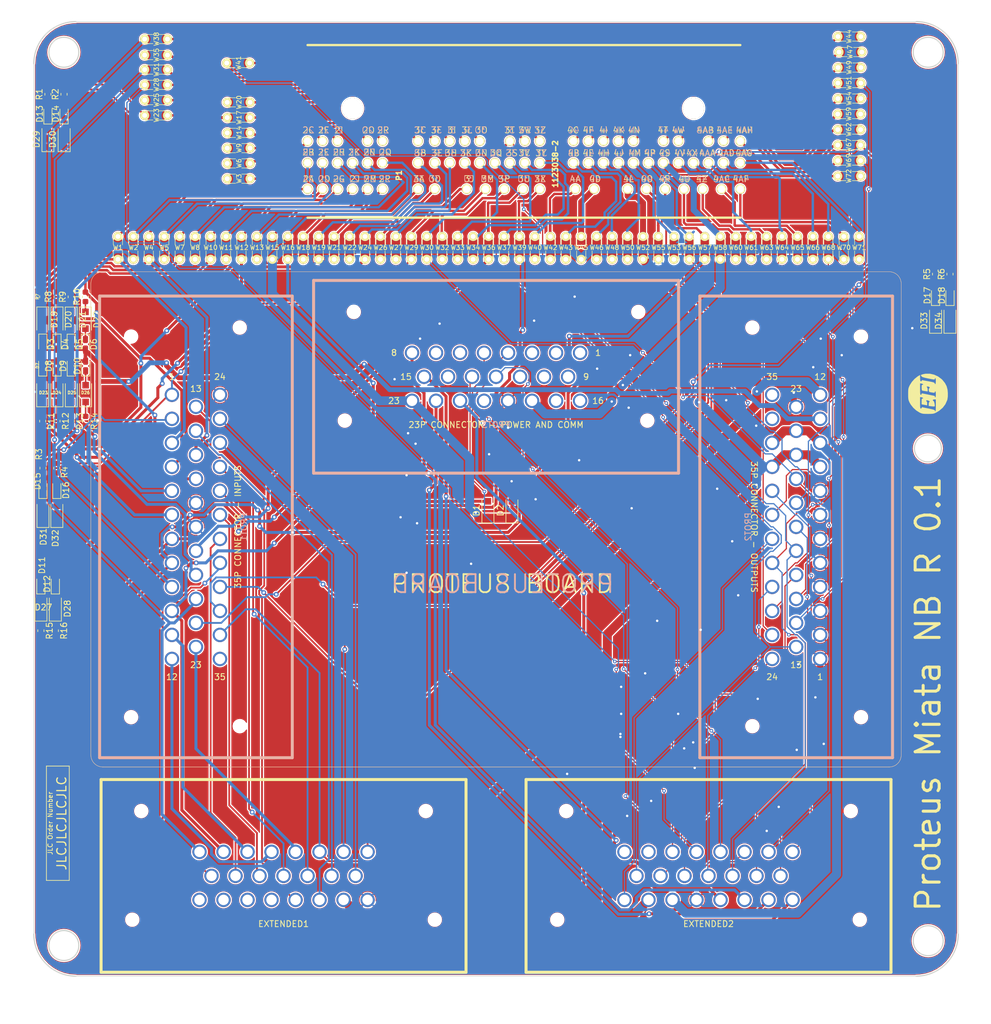
<source format=kicad_pcb>
(kicad_pcb (version 20171130) (host pcbnew "(5.1.2)-1")
  (layers (0 F.Cu signal) (31 B.Cu signal) (34 B.Paste user) (35 F.Paste user) (36 B.SilkS user) (37 F.SilkS user) (38 B.Mask user) (39 F.Mask user) (44 Edge.Cuts user))
  (net 0 "")
  (net 1 "Net-(P1-Pad72)")
  (net 2 "Net-(P1-Pad71)")
  (net 3 "Net-(P1-Pad70)")
  (net 4 "Net-(P1-Pad69)")
  (net 5 "Net-(P1-Pad68)")
  (net 6 "Net-(P1-Pad67)")
  (net 7 "Net-(P1-Pad66)")
  (net 8 "Net-(P1-Pad65)")
  (net 9 "Net-(P1-Pad64)")
  (net 10 "Net-(P1-Pad63)")
  (net 11 "Net-(P1-Pad62)")
  (net 12 "Net-(P1-Pad61)")
  (net 13 "Net-(P1-Pad60)")
  (net 14 "Net-(P1-Pad59)")
  (net 15 "Net-(P1-Pad58)")
  (net 16 "Net-(P1-Pad57)")
  (net 17 "Net-(P1-Pad56)")
  (net 18 "Net-(P1-Pad55)")
  (net 19 "Net-(P1-Pad54)")
  (net 20 "Net-(P1-Pad53)")
  (net 21 "Net-(P1-Pad52)")
  (net 22 "Net-(P1-Pad51)")
  (net 23 "Net-(P1-Pad50)")
  (net 24 "Net-(P1-Pad49)")
  (net 25 "Net-(P1-Pad48)")
  (net 26 "Net-(P1-Pad47)")
  (net 27 "Net-(P1-Pad46)")
  (net 28 "Net-(P1-Pad45)")
  (net 29 "Net-(P1-Pad44)")
  (net 30 "Net-(P1-Pad43)")
  (net 31 "Net-(P1-Pad42)")
  (net 32 "Net-(P1-Pad41)")
  (net 33 "Net-(P1-Pad40)")
  (net 34 "Net-(P1-Pad39)")
  (net 35 "Net-(P1-Pad38)")
  (net 36 "Net-(P1-Pad37)")
  (net 37 "Net-(P1-Pad36)")
  (net 38 "Net-(P1-Pad35)")
  (net 39 "Net-(P1-Pad34)")
  (net 40 "Net-(P1-Pad33)")
  (net 41 "Net-(P1-Pad32)")
  (net 42 "Net-(P1-Pad31)")
  (net 43 "Net-(P1-Pad30)")
  (net 44 "Net-(P1-Pad29)")
  (net 45 "Net-(P1-Pad28)")
  (net 46 "Net-(P1-Pad27)")
  (net 47 "Net-(P1-Pad26)")
  (net 48 "Net-(P1-Pad25)")
  (net 49 "Net-(P1-Pad24)")
  (net 50 "Net-(P1-Pad23)")
  (net 51 "Net-(P1-Pad22)")
  (net 52 "Net-(P1-Pad21)")
  (net 53 "Net-(P1-Pad20)")
  (net 54 "Net-(P1-Pad19)")
  (net 55 "Net-(P1-Pad18)")
  (net 56 "Net-(P1-Pad17)")
  (net 57 "Net-(P1-Pad16)")
  (net 58 "Net-(P1-Pad15)")
  (net 59 "Net-(P1-Pad14)")
  (net 60 "Net-(P1-Pad13)")
  (net 61 "Net-(P1-Pad12)")
  (net 62 "Net-(P1-Pad11)")
  (net 63 "Net-(P1-Pad10)")
  (net 64 "Net-(P1-Pad9)")
  (net 65 "Net-(P1-Pad8)")
  (net 66 "Net-(P1-Pad7)")
  (net 67 "Net-(P1-Pad6)")
  (net 68 "Net-(P1-Pad5)")
  (net 69 "Net-(P1-Pad4)")
  (net 70 "Net-(P1-Pad3)")
  (net 71 "Net-(P1-Pad2)")
  (net 72 "Net-(P1-Pad1)")
  (net 73 "Net-(PROT3-Pad20)")
  (net 74 /INJ1)
  (net 75 /FAN)
  (net 76 /AC_FAN)
  (net 77 /INJ2)
  (net 78 /EGR_COIL_1)
  (net 79 /EGR_COIL_2)
  (net 80 /INJ3)
  (net 81 /EGR_COIL_3)
  (net 82 /EGR_COIL_4)
  (net 83 /INJ4)
  (net 84 /AC_CLUTCH)
  (net 85 /FP_RELAY)
  (net 86 /VTCS-)
  (net 87 /FP_NO_IMMO)
  (net 88 /IAC-)
  (net 89 /INJ_GND)
  (net 90 /PURGE_SOL)
  (net 91 /EGR_SENSOR_SOL)
  (net 92 /COIL1_OEM)
  (net 93 /COIL2_OEM)
  (net 94 /FRONT_O2_HEATER_GND)
  (net 95 /EVAP_LEAK_SHIT_1)
  (net 96 /ALT_CONTROL)
  (net 97 /REAR_NB_O2)
  (net 98 /K_LINE)
  (net 99 /IMMO_COM)
  (net 100 /ALT_WARNING)
  (net 101 /CAM)
  (net 102 /CRANK)
  (net 103 /GND_CRANK_CAM_MAF)
  (net 104 /BRAKE)
  (net 105 /PS_SWITCH)
  (net 106 /DIAG_SW)
  (net 107 /AC_IN)
  (net 108 /CLUTCH)
  (net 109 /VTCS__VAC_SWITCH)
  (net 110 /+5V_SENSOR_OEM)
  (net 111 /KNOCK)
  (net 112 /ALT_FEEDBACK)
  (net 113 /FRONT_O2)
  (net 114 /TCM_COMM_1)
  (net 115 /TCM_COMM_2)
  (net 116 /REAR_O2_HEATER_GND)
  (net 117 /+12_MR)
  (net 118 /BAT+_HOT)
  (net 119 /EVAP_LEAK_SHIT_2)
  (net 120 /IGN2)
  (net 121 /IGN4)
  (net 122 /IGN5)
  (net 123 /IGN6)
  (net 124 /IGN7)
  (net 125 /IGN8)
  (net 126 /IGN9)
  (net 127 /IGN10)
  (net 128 /IGN11)
  (net 129 /IGN12)
  (net 130 /LS16)
  (net 131 /LS12)
  (net 132 /LS10)
  (net 133 GND)
  (net 134 /HS4)
  (net 135 /LS15)
  (net 136 /LS14)
  (net 137 /LS13)
  (net 138 /LS9)
  (net 139 /LS5)
  (net 140 /HS1)
  (net 141 /HS3)
  (net 142 /KNOCK2)
  (net 143 /KNOCK1)
  (net 144 /5V_SENSOR_2)
  (net 145 /AT4)
  (net 146 /AT2)
  (net 147 /AV12)
  (net 148 /AV10)
  (net 149 /AV8)
  (net 150 /AV6)
  (net 151 /AV4)
  (net 152 /AT3)
  (net 153 /AT1)
  (net 154 /AV11)
  (net 155 /AV9)
  (net 156 /AV7)
  (net 157 /AV5)
  (net 158 /AV3)
  (net 159 /12V_PROTECT_2)
  (net 160 /12V_PROTECT_1)
  (net 161 /AV1)
  (net 162 /AV2)
  (net 163 "Net-(D19-Pad2)")
  (net 164 "Net-(D20-Pad2)")
  (net 165 "Net-(D21-Pad2)")
  (net 166 "Net-(D22-Pad2)")
  (net 167 "Net-(D23-Pad2)")
  (net 168 "Net-(D24-Pad2)")
  (net 169 "Net-(D25-Pad2)")
  (net 170 "Net-(D10-Pad1)")
  (net 171 "Net-(D11-Pad1)")
  (net 172 "Net-(D12-Pad1)")
  (net 173 "Net-(D13-Pad2)")
  (net 174 "Net-(D13-Pad1)")
  (net 175 "Net-(D14-Pad2)")
  (net 176 "Net-(D14-Pad1)")
  (net 177 "Net-(D15-Pad2)")
  (net 178 "Net-(D15-Pad1)")
  (net 179 "Net-(D16-Pad2)")
  (net 180 "Net-(D16-Pad1)")
  (net 181 "Net-(D17-Pad2)")
  (net 182 "Net-(D17-Pad1)")
  (net 183 "Net-(D18-Pad2)")
  (net 184 "Net-(D18-Pad1)")
  (net 185 "Net-(D19-Pad1)")
  (net 186 "Net-(D20-Pad1)")
  (net 187 "Net-(D21-Pad1)")
  (net 188 "Net-(D22-Pad1)")
  (net 189 "Net-(D23-Pad1)")
  (net 190 "Net-(D24-Pad1)")
  (net 191 "Net-(D25-Pad1)")
  (net 192 "Net-(D26-Pad1)")
  (net 193 "Net-(D27-Pad1)")
  (net 194 "Net-(D28-Pad1)")
  (net 195 /IGN16)
  (net 196 /IGN15)
  (net 197 /IGN14)
  (net 198 /IGN13)
  (net 199 /ETB2-)
  (net 200 /ETB2+)
  (net 201 /ETB1-)
  (net 202 /ETB1+)
  (net 203 /VR2-)
  (net 204 /VR2+)
  (net 205 /VR1-)
  (net 206 /VR1+)
  (net 207 /CANL)
  (net 208 /CANH)
  (net 209 /COIL_1_OEM)
  (net 210 /COIL_2_OEM)
  (net 211 /12V_RAW)
  (net 212 /CAN+)
  (net 213 /CAN-)
  (net 214 /USB_D+)
  (net 215 /DIGITAL_6)
  (net 216 /DIGITAL_1)
  (net 217 /DIGITAL_5)
  (net 218 /USB_D-)
  (net 219 /DIGITAL_4)
  (net 220 /DIGITAL_3)
  (net 221 /DIGITAL_2)
  (net 222 /DIGITAL3)
  (net 223 /DIGITAL5)
  (net 224 /USB_SHIELD)
  (module Resistor_SMD:R_0603_1608Metric (layer F.Cu) (at 107.755 180.903 270)
    (fp_text reference R16 (at 0 -1.43 90) (layer F.SilkS))
    (fp_text value 2K)
    (pad 2 smd roundrect (at 0.7875 0 270) (size 0.875 0.95) (layers F.Cu F.Paste F.Mask) (net 138 /LS9))
    (pad 1 smd roundrect (at -0.7875 0 270) (size 0.875 0.95) (layers F.Cu F.Paste F.Mask) (net 194 "Net-(D28-Pad1)"))
  )
  (module Resistor_SMD:R_0603_1608Metric (layer F.Cu) (at 105.355 180.903 270)
    (fp_text reference R15 (at 0 -1.43 90) (layer F.SilkS))
    (fp_text value 2K)
    (pad 2 smd roundrect (at 0.7875 0 270) (size 0.875 0.95) (layers F.Cu F.Paste F.Mask) (net 88 /IAC-))
    (pad 1 smd roundrect (at -0.7875 0 270) (size 0.875 0.95) (layers F.Cu F.Paste F.Mask) (net 193 "Net-(D27-Pad1)"))
  )
  (module Resistor_SMD:R_0603_1608Metric (layer F.Cu) (at 112.805 145.991 270)
    (fp_text reference R14 (at 0 -1.43 90) (layer F.SilkS))
    (fp_text value 2K)
    (pad 2 smd roundrect (at 0.7875 0 270) (size 0.875 0.95) (layers F.Cu F.Paste F.Mask) (net 132 /LS10))
    (pad 1 smd roundrect (at -0.7875 0 270) (size 0.875 0.95) (layers F.Cu F.Paste F.Mask) (net 192 "Net-(D26-Pad1)"))
  )
  (module Resistor_SMD:R_0603_1608Metric (layer F.Cu) (at 110.422 145.991 270)
    (fp_text reference R13 (at 0 -1.43 90) (layer F.SilkS))
    (fp_text value 2K)
    (pad 2 smd roundrect (at 0.7875 0 270) (size 0.875 0.95) (layers F.Cu F.Paste F.Mask) (net 75 /FAN))
    (pad 1 smd roundrect (at -0.7875 0 270) (size 0.875 0.95) (layers F.Cu F.Paste F.Mask) (net 191 "Net-(D25-Pad1)"))
  )
  (module Resistor_SMD:R_0603_1608Metric (layer F.Cu) (at 108.038 145.991 270)
    (fp_text reference R12 (at 0 -1.43 90) (layer F.SilkS))
    (fp_text value 2K)
    (pad 2 smd roundrect (at 0.7875 0 270) (size 0.875 0.95) (layers F.Cu F.Paste F.Mask) (net 139 /LS5))
    (pad 1 smd roundrect (at -0.7875 0 270) (size 0.875 0.95) (layers F.Cu F.Paste F.Mask) (net 190 "Net-(D24-Pad1)"))
  )
  (module Resistor_SMD:R_0603_1608Metric (layer F.Cu) (at 105.655 145.991 270)
    (fp_text reference R11 (at 0 -1.43 90) (layer F.SilkS))
    (fp_text value 2K)
    (pad 2 smd roundrect (at 0.7875 0 270) (size 0.875 0.95) (layers F.Cu F.Paste F.Mask) (net 85 /FP_RELAY))
    (pad 1 smd roundrect (at -0.7875 0 270) (size 0.875 0.95) (layers F.Cu F.Paste F.Mask) (net 189 "Net-(D23-Pad1)"))
  )
  (module Resistor_SMD:R_0603_1608Metric (layer F.Cu) (at 112.775 125.291 90)
    (fp_text reference R10 (at 0 -1.43 90) (layer F.SilkS))
    (fp_text value 2K)
    (pad 2 smd roundrect (at 0.7875 0 90) (size 0.875 0.95) (layers F.Cu F.Paste F.Mask) (net 83 /INJ4))
    (pad 1 smd roundrect (at -0.7875 0 90) (size 0.875 0.95) (layers F.Cu F.Paste F.Mask) (net 188 "Net-(D22-Pad1)"))
  )
  (module Resistor_SMD:R_0603_1608Metric (layer F.Cu) (at 110.405 125.291 90)
    (fp_text reference R9 (at 0 -1.43 90) (layer F.SilkS))
    (fp_text value 2K)
    (pad 2 smd roundrect (at 0.7875 0 90) (size 0.875 0.95) (layers F.Cu F.Paste F.Mask) (net 80 /INJ3))
    (pad 1 smd roundrect (at -0.7875 0 90) (size 0.875 0.95) (layers F.Cu F.Paste F.Mask) (net 187 "Net-(D21-Pad1)"))
  )
  (module Resistor_SMD:R_0603_1608Metric (layer F.Cu) (at 108.035 125.281 90)
    (fp_text reference R8 (at 0 -1.43 90) (layer F.SilkS))
    (fp_text value 2K)
    (pad 2 smd roundrect (at 0.7875 0 90) (size 0.875 0.95) (layers F.Cu F.Paste F.Mask) (net 77 /INJ2))
    (pad 1 smd roundrect (at -0.7875 0 90) (size 0.875 0.95) (layers F.Cu F.Paste F.Mask) (net 186 "Net-(D20-Pad1)"))
  )
  (module Resistor_SMD:R_0603_1608Metric (layer F.Cu) (at 105.675 125.281 90)
    (fp_text reference R7 (at 0.0242 -0.89991 90) (layer F.SilkS) (effects (font (size 0.5 0.5) (thickness 0.125))))
    (fp_text value 2K)
    (pad 2 smd roundrect (at 0.7875 0 90) (size 0.875 0.95) (layers F.Cu F.Paste F.Mask) (net 74 /INJ1))
    (pad 1 smd roundrect (at -0.7875 0 90) (size 0.875 0.95) (layers F.Cu F.Paste F.Mask) (net 185 "Net-(D19-Pad1)"))
  )
  (module Resistor_SMD:R_0603_1608Metric (layer F.Cu) (at 256.805 121.503 90)
    (fp_text reference R6 (at 0 -1.43 90) (layer F.SilkS))
    (fp_text value 2K)
    (pad 2 smd roundrect (at 0.7875 0 90) (size 0.875 0.95) (layers F.Cu F.Paste F.Mask) (net 121 /IGN4))
    (pad 1 smd roundrect (at -0.7875 0 90) (size 0.875 0.95) (layers F.Cu F.Paste F.Mask) (net 183 "Net-(D18-Pad2)"))
  )
  (module Resistor_SMD:R_0603_1608Metric (layer F.Cu) (at 254.405 121.503 90)
    (fp_text reference R5 (at 0 -1.43 90) (layer F.SilkS))
    (fp_text value 2K)
    (pad 2 smd roundrect (at 0.7875 0 90) (size 0.875 0.95) (layers F.Cu F.Paste F.Mask) (net 210 /COIL_2_OEM))
    (pad 1 smd roundrect (at -0.7875 0 90) (size 0.875 0.95) (layers F.Cu F.Paste F.Mask) (net 181 "Net-(D17-Pad2)"))
  )
  (module Resistor_SMD:R_0603_1608Metric (layer F.Cu) (at 108.005 153.819 90)
    (fp_text reference R4 (at -0.6878 1.27009 90) (layer F.SilkS))
    (fp_text value 2K)
    (pad 2 smd roundrect (at 0.7875 0 90) (size 0.875 0.95) (layers F.Cu F.Paste F.Mask) (net 96 /ALT_CONTROL))
    (pad 1 smd roundrect (at -0.7875 0 90) (size 0.875 0.95) (layers F.Cu F.Paste F.Mask) (net 179 "Net-(D16-Pad2)"))
  )
  (module Resistor_SMD:R_0603_1608Metric (layer F.Cu) (at 105.705 153.819 90)
    (fp_text reference R3 (at 2.3122 -0.67991 90) (layer F.SilkS))
    (fp_text value 2K)
    (pad 2 smd roundrect (at 0.7875 0 90) (size 0.875 0.95) (layers F.Cu F.Paste F.Mask) (net 140 /HS1))
    (pad 1 smd roundrect (at -0.7875 0 90) (size 0.875 0.95) (layers F.Cu F.Paste F.Mask) (net 177 "Net-(D15-Pad2)"))
  )
  (module Resistor_SMD:R_0603_1608Metric (layer F.Cu) (at 109.205 91.5443 90)
    (fp_text reference R2 (at 0 -1.43 90) (layer F.SilkS))
    (fp_text value 2K)
    (pad 2 smd roundrect (at 0.7875 0 90) (size 0.875 0.95) (layers F.Cu F.Paste F.Mask) (net 93 /COIL2_OEM))
    (pad 1 smd roundrect (at -0.7875 0 90) (size 0.875 0.95) (layers F.Cu F.Paste F.Mask) (net 175 "Net-(D14-Pad2)"))
  )
  (module Resistor_SMD:R_0603_1608Metric (layer F.Cu) (at 106.525 91.5443 90)
    (fp_text reference R1 (at 0 -1.43 90) (layer F.SilkS))
    (fp_text value 2K)
    (pad 2 smd roundrect (at 0.7875 0 90) (size 0.875 0.95) (layers F.Cu F.Paste F.Mask) (net 92 /COIL1_OEM))
    (pad 1 smd roundrect (at -0.7875 0 90) (size 0.875 0.95) (layers F.Cu F.Paste F.Mask) (net 173 "Net-(D13-Pad2)"))
  )
  (module rusefi_lib:ampseal-23 (layer F.Cu) (at 216.579 221.747)
    (fp_text reference EXTENDED2 (at 0 8) (layer F.SilkS))
    (fp_text value Conn_01x23)
    (pad 23 thru_hole circle (at 14 4) (size 2.4 2.4) (drill 1.75) (layers *.Cu *.Mask) (net 199 /ETB2-))
    (pad 22 thru_hole circle (at 10 4) (size 2.4 2.4) (drill 1.75) (layers *.Cu *.Mask) (net 200 /ETB2+))
    (pad 21 thru_hole circle (at 6 4) (size 2.4 2.4) (drill 1.75) (layers *.Cu *.Mask) (net 201 /ETB1-))
    (pad 20 thru_hole circle (at 2 4) (size 2.4 2.4) (drill 1.75) (layers *.Cu *.Mask) (net 202 /ETB1+))
    (pad 19 thru_hole circle (at -2 4) (size 2.4 2.4) (drill 1.75) (layers *.Cu *.Mask) (net 133 GND))
    (pad 18 thru_hole circle (at -6 4) (size 2.4 2.4) (drill 1.75) (layers *.Cu *.Mask) (net 144 /5V_SENSOR_2))
    (pad 17 thru_hole circle (at -10 4) (size 2.4 2.4) (drill 1.75) (layers *.Cu *.Mask) (net 110 /+5V_SENSOR_OEM))
    (pad 16 thru_hole circle (at -14 4) (size 2.4 2.4) (drill 1.75) (layers *.Cu *.Mask) (net 147 /AV12))
    (pad 15 thru_hole circle (at 12 0) (size 2.4 2.4) (drill 1.75) (layers *.Cu *.Mask) (net 154 /AV11))
    (pad 14 thru_hole circle (at 8 0) (size 2.4 2.4) (drill 1.75) (layers *.Cu *.Mask) (net 148 /AV10))
    (pad 13 thru_hole circle (at 4 0) (size 2.4 2.4) (drill 1.75) (layers *.Cu *.Mask) (net 155 /AV9))
    (pad 12 thru_hole circle (at 0 0) (size 2.4 2.4) (drill 1.75) (layers *.Cu *.Mask) (net 149 /AV8))
    (pad 11 thru_hole circle (at -4 0) (size 2.4 2.4) (drill 1.75) (layers *.Cu *.Mask) (net 156 /AV7))
    (pad 10 thru_hole circle (at -8 0) (size 2.4 2.4) (drill 1.75) (layers *.Cu *.Mask) (net 162 /AV2))
    (pad 9 thru_hole circle (at -12 0) (size 2.4 2.4) (drill 1.75) (layers *.Cu *.Mask) (net 161 /AV1))
    (pad 8 thru_hole circle (at 14 -4) (size 2.4 2.4) (drill 1.75) (layers *.Cu *.Mask) (net 145 /AT4))
    (pad 7 thru_hole circle (at 10 -4) (size 2.4 2.4) (drill 1.75) (layers *.Cu *.Mask) (net 152 /AT3))
    (pad 6 thru_hole circle (at 6 -4) (size 2.4 2.4) (drill 1.75) (layers *.Cu *.Mask) (net 203 /VR2-))
    (pad 5 thru_hole circle (at 2 -4) (size 2.4 2.4) (drill 1.75) (layers *.Cu *.Mask) (net 204 /VR2+))
    (pad 4 thru_hole circle (at -2 -4) (size 2.4 2.4) (drill 1.75) (layers *.Cu *.Mask) (net 205 /VR1-))
    (pad 3 thru_hole circle (at -6 -4) (size 2.4 2.4) (drill 1.75) (layers *.Cu *.Mask) (net 206 /VR1+))
    (pad 2 thru_hole circle (at -10 -4) (size 2.4 2.4) (drill 1.75) (layers *.Cu *.Mask) (net 207 /CANL))
    (pad 1 thru_hole circle (at -14 -4) (size 2.4 2.4) (drill 1.75) (layers *.Cu *.Mask) (net 208 /CANH))
    (pad "" np_thru_hole circle (at 25.2 7.3) (size 2 2) (drill 2) (layers *.Cu *.Mask))
    (pad "" np_thru_hole circle (at 23.7 -10.8) (size 2 2) (drill 2) (layers *.Cu *.Mask))
    (pad "" np_thru_hole circle (at -25.2 7.3) (size 2 2) (drill 2) (layers *.Cu *.Mask))
    (pad "" np_thru_hole circle (at -23.7 -10.8) (size 2 2) (drill 2) (layers *.Cu *.Mask))
  )
  (module rusefi_lib:ampseal-23 (layer F.Cu) (at 145.779 221.747)
    (fp_text reference EXTENDED1 (at 0 8) (layer F.SilkS))
    (fp_text value Conn_01x23)
    (pad 23 thru_hole circle (at 14 4) (size 2.4 2.4) (drill 1.75) (layers *.Cu *.Mask) (net 133 GND))
    (pad 22 thru_hole circle (at 10 4) (size 2.4 2.4) (drill 1.75) (layers *.Cu *.Mask) (net 159 /12V_PROTECT_2))
    (pad 21 thru_hole circle (at 6 4) (size 2.4 2.4) (drill 1.75) (layers *.Cu *.Mask) (net 134 /HS4))
    (pad 20 thru_hole circle (at 2 4) (size 2.4 2.4) (drill 1.75) (layers *.Cu *.Mask) (net 141 /HS3))
    (pad 19 thru_hole circle (at -2 4) (size 2.4 2.4) (drill 1.75) (layers *.Cu *.Mask) (net 195 /IGN16))
    (pad 18 thru_hole circle (at -6 4) (size 2.4 2.4) (drill 1.75) (layers *.Cu *.Mask) (net 196 /IGN15))
    (pad 17 thru_hole circle (at -10 4) (size 2.4 2.4) (drill 1.75) (layers *.Cu *.Mask) (net 197 /IGN14))
    (pad 16 thru_hole circle (at -14 4) (size 2.4 2.4) (drill 1.75) (layers *.Cu *.Mask) (net 198 /IGN13))
    (pad 15 thru_hole circle (at 12 0) (size 2.4 2.4) (drill 1.75) (layers *.Cu *.Mask) (net 129 /IGN12))
    (pad 14 thru_hole circle (at 8 0) (size 2.4 2.4) (drill 1.75) (layers *.Cu *.Mask) (net 128 /IGN11))
    (pad 13 thru_hole circle (at 4 0) (size 2.4 2.4) (drill 1.75) (layers *.Cu *.Mask) (net 127 /IGN10))
    (pad 12 thru_hole circle (at 0 0) (size 2.4 2.4) (drill 1.75) (layers *.Cu *.Mask) (net 126 /IGN9))
    (pad 11 thru_hole circle (at -4 0) (size 2.4 2.4) (drill 1.75) (layers *.Cu *.Mask) (net 125 /IGN8))
    (pad 10 thru_hole circle (at -8 0) (size 2.4 2.4) (drill 1.75) (layers *.Cu *.Mask) (net 124 /IGN7))
    (pad 9 thru_hole circle (at -12 0) (size 2.4 2.4) (drill 1.75) (layers *.Cu *.Mask) (net 123 /IGN6))
    (pad 8 thru_hole circle (at 14 -4) (size 2.4 2.4) (drill 1.75) (layers *.Cu *.Mask) (net 122 /IGN5))
    (pad 7 thru_hole circle (at 10 -4) (size 2.4 2.4) (drill 1.75) (layers *.Cu *.Mask) (net 121 /IGN4))
    (pad 6 thru_hole circle (at 6 -4) (size 2.4 2.4) (drill 1.75) (layers *.Cu *.Mask) (net 120 /IGN2))
    (pad 5 thru_hole circle (at 2 -4) (size 2.4 2.4) (drill 1.75) (layers *.Cu *.Mask) (net 130 /LS16))
    (pad 4 thru_hole circle (at -2 -4) (size 2.4 2.4) (drill 1.75) (layers *.Cu *.Mask) (net 135 /LS15))
    (pad 3 thru_hole circle (at -6 -4) (size 2.4 2.4) (drill 1.75) (layers *.Cu *.Mask) (net 136 /LS14))
    (pad 2 thru_hole circle (at -10 -4) (size 2.4 2.4) (drill 1.75) (layers *.Cu *.Mask) (net 137 /LS13))
    (pad 1 thru_hole circle (at -14 -4) (size 2.4 2.4) (drill 1.75) (layers *.Cu *.Mask) (net 131 /LS12))
    (pad "" np_thru_hole circle (at 25.2 7.3) (size 2 2) (drill 2) (layers *.Cu *.Mask))
    (pad "" np_thru_hole circle (at 23.7 -10.8) (size 2 2) (drill 2) (layers *.Cu *.Mask))
    (pad "" np_thru_hole circle (at -25.2 7.3) (size 2 2) (drill 2) (layers *.Cu *.Mask))
    (pad "" np_thru_hole circle (at -23.7 -10.8) (size 2 2) (drill 2) (layers *.Cu *.Mask))
  )
  (module Diode_SMD:D_SOD-123F (layer F.Cu) (at 256.805 129.153 90)
    (fp_text reference D34 (at -0.127 -1.905 90) (layer F.SilkS))
    (fp_text value D_Schottky hide)
    (pad 2 smd rect (at 1.4 0 90) (size 1.1 1.1) (layers F.Cu F.Paste F.Mask) (net 184 "Net-(D18-Pad1)"))
    (pad 1 smd rect (at -1.4 0 90) (size 1.1 1.1) (layers F.Cu F.Paste F.Mask) (net 133 GND))
  )
  (module Diode_SMD:D_SOD-123F (layer F.Cu) (at 254.405 129.153 90)
    (fp_text reference D33 (at -0.127 -1.905 90) (layer F.SilkS))
    (fp_text value D_Schottky hide)
    (pad 2 smd rect (at 1.4 0 90) (size 1.1 1.1) (layers F.Cu F.Paste F.Mask) (net 182 "Net-(D17-Pad1)"))
    (pad 1 smd rect (at -1.4 0 90) (size 1.1 1.1) (layers F.Cu F.Paste F.Mask) (net 133 GND))
  )
  (module Diode_SMD:D_SOD-123F (layer F.Cu) (at 108.005 161.507 90)
    (fp_text reference D32 (at -3.9998 -0.22991 90) (layer F.SilkS))
    (fp_text value D_Schottky)
    (pad 2 smd rect (at 1.4 0 90) (size 1.1 1.1) (layers F.Cu F.Paste F.Mask) (net 180 "Net-(D16-Pad1)"))
    (pad 1 smd rect (at -1.4 0 90) (size 1.1 1.1) (layers F.Cu F.Paste F.Mask) (net 133 GND))
  )
  (module Diode_SMD:D_SOD-123F (layer F.Cu) (at 105.705 161.507 90)
    (fp_text reference D31 (at -3.7498 0.07009 90) (layer F.SilkS))
    (fp_text value D_Schottky)
    (pad 2 smd rect (at 1.4 0 90) (size 1.1 1.1) (layers F.Cu F.Paste F.Mask) (net 178 "Net-(D15-Pad1)"))
    (pad 1 smd rect (at -1.4 0 90) (size 1.1 1.1) (layers F.Cu F.Paste F.Mask) (net 133 GND))
  )
  (module Diode_SMD:D_SOD-123F (layer F.Cu) (at 109.225 98.9068 90)
    (fp_text reference D30 (at -0.127 -1.905 90) (layer F.SilkS))
    (fp_text value D_Schottky)
    (pad 2 smd rect (at 1.4 0 90) (size 1.1 1.1) (layers F.Cu F.Paste F.Mask) (net 176 "Net-(D14-Pad1)"))
    (pad 1 smd rect (at -1.4 0 90) (size 1.1 1.1) (layers F.Cu F.Paste F.Mask) (net 133 GND))
  )
  (module Diode_SMD:D_SOD-123F (layer F.Cu) (at 106.525 98.9068 90)
    (fp_text reference D29 (at -0.127 -1.905 90) (layer F.SilkS))
    (fp_text value D_Schottky)
    (pad 2 smd rect (at 1.4 0 90) (size 1.1 1.1) (layers F.Cu F.Paste F.Mask) (net 174 "Net-(D13-Pad1)"))
    (pad 1 smd rect (at -1.4 0 90) (size 1.1 1.1) (layers F.Cu F.Paste F.Mask) (net 133 GND))
  )
  (module Diode_SMD:D_SOD-123F (layer F.Cu) (at 107.755 177.107 90)
    (fp_text reference D28 (at -0.127 2.02009 90) (layer F.SilkS))
    (fp_text value D_Schottky)
    (pad 2 smd rect (at 1.4 0 90) (size 1.1 1.1) (layers F.Cu F.Paste F.Mask) (net 172 "Net-(D12-Pad1)"))
    (pad 1 smd rect (at -1.4 0 90) (size 1.1 1.1) (layers F.Cu F.Paste F.Mask) (net 194 "Net-(D28-Pad1)"))
  )
  (module Diode_SMD:D_SOD-123F (layer F.Cu) (at 105.355 177.107 90)
    (fp_text reference D27 (at 0.1002 0.42009) (layer F.SilkS))
    (fp_text value D_Schottky)
    (pad 2 smd rect (at 1.4 0 90) (size 1.1 1.1) (layers F.Cu F.Paste F.Mask) (net 171 "Net-(D11-Pad1)"))
    (pad 1 smd rect (at -1.4 0 90) (size 1.1 1.1) (layers F.Cu F.Paste F.Mask) (net 193 "Net-(D27-Pad1)"))
  )
  (module Diode_SMD:D_SOD-123F (layer F.Cu) (at 112.805 141.403 90)
    (fp_text reference D26 (at 0.1462 -0.02991) (layer F.SilkS) (effects (font (size 0.5 0.5) (thickness 0.125))))
    (fp_text value D_Schottky)
    (pad 2 smd rect (at 1.4 0 90) (size 1.1 1.1) (layers F.Cu F.Paste F.Mask) (net 170 "Net-(D10-Pad1)"))
    (pad 1 smd rect (at -1.4 0 90) (size 1.1 1.1) (layers F.Cu F.Paste F.Mask) (net 192 "Net-(D26-Pad1)"))
  )
  (module Diode_SMD:D_SOD-123F (layer F.Cu) (at 110.422 141.403 90)
    (fp_text reference D25 (at 0.1462 0.10309) (layer F.SilkS) (effects (font (size 0.5 0.5) (thickness 0.125))))
    (fp_text value D_Schottky)
    (pad 2 smd rect (at 1.4 0 90) (size 1.1 1.1) (layers F.Cu F.Paste F.Mask) (net 169 "Net-(D25-Pad2)"))
    (pad 1 smd rect (at -1.4 0 90) (size 1.1 1.1) (layers F.Cu F.Paste F.Mask) (net 191 "Net-(D25-Pad1)"))
  )
  (module Diode_SMD:D_SOD-123F (layer F.Cu) (at 108.038 141.403 90)
    (fp_text reference D24 (at 0.1462 -0.01291) (layer F.SilkS) (effects (font (size 0.5 0.5) (thickness 0.125))))
    (fp_text value D_Schottky)
    (pad 2 smd rect (at 1.4 0 90) (size 1.1 1.1) (layers F.Cu F.Paste F.Mask) (net 168 "Net-(D24-Pad2)"))
    (pad 1 smd rect (at -1.4 0 90) (size 1.1 1.1) (layers F.Cu F.Paste F.Mask) (net 190 "Net-(D24-Pad1)"))
  )
  (module Diode_SMD:D_SOD-123F (layer F.Cu) (at 105.655 141.403 90)
    (fp_text reference D23 (at 0.1462 0.12009) (layer F.SilkS) (effects (font (size 0.5 0.5) (thickness 0.125))))
    (fp_text value D_Schottky)
    (pad 2 smd rect (at 1.4 0 90) (size 1.1 1.1) (layers F.Cu F.Paste F.Mask) (net 167 "Net-(D23-Pad2)"))
    (pad 1 smd rect (at -1.4 0 90) (size 1.1 1.1) (layers F.Cu F.Paste F.Mask) (net 189 "Net-(D23-Pad1)"))
  )
  (module Diode_SMD:D_SOD-123F (layer F.Cu) (at 112.775 129.191 270)
    (fp_text reference D22 (at -0.127 -1.905 90) (layer F.SilkS))
    (fp_text value D_Schottky hide)
    (pad 2 smd rect (at 1.4 0 270) (size 1.1 1.1) (layers F.Cu F.Paste F.Mask) (net 166 "Net-(D22-Pad2)"))
    (pad 1 smd rect (at -1.4 0 270) (size 1.1 1.1) (layers F.Cu F.Paste F.Mask) (net 188 "Net-(D22-Pad1)"))
  )
  (module Diode_SMD:D_SOD-123F (layer F.Cu) (at 110.405 129.191 270)
    (fp_text reference D21 (at -0.127 -1.905 90) (layer F.SilkS))
    (fp_text value D_Schottky hide)
    (pad 2 smd rect (at 1.4 0 270) (size 1.1 1.1) (layers F.Cu F.Paste F.Mask) (net 165 "Net-(D21-Pad2)"))
    (pad 1 smd rect (at -1.4 0 270) (size 1.1 1.1) (layers F.Cu F.Paste F.Mask) (net 187 "Net-(D21-Pad1)"))
  )
  (module Diode_SMD:D_SOD-123F (layer F.Cu) (at 108.035 129.181 270)
    (fp_text reference D20 (at -0.127 -1.905 90) (layer F.SilkS))
    (fp_text value D_Schottky hide)
    (pad 2 smd rect (at 1.4 0 270) (size 1.1 1.1) (layers F.Cu F.Paste F.Mask) (net 164 "Net-(D20-Pad2)"))
    (pad 1 smd rect (at -1.4 0 270) (size 1.1 1.1) (layers F.Cu F.Paste F.Mask) (net 186 "Net-(D20-Pad1)"))
  )
  (module Diode_SMD:D_SOD-123F (layer F.Cu) (at 105.675 129.181 270)
    (fp_text reference D19 (at -0.127 -1.905 90) (layer F.SilkS))
    (fp_text value D_Schottky hide)
    (pad 2 smd rect (at 1.4 0 270) (size 1.1 1.1) (layers F.Cu F.Paste F.Mask) (net 163 "Net-(D19-Pad2)"))
    (pad 1 smd rect (at -1.4 0 270) (size 1.1 1.1) (layers F.Cu F.Paste F.Mask) (net 185 "Net-(D19-Pad1)"))
  )
  (module LED_SMD:LED_0603_1608Metric_Castellated (layer F.Cu) (at 256.805 125.053 90)
    (fp_text reference D18 (at 0 -1.38 90) (layer F.SilkS))
    (fp_text value LED hide)
    (pad 2 smd roundrect (at 0.8125 0 90) (size 1.225 0.85) (layers F.Cu F.Paste F.Mask) (net 183 "Net-(D18-Pad2)"))
    (pad 1 smd roundrect (at -0.8125 0 90) (size 1.225 0.85) (layers F.Cu F.Paste F.Mask) (net 184 "Net-(D18-Pad1)"))
  )
  (module LED_SMD:LED_0603_1608Metric_Castellated (layer F.Cu) (at 254.405 125.053 90)
    (fp_text reference D17 (at 0 -1.38 90) (layer F.SilkS))
    (fp_text value LED hide)
    (pad 2 smd roundrect (at 0.8125 0 90) (size 1.225 0.85) (layers F.Cu F.Paste F.Mask) (net 181 "Net-(D17-Pad2)"))
    (pad 1 smd roundrect (at -0.8125 0 90) (size 1.225 0.85) (layers F.Cu F.Paste F.Mask) (net 182 "Net-(D17-Pad1)"))
  )
  (module LED_SMD:LED_0603_1608Metric_Castellated (layer F.Cu) (at 108.005 157.203 90)
    (fp_text reference D16 (at -0.3038 1.52009 90) (layer F.SilkS))
    (fp_text value LED)
    (pad 2 smd roundrect (at 0.8125 0 90) (size 1.225 0.85) (layers F.Cu F.Paste F.Mask) (net 179 "Net-(D16-Pad2)"))
    (pad 1 smd roundrect (at -0.8125 0 90) (size 1.225 0.85) (layers F.Cu F.Paste F.Mask) (net 180 "Net-(D16-Pad1)"))
  )
  (module LED_SMD:LED_0603_1608Metric_Castellated (layer F.Cu) (at 105.705 157.203 90)
    (fp_text reference D15 (at 1.1962 -0.92991 90) (layer F.SilkS))
    (fp_text value LED)
    (pad 2 smd roundrect (at 0.8125 0 90) (size 1.225 0.85) (layers F.Cu F.Paste F.Mask) (net 177 "Net-(D15-Pad2)"))
    (pad 1 smd roundrect (at -0.8125 0 90) (size 1.225 0.85) (layers F.Cu F.Paste F.Mask) (net 178 "Net-(D15-Pad1)"))
  )
  (module LED_SMD:LED_0603_1608Metric_Castellated (layer F.Cu) (at 109.205 94.8068 90)
    (fp_text reference D14 (at 0 -1.38 90) (layer F.SilkS))
    (fp_text value LED)
    (pad 2 smd roundrect (at 0.8125 0 90) (size 1.225 0.85) (layers F.Cu F.Paste F.Mask) (net 175 "Net-(D14-Pad2)"))
    (pad 1 smd roundrect (at -0.8125 0 90) (size 1.225 0.85) (layers F.Cu F.Paste F.Mask) (net 176 "Net-(D14-Pad1)"))
  )
  (module LED_SMD:LED_0603_1608Metric_Castellated (layer F.Cu) (at 106.525 94.8193 90)
    (fp_text reference D13 (at 0 -1.38 90) (layer F.SilkS))
    (fp_text value LED)
    (pad 2 smd roundrect (at 0.8125 0 90) (size 1.225 0.85) (layers F.Cu F.Paste F.Mask) (net 173 "Net-(D13-Pad2)"))
    (pad 1 smd roundrect (at -0.8125 0 90) (size 1.225 0.85) (layers F.Cu F.Paste F.Mask) (net 174 "Net-(D13-Pad1)"))
  )
  (module LED_SMD:LED_0603_1608Metric_Castellated (layer F.Cu) (at 107.755 173.103 90)
    (fp_text reference D12 (at 0 -1.38 90) (layer F.SilkS))
    (fp_text value LED)
    (pad 2 smd roundrect (at 0.8125 0 90) (size 1.225 0.85) (layers F.Cu F.Paste F.Mask) (net 160 /12V_PROTECT_1))
    (pad 1 smd roundrect (at -0.8125 0 90) (size 1.225 0.85) (layers F.Cu F.Paste F.Mask) (net 172 "Net-(D12-Pad1)"))
  )
  (module LED_SMD:LED_0603_1608Metric_Castellated (layer F.Cu) (at 105.355 173.103 90)
    (fp_text reference D11 (at 3.0962 0.17009 90) (layer F.SilkS))
    (fp_text value LED)
    (pad 2 smd roundrect (at 0.8125 0 90) (size 1.225 0.85) (layers F.Cu F.Paste F.Mask) (net 160 /12V_PROTECT_1))
    (pad 1 smd roundrect (at -0.8125 0 90) (size 1.225 0.85) (layers F.Cu F.Paste F.Mask) (net 171 "Net-(D11-Pad1)"))
  )
  (module LED_SMD:LED_0603_1608Metric_Castellated (layer F.Cu) (at 112.805 136.803 90)
    (fp_text reference D10 (at 0 -1.38 90) (layer F.SilkS))
    (fp_text value LED)
    (pad 2 smd roundrect (at 0.8125 0 90) (size 1.225 0.85) (layers F.Cu F.Paste F.Mask) (net 160 /12V_PROTECT_1))
    (pad 1 smd roundrect (at -0.8125 0 90) (size 1.225 0.85) (layers F.Cu F.Paste F.Mask) (net 170 "Net-(D10-Pad1)"))
  )
  (module LED_SMD:LED_0603_1608Metric_Castellated (layer F.Cu) (at 110.422 136.803 90)
    (fp_text reference D9 (at 0 -1.38 90) (layer F.SilkS))
    (fp_text value LED)
    (pad 2 smd roundrect (at 0.8125 0 90) (size 1.225 0.85) (layers F.Cu F.Paste F.Mask) (net 160 /12V_PROTECT_1))
    (pad 1 smd roundrect (at -0.8125 0 90) (size 1.225 0.85) (layers F.Cu F.Paste F.Mask) (net 169 "Net-(D25-Pad2)"))
  )
  (module LED_SMD:LED_0603_1608Metric_Castellated (layer F.Cu) (at 108.038 136.803 90)
    (fp_text reference D8 (at 0 -1.38 90) (layer F.SilkS))
    (fp_text value LED)
    (pad 2 smd roundrect (at 0.8125 0 90) (size 1.225 0.85) (layers F.Cu F.Paste F.Mask) (net 160 /12V_PROTECT_1))
    (pad 1 smd roundrect (at -0.8125 0 90) (size 1.225 0.85) (layers F.Cu F.Paste F.Mask) (net 168 "Net-(D24-Pad2)"))
  )
  (module LED_SMD:LED_0603_1608Metric_Castellated (layer F.Cu) (at 105.655 136.803 90)
    (fp_text reference D7 (at 0.0462 -0.87991 270) (layer F.SilkS) (effects (font (size 0.5 0.5) (thickness 0.125))))
    (fp_text value LED)
    (pad 2 smd roundrect (at 0.8125 0 90) (size 1.225 0.85) (layers F.Cu F.Paste F.Mask) (net 160 /12V_PROTECT_1))
    (pad 1 smd roundrect (at -0.8125 0 90) (size 1.225 0.85) (layers F.Cu F.Paste F.Mask) (net 167 "Net-(D23-Pad2)"))
  )
  (module LED_SMD:LED_0603_1608Metric_Castellated (layer F.Cu) (at 112.775 133.191 270)
    (fp_text reference D6 (at 0 -1.38 90) (layer F.SilkS))
    (fp_text value LED hide)
    (pad 2 smd roundrect (at 0.8125 0 270) (size 1.225 0.85) (layers F.Cu F.Paste F.Mask) (net 160 /12V_PROTECT_1))
    (pad 1 smd roundrect (at -0.8125 0 270) (size 1.225 0.85) (layers F.Cu F.Paste F.Mask) (net 166 "Net-(D22-Pad2)"))
  )
  (module LED_SMD:LED_0603_1608Metric_Castellated (layer F.Cu) (at 110.405 133.191 270)
    (fp_text reference D5 (at 0 -1.38 90) (layer F.SilkS))
    (fp_text value LED hide)
    (pad 2 smd roundrect (at 0.8125 0 270) (size 1.225 0.85) (layers F.Cu F.Paste F.Mask) (net 160 /12V_PROTECT_1))
    (pad 1 smd roundrect (at -0.8125 0 270) (size 1.225 0.85) (layers F.Cu F.Paste F.Mask) (net 165 "Net-(D21-Pad2)"))
  )
  (module LED_SMD:LED_0603_1608Metric_Castellated (layer F.Cu) (at 108.035 133.181 270)
    (fp_text reference D4 (at 0 -1.38 90) (layer F.SilkS))
    (fp_text value LED hide)
    (pad 2 smd roundrect (at 0.8125 0 270) (size 1.225 0.85) (layers F.Cu F.Paste F.Mask) (net 160 /12V_PROTECT_1))
    (pad 1 smd roundrect (at -0.8125 0 270) (size 1.225 0.85) (layers F.Cu F.Paste F.Mask) (net 164 "Net-(D20-Pad2)"))
  )
  (module LED_SMD:LED_0603_1608Metric_Castellated (layer F.Cu) (at 105.675 133.181 270)
    (fp_text reference D3 (at 0 -1.38 90) (layer F.SilkS))
    (fp_text value LED hide)
    (pad 2 smd roundrect (at 0.8125 0 270) (size 1.225 0.85) (layers F.Cu F.Paste F.Mask) (net 160 /12V_PROTECT_1))
    (pad 1 smd roundrect (at -0.8125 0 270) (size 1.225 0.85) (layers F.Cu F.Paste F.Mask) (net 163 "Net-(D19-Pad2)"))
  )
  (module Diode_SMD:D_SOD-123F (layer F.Cu) (at 183.825 160.748 90)
    (fp_text reference D2 (at -0.127 -1.905 90) (layer F.SilkS))
    (fp_text value D_Schottky)
    (pad 2 smd rect (at 1.4 0 90) (size 1.1 1.1) (layers F.Cu F.Paste F.Mask) (net 138 /LS9))
    (pad 1 smd rect (at -1.4 0 90) (size 1.1 1.1) (layers F.Cu F.Paste F.Mask) (net 117 /+12_MR))
  )
  (module Diode_SMD:D_SOD-123F (layer F.Cu) (at 179.825 160.748 90)
    (fp_text reference D1 (at -0.127 -1.905 90) (layer F.SilkS))
    (fp_text value D_Schottky)
    (pad 2 smd rect (at 1.4 0 90) (size 1.1 1.1) (layers F.Cu F.Paste F.Mask) (net 88 /IAC-))
    (pad 1 smd rect (at -1.4 0 90) (size 1.1 1.1) (layers F.Cu F.Paste F.Mask) (net 117 /+12_MR))
  )
  (module rusefi_lib:SM0805_jumper (layer F.Cu) (at 240.015 105.177 180)
    (fp_text reference W72 (at 0.0635 0 90) (layer F.SilkS) (effects (font (size 0.762 0.762) (thickness 0.127))))
    (fp_text value TestPoint_2Pole hide)
    (pad 1 smd rect (at -1.27 0 180) (size 1.524 0.2032) (layers F.Cu F.Paste F.Mask) (net 119 /EVAP_LEAK_SHIT_2))
    (pad 2 smd rect (at 1.27 0 180) (size 1.524 0.2032) (layers F.Cu F.Paste F.Mask) (net 50 "Net-(P1-Pad23)"))
    (pad 1 thru_hole circle (at -1.905 0 180) (size 1.524 1.524) (drill 0.8128) (layers *.Cu *.Mask F.SilkS) (net 119 /EVAP_LEAK_SHIT_2))
    (pad 2 thru_hole circle (at 1.905 0 180) (size 1.524 1.524) (drill 0.8128) (layers *.Cu *.Mask F.SilkS) (net 50 "Net-(P1-Pad23)"))
    (pad 2 smd rect (at 0.9525 0 180) (size 0.889 1.397) (layers F.Cu F.Paste F.Mask) (net 50 "Net-(P1-Pad23)"))
    (pad 1 smd rect (at -0.9525 0 180) (size 0.889 1.397) (layers F.Cu F.Paste F.Mask) (net 119 /EVAP_LEAK_SHIT_2))
  )
  (module rusefi_lib:SM0805_jumper (layer F.Cu) (at 241.684 117.137 90)
    (fp_text reference W71 (at 0.0635 0) (layer F.SilkS) (effects (font (size 0.762 0.762) (thickness 0.127))))
    (fp_text value TestPoint_2Pole hide)
    (pad 1 smd rect (at -1.27 0 90) (size 1.524 0.2032) (layers F.Cu F.Paste F.Mask) (net 118 /BAT+_HOT))
    (pad 2 smd rect (at 1.27 0 90) (size 1.524 0.2032) (layers F.Cu F.Paste F.Mask) (net 23 "Net-(P1-Pad50)"))
    (pad 1 thru_hole circle (at -1.905 0 90) (size 1.524 1.524) (drill 0.8128) (layers *.Cu *.Mask F.SilkS) (net 118 /BAT+_HOT))
    (pad 2 thru_hole circle (at 1.905 0 90) (size 1.524 1.524) (drill 0.8128) (layers *.Cu *.Mask F.SilkS) (net 23 "Net-(P1-Pad50)"))
    (pad 2 smd rect (at 0.9525 0 90) (size 0.889 1.397) (layers F.Cu F.Paste F.Mask) (net 23 "Net-(P1-Pad50)"))
    (pad 1 smd rect (at -0.9525 0 90) (size 0.889 1.397) (layers F.Cu F.Paste F.Mask) (net 118 /BAT+_HOT))
  )
  (module rusefi_lib:SM0805_jumper (layer F.Cu) (at 239.111 117.137 90)
    (fp_text reference W70 (at 0.0635 0) (layer F.SilkS) (effects (font (size 0.762 0.762) (thickness 0.127))))
    (fp_text value TestPoint_2Pole hide)
    (pad 1 smd rect (at -1.27 0 90) (size 1.524 0.2032) (layers F.Cu F.Paste F.Mask) (net 117 /+12_MR))
    (pad 2 smd rect (at 1.27 0 90) (size 1.524 0.2032) (layers F.Cu F.Paste F.Mask) (net 1 "Net-(P1-Pad72)"))
    (pad 1 thru_hole circle (at -1.905 0 90) (size 1.524 1.524) (drill 0.8128) (layers *.Cu *.Mask F.SilkS) (net 117 /+12_MR))
    (pad 2 thru_hole circle (at 1.905 0 90) (size 1.524 1.524) (drill 0.8128) (layers *.Cu *.Mask F.SilkS) (net 1 "Net-(P1-Pad72)"))
    (pad 2 smd rect (at 0.9525 0 90) (size 0.889 1.397) (layers F.Cu F.Paste F.Mask) (net 1 "Net-(P1-Pad72)"))
    (pad 1 smd rect (at -0.9525 0 90) (size 0.889 1.397) (layers F.Cu F.Paste F.Mask) (net 117 /+12_MR))
  )
  (module rusefi_lib:SM0805_jumper (layer F.Cu) (at 240.015 102.593 180)
    (fp_text reference W69 (at 0.0635 0 90) (layer F.SilkS) (effects (font (size 0.762 0.762) (thickness 0.127))))
    (fp_text value TestPoint_2Pole hide)
    (pad 1 smd rect (at -1.27 0 180) (size 1.524 0.2032) (layers F.Cu F.Paste F.Mask) (net 150 /AV6))
    (pad 2 smd rect (at 1.27 0 180) (size 1.524 0.2032) (layers F.Cu F.Paste F.Mask) (net 51 "Net-(P1-Pad22)"))
    (pad 1 thru_hole circle (at -1.905 0 180) (size 1.524 1.524) (drill 0.8128) (layers *.Cu *.Mask F.SilkS) (net 150 /AV6))
    (pad 2 thru_hole circle (at 1.905 0 180) (size 1.524 1.524) (drill 0.8128) (layers *.Cu *.Mask F.SilkS) (net 51 "Net-(P1-Pad22)"))
    (pad 2 smd rect (at 0.9525 0 180) (size 0.889 1.397) (layers F.Cu F.Paste F.Mask) (net 51 "Net-(P1-Pad22)"))
    (pad 1 smd rect (at -0.9525 0 180) (size 0.889 1.397) (layers F.Cu F.Paste F.Mask) (net 150 /AV6))
  )
  (module rusefi_lib:SM0805_jumper (layer F.Cu) (at 236.538 117.137 90)
    (fp_text reference W68 (at 0.0635 0) (layer F.SilkS) (effects (font (size 0.762 0.762) (thickness 0.127))))
    (fp_text value TestPoint_2Pole hide)
    (pad 1 smd rect (at -1.27 0 90) (size 1.524 0.2032) (layers F.Cu F.Paste F.Mask) (net 157 /AV5))
    (pad 2 smd rect (at 1.27 0 90) (size 1.524 0.2032) (layers F.Cu F.Paste F.Mask) (net 24 "Net-(P1-Pad49)"))
    (pad 1 thru_hole circle (at -1.905 0 90) (size 1.524 1.524) (drill 0.8128) (layers *.Cu *.Mask F.SilkS) (net 157 /AV5))
    (pad 2 thru_hole circle (at 1.905 0 90) (size 1.524 1.524) (drill 0.8128) (layers *.Cu *.Mask F.SilkS) (net 24 "Net-(P1-Pad49)"))
    (pad 2 smd rect (at 0.9525 0 90) (size 0.889 1.397) (layers F.Cu F.Paste F.Mask) (net 24 "Net-(P1-Pad49)"))
    (pad 1 smd rect (at -0.9525 0 90) (size 0.889 1.397) (layers F.Cu F.Paste F.Mask) (net 157 /AV5))
  )
  (module rusefi_lib:SM0805_jumper (layer F.Cu) (at 240.015 100.01 180)
    (fp_text reference W67 (at 0.0635 0 90) (layer F.SilkS) (effects (font (size 0.762 0.762) (thickness 0.127))))
    (fp_text value TestPoint_2Pole hide)
    (pad 1 smd rect (at -1.27 0 180) (size 1.524 0.2032) (layers F.Cu F.Paste F.Mask) (net 121 /IGN4))
    (pad 2 smd rect (at 1.27 0 180) (size 1.524 0.2032) (layers F.Cu F.Paste F.Mask) (net 52 "Net-(P1-Pad21)"))
    (pad 1 thru_hole circle (at -1.905 0 180) (size 1.524 1.524) (drill 0.8128) (layers *.Cu *.Mask F.SilkS) (net 121 /IGN4))
    (pad 2 thru_hole circle (at 1.905 0 180) (size 1.524 1.524) (drill 0.8128) (layers *.Cu *.Mask F.SilkS) (net 52 "Net-(P1-Pad21)"))
    (pad 2 smd rect (at 0.9525 0 180) (size 0.889 1.397) (layers F.Cu F.Paste F.Mask) (net 52 "Net-(P1-Pad21)"))
    (pad 1 smd rect (at -0.9525 0 180) (size 0.889 1.397) (layers F.Cu F.Paste F.Mask) (net 121 /IGN4))
  )
  (module rusefi_lib:SM0805_jumper (layer F.Cu) (at 233.965 117.137 90)
    (fp_text reference W66 (at 0.0635 0) (layer F.SilkS) (effects (font (size 0.762 0.762) (thickness 0.127))))
    (fp_text value TestPoint_2Pole hide)
    (pad 1 smd rect (at -1.27 0 90) (size 1.524 0.2032) (layers F.Cu F.Paste F.Mask) (net 116 /REAR_O2_HEATER_GND))
    (pad 2 smd rect (at 1.27 0 90) (size 1.524 0.2032) (layers F.Cu F.Paste F.Mask) (net 25 "Net-(P1-Pad48)"))
    (pad 1 thru_hole circle (at -1.905 0 90) (size 1.524 1.524) (drill 0.8128) (layers *.Cu *.Mask F.SilkS) (net 116 /REAR_O2_HEATER_GND))
    (pad 2 thru_hole circle (at 1.905 0 90) (size 1.524 1.524) (drill 0.8128) (layers *.Cu *.Mask F.SilkS) (net 25 "Net-(P1-Pad48)"))
    (pad 2 smd rect (at 0.9525 0 90) (size 0.889 1.397) (layers F.Cu F.Paste F.Mask) (net 25 "Net-(P1-Pad48)"))
    (pad 1 smd rect (at -0.9525 0 90) (size 0.889 1.397) (layers F.Cu F.Paste F.Mask) (net 116 /REAR_O2_HEATER_GND))
  )
  (module rusefi_lib:SM0805_jumper (layer F.Cu) (at 231.392 117.137 90)
    (fp_text reference W65 (at 0.0635 0) (layer F.SilkS) (effects (font (size 0.762 0.762) (thickness 0.127))))
    (fp_text value TestPoint_2Pole hide)
    (pad 1 smd rect (at -1.27 0 90) (size 1.524 0.2032) (layers F.Cu F.Paste F.Mask) (net 115 /TCM_COMM_2))
    (pad 2 smd rect (at 1.27 0 90) (size 1.524 0.2032) (layers F.Cu F.Paste F.Mask) (net 2 "Net-(P1-Pad71)"))
    (pad 1 thru_hole circle (at -1.905 0 90) (size 1.524 1.524) (drill 0.8128) (layers *.Cu *.Mask F.SilkS) (net 115 /TCM_COMM_2))
    (pad 2 thru_hole circle (at 1.905 0 90) (size 1.524 1.524) (drill 0.8128) (layers *.Cu *.Mask F.SilkS) (net 2 "Net-(P1-Pad71)"))
    (pad 2 smd rect (at 0.9525 0 90) (size 0.889 1.397) (layers F.Cu F.Paste F.Mask) (net 2 "Net-(P1-Pad71)"))
    (pad 1 smd rect (at -0.9525 0 90) (size 0.889 1.397) (layers F.Cu F.Paste F.Mask) (net 115 /TCM_COMM_2))
  )
  (module rusefi_lib:SM0805_jumper (layer F.Cu) (at 228.819 117.137 90)
    (fp_text reference W64 (at 0.0635 0) (layer F.SilkS) (effects (font (size 0.762 0.762) (thickness 0.127))))
    (fp_text value TestPoint_2Pole hide)
    (pad 1 smd rect (at -1.27 0 90) (size 1.524 0.2032) (layers F.Cu F.Paste F.Mask) (net 151 /AV4))
    (pad 2 smd rect (at 1.27 0 90) (size 1.524 0.2032) (layers F.Cu F.Paste F.Mask) (net 26 "Net-(P1-Pad47)"))
    (pad 1 thru_hole circle (at -1.905 0 90) (size 1.524 1.524) (drill 0.8128) (layers *.Cu *.Mask F.SilkS) (net 151 /AV4))
    (pad 2 thru_hole circle (at 1.905 0 90) (size 1.524 1.524) (drill 0.8128) (layers *.Cu *.Mask F.SilkS) (net 26 "Net-(P1-Pad47)"))
    (pad 2 smd rect (at 0.9525 0 90) (size 0.889 1.397) (layers F.Cu F.Paste F.Mask) (net 26 "Net-(P1-Pad47)"))
    (pad 1 smd rect (at -0.9525 0 90) (size 0.889 1.397) (layers F.Cu F.Paste F.Mask) (net 151 /AV4))
  )
  (module rusefi_lib:SM0805_jumper (layer F.Cu) (at 226.246 117.137 90)
    (fp_text reference W63 (at 0.0635 0) (layer F.SilkS) (effects (font (size 0.762 0.762) (thickness 0.127))))
    (fp_text value TestPoint_2Pole hide)
    (pad 1 smd rect (at -1.27 0 90) (size 1.524 0.2032) (layers F.Cu F.Paste F.Mask) (net 114 /TCM_COMM_1))
    (pad 2 smd rect (at 1.27 0 90) (size 1.524 0.2032) (layers F.Cu F.Paste F.Mask) (net 3 "Net-(P1-Pad70)"))
    (pad 1 thru_hole circle (at -1.905 0 90) (size 1.524 1.524) (drill 0.8128) (layers *.Cu *.Mask F.SilkS) (net 114 /TCM_COMM_1))
    (pad 2 thru_hole circle (at 1.905 0 90) (size 1.524 1.524) (drill 0.8128) (layers *.Cu *.Mask F.SilkS) (net 3 "Net-(P1-Pad70)"))
    (pad 2 smd rect (at 0.9525 0 90) (size 0.889 1.397) (layers F.Cu F.Paste F.Mask) (net 3 "Net-(P1-Pad70)"))
    (pad 1 smd rect (at -0.9525 0 90) (size 0.889 1.397) (layers F.Cu F.Paste F.Mask) (net 114 /TCM_COMM_1))
  )
  (module rusefi_lib:SM0805_jumper (layer F.Cu) (at 240.015 97.4268 180)
    (fp_text reference W62 (at 0.0635 0 90) (layer F.SilkS) (effects (font (size 0.762 0.762) (thickness 0.127))))
    (fp_text value TestPoint_2Pole hide)
    (pad 1 smd rect (at -1.27 0 180) (size 1.524 0.2032) (layers F.Cu F.Paste F.Mask) (net 113 /FRONT_O2))
    (pad 2 smd rect (at 1.27 0 180) (size 1.524 0.2032) (layers F.Cu F.Paste F.Mask) (net 53 "Net-(P1-Pad20)"))
    (pad 1 thru_hole circle (at -1.905 0 180) (size 1.524 1.524) (drill 0.8128) (layers *.Cu *.Mask F.SilkS) (net 113 /FRONT_O2))
    (pad 2 thru_hole circle (at 1.905 0 180) (size 1.524 1.524) (drill 0.8128) (layers *.Cu *.Mask F.SilkS) (net 53 "Net-(P1-Pad20)"))
    (pad 2 smd rect (at 0.9525 0 180) (size 0.889 1.397) (layers F.Cu F.Paste F.Mask) (net 53 "Net-(P1-Pad20)"))
    (pad 1 smd rect (at -0.9525 0 180) (size 0.889 1.397) (layers F.Cu F.Paste F.Mask) (net 113 /FRONT_O2))
  )
  (module rusefi_lib:SM0805_jumper (layer F.Cu) (at 223.673 117.137 90)
    (fp_text reference W61 (at 0.0635 0) (layer F.SilkS) (effects (font (size 0.762 0.762) (thickness 0.127))))
    (fp_text value TestPoint_2Pole hide)
    (pad 1 smd rect (at -1.27 0 90) (size 1.524 0.2032) (layers F.Cu F.Paste F.Mask) (net 158 /AV3))
    (pad 2 smd rect (at 1.27 0 90) (size 1.524 0.2032) (layers F.Cu F.Paste F.Mask) (net 27 "Net-(P1-Pad46)"))
    (pad 1 thru_hole circle (at -1.905 0 90) (size 1.524 1.524) (drill 0.8128) (layers *.Cu *.Mask F.SilkS) (net 158 /AV3))
    (pad 2 thru_hole circle (at 1.905 0 90) (size 1.524 1.524) (drill 0.8128) (layers *.Cu *.Mask F.SilkS) (net 27 "Net-(P1-Pad46)"))
    (pad 2 smd rect (at 0.9525 0 90) (size 0.889 1.397) (layers F.Cu F.Paste F.Mask) (net 27 "Net-(P1-Pad46)"))
    (pad 1 smd rect (at -0.9525 0 90) (size 0.889 1.397) (layers F.Cu F.Paste F.Mask) (net 158 /AV3))
  )
  (module rusefi_lib:SM0805_jumper (layer F.Cu) (at 221.1 117.137 90)
    (fp_text reference W60 (at 0.0635 0) (layer F.SilkS) (effects (font (size 0.762 0.762) (thickness 0.127))))
    (fp_text value TestPoint_2Pole hide)
    (pad 1 smd rect (at -1.27 0 90) (size 1.524 0.2032) (layers F.Cu F.Paste F.Mask) (net 120 /IGN2))
    (pad 2 smd rect (at 1.27 0 90) (size 1.524 0.2032) (layers F.Cu F.Paste F.Mask) (net 4 "Net-(P1-Pad69)"))
    (pad 1 thru_hole circle (at -1.905 0 90) (size 1.524 1.524) (drill 0.8128) (layers *.Cu *.Mask F.SilkS) (net 120 /IGN2))
    (pad 2 thru_hole circle (at 1.905 0 90) (size 1.524 1.524) (drill 0.8128) (layers *.Cu *.Mask F.SilkS) (net 4 "Net-(P1-Pad69)"))
    (pad 2 smd rect (at 0.9525 0 90) (size 0.889 1.397) (layers F.Cu F.Paste F.Mask) (net 4 "Net-(P1-Pad69)"))
    (pad 1 smd rect (at -0.9525 0 90) (size 0.889 1.397) (layers F.Cu F.Paste F.Mask) (net 120 /IGN2))
  )
  (module rusefi_lib:SM0805_jumper (layer F.Cu) (at 240.015 94.8435 180)
    (fp_text reference W59 (at 0.0635 0 90) (layer F.SilkS) (effects (font (size 0.762 0.762) (thickness 0.127))))
    (fp_text value TestPoint_2Pole hide)
    (pad 1 smd rect (at -1.27 0 180) (size 1.524 0.2032) (layers F.Cu F.Paste F.Mask) (net 112 /ALT_FEEDBACK))
    (pad 2 smd rect (at 1.27 0 180) (size 1.524 0.2032) (layers F.Cu F.Paste F.Mask) (net 54 "Net-(P1-Pad19)"))
    (pad 1 thru_hole circle (at -1.905 0 180) (size 1.524 1.524) (drill 0.8128) (layers *.Cu *.Mask F.SilkS) (net 112 /ALT_FEEDBACK))
    (pad 2 thru_hole circle (at 1.905 0 180) (size 1.524 1.524) (drill 0.8128) (layers *.Cu *.Mask F.SilkS) (net 54 "Net-(P1-Pad19)"))
    (pad 2 smd rect (at 0.9525 0 180) (size 0.889 1.397) (layers F.Cu F.Paste F.Mask) (net 54 "Net-(P1-Pad19)"))
    (pad 1 smd rect (at -0.9525 0 180) (size 0.889 1.397) (layers F.Cu F.Paste F.Mask) (net 112 /ALT_FEEDBACK))
  )
  (module rusefi_lib:SM0805_jumper (layer F.Cu) (at 218.528 117.137 90)
    (fp_text reference W58 (at 0.0635 0) (layer F.SilkS) (effects (font (size 0.762 0.762) (thickness 0.127))))
    (fp_text value TestPoint_2Pole hide)
    (pad 1 smd rect (at -1.27 0 90) (size 1.524 0.2032) (layers F.Cu F.Paste F.Mask) (net 211 /12V_RAW))
    (pad 2 smd rect (at 1.27 0 90) (size 1.524 0.2032) (layers F.Cu F.Paste F.Mask) (net 28 "Net-(P1-Pad45)"))
    (pad 1 thru_hole circle (at -1.905 0 90) (size 1.524 1.524) (drill 0.8128) (layers *.Cu *.Mask F.SilkS) (net 211 /12V_RAW))
    (pad 2 thru_hole circle (at 1.905 0 90) (size 1.524 1.524) (drill 0.8128) (layers *.Cu *.Mask F.SilkS) (net 28 "Net-(P1-Pad45)"))
    (pad 2 smd rect (at 0.9525 0 90) (size 0.889 1.397) (layers F.Cu F.Paste F.Mask) (net 28 "Net-(P1-Pad45)"))
    (pad 1 smd rect (at -0.9525 0 90) (size 0.889 1.397) (layers F.Cu F.Paste F.Mask) (net 211 /12V_RAW))
  )
  (module rusefi_lib:SM0805_jumper (layer F.Cu) (at 215.955 117.137 90)
    (fp_text reference W57 (at 0.0635 0) (layer F.SilkS) (effects (font (size 0.762 0.762) (thickness 0.127))))
    (fp_text value TestPoint_2Pole hide)
    (pad 1 smd rect (at -1.27 0 90) (size 1.524 0.2032) (layers F.Cu F.Paste F.Mask) (net 138 /LS9))
    (pad 2 smd rect (at 1.27 0 90) (size 1.524 0.2032) (layers F.Cu F.Paste F.Mask) (net 5 "Net-(P1-Pad68)"))
    (pad 1 thru_hole circle (at -1.905 0 90) (size 1.524 1.524) (drill 0.8128) (layers *.Cu *.Mask F.SilkS) (net 138 /LS9))
    (pad 2 thru_hole circle (at 1.905 0 90) (size 1.524 1.524) (drill 0.8128) (layers *.Cu *.Mask F.SilkS) (net 5 "Net-(P1-Pad68)"))
    (pad 2 smd rect (at 0.9525 0 90) (size 0.889 1.397) (layers F.Cu F.Paste F.Mask) (net 5 "Net-(P1-Pad68)"))
    (pad 1 smd rect (at -0.9525 0 90) (size 0.889 1.397) (layers F.Cu F.Paste F.Mask) (net 138 /LS9))
  )
  (module rusefi_lib:SM0805_jumper (layer F.Cu) (at 213.382 117.137 90)
    (fp_text reference W56 (at 0.0635 0) (layer F.SilkS) (effects (font (size 0.762 0.762) (thickness 0.127))))
    (fp_text value TestPoint_2Pole hide)
    (pad 1 smd rect (at -1.27 0 90) (size 1.524 0.2032) (layers F.Cu F.Paste F.Mask) (net 153 /AT1))
    (pad 2 smd rect (at 1.27 0 90) (size 1.524 0.2032) (layers F.Cu F.Paste F.Mask) (net 29 "Net-(P1-Pad44)"))
    (pad 1 thru_hole circle (at -1.905 0 90) (size 1.524 1.524) (drill 0.8128) (layers *.Cu *.Mask F.SilkS) (net 153 /AT1))
    (pad 2 thru_hole circle (at 1.905 0 90) (size 1.524 1.524) (drill 0.8128) (layers *.Cu *.Mask F.SilkS) (net 29 "Net-(P1-Pad44)"))
    (pad 2 smd rect (at 0.9525 0 90) (size 0.889 1.397) (layers F.Cu F.Paste F.Mask) (net 29 "Net-(P1-Pad44)"))
    (pad 1 smd rect (at -0.9525 0 90) (size 0.889 1.397) (layers F.Cu F.Paste F.Mask) (net 153 /AT1))
  )
  (module rusefi_lib:SM0805_jumper (layer F.Cu) (at 208.236 117.137 90)
    (fp_text reference W55 (at 0.0635 0) (layer F.SilkS) (effects (font (size 0.762 0.762) (thickness 0.127))))
    (fp_text value TestPoint_2Pole hide)
    (pad 1 smd rect (at -1.27 0 90) (size 1.524 0.2032) (layers F.Cu F.Paste F.Mask) (net 133 GND))
    (pad 2 smd rect (at 1.27 0 90) (size 1.524 0.2032) (layers F.Cu F.Paste F.Mask) (net 6 "Net-(P1-Pad67)"))
    (pad 1 thru_hole circle (at -1.905 0 90) (size 1.524 1.524) (drill 0.8128) (layers *.Cu *.Mask F.SilkS) (net 133 GND))
    (pad 2 thru_hole circle (at 1.905 0 90) (size 1.524 1.524) (drill 0.8128) (layers *.Cu *.Mask F.SilkS) (net 6 "Net-(P1-Pad67)"))
    (pad 2 smd rect (at 0.9525 0 90) (size 0.889 1.397) (layers F.Cu F.Paste F.Mask) (net 6 "Net-(P1-Pad67)"))
    (pad 1 smd rect (at -0.9525 0 90) (size 0.889 1.397) (layers F.Cu F.Paste F.Mask) (net 133 GND))
  )
  (module rusefi_lib:SM0805_jumper (layer F.Cu) (at 240.045 92.2601 180)
    (fp_text reference W54 (at 0.0635 0 90) (layer F.SilkS) (effects (font (size 0.762 0.762) (thickness 0.127))))
    (fp_text value TestPoint_2Pole hide)
    (pad 1 smd rect (at -1.27 0 180) (size 1.524 0.2032) (layers F.Cu F.Paste F.Mask) (net 146 /AT2))
    (pad 2 smd rect (at 1.27 0 180) (size 1.524 0.2032) (layers F.Cu F.Paste F.Mask) (net 55 "Net-(P1-Pad18)"))
    (pad 1 thru_hole circle (at -1.905 0 180) (size 1.524 1.524) (drill 0.8128) (layers *.Cu *.Mask F.SilkS) (net 146 /AT2))
    (pad 2 thru_hole circle (at 1.905 0 180) (size 1.524 1.524) (drill 0.8128) (layers *.Cu *.Mask F.SilkS) (net 55 "Net-(P1-Pad18)"))
    (pad 2 smd rect (at 0.9525 0 180) (size 0.889 1.397) (layers F.Cu F.Paste F.Mask) (net 55 "Net-(P1-Pad18)"))
    (pad 1 smd rect (at -0.9525 0 180) (size 0.889 1.397) (layers F.Cu F.Paste F.Mask) (net 146 /AT2))
  )
  (module rusefi_lib:SM0805_jumper (layer F.Cu) (at 210.809 117.137 90)
    (fp_text reference W53 (at 0.0635 0) (layer F.SilkS) (effects (font (size 0.762 0.762) (thickness 0.127))))
    (fp_text value TestPoint_2Pole hide)
    (pad 1 smd rect (at -1.27 0 90) (size 1.524 0.2032) (layers F.Cu F.Paste F.Mask) (net 111 /KNOCK))
    (pad 2 smd rect (at 1.27 0 90) (size 1.524 0.2032) (layers F.Cu F.Paste F.Mask) (net 30 "Net-(P1-Pad43)"))
    (pad 1 thru_hole circle (at -1.905 0 90) (size 1.524 1.524) (drill 0.8128) (layers *.Cu *.Mask F.SilkS) (net 111 /KNOCK))
    (pad 2 thru_hole circle (at 1.905 0 90) (size 1.524 1.524) (drill 0.8128) (layers *.Cu *.Mask F.SilkS) (net 30 "Net-(P1-Pad43)"))
    (pad 2 smd rect (at 0.9525 0 90) (size 0.889 1.397) (layers F.Cu F.Paste F.Mask) (net 30 "Net-(P1-Pad43)"))
    (pad 1 smd rect (at -0.9525 0 90) (size 0.889 1.397) (layers F.Cu F.Paste F.Mask) (net 111 /KNOCK))
  )
  (module rusefi_lib:SM0805_jumper (layer F.Cu) (at 205.663 117.137 90)
    (fp_text reference W52 (at 0.0635 0) (layer F.SilkS) (effects (font (size 0.762 0.762) (thickness 0.127))))
    (fp_text value TestPoint_2Pole hide)
    (pad 1 smd rect (at -1.27 0 90) (size 1.524 0.2032) (layers F.Cu F.Paste F.Mask) (net 110 /+5V_SENSOR_OEM))
    (pad 2 smd rect (at 1.27 0 90) (size 1.524 0.2032) (layers F.Cu F.Paste F.Mask) (net 7 "Net-(P1-Pad66)"))
    (pad 1 thru_hole circle (at -1.905 0 90) (size 1.524 1.524) (drill 0.8128) (layers *.Cu *.Mask F.SilkS) (net 110 /+5V_SENSOR_OEM))
    (pad 2 thru_hole circle (at 1.905 0 90) (size 1.524 1.524) (drill 0.8128) (layers *.Cu *.Mask F.SilkS) (net 7 "Net-(P1-Pad66)"))
    (pad 2 smd rect (at 0.9525 0 90) (size 0.889 1.397) (layers F.Cu F.Paste F.Mask) (net 7 "Net-(P1-Pad66)"))
    (pad 1 smd rect (at -0.9525 0 90) (size 0.889 1.397) (layers F.Cu F.Paste F.Mask) (net 110 /+5V_SENSOR_OEM))
  )
  (module rusefi_lib:SM0805_jumper (layer F.Cu) (at 240.045 89.6768 180)
    (fp_text reference W51 (at 0.0635 0 90) (layer F.SilkS) (effects (font (size 0.762 0.762) (thickness 0.127))))
    (fp_text value TestPoint_2Pole hide)
    (pad 1 smd rect (at -1.27 0 180) (size 1.524 0.2032) (layers F.Cu F.Paste F.Mask) (net 148 /AV10))
    (pad 2 smd rect (at 1.27 0 180) (size 1.524 0.2032) (layers F.Cu F.Paste F.Mask) (net 56 "Net-(P1-Pad17)"))
    (pad 1 thru_hole circle (at -1.905 0 180) (size 1.524 1.524) (drill 0.8128) (layers *.Cu *.Mask F.SilkS) (net 148 /AV10))
    (pad 2 thru_hole circle (at 1.905 0 180) (size 1.524 1.524) (drill 0.8128) (layers *.Cu *.Mask F.SilkS) (net 56 "Net-(P1-Pad17)"))
    (pad 2 smd rect (at 0.9525 0 180) (size 0.889 1.397) (layers F.Cu F.Paste F.Mask) (net 56 "Net-(P1-Pad17)"))
    (pad 1 smd rect (at -0.9525 0 180) (size 0.889 1.397) (layers F.Cu F.Paste F.Mask) (net 148 /AV10))
  )
  (module rusefi_lib:SM0805_jumper (layer F.Cu) (at 203.09 117.137 90)
    (fp_text reference W50 (at 0.0635 0) (layer F.SilkS) (effects (font (size 0.762 0.762) (thickness 0.127))))
    (fp_text value TestPoint_2Pole hide)
    (pad 1 smd rect (at -1.27 0 90) (size 1.524 0.2032) (layers F.Cu F.Paste F.Mask) (net 109 /VTCS__VAC_SWITCH))
    (pad 2 smd rect (at 1.27 0 90) (size 1.524 0.2032) (layers F.Cu F.Paste F.Mask) (net 31 "Net-(P1-Pad42)"))
    (pad 1 thru_hole circle (at -1.905 0 90) (size 1.524 1.524) (drill 0.8128) (layers *.Cu *.Mask F.SilkS) (net 109 /VTCS__VAC_SWITCH))
    (pad 2 thru_hole circle (at 1.905 0 90) (size 1.524 1.524) (drill 0.8128) (layers *.Cu *.Mask F.SilkS) (net 31 "Net-(P1-Pad42)"))
    (pad 2 smd rect (at 0.9525 0 90) (size 0.889 1.397) (layers F.Cu F.Paste F.Mask) (net 31 "Net-(P1-Pad42)"))
    (pad 1 smd rect (at -0.9525 0 90) (size 0.889 1.397) (layers F.Cu F.Paste F.Mask) (net 109 /VTCS__VAC_SWITCH))
  )
  (module rusefi_lib:SM0805_jumper (layer F.Cu) (at 240.065 87.0935 180)
    (fp_text reference W49 (at 0.0635 0 90) (layer F.SilkS) (effects (font (size 0.762 0.762) (thickness 0.127))))
    (fp_text value TestPoint_2Pole hide)
    (pad 1 smd rect (at -1.27 0 180) (size 1.524 0.2032) (layers F.Cu F.Paste F.Mask) (net 108 /CLUTCH))
    (pad 2 smd rect (at 1.27 0 180) (size 1.524 0.2032) (layers F.Cu F.Paste F.Mask) (net 57 "Net-(P1-Pad16)"))
    (pad 1 thru_hole circle (at -1.905 0 180) (size 1.524 1.524) (drill 0.8128) (layers *.Cu *.Mask F.SilkS) (net 108 /CLUTCH))
    (pad 2 thru_hole circle (at 1.905 0 180) (size 1.524 1.524) (drill 0.8128) (layers *.Cu *.Mask F.SilkS) (net 57 "Net-(P1-Pad16)"))
    (pad 2 smd rect (at 0.9525 0 180) (size 0.889 1.397) (layers F.Cu F.Paste F.Mask) (net 57 "Net-(P1-Pad16)"))
    (pad 1 smd rect (at -0.9525 0 180) (size 0.889 1.397) (layers F.Cu F.Paste F.Mask) (net 108 /CLUTCH))
  )
  (module rusefi_lib:SM0805_jumper (layer F.Cu) (at 200.517 117.137 90)
    (fp_text reference W48 (at 0.0635 0) (layer F.SilkS) (effects (font (size 0.762 0.762) (thickness 0.127))))
    (fp_text value TestPoint_2Pole hide)
    (pad 1 smd rect (at -1.27 0 90) (size 1.524 0.2032) (layers F.Cu F.Paste F.Mask) (net 223 /DIGITAL5))
    (pad 2 smd rect (at 1.27 0 90) (size 1.524 0.2032) (layers F.Cu F.Paste F.Mask) (net 32 "Net-(P1-Pad41)"))
    (pad 1 thru_hole circle (at -1.905 0 90) (size 1.524 1.524) (drill 0.8128) (layers *.Cu *.Mask F.SilkS) (net 223 /DIGITAL5))
    (pad 2 thru_hole circle (at 1.905 0 90) (size 1.524 1.524) (drill 0.8128) (layers *.Cu *.Mask F.SilkS) (net 32 "Net-(P1-Pad41)"))
    (pad 2 smd rect (at 0.9525 0 90) (size 0.889 1.397) (layers F.Cu F.Paste F.Mask) (net 32 "Net-(P1-Pad41)"))
    (pad 1 smd rect (at -0.9525 0 90) (size 0.889 1.397) (layers F.Cu F.Paste F.Mask) (net 223 /DIGITAL5))
  )
  (module rusefi_lib:SM0805_jumper (layer F.Cu) (at 240.22 84.5101 180)
    (fp_text reference W47 (at 0.0635 0 90) (layer F.SilkS) (effects (font (size 0.762 0.762) (thickness 0.127))))
    (fp_text value TestPoint_2Pole hide)
    (pad 1 smd rect (at -1.27 0 180) (size 1.524 0.2032) (layers F.Cu F.Paste F.Mask) (net 107 /AC_IN))
    (pad 2 smd rect (at 1.27 0 180) (size 1.524 0.2032) (layers F.Cu F.Paste F.Mask) (net 58 "Net-(P1-Pad15)"))
    (pad 1 thru_hole circle (at -1.905 0 180) (size 1.524 1.524) (drill 0.8128) (layers *.Cu *.Mask F.SilkS) (net 107 /AC_IN))
    (pad 2 thru_hole circle (at 1.905 0 180) (size 1.524 1.524) (drill 0.8128) (layers *.Cu *.Mask F.SilkS) (net 58 "Net-(P1-Pad15)"))
    (pad 2 smd rect (at 0.9525 0 180) (size 0.889 1.397) (layers F.Cu F.Paste F.Mask) (net 58 "Net-(P1-Pad15)"))
    (pad 1 smd rect (at -0.9525 0 180) (size 0.889 1.397) (layers F.Cu F.Paste F.Mask) (net 107 /AC_IN))
  )
  (module rusefi_lib:SM0805_jumper (layer F.Cu) (at 197.944 117.137 90)
    (fp_text reference W46 (at 0.0635 0) (layer F.SilkS) (effects (font (size 0.762 0.762) (thickness 0.127))))
    (fp_text value TestPoint_2Pole hide)
    (pad 1 smd rect (at -1.27 0 90) (size 1.524 0.2032) (layers F.Cu F.Paste F.Mask) (net 106 /DIAG_SW))
    (pad 2 smd rect (at 1.27 0 90) (size 1.524 0.2032) (layers F.Cu F.Paste F.Mask) (net 33 "Net-(P1-Pad40)"))
    (pad 1 thru_hole circle (at -1.905 0 90) (size 1.524 1.524) (drill 0.8128) (layers *.Cu *.Mask F.SilkS) (net 106 /DIAG_SW))
    (pad 2 thru_hole circle (at 1.905 0 90) (size 1.524 1.524) (drill 0.8128) (layers *.Cu *.Mask F.SilkS) (net 33 "Net-(P1-Pad40)"))
    (pad 2 smd rect (at 0.9525 0 90) (size 0.889 1.397) (layers F.Cu F.Paste F.Mask) (net 33 "Net-(P1-Pad40)"))
    (pad 1 smd rect (at -0.9525 0 90) (size 0.889 1.397) (layers F.Cu F.Paste F.Mask) (net 106 /DIAG_SW))
  )
  (module rusefi_lib:SM0805_jumper (layer F.Cu) (at 195.371 117.137 90)
    (fp_text reference W45 (at 0.0635 0) (layer F.SilkS) (effects (font (size 0.762 0.762) (thickness 0.127))))
    (fp_text value TestPoint_2Pole hide)
    (pad 1 smd rect (at -1.27 0 90) (size 1.524 0.2032) (layers F.Cu F.Paste F.Mask) (net 117 /+12_MR))
    (pad 2 smd rect (at 1.27 0 90) (size 1.524 0.2032) (layers F.Cu F.Paste F.Mask) (net 8 "Net-(P1-Pad65)"))
    (pad 1 thru_hole circle (at -1.905 0 90) (size 1.524 1.524) (drill 0.8128) (layers *.Cu *.Mask F.SilkS) (net 117 /+12_MR))
    (pad 2 thru_hole circle (at 1.905 0 90) (size 1.524 1.524) (drill 0.8128) (layers *.Cu *.Mask F.SilkS) (net 8 "Net-(P1-Pad65)"))
    (pad 2 smd rect (at 0.9525 0 90) (size 0.889 1.397) (layers F.Cu F.Paste F.Mask) (net 8 "Net-(P1-Pad65)"))
    (pad 1 smd rect (at -0.9525 0 90) (size 0.889 1.397) (layers F.Cu F.Paste F.Mask) (net 117 /+12_MR))
  )
  (module rusefi_lib:SM0805_jumper (layer F.Cu) (at 240.045 81.9268 180)
    (fp_text reference W44 (at 0.0635 0 90) (layer F.SilkS) (effects (font (size 0.762 0.762) (thickness 0.127))))
    (fp_text value TestPoint_2Pole hide)
    (pad 1 smd rect (at -1.27 0 180) (size 1.524 0.2032) (layers F.Cu F.Paste F.Mask) (net 105 /PS_SWITCH))
    (pad 2 smd rect (at 1.27 0 180) (size 1.524 0.2032) (layers F.Cu F.Paste F.Mask) (net 59 "Net-(P1-Pad14)"))
    (pad 1 thru_hole circle (at -1.905 0 180) (size 1.524 1.524) (drill 0.8128) (layers *.Cu *.Mask F.SilkS) (net 105 /PS_SWITCH))
    (pad 2 thru_hole circle (at 1.905 0 180) (size 1.524 1.524) (drill 0.8128) (layers *.Cu *.Mask F.SilkS) (net 59 "Net-(P1-Pad14)"))
    (pad 2 smd rect (at 0.9525 0 180) (size 0.889 1.397) (layers F.Cu F.Paste F.Mask) (net 59 "Net-(P1-Pad14)"))
    (pad 1 smd rect (at -0.9525 0 180) (size 0.889 1.397) (layers F.Cu F.Paste F.Mask) (net 105 /PS_SWITCH))
  )
  (module rusefi_lib:SM0805_jumper (layer F.Cu) (at 192.798 117.137 90)
    (fp_text reference W43 (at 0.0635 0) (layer F.SilkS) (effects (font (size 0.762 0.762) (thickness 0.127))))
    (fp_text value TestPoint_2Pole hide)
    (pad 1 smd rect (at -1.27 0 90) (size 1.524 0.2032) (layers F.Cu F.Paste F.Mask) (net 104 /BRAKE))
    (pad 2 smd rect (at 1.27 0 90) (size 1.524 0.2032) (layers F.Cu F.Paste F.Mask) (net 34 "Net-(P1-Pad39)"))
    (pad 1 thru_hole circle (at -1.905 0 90) (size 1.524 1.524) (drill 0.8128) (layers *.Cu *.Mask F.SilkS) (net 104 /BRAKE))
    (pad 2 thru_hole circle (at 1.905 0 90) (size 1.524 1.524) (drill 0.8128) (layers *.Cu *.Mask F.SilkS) (net 34 "Net-(P1-Pad39)"))
    (pad 2 smd rect (at 0.9525 0 90) (size 0.889 1.397) (layers F.Cu F.Paste F.Mask) (net 34 "Net-(P1-Pad39)"))
    (pad 1 smd rect (at -0.9525 0 90) (size 0.889 1.397) (layers F.Cu F.Paste F.Mask) (net 104 /BRAKE))
  )
  (module rusefi_lib:SM0805_jumper (layer F.Cu) (at 190.225 117.137 90)
    (fp_text reference W42 (at 0.0635 0) (layer F.SilkS) (effects (font (size 0.762 0.762) (thickness 0.127))))
    (fp_text value TestPoint_2Pole hide)
    (pad 1 smd rect (at -1.27 0 90) (size 1.524 0.2032) (layers F.Cu F.Paste F.Mask) (net 103 /GND_CRANK_CAM_MAF))
    (pad 2 smd rect (at 1.27 0 90) (size 1.524 0.2032) (layers F.Cu F.Paste F.Mask) (net 9 "Net-(P1-Pad64)"))
    (pad 1 thru_hole circle (at -1.905 0 90) (size 1.524 1.524) (drill 0.8128) (layers *.Cu *.Mask F.SilkS) (net 103 /GND_CRANK_CAM_MAF))
    (pad 2 thru_hole circle (at 1.905 0 90) (size 1.524 1.524) (drill 0.8128) (layers *.Cu *.Mask F.SilkS) (net 9 "Net-(P1-Pad64)"))
    (pad 2 smd rect (at 0.9525 0 90) (size 0.889 1.397) (layers F.Cu F.Paste F.Mask) (net 9 "Net-(P1-Pad64)"))
    (pad 1 smd rect (at -0.9525 0 90) (size 0.889 1.397) (layers F.Cu F.Paste F.Mask) (net 103 /GND_CRANK_CAM_MAF))
  )
  (module rusefi_lib:SM0805_jumper (layer F.Cu) (at 138.22 86.3368)
    (fp_text reference W41 (at 0.0635 0 90) (layer F.SilkS) (effects (font (size 0.762 0.762) (thickness 0.127))))
    (fp_text value TestPoint_2Pole hide)
    (pad 1 smd rect (at -1.27 0) (size 1.524 0.2032) (layers F.Cu F.Paste F.Mask) (net 155 /AV9))
    (pad 2 smd rect (at 1.27 0) (size 1.524 0.2032) (layers F.Cu F.Paste F.Mask) (net 60 "Net-(P1-Pad13)"))
    (pad 1 thru_hole circle (at -1.905 0) (size 1.524 1.524) (drill 0.8128) (layers *.Cu *.Mask F.SilkS) (net 155 /AV9))
    (pad 2 thru_hole circle (at 1.905 0) (size 1.524 1.524) (drill 0.8128) (layers *.Cu *.Mask F.SilkS) (net 60 "Net-(P1-Pad13)"))
    (pad 2 smd rect (at 0.9525 0) (size 0.889 1.397) (layers F.Cu F.Paste F.Mask) (net 60 "Net-(P1-Pad13)"))
    (pad 1 smd rect (at -0.9525 0) (size 0.889 1.397) (layers F.Cu F.Paste F.Mask) (net 155 /AV9))
  )
  (module rusefi_lib:SM0805_jumper (layer F.Cu) (at 187.653 117.137 90)
    (fp_text reference W40 (at 0.0635 0) (layer F.SilkS) (effects (font (size 0.762 0.762) (thickness 0.127))))
    (fp_text value TestPoint_2Pole hide)
    (pad 1 smd rect (at -1.27 0 90) (size 1.524 0.2032) (layers F.Cu F.Paste F.Mask) (net 102 /CRANK))
    (pad 2 smd rect (at 1.27 0 90) (size 1.524 0.2032) (layers F.Cu F.Paste F.Mask) (net 35 "Net-(P1-Pad38)"))
    (pad 1 thru_hole circle (at -1.905 0 90) (size 1.524 1.524) (drill 0.8128) (layers *.Cu *.Mask F.SilkS) (net 102 /CRANK))
    (pad 2 thru_hole circle (at 1.905 0 90) (size 1.524 1.524) (drill 0.8128) (layers *.Cu *.Mask F.SilkS) (net 35 "Net-(P1-Pad38)"))
    (pad 2 smd rect (at 0.9525 0 90) (size 0.889 1.397) (layers F.Cu F.Paste F.Mask) (net 35 "Net-(P1-Pad38)"))
    (pad 1 smd rect (at -0.9525 0 90) (size 0.889 1.397) (layers F.Cu F.Paste F.Mask) (net 102 /CRANK))
  )
  (module rusefi_lib:SM0805_jumper (layer F.Cu) (at 185.08 117.137 90)
    (fp_text reference W39 (at 0.0635 0) (layer F.SilkS) (effects (font (size 0.762 0.762) (thickness 0.127))))
    (fp_text value TestPoint_2Pole hide)
    (pad 1 smd rect (at -1.27 0 90) (size 1.524 0.2032) (layers F.Cu F.Paste F.Mask) (net 137 /LS13))
    (pad 2 smd rect (at 1.27 0 90) (size 1.524 0.2032) (layers F.Cu F.Paste F.Mask) (net 10 "Net-(P1-Pad63)"))
    (pad 1 thru_hole circle (at -1.905 0 90) (size 1.524 1.524) (drill 0.8128) (layers *.Cu *.Mask F.SilkS) (net 137 /LS13))
    (pad 2 thru_hole circle (at 1.905 0 90) (size 1.524 1.524) (drill 0.8128) (layers *.Cu *.Mask F.SilkS) (net 10 "Net-(P1-Pad63)"))
    (pad 2 smd rect (at 0.9525 0 90) (size 0.889 1.397) (layers F.Cu F.Paste F.Mask) (net 10 "Net-(P1-Pad63)"))
    (pad 1 smd rect (at -0.9525 0 90) (size 0.889 1.397) (layers F.Cu F.Paste F.Mask) (net 137 /LS13))
  )
  (module rusefi_lib:SM0805_jumper (layer F.Cu) (at 124.54 82.3468)
    (fp_text reference W38 (at 0.0635 0 90) (layer F.SilkS) (effects (font (size 0.762 0.762) (thickness 0.127))))
    (fp_text value TestPoint_2Pole hide)
    (pad 1 smd rect (at -1.27 0) (size 1.524 0.2032) (layers F.Cu F.Paste F.Mask) (net 131 /LS12))
    (pad 2 smd rect (at 1.27 0) (size 1.524 0.2032) (layers F.Cu F.Paste F.Mask) (net 61 "Net-(P1-Pad12)"))
    (pad 1 thru_hole circle (at -1.905 0) (size 1.524 1.524) (drill 0.8128) (layers *.Cu *.Mask F.SilkS) (net 131 /LS12))
    (pad 2 thru_hole circle (at 1.905 0) (size 1.524 1.524) (drill 0.8128) (layers *.Cu *.Mask F.SilkS) (net 61 "Net-(P1-Pad12)"))
    (pad 2 smd rect (at 0.9525 0) (size 0.889 1.397) (layers F.Cu F.Paste F.Mask) (net 61 "Net-(P1-Pad12)"))
    (pad 1 smd rect (at -0.9525 0) (size 0.889 1.397) (layers F.Cu F.Paste F.Mask) (net 131 /LS12))
  )
  (module rusefi_lib:SM0805_jumper (layer F.Cu) (at 182.507 117.137 90)
    (fp_text reference W37 (at 0.0635 0) (layer F.SilkS) (effects (font (size 0.762 0.762) (thickness 0.127))))
    (fp_text value TestPoint_2Pole hide)
    (pad 1 smd rect (at -1.27 0 90) (size 1.524 0.2032) (layers F.Cu F.Paste F.Mask) (net 101 /CAM))
    (pad 2 smd rect (at 1.27 0 90) (size 1.524 0.2032) (layers F.Cu F.Paste F.Mask) (net 36 "Net-(P1-Pad37)"))
    (pad 1 thru_hole circle (at -1.905 0 90) (size 1.524 1.524) (drill 0.8128) (layers *.Cu *.Mask F.SilkS) (net 101 /CAM))
    (pad 2 thru_hole circle (at 1.905 0 90) (size 1.524 1.524) (drill 0.8128) (layers *.Cu *.Mask F.SilkS) (net 36 "Net-(P1-Pad37)"))
    (pad 2 smd rect (at 0.9525 0 90) (size 0.889 1.397) (layers F.Cu F.Paste F.Mask) (net 36 "Net-(P1-Pad37)"))
    (pad 1 smd rect (at -0.9525 0 90) (size 0.889 1.397) (layers F.Cu F.Paste F.Mask) (net 101 /CAM))
  )
  (module rusefi_lib:SM0805_jumper (layer F.Cu) (at 179.934 117.137 90)
    (fp_text reference W36 (at 0.0635 0) (layer F.SilkS) (effects (font (size 0.762 0.762) (thickness 0.127))))
    (fp_text value TestPoint_2Pole hide)
    (pad 1 smd rect (at -1.27 0 90) (size 1.524 0.2032) (layers F.Cu F.Paste F.Mask) (net 100 /ALT_WARNING))
    (pad 2 smd rect (at 1.27 0 90) (size 1.524 0.2032) (layers F.Cu F.Paste F.Mask) (net 11 "Net-(P1-Pad62)"))
    (pad 1 thru_hole circle (at -1.905 0 90) (size 1.524 1.524) (drill 0.8128) (layers *.Cu *.Mask F.SilkS) (net 100 /ALT_WARNING))
    (pad 2 thru_hole circle (at 1.905 0 90) (size 1.524 1.524) (drill 0.8128) (layers *.Cu *.Mask F.SilkS) (net 11 "Net-(P1-Pad62)"))
    (pad 2 smd rect (at 0.9525 0 90) (size 0.889 1.397) (layers F.Cu F.Paste F.Mask) (net 11 "Net-(P1-Pad62)"))
    (pad 1 smd rect (at -0.9525 0 90) (size 0.889 1.397) (layers F.Cu F.Paste F.Mask) (net 100 /ALT_WARNING))
  )
  (module rusefi_lib:SM0805_jumper (layer F.Cu) (at 124.54 85.0178)
    (fp_text reference W35 (at 0.0635 0 90) (layer F.SilkS) (effects (font (size 0.762 0.762) (thickness 0.127))))
    (fp_text value TestPoint_2Pole hide)
    (pad 1 smd rect (at -1.27 0) (size 1.524 0.2032) (layers F.Cu F.Paste F.Mask) (net 222 /DIGITAL3))
    (pad 2 smd rect (at 1.27 0) (size 1.524 0.2032) (layers F.Cu F.Paste F.Mask) (net 62 "Net-(P1-Pad11)"))
    (pad 1 thru_hole circle (at -1.905 0) (size 1.524 1.524) (drill 0.8128) (layers *.Cu *.Mask F.SilkS) (net 222 /DIGITAL3))
    (pad 2 thru_hole circle (at 1.905 0) (size 1.524 1.524) (drill 0.8128) (layers *.Cu *.Mask F.SilkS) (net 62 "Net-(P1-Pad11)"))
    (pad 2 smd rect (at 0.9525 0) (size 0.889 1.397) (layers F.Cu F.Paste F.Mask) (net 62 "Net-(P1-Pad11)"))
    (pad 1 smd rect (at -0.9525 0) (size 0.889 1.397) (layers F.Cu F.Paste F.Mask) (net 222 /DIGITAL3))
  )
  (module rusefi_lib:SM0805_jumper (layer F.Cu) (at 177.361 117.137 90)
    (fp_text reference W34 (at 0.0635 0) (layer F.SilkS) (effects (font (size 0.762 0.762) (thickness 0.127))))
    (fp_text value TestPoint_2Pole hide)
    (pad 1 smd rect (at -1.27 0 90) (size 1.524 0.2032) (layers F.Cu F.Paste F.Mask) (net 99 /IMMO_COM))
    (pad 2 smd rect (at 1.27 0 90) (size 1.524 0.2032) (layers F.Cu F.Paste F.Mask) (net 37 "Net-(P1-Pad36)"))
    (pad 1 thru_hole circle (at -1.905 0 90) (size 1.524 1.524) (drill 0.8128) (layers *.Cu *.Mask F.SilkS) (net 99 /IMMO_COM))
    (pad 2 thru_hole circle (at 1.905 0 90) (size 1.524 1.524) (drill 0.8128) (layers *.Cu *.Mask F.SilkS) (net 37 "Net-(P1-Pad36)"))
    (pad 2 smd rect (at 0.9525 0 90) (size 0.889 1.397) (layers F.Cu F.Paste F.Mask) (net 37 "Net-(P1-Pad36)"))
    (pad 1 smd rect (at -0.9525 0 90) (size 0.889 1.397) (layers F.Cu F.Paste F.Mask) (net 99 /IMMO_COM))
  )
  (module rusefi_lib:SM0805_jumper (layer F.Cu) (at 174.788 117.137 90)
    (fp_text reference W33 (at 0.0635 0) (layer F.SilkS) (effects (font (size 0.762 0.762) (thickness 0.127))))
    (fp_text value TestPoint_2Pole hide)
    (pad 1 smd rect (at -1.27 0 90) (size 1.524 0.2032) (layers F.Cu F.Paste F.Mask) (net 98 /K_LINE))
    (pad 2 smd rect (at 1.27 0 90) (size 1.524 0.2032) (layers F.Cu F.Paste F.Mask) (net 38 "Net-(P1-Pad35)"))
    (pad 1 thru_hole circle (at -1.905 0 90) (size 1.524 1.524) (drill 0.8128) (layers *.Cu *.Mask F.SilkS) (net 98 /K_LINE))
    (pad 2 thru_hole circle (at 1.905 0 90) (size 1.524 1.524) (drill 0.8128) (layers *.Cu *.Mask F.SilkS) (net 38 "Net-(P1-Pad35)"))
    (pad 2 smd rect (at 0.9525 0 90) (size 0.889 1.397) (layers F.Cu F.Paste F.Mask) (net 38 "Net-(P1-Pad35)"))
    (pad 1 smd rect (at -0.9525 0 90) (size 0.889 1.397) (layers F.Cu F.Paste F.Mask) (net 98 /K_LINE))
  )
  (module rusefi_lib:SM0805_jumper (layer F.Cu) (at 172.215 117.137 90)
    (fp_text reference W32 (at 0.0635 0) (layer F.SilkS) (effects (font (size 0.762 0.762) (thickness 0.127))))
    (fp_text value TestPoint_2Pole hide)
    (pad 1 smd rect (at -1.27 0 90) (size 1.524 0.2032) (layers F.Cu F.Paste F.Mask) (net 97 /REAR_NB_O2))
    (pad 2 smd rect (at 1.27 0 90) (size 1.524 0.2032) (layers F.Cu F.Paste F.Mask) (net 12 "Net-(P1-Pad61)"))
    (pad 1 thru_hole circle (at -1.905 0 90) (size 1.524 1.524) (drill 0.8128) (layers *.Cu *.Mask F.SilkS) (net 97 /REAR_NB_O2))
    (pad 2 thru_hole circle (at 1.905 0 90) (size 1.524 1.524) (drill 0.8128) (layers *.Cu *.Mask F.SilkS) (net 12 "Net-(P1-Pad61)"))
    (pad 2 smd rect (at 0.9525 0 90) (size 0.889 1.397) (layers F.Cu F.Paste F.Mask) (net 12 "Net-(P1-Pad61)"))
    (pad 1 smd rect (at -0.9525 0 90) (size 0.889 1.397) (layers F.Cu F.Paste F.Mask) (net 97 /REAR_NB_O2))
  )
  (module rusefi_lib:SM0805_jumper (layer F.Cu) (at 124.54 87.4348)
    (fp_text reference W31 (at 0.0635 0 90) (layer F.SilkS) (effects (font (size 0.762 0.762) (thickness 0.127))))
    (fp_text value TestPoint_2Pole hide)
    (pad 1 smd rect (at -1.27 0) (size 1.524 0.2032) (layers F.Cu F.Paste F.Mask) (net 140 /HS1))
    (pad 2 smd rect (at 1.27 0) (size 1.524 0.2032) (layers F.Cu F.Paste F.Mask) (net 63 "Net-(P1-Pad10)"))
    (pad 1 thru_hole circle (at -1.905 0) (size 1.524 1.524) (drill 0.8128) (layers *.Cu *.Mask F.SilkS) (net 140 /HS1))
    (pad 2 thru_hole circle (at 1.905 0) (size 1.524 1.524) (drill 0.8128) (layers *.Cu *.Mask F.SilkS) (net 63 "Net-(P1-Pad10)"))
    (pad 2 smd rect (at 0.9525 0) (size 0.889 1.397) (layers F.Cu F.Paste F.Mask) (net 63 "Net-(P1-Pad10)"))
    (pad 1 smd rect (at -0.9525 0) (size 0.889 1.397) (layers F.Cu F.Paste F.Mask) (net 140 /HS1))
  )
  (module rusefi_lib:SM0805_jumper (layer F.Cu) (at 169.642 117.137 90)
    (fp_text reference W30 (at 0.0635 0) (layer F.SilkS) (effects (font (size 0.762 0.762) (thickness 0.127))))
    (fp_text value TestPoint_2Pole hide)
    (pad 1 smd rect (at -1.27 0 90) (size 1.524 0.2032) (layers F.Cu F.Paste F.Mask) (net 152 /AT3))
    (pad 2 smd rect (at 1.27 0 90) (size 1.524 0.2032) (layers F.Cu F.Paste F.Mask) (net 39 "Net-(P1-Pad34)"))
    (pad 1 thru_hole circle (at -1.905 0 90) (size 1.524 1.524) (drill 0.8128) (layers *.Cu *.Mask F.SilkS) (net 152 /AT3))
    (pad 2 thru_hole circle (at 1.905 0 90) (size 1.524 1.524) (drill 0.8128) (layers *.Cu *.Mask F.SilkS) (net 39 "Net-(P1-Pad34)"))
    (pad 2 smd rect (at 0.9525 0 90) (size 0.889 1.397) (layers F.Cu F.Paste F.Mask) (net 39 "Net-(P1-Pad34)"))
    (pad 1 smd rect (at -0.9525 0 90) (size 0.889 1.397) (layers F.Cu F.Paste F.Mask) (net 152 /AT3))
  )
  (module rusefi_lib:SM0805_jumper (layer F.Cu) (at 167.069 117.137 90)
    (fp_text reference W29 (at 0.0635 0) (layer F.SilkS) (effects (font (size 0.762 0.762) (thickness 0.127))))
    (fp_text value TestPoint_2Pole hide)
    (pad 1 smd rect (at -1.27 0 90) (size 1.524 0.2032) (layers F.Cu F.Paste F.Mask) (net 96 /ALT_CONTROL))
    (pad 2 smd rect (at 1.27 0 90) (size 1.524 0.2032) (layers F.Cu F.Paste F.Mask) (net 13 "Net-(P1-Pad60)"))
    (pad 1 thru_hole circle (at -1.905 0 90) (size 1.524 1.524) (drill 0.8128) (layers *.Cu *.Mask F.SilkS) (net 96 /ALT_CONTROL))
    (pad 2 thru_hole circle (at 1.905 0 90) (size 1.524 1.524) (drill 0.8128) (layers *.Cu *.Mask F.SilkS) (net 13 "Net-(P1-Pad60)"))
    (pad 2 smd rect (at 0.9525 0 90) (size 0.889 1.397) (layers F.Cu F.Paste F.Mask) (net 13 "Net-(P1-Pad60)"))
    (pad 1 smd rect (at -0.9525 0 90) (size 0.889 1.397) (layers F.Cu F.Paste F.Mask) (net 96 /ALT_CONTROL))
  )
  (module rusefi_lib:SM0805_jumper (layer F.Cu) (at 124.54 89.9788)
    (fp_text reference W28 (at 0.0635 0 90) (layer F.SilkS) (effects (font (size 0.762 0.762) (thickness 0.127))))
    (fp_text value TestPoint_2Pole hide)
    (pad 1 smd rect (at -1.27 0) (size 1.524 0.2032) (layers F.Cu F.Paste F.Mask) (net 162 /AV2))
    (pad 2 smd rect (at 1.27 0) (size 1.524 0.2032) (layers F.Cu F.Paste F.Mask) (net 64 "Net-(P1-Pad9)"))
    (pad 1 thru_hole circle (at -1.905 0) (size 1.524 1.524) (drill 0.8128) (layers *.Cu *.Mask F.SilkS) (net 162 /AV2))
    (pad 2 thru_hole circle (at 1.905 0) (size 1.524 1.524) (drill 0.8128) (layers *.Cu *.Mask F.SilkS) (net 64 "Net-(P1-Pad9)"))
    (pad 2 smd rect (at 0.9525 0) (size 0.889 1.397) (layers F.Cu F.Paste F.Mask) (net 64 "Net-(P1-Pad9)"))
    (pad 1 smd rect (at -0.9525 0) (size 0.889 1.397) (layers F.Cu F.Paste F.Mask) (net 162 /AV2))
  )
  (module rusefi_lib:SM0805_jumper (layer F.Cu) (at 164.496 117.137 90)
    (fp_text reference W27 (at 0.0635 0) (layer F.SilkS) (effects (font (size 0.762 0.762) (thickness 0.127))))
    (fp_text value TestPoint_2Pole hide)
    (pad 1 smd rect (at -1.27 0 90) (size 1.524 0.2032) (layers F.Cu F.Paste F.Mask) (net 95 /EVAP_LEAK_SHIT_1))
    (pad 2 smd rect (at 1.27 0 90) (size 1.524 0.2032) (layers F.Cu F.Paste F.Mask) (net 40 "Net-(P1-Pad33)"))
    (pad 1 thru_hole circle (at -1.905 0 90) (size 1.524 1.524) (drill 0.8128) (layers *.Cu *.Mask F.SilkS) (net 95 /EVAP_LEAK_SHIT_1))
    (pad 2 thru_hole circle (at 1.905 0 90) (size 1.524 1.524) (drill 0.8128) (layers *.Cu *.Mask F.SilkS) (net 40 "Net-(P1-Pad33)"))
    (pad 2 smd rect (at 0.9525 0 90) (size 0.889 1.397) (layers F.Cu F.Paste F.Mask) (net 40 "Net-(P1-Pad33)"))
    (pad 1 smd rect (at -0.9525 0 90) (size 0.889 1.397) (layers F.Cu F.Paste F.Mask) (net 95 /EVAP_LEAK_SHIT_1))
  )
  (module rusefi_lib:SM0805_jumper (layer F.Cu) (at 161.923 117.137 90)
    (fp_text reference W26 (at 0.0635 0) (layer F.SilkS) (effects (font (size 0.762 0.762) (thickness 0.127))))
    (fp_text value TestPoint_2Pole hide)
    (pad 1 smd rect (at -1.27 0 90) (size 1.524 0.2032) (layers F.Cu F.Paste F.Mask) (net 94 /FRONT_O2_HEATER_GND))
    (pad 2 smd rect (at 1.27 0 90) (size 1.524 0.2032) (layers F.Cu F.Paste F.Mask) (net 14 "Net-(P1-Pad59)"))
    (pad 1 thru_hole circle (at -1.905 0 90) (size 1.524 1.524) (drill 0.8128) (layers *.Cu *.Mask F.SilkS) (net 94 /FRONT_O2_HEATER_GND))
    (pad 2 thru_hole circle (at 1.905 0 90) (size 1.524 1.524) (drill 0.8128) (layers *.Cu *.Mask F.SilkS) (net 14 "Net-(P1-Pad59)"))
    (pad 2 smd rect (at 0.9525 0 90) (size 0.889 1.397) (layers F.Cu F.Paste F.Mask) (net 14 "Net-(P1-Pad59)"))
    (pad 1 smd rect (at -0.9525 0 90) (size 0.889 1.397) (layers F.Cu F.Paste F.Mask) (net 94 /FRONT_O2_HEATER_GND))
  )
  (module rusefi_lib:SM0805_jumper (layer F.Cu) (at 124.54 92.5228)
    (fp_text reference W25 (at 0.0635 0 90) (layer F.SilkS) (effects (font (size 0.762 0.762) (thickness 0.127))))
    (fp_text value TestPoint_2Pole hide)
    (pad 1 smd rect (at -1.27 0) (size 1.524 0.2032) (layers F.Cu F.Paste F.Mask) (net 93 /COIL2_OEM))
    (pad 2 smd rect (at 1.27 0) (size 1.524 0.2032) (layers F.Cu F.Paste F.Mask) (net 65 "Net-(P1-Pad8)"))
    (pad 1 thru_hole circle (at -1.905 0) (size 1.524 1.524) (drill 0.8128) (layers *.Cu *.Mask F.SilkS) (net 93 /COIL2_OEM))
    (pad 2 thru_hole circle (at 1.905 0) (size 1.524 1.524) (drill 0.8128) (layers *.Cu *.Mask F.SilkS) (net 65 "Net-(P1-Pad8)"))
    (pad 2 smd rect (at 0.9525 0) (size 0.889 1.397) (layers F.Cu F.Paste F.Mask) (net 65 "Net-(P1-Pad8)"))
    (pad 1 smd rect (at -0.9525 0) (size 0.889 1.397) (layers F.Cu F.Paste F.Mask) (net 93 /COIL2_OEM))
  )
  (module rusefi_lib:SM0805_jumper (layer F.Cu) (at 159.35 117.137 90)
    (fp_text reference W24 (at 0.0635 0) (layer F.SilkS) (effects (font (size 0.762 0.762) (thickness 0.127))))
    (fp_text value TestPoint_2Pole hide)
    (pad 1 smd rect (at -1.27 0 90) (size 1.524 0.2032) (layers F.Cu F.Paste F.Mask) (net 139 /LS5))
    (pad 2 smd rect (at 1.27 0 90) (size 1.524 0.2032) (layers F.Cu F.Paste F.Mask) (net 41 "Net-(P1-Pad32)"))
    (pad 1 thru_hole circle (at -1.905 0 90) (size 1.524 1.524) (drill 0.8128) (layers *.Cu *.Mask F.SilkS) (net 139 /LS5))
    (pad 2 thru_hole circle (at 1.905 0 90) (size 1.524 1.524) (drill 0.8128) (layers *.Cu *.Mask F.SilkS) (net 41 "Net-(P1-Pad32)"))
    (pad 2 smd rect (at 0.9525 0 90) (size 0.889 1.397) (layers F.Cu F.Paste F.Mask) (net 41 "Net-(P1-Pad32)"))
    (pad 1 smd rect (at -0.9525 0 90) (size 0.889 1.397) (layers F.Cu F.Paste F.Mask) (net 139 /LS5))
  )
  (module rusefi_lib:SM0805_jumper (layer F.Cu) (at 124.54 95.0668)
    (fp_text reference W23 (at 0.0635 0 90) (layer F.SilkS) (effects (font (size 0.762 0.762) (thickness 0.127))))
    (fp_text value TestPoint_2Pole hide)
    (pad 1 smd rect (at -1.27 0) (size 1.524 0.2032) (layers F.Cu F.Paste F.Mask) (net 92 /COIL1_OEM))
    (pad 2 smd rect (at 1.27 0) (size 1.524 0.2032) (layers F.Cu F.Paste F.Mask) (net 66 "Net-(P1-Pad7)"))
    (pad 1 thru_hole circle (at -1.905 0) (size 1.524 1.524) (drill 0.8128) (layers *.Cu *.Mask F.SilkS) (net 92 /COIL1_OEM))
    (pad 2 thru_hole circle (at 1.905 0) (size 1.524 1.524) (drill 0.8128) (layers *.Cu *.Mask F.SilkS) (net 66 "Net-(P1-Pad7)"))
    (pad 2 smd rect (at 0.9525 0) (size 0.889 1.397) (layers F.Cu F.Paste F.Mask) (net 66 "Net-(P1-Pad7)"))
    (pad 1 smd rect (at -0.9525 0) (size 0.889 1.397) (layers F.Cu F.Paste F.Mask) (net 92 /COIL1_OEM))
  )
  (module rusefi_lib:SM0805_jumper (layer F.Cu) (at 156.778 117.137 90)
    (fp_text reference W22 (at 0.0635 0) (layer F.SilkS) (effects (font (size 0.762 0.762) (thickness 0.127))))
    (fp_text value TestPoint_2Pole hide)
    (pad 1 smd rect (at -1.27 0 90) (size 1.524 0.2032) (layers F.Cu F.Paste F.Mask) (net 161 /AV1))
    (pad 2 smd rect (at 1.27 0 90) (size 1.524 0.2032) (layers F.Cu F.Paste F.Mask) (net 42 "Net-(P1-Pad31)"))
    (pad 1 thru_hole circle (at -1.905 0 90) (size 1.524 1.524) (drill 0.8128) (layers *.Cu *.Mask F.SilkS) (net 161 /AV1))
    (pad 2 thru_hole circle (at 1.905 0 90) (size 1.524 1.524) (drill 0.8128) (layers *.Cu *.Mask F.SilkS) (net 42 "Net-(P1-Pad31)"))
    (pad 2 smd rect (at 0.9525 0 90) (size 0.889 1.397) (layers F.Cu F.Paste F.Mask) (net 42 "Net-(P1-Pad31)"))
    (pad 1 smd rect (at -0.9525 0 90) (size 0.889 1.397) (layers F.Cu F.Paste F.Mask) (net 161 /AV1))
  )
  (module rusefi_lib:SM0805_jumper (layer F.Cu) (at 154.205 117.137 90)
    (fp_text reference W21 (at 0.0635 0) (layer F.SilkS) (effects (font (size 0.762 0.762) (thickness 0.127))))
    (fp_text value TestPoint_2Pole hide)
    (pad 1 smd rect (at -1.27 0 90) (size 1.524 0.2032) (layers F.Cu F.Paste F.Mask) (net 91 /EGR_SENSOR_SOL))
    (pad 2 smd rect (at 1.27 0 90) (size 1.524 0.2032) (layers F.Cu F.Paste F.Mask) (net 15 "Net-(P1-Pad58)"))
    (pad 1 thru_hole circle (at -1.905 0 90) (size 1.524 1.524) (drill 0.8128) (layers *.Cu *.Mask F.SilkS) (net 91 /EGR_SENSOR_SOL))
    (pad 2 thru_hole circle (at 1.905 0 90) (size 1.524 1.524) (drill 0.8128) (layers *.Cu *.Mask F.SilkS) (net 15 "Net-(P1-Pad58)"))
    (pad 2 smd rect (at 0.9525 0 90) (size 0.889 1.397) (layers F.Cu F.Paste F.Mask) (net 15 "Net-(P1-Pad58)"))
    (pad 1 smd rect (at -0.9525 0 90) (size 0.889 1.397) (layers F.Cu F.Paste F.Mask) (net 91 /EGR_SENSOR_SOL))
  )
  (module rusefi_lib:SM0805_jumper (layer F.Cu) (at 138.3 92.8868)
    (fp_text reference W20 (at 0.0635 0 90) (layer F.SilkS) (effects (font (size 0.762 0.762) (thickness 0.127))))
    (fp_text value TestPoint_2Pole hide)
    (pad 1 smd rect (at -1.27 0) (size 1.524 0.2032) (layers F.Cu F.Paste F.Mask) (net 90 /PURGE_SOL))
    (pad 2 smd rect (at 1.27 0) (size 1.524 0.2032) (layers F.Cu F.Paste F.Mask) (net 67 "Net-(P1-Pad6)"))
    (pad 1 thru_hole circle (at -1.905 0) (size 1.524 1.524) (drill 0.8128) (layers *.Cu *.Mask F.SilkS) (net 90 /PURGE_SOL))
    (pad 2 thru_hole circle (at 1.905 0) (size 1.524 1.524) (drill 0.8128) (layers *.Cu *.Mask F.SilkS) (net 67 "Net-(P1-Pad6)"))
    (pad 2 smd rect (at 0.9525 0) (size 0.889 1.397) (layers F.Cu F.Paste F.Mask) (net 67 "Net-(P1-Pad6)"))
    (pad 1 smd rect (at -0.9525 0) (size 0.889 1.397) (layers F.Cu F.Paste F.Mask) (net 90 /PURGE_SOL))
  )
  (module rusefi_lib:SM0805_jumper (layer F.Cu) (at 151.632 117.137 90)
    (fp_text reference W19 (at 0.0635 0) (layer F.SilkS) (effects (font (size 0.762 0.762) (thickness 0.127))))
    (fp_text value TestPoint_2Pole hide)
    (pad 1 smd rect (at -1.27 0 90) (size 1.524 0.2032) (layers F.Cu F.Paste F.Mask) (net 133 GND))
    (pad 2 smd rect (at 1.27 0 90) (size 1.524 0.2032) (layers F.Cu F.Paste F.Mask) (net 43 "Net-(P1-Pad30)"))
    (pad 1 thru_hole circle (at -1.905 0 90) (size 1.524 1.524) (drill 0.8128) (layers *.Cu *.Mask F.SilkS) (net 133 GND))
    (pad 2 thru_hole circle (at 1.905 0 90) (size 1.524 1.524) (drill 0.8128) (layers *.Cu *.Mask F.SilkS) (net 43 "Net-(P1-Pad30)"))
    (pad 2 smd rect (at 0.9525 0 90) (size 0.889 1.397) (layers F.Cu F.Paste F.Mask) (net 43 "Net-(P1-Pad30)"))
    (pad 1 smd rect (at -0.9525 0 90) (size 0.889 1.397) (layers F.Cu F.Paste F.Mask) (net 133 GND))
  )
  (module rusefi_lib:SM0805_jumper (layer F.Cu) (at 149.059 117.137 90)
    (fp_text reference W18 (at 0.0635 0) (layer F.SilkS) (effects (font (size 0.762 0.762) (thickness 0.127))))
    (fp_text value TestPoint_2Pole hide)
    (pad 1 smd rect (at -1.27 0 90) (size 1.524 0.2032) (layers F.Cu F.Paste F.Mask) (net 89 /INJ_GND))
    (pad 2 smd rect (at 1.27 0 90) (size 1.524 0.2032) (layers F.Cu F.Paste F.Mask) (net 16 "Net-(P1-Pad57)"))
    (pad 1 thru_hole circle (at -1.905 0 90) (size 1.524 1.524) (drill 0.8128) (layers *.Cu *.Mask F.SilkS) (net 89 /INJ_GND))
    (pad 2 thru_hole circle (at 1.905 0 90) (size 1.524 1.524) (drill 0.8128) (layers *.Cu *.Mask F.SilkS) (net 16 "Net-(P1-Pad57)"))
    (pad 2 smd rect (at 0.9525 0 90) (size 0.889 1.397) (layers F.Cu F.Paste F.Mask) (net 16 "Net-(P1-Pad57)"))
    (pad 1 smd rect (at -0.9525 0 90) (size 0.889 1.397) (layers F.Cu F.Paste F.Mask) (net 89 /INJ_GND))
  )
  (module rusefi_lib:SM0805_jumper (layer F.Cu) (at 138.3 95.4308)
    (fp_text reference W17 (at 0.0635 0 90) (layer F.SilkS) (effects (font (size 0.762 0.762) (thickness 0.127))))
    (fp_text value TestPoint_2Pole hide)
    (pad 1 smd rect (at -1.27 0) (size 1.524 0.2032) (layers F.Cu F.Paste F.Mask) (net 132 /LS10))
    (pad 2 smd rect (at 1.27 0) (size 1.524 0.2032) (layers F.Cu F.Paste F.Mask) (net 68 "Net-(P1-Pad5)"))
    (pad 1 thru_hole circle (at -1.905 0) (size 1.524 1.524) (drill 0.8128) (layers *.Cu *.Mask F.SilkS) (net 132 /LS10))
    (pad 2 thru_hole circle (at 1.905 0) (size 1.524 1.524) (drill 0.8128) (layers *.Cu *.Mask F.SilkS) (net 68 "Net-(P1-Pad5)"))
    (pad 2 smd rect (at 0.9525 0) (size 0.889 1.397) (layers F.Cu F.Paste F.Mask) (net 68 "Net-(P1-Pad5)"))
    (pad 1 smd rect (at -0.9525 0) (size 0.889 1.397) (layers F.Cu F.Paste F.Mask) (net 132 /LS10))
  )
  (module rusefi_lib:SM0805_jumper (layer F.Cu) (at 146.486 117.137 90)
    (fp_text reference W16 (at 0.0635 0) (layer F.SilkS) (effects (font (size 0.762 0.762) (thickness 0.127))))
    (fp_text value TestPoint_2Pole hide)
    (pad 1 smd rect (at -1.27 0 90) (size 1.524 0.2032) (layers F.Cu F.Paste F.Mask) (net 88 /IAC-))
    (pad 2 smd rect (at 1.27 0 90) (size 1.524 0.2032) (layers F.Cu F.Paste F.Mask) (net 44 "Net-(P1-Pad29)"))
    (pad 1 thru_hole circle (at -1.905 0 90) (size 1.524 1.524) (drill 0.8128) (layers *.Cu *.Mask F.SilkS) (net 88 /IAC-))
    (pad 2 thru_hole circle (at 1.905 0 90) (size 1.524 1.524) (drill 0.8128) (layers *.Cu *.Mask F.SilkS) (net 44 "Net-(P1-Pad29)"))
    (pad 2 smd rect (at 0.9525 0 90) (size 0.889 1.397) (layers F.Cu F.Paste F.Mask) (net 44 "Net-(P1-Pad29)"))
    (pad 1 smd rect (at -0.9525 0 90) (size 0.889 1.397) (layers F.Cu F.Paste F.Mask) (net 88 /IAC-))
  )
  (module rusefi_lib:SM0805_jumper (layer F.Cu) (at 143.913 117.137 90)
    (fp_text reference W15 (at 0.0635 0) (layer F.SilkS) (effects (font (size 0.762 0.762) (thickness 0.127))))
    (fp_text value TestPoint_2Pole hide)
    (pad 1 smd rect (at -1.27 0 90) (size 1.524 0.2032) (layers F.Cu F.Paste F.Mask) (net 117 /+12_MR))
    (pad 2 smd rect (at 1.27 0 90) (size 1.524 0.2032) (layers F.Cu F.Paste F.Mask) (net 17 "Net-(P1-Pad56)"))
    (pad 1 thru_hole circle (at -1.905 0 90) (size 1.524 1.524) (drill 0.8128) (layers *.Cu *.Mask F.SilkS) (net 117 /+12_MR))
    (pad 2 thru_hole circle (at 1.905 0 90) (size 1.524 1.524) (drill 0.8128) (layers *.Cu *.Mask F.SilkS) (net 17 "Net-(P1-Pad56)"))
    (pad 2 smd rect (at 0.9525 0 90) (size 0.889 1.397) (layers F.Cu F.Paste F.Mask) (net 17 "Net-(P1-Pad56)"))
    (pad 1 smd rect (at -0.9525 0 90) (size 0.889 1.397) (layers F.Cu F.Paste F.Mask) (net 117 /+12_MR))
  )
  (module rusefi_lib:SM0805_jumper (layer F.Cu) (at 138.3 97.9748)
    (fp_text reference W14 (at 0.0635 0 90) (layer F.SilkS) (effects (font (size 0.762 0.762) (thickness 0.127))))
    (fp_text value TestPoint_2Pole hide)
    (pad 1 smd rect (at -1.27 0) (size 1.524 0.2032) (layers F.Cu F.Paste F.Mask) (net 87 /FP_NO_IMMO))
    (pad 2 smd rect (at 1.27 0) (size 1.524 0.2032) (layers F.Cu F.Paste F.Mask) (net 69 "Net-(P1-Pad4)"))
    (pad 1 thru_hole circle (at -1.905 0) (size 1.524 1.524) (drill 0.8128) (layers *.Cu *.Mask F.SilkS) (net 87 /FP_NO_IMMO))
    (pad 2 thru_hole circle (at 1.905 0) (size 1.524 1.524) (drill 0.8128) (layers *.Cu *.Mask F.SilkS) (net 69 "Net-(P1-Pad4)"))
    (pad 2 smd rect (at 0.9525 0) (size 0.889 1.397) (layers F.Cu F.Paste F.Mask) (net 69 "Net-(P1-Pad4)"))
    (pad 1 smd rect (at -0.9525 0) (size 0.889 1.397) (layers F.Cu F.Paste F.Mask) (net 87 /FP_NO_IMMO))
  )
  (module rusefi_lib:SM0805_jumper (layer F.Cu) (at 141.34 117.137 90)
    (fp_text reference W13 (at 0.0635 0) (layer F.SilkS) (effects (font (size 0.762 0.762) (thickness 0.127))))
    (fp_text value TestPoint_2Pole hide)
    (pad 1 smd rect (at -1.27 0 90) (size 1.524 0.2032) (layers F.Cu F.Paste F.Mask) (net 86 /VTCS-))
    (pad 2 smd rect (at 1.27 0 90) (size 1.524 0.2032) (layers F.Cu F.Paste F.Mask) (net 45 "Net-(P1-Pad28)"))
    (pad 1 thru_hole circle (at -1.905 0 90) (size 1.524 1.524) (drill 0.8128) (layers *.Cu *.Mask F.SilkS) (net 86 /VTCS-))
    (pad 2 thru_hole circle (at 1.905 0 90) (size 1.524 1.524) (drill 0.8128) (layers *.Cu *.Mask F.SilkS) (net 45 "Net-(P1-Pad28)"))
    (pad 2 smd rect (at 0.9525 0 90) (size 0.889 1.397) (layers F.Cu F.Paste F.Mask) (net 45 "Net-(P1-Pad28)"))
    (pad 1 smd rect (at -0.9525 0 90) (size 0.889 1.397) (layers F.Cu F.Paste F.Mask) (net 86 /VTCS-))
  )
  (module rusefi_lib:SM0805_jumper (layer F.Cu) (at 138.767 117.137 90)
    (fp_text reference W12 (at 0.0635 0) (layer F.SilkS) (effects (font (size 0.762 0.762) (thickness 0.127))))
    (fp_text value TestPoint_2Pole hide)
    (pad 1 smd rect (at -1.27 0 90) (size 1.524 0.2032) (layers F.Cu F.Paste F.Mask) (net 85 /FP_RELAY))
    (pad 2 smd rect (at 1.27 0 90) (size 1.524 0.2032) (layers F.Cu F.Paste F.Mask) (net 18 "Net-(P1-Pad55)"))
    (pad 1 thru_hole circle (at -1.905 0 90) (size 1.524 1.524) (drill 0.8128) (layers *.Cu *.Mask F.SilkS) (net 85 /FP_RELAY))
    (pad 2 thru_hole circle (at 1.905 0 90) (size 1.524 1.524) (drill 0.8128) (layers *.Cu *.Mask F.SilkS) (net 18 "Net-(P1-Pad55)"))
    (pad 2 smd rect (at 0.9525 0 90) (size 0.889 1.397) (layers F.Cu F.Paste F.Mask) (net 18 "Net-(P1-Pad55)"))
    (pad 1 smd rect (at -0.9525 0 90) (size 0.889 1.397) (layers F.Cu F.Paste F.Mask) (net 85 /FP_RELAY))
  )
  (module rusefi_lib:SM0805_jumper (layer F.Cu) (at 136.194 117.137 90)
    (fp_text reference W11 (at 0.0635 0) (layer F.SilkS) (effects (font (size 0.762 0.762) (thickness 0.127))))
    (fp_text value TestPoint_2Pole hide)
    (pad 1 smd rect (at -1.27 0 90) (size 1.524 0.2032) (layers F.Cu F.Paste F.Mask) (net 84 /AC_CLUTCH))
    (pad 2 smd rect (at 1.27 0 90) (size 1.524 0.2032) (layers F.Cu F.Paste F.Mask) (net 46 "Net-(P1-Pad27)"))
    (pad 1 thru_hole circle (at -1.905 0 90) (size 1.524 1.524) (drill 0.8128) (layers *.Cu *.Mask F.SilkS) (net 84 /AC_CLUTCH))
    (pad 2 thru_hole circle (at 1.905 0 90) (size 1.524 1.524) (drill 0.8128) (layers *.Cu *.Mask F.SilkS) (net 46 "Net-(P1-Pad27)"))
    (pad 2 smd rect (at 0.9525 0 90) (size 0.889 1.397) (layers F.Cu F.Paste F.Mask) (net 46 "Net-(P1-Pad27)"))
    (pad 1 smd rect (at -0.9525 0 90) (size 0.889 1.397) (layers F.Cu F.Paste F.Mask) (net 84 /AC_CLUTCH))
  )
  (module rusefi_lib:SM0805_jumper (layer F.Cu) (at 133.621 117.137 90)
    (fp_text reference W10 (at 0.0635 0) (layer F.SilkS) (effects (font (size 0.762 0.762) (thickness 0.127))))
    (fp_text value TestPoint_2Pole hide)
    (pad 1 smd rect (at -1.27 0 90) (size 1.524 0.2032) (layers F.Cu F.Paste F.Mask) (net 83 /INJ4))
    (pad 2 smd rect (at 1.27 0 90) (size 1.524 0.2032) (layers F.Cu F.Paste F.Mask) (net 19 "Net-(P1-Pad54)"))
    (pad 1 thru_hole circle (at -1.905 0 90) (size 1.524 1.524) (drill 0.8128) (layers *.Cu *.Mask F.SilkS) (net 83 /INJ4))
    (pad 2 thru_hole circle (at 1.905 0 90) (size 1.524 1.524) (drill 0.8128) (layers *.Cu *.Mask F.SilkS) (net 19 "Net-(P1-Pad54)"))
    (pad 2 smd rect (at 0.9525 0 90) (size 0.889 1.397) (layers F.Cu F.Paste F.Mask) (net 19 "Net-(P1-Pad54)"))
    (pad 1 smd rect (at -0.9525 0 90) (size 0.889 1.397) (layers F.Cu F.Paste F.Mask) (net 83 /INJ4))
  )
  (module rusefi_lib:SM0805_jumper (layer F.Cu) (at 138.3 100.519)
    (fp_text reference W9 (at 0.0635 0 90) (layer F.SilkS) (effects (font (size 0.762 0.762) (thickness 0.127))))
    (fp_text value TestPoint_2Pole hide)
    (pad 1 smd rect (at -1.27 0) (size 1.524 0.2032) (layers F.Cu F.Paste F.Mask) (net 82 /EGR_COIL_4))
    (pad 2 smd rect (at 1.27 0) (size 1.524 0.2032) (layers F.Cu F.Paste F.Mask) (net 70 "Net-(P1-Pad3)"))
    (pad 1 thru_hole circle (at -1.905 0) (size 1.524 1.524) (drill 0.8128) (layers *.Cu *.Mask F.SilkS) (net 82 /EGR_COIL_4))
    (pad 2 thru_hole circle (at 1.905 0) (size 1.524 1.524) (drill 0.8128) (layers *.Cu *.Mask F.SilkS) (net 70 "Net-(P1-Pad3)"))
    (pad 2 smd rect (at 0.9525 0) (size 0.889 1.397) (layers F.Cu F.Paste F.Mask) (net 70 "Net-(P1-Pad3)"))
    (pad 1 smd rect (at -0.9525 0) (size 0.889 1.397) (layers F.Cu F.Paste F.Mask) (net 82 /EGR_COIL_4))
  )
  (module rusefi_lib:SM0805_jumper (layer F.Cu) (at 131.048 117.137 90)
    (fp_text reference W8 (at 0.0635 0) (layer F.SilkS) (effects (font (size 0.762 0.762) (thickness 0.127))))
    (fp_text value TestPoint_2Pole hide)
    (pad 1 smd rect (at -1.27 0 90) (size 1.524 0.2032) (layers F.Cu F.Paste F.Mask) (net 81 /EGR_COIL_3))
    (pad 2 smd rect (at 1.27 0 90) (size 1.524 0.2032) (layers F.Cu F.Paste F.Mask) (net 47 "Net-(P1-Pad26)"))
    (pad 1 thru_hole circle (at -1.905 0 90) (size 1.524 1.524) (drill 0.8128) (layers *.Cu *.Mask F.SilkS) (net 81 /EGR_COIL_3))
    (pad 2 thru_hole circle (at 1.905 0 90) (size 1.524 1.524) (drill 0.8128) (layers *.Cu *.Mask F.SilkS) (net 47 "Net-(P1-Pad26)"))
    (pad 2 smd rect (at 0.9525 0 90) (size 0.889 1.397) (layers F.Cu F.Paste F.Mask) (net 47 "Net-(P1-Pad26)"))
    (pad 1 smd rect (at -0.9525 0 90) (size 0.889 1.397) (layers F.Cu F.Paste F.Mask) (net 81 /EGR_COIL_3))
  )
  (module rusefi_lib:SM0805_jumper (layer F.Cu) (at 128.475 117.137 90)
    (fp_text reference W7 (at 0.0635 0) (layer F.SilkS) (effects (font (size 0.762 0.762) (thickness 0.127))))
    (fp_text value TestPoint_2Pole hide)
    (pad 1 smd rect (at -1.27 0 90) (size 1.524 0.2032) (layers F.Cu F.Paste F.Mask) (net 80 /INJ3))
    (pad 2 smd rect (at 1.27 0 90) (size 1.524 0.2032) (layers F.Cu F.Paste F.Mask) (net 20 "Net-(P1-Pad53)"))
    (pad 1 thru_hole circle (at -1.905 0 90) (size 1.524 1.524) (drill 0.8128) (layers *.Cu *.Mask F.SilkS) (net 80 /INJ3))
    (pad 2 thru_hole circle (at 1.905 0 90) (size 1.524 1.524) (drill 0.8128) (layers *.Cu *.Mask F.SilkS) (net 20 "Net-(P1-Pad53)"))
    (pad 2 smd rect (at 0.9525 0 90) (size 0.889 1.397) (layers F.Cu F.Paste F.Mask) (net 20 "Net-(P1-Pad53)"))
    (pad 1 smd rect (at -0.9525 0 90) (size 0.889 1.397) (layers F.Cu F.Paste F.Mask) (net 80 /INJ3))
  )
  (module rusefi_lib:SM0805_jumper (layer F.Cu) (at 138.3 103.063)
    (fp_text reference W6 (at 0.0635 0 90) (layer F.SilkS) (effects (font (size 0.762 0.762) (thickness 0.127))))
    (fp_text value TestPoint_2Pole hide)
    (pad 1 smd rect (at -1.27 0) (size 1.524 0.2032) (layers F.Cu F.Paste F.Mask) (net 79 /EGR_COIL_2))
    (pad 2 smd rect (at 1.27 0) (size 1.524 0.2032) (layers F.Cu F.Paste F.Mask) (net 71 "Net-(P1-Pad2)"))
    (pad 1 thru_hole circle (at -1.905 0) (size 1.524 1.524) (drill 0.8128) (layers *.Cu *.Mask F.SilkS) (net 79 /EGR_COIL_2))
    (pad 2 thru_hole circle (at 1.905 0) (size 1.524 1.524) (drill 0.8128) (layers *.Cu *.Mask F.SilkS) (net 71 "Net-(P1-Pad2)"))
    (pad 2 smd rect (at 0.9525 0) (size 0.889 1.397) (layers F.Cu F.Paste F.Mask) (net 71 "Net-(P1-Pad2)"))
    (pad 1 smd rect (at -0.9525 0) (size 0.889 1.397) (layers F.Cu F.Paste F.Mask) (net 79 /EGR_COIL_2))
  )
  (module rusefi_lib:SM0805_jumper (layer F.Cu) (at 125.903 117.137 90)
    (fp_text reference W5 (at 0.0635 0) (layer F.SilkS) (effects (font (size 0.762 0.762) (thickness 0.127))))
    (fp_text value TestPoint_2Pole hide)
    (pad 1 smd rect (at -1.27 0 90) (size 1.524 0.2032) (layers F.Cu F.Paste F.Mask) (net 78 /EGR_COIL_1))
    (pad 2 smd rect (at 1.27 0 90) (size 1.524 0.2032) (layers F.Cu F.Paste F.Mask) (net 48 "Net-(P1-Pad25)"))
    (pad 1 thru_hole circle (at -1.905 0 90) (size 1.524 1.524) (drill 0.8128) (layers *.Cu *.Mask F.SilkS) (net 78 /EGR_COIL_1))
    (pad 2 thru_hole circle (at 1.905 0 90) (size 1.524 1.524) (drill 0.8128) (layers *.Cu *.Mask F.SilkS) (net 48 "Net-(P1-Pad25)"))
    (pad 2 smd rect (at 0.9525 0 90) (size 0.889 1.397) (layers F.Cu F.Paste F.Mask) (net 48 "Net-(P1-Pad25)"))
    (pad 1 smd rect (at -0.9525 0 90) (size 0.889 1.397) (layers F.Cu F.Paste F.Mask) (net 78 /EGR_COIL_1))
  )
  (module rusefi_lib:SM0805_jumper (layer F.Cu) (at 123.33 117.137 90)
    (fp_text reference W4 (at 0.0635 0) (layer F.SilkS) (effects (font (size 0.762 0.762) (thickness 0.127))))
    (fp_text value TestPoint_2Pole hide)
    (pad 1 smd rect (at -1.27 0 90) (size 1.524 0.2032) (layers F.Cu F.Paste F.Mask) (net 77 /INJ2))
    (pad 2 smd rect (at 1.27 0 90) (size 1.524 0.2032) (layers F.Cu F.Paste F.Mask) (net 21 "Net-(P1-Pad52)"))
    (pad 1 thru_hole circle (at -1.905 0 90) (size 1.524 1.524) (drill 0.8128) (layers *.Cu *.Mask F.SilkS) (net 77 /INJ2))
    (pad 2 thru_hole circle (at 1.905 0 90) (size 1.524 1.524) (drill 0.8128) (layers *.Cu *.Mask F.SilkS) (net 21 "Net-(P1-Pad52)"))
    (pad 2 smd rect (at 0.9525 0 90) (size 0.889 1.397) (layers F.Cu F.Paste F.Mask) (net 21 "Net-(P1-Pad52)"))
    (pad 1 smd rect (at -0.9525 0 90) (size 0.889 1.397) (layers F.Cu F.Paste F.Mask) (net 77 /INJ2))
  )
  (module rusefi_lib:SM0805_jumper (layer F.Cu) (at 138.3 105.607)
    (fp_text reference W3 (at 0.0635 0 90) (layer F.SilkS) (effects (font (size 0.762 0.762) (thickness 0.127))))
    (fp_text value TestPoint_2Pole hide)
    (pad 1 smd rect (at -1.27 0) (size 1.524 0.2032) (layers F.Cu F.Paste F.Mask) (net 76 /AC_FAN))
    (pad 2 smd rect (at 1.27 0) (size 1.524 0.2032) (layers F.Cu F.Paste F.Mask) (net 72 "Net-(P1-Pad1)"))
    (pad 1 thru_hole circle (at -1.905 0) (size 1.524 1.524) (drill 0.8128) (layers *.Cu *.Mask F.SilkS) (net 76 /AC_FAN))
    (pad 2 thru_hole circle (at 1.905 0) (size 1.524 1.524) (drill 0.8128) (layers *.Cu *.Mask F.SilkS) (net 72 "Net-(P1-Pad1)"))
    (pad 2 smd rect (at 0.9525 0) (size 0.889 1.397) (layers F.Cu F.Paste F.Mask) (net 72 "Net-(P1-Pad1)"))
    (pad 1 smd rect (at -0.9525 0) (size 0.889 1.397) (layers F.Cu F.Paste F.Mask) (net 76 /AC_FAN))
  )
  (module rusefi_lib:SM0805_jumper (layer F.Cu) (at 120.757 117.137 90)
    (fp_text reference W2 (at 0.0635 0) (layer F.SilkS) (effects (font (size 0.762 0.762) (thickness 0.127))))
    (fp_text value TestPoint_2Pole hide)
    (pad 1 smd rect (at -1.27 0 90) (size 1.524 0.2032) (layers F.Cu F.Paste F.Mask) (net 75 /FAN))
    (pad 2 smd rect (at 1.27 0 90) (size 1.524 0.2032) (layers F.Cu F.Paste F.Mask) (net 49 "Net-(P1-Pad24)"))
    (pad 1 thru_hole circle (at -1.905 0 90) (size 1.524 1.524) (drill 0.8128) (layers *.Cu *.Mask F.SilkS) (net 75 /FAN))
    (pad 2 thru_hole circle (at 1.905 0 90) (size 1.524 1.524) (drill 0.8128) (layers *.Cu *.Mask F.SilkS) (net 49 "Net-(P1-Pad24)"))
    (pad 2 smd rect (at 0.9525 0 90) (size 0.889 1.397) (layers F.Cu F.Paste F.Mask) (net 49 "Net-(P1-Pad24)"))
    (pad 1 smd rect (at -0.9525 0 90) (size 0.889 1.397) (layers F.Cu F.Paste F.Mask) (net 75 /FAN))
  )
  (module rusefi_lib:SM0805_jumper (layer F.Cu) (at 118.184 117.137 90)
    (fp_text reference W1 (at 0.0635 0) (layer F.SilkS) (effects (font (size 0.762 0.762) (thickness 0.127))))
    (fp_text value TestPoint_2Pole hide)
    (pad 1 smd rect (at -1.27 0 90) (size 1.524 0.2032) (layers F.Cu F.Paste F.Mask) (net 74 /INJ1))
    (pad 2 smd rect (at 1.27 0 90) (size 1.524 0.2032) (layers F.Cu F.Paste F.Mask) (net 22 "Net-(P1-Pad51)"))
    (pad 1 thru_hole circle (at -1.905 0 90) (size 1.524 1.524) (drill 0.8128) (layers *.Cu *.Mask F.SilkS) (net 74 /INJ1))
    (pad 2 thru_hole circle (at 1.905 0 90) (size 1.524 1.524) (drill 0.8128) (layers *.Cu *.Mask F.SilkS) (net 22 "Net-(P1-Pad51)"))
    (pad 2 smd rect (at 0.9525 0 90) (size 0.889 1.397) (layers F.Cu F.Paste F.Mask) (net 22 "Net-(P1-Pad51)"))
    (pad 1 smd rect (at -0.9525 0 90) (size 0.889 1.397) (layers F.Cu F.Paste F.Mask) (net 74 /INJ1))
  )
  (module rusefi_lib:ampseal-23 (layer B.Cu) (at 181.184 138.607 180)
    (fp_text reference PROT3 (at 0 -8) (layer B.SilkS) (effects (justify mirror)))
    (fp_text value Conn_01x23)
    (pad 23 thru_hole circle (at 14 -4 180) (size 2.4 2.4) (drill 1.75) (layers *.Cu *.Mask) (net 117 /+12_MR))
    (pad 22 thru_hole circle (at 10 -4 180) (size 2.4 2.4) (drill 1.75) (layers *.Cu *.Mask) (net 200 /ETB2+))
    (pad 21 thru_hole circle (at 6 -4 180) (size 2.4 2.4) (drill 1.75) (layers *.Cu *.Mask) (net 199 /ETB2-))
    (pad 20 thru_hole circle (at 2 -4 180) (size 2.4 2.4) (drill 1.75) (layers *.Cu *.Mask) (net 73 "Net-(PROT3-Pad20)"))
    (pad 19 thru_hole circle (at -2 -4 180) (size 2.4 2.4) (drill 1.75) (layers *.Cu *.Mask) (net 133 GND))
    (pad 18 thru_hole circle (at -6 -4 180) (size 2.4 2.4) (drill 1.75) (layers *.Cu *.Mask) (net 211 /12V_RAW))
    (pad 17 thru_hole circle (at -10 -4 180) (size 2.4 2.4) (drill 1.75) (layers *.Cu *.Mask) (net 212 /CAN+))
    (pad 16 thru_hole circle (at -14 -4 180) (size 2.4 2.4) (drill 1.75) (layers *.Cu *.Mask) (net 213 /CAN-))
    (pad 15 thru_hole circle (at 12 0 180) (size 2.4 2.4) (drill 1.75) (layers *.Cu *.Mask) (net 202 /ETB1+))
    (pad 14 thru_hole circle (at 8 0 180) (size 2.4 2.4) (drill 1.75) (layers *.Cu *.Mask) (net 214 /USB_D+))
    (pad 13 thru_hole circle (at 4 0 180) (size 2.4 2.4) (drill 1.75) (layers *.Cu *.Mask) (net 205 /VR1-))
    (pad 12 thru_hole circle (at 0 0 180) (size 2.4 2.4) (drill 1.75) (layers *.Cu *.Mask) (net 203 /VR2-))
    (pad 11 thru_hole circle (at -4 0 180) (size 2.4 2.4) (drill 1.75) (layers *.Cu *.Mask) (net 215 /DIGITAL_6))
    (pad 10 thru_hole circle (at -8 0 180) (size 2.4 2.4) (drill 1.75) (layers *.Cu *.Mask) (net 216 /DIGITAL_1))
    (pad 9 thru_hole circle (at -12 0 180) (size 2.4 2.4) (drill 1.75) (layers *.Cu *.Mask) (net 217 /DIGITAL_5))
    (pad 8 thru_hole circle (at 14 4 180) (size 2.4 2.4) (drill 1.75) (layers *.Cu *.Mask) (net 201 /ETB1-))
    (pad 7 thru_hole circle (at 10 4 180) (size 2.4 2.4) (drill 1.75) (layers *.Cu *.Mask) (net 218 /USB_D-))
    (pad 6 thru_hole circle (at 6 4 180) (size 2.4 2.4) (drill 1.75) (layers *.Cu *.Mask) (net 224 /USB_SHIELD))
    (pad 5 thru_hole circle (at 2 4 180) (size 2.4 2.4) (drill 1.75) (layers *.Cu *.Mask) (net 206 /VR1+))
    (pad 4 thru_hole circle (at -2 4 180) (size 2.4 2.4) (drill 1.75) (layers *.Cu *.Mask) (net 204 /VR2+))
    (pad 3 thru_hole circle (at -6 4 180) (size 2.4 2.4) (drill 1.75) (layers *.Cu *.Mask) (net 219 /DIGITAL_4))
    (pad 2 thru_hole circle (at -10 4 180) (size 2.4 2.4) (drill 1.75) (layers *.Cu *.Mask) (net 220 /DIGITAL_3))
    (pad 1 thru_hole circle (at -14 4 180) (size 2.4 2.4) (drill 1.75) (layers *.Cu *.Mask) (net 221 /DIGITAL_2))
    (pad "" np_thru_hole circle (at 25.2 -7.3 180) (size 2 2) (drill 2) (layers *.Cu *.Mask))
    (pad "" np_thru_hole circle (at 23.7 10.8 180) (size 2 2) (drill 2) (layers *.Cu *.Mask))
    (pad "" np_thru_hole circle (at -25.2 -7.3 180) (size 2 2) (drill 2) (layers *.Cu *.Mask))
    (pad "" np_thru_hole circle (at -23.7 10.8 180) (size 2 2) (drill 2) (layers *.Cu *.Mask))
  )
  (module rusefi_lib:ampseal-35 (layer B.Cu) (at 231.184 163.607 90)
    (fp_text reference PROT2 (at 0 -8 90) (layer B.SilkS) (effects (justify mirror)))
    (fp_text value Conn_01x35)
    (pad "" np_thru_hole circle (at 33.2 -7.3 90) (size 2 2) (drill 2) (layers *.Cu *.Mask))
    (pad "" np_thru_hole circle (at 31.7 10.8 90) (size 2 2) (drill 2) (layers *.Cu *.Mask))
    (pad "" np_thru_hole circle (at -33.2 -7.3 90) (size 2 2) (drill 2) (layers *.Cu *.Mask))
    (pad "" np_thru_hole circle (at -31.7 10.8 90) (size 2 2) (drill 2) (layers *.Cu *.Mask))
    (pad 35 thru_hole circle (at 22 -4 90) (size 2.4 2.4) (drill 1.75) (layers *.Cu *.Mask) (net 142 /KNOCK2))
    (pad 34 thru_hole circle (at 18 -4 90) (size 2.4 2.4) (drill 1.75) (layers *.Cu *.Mask) (net 143 /KNOCK1))
    (pad 33 thru_hole circle (at 14 -4 90) (size 2.4 2.4) (drill 1.75) (layers *.Cu *.Mask) (net 144 /5V_SENSOR_2))
    (pad 32 thru_hole circle (at 10 -4 90) (size 2.4 2.4) (drill 1.75) (layers *.Cu *.Mask) (net 110 /+5V_SENSOR_OEM))
    (pad 31 thru_hole circle (at 6 -4 90) (size 2.4 2.4) (drill 1.75) (layers *.Cu *.Mask) (net 145 /AT4))
    (pad 30 thru_hole circle (at 2 -4 90) (size 2.4 2.4) (drill 1.75) (layers *.Cu *.Mask) (net 146 /AT2))
    (pad 29 thru_hole circle (at -2 -4 90) (size 2.4 2.4) (drill 1.75) (layers *.Cu *.Mask) (net 147 /AV12))
    (pad 28 thru_hole circle (at -6 -4 90) (size 2.4 2.4) (drill 1.75) (layers *.Cu *.Mask) (net 148 /AV10))
    (pad 27 thru_hole circle (at -10 -4 90) (size 2.4 2.4) (drill 1.75) (layers *.Cu *.Mask) (net 149 /AV8))
    (pad 26 thru_hole circle (at -14 -4 90) (size 2.4 2.4) (drill 1.75) (layers *.Cu *.Mask) (net 150 /AV6))
    (pad 25 thru_hole circle (at -18 -4 90) (size 2.4 2.4) (drill 1.75) (layers *.Cu *.Mask) (net 151 /AV4))
    (pad 23 thru_hole circle (at 20 0 90) (size 2.4 2.4) (drill 1.75) (layers *.Cu *.Mask) (net 133 GND))
    (pad 22 thru_hole circle (at 16 0 90) (size 2.4 2.4) (drill 1.75) (layers *.Cu *.Mask) (net 144 /5V_SENSOR_2))
    (pad 21 thru_hole circle (at 12 0 90) (size 2.4 2.4) (drill 1.75) (layers *.Cu *.Mask) (net 110 /+5V_SENSOR_OEM))
    (pad 20 thru_hole circle (at 8 0 90) (size 2.4 2.4) (drill 1.75) (layers *.Cu *.Mask) (net 152 /AT3))
    (pad 19 thru_hole circle (at 4 0 90) (size 2.4 2.4) (drill 1.75) (layers *.Cu *.Mask) (net 153 /AT1))
    (pad 18 thru_hole circle (at 0 0 90) (size 2.4 2.4) (drill 1.75) (layers *.Cu *.Mask) (net 154 /AV11))
    (pad 17 thru_hole circle (at -4 0 90) (size 2.4 2.4) (drill 1.75) (layers *.Cu *.Mask) (net 155 /AV9))
    (pad 16 thru_hole circle (at -8 0 90) (size 2.4 2.4) (drill 1.75) (layers *.Cu *.Mask) (net 156 /AV7))
    (pad 15 thru_hole circle (at -12 0 90) (size 2.4 2.4) (drill 1.75) (layers *.Cu *.Mask) (net 157 /AV5))
    (pad 14 thru_hole circle (at -16 0 90) (size 2.4 2.4) (drill 1.75) (layers *.Cu *.Mask) (net 158 /AV3))
    (pad 12 thru_hole circle (at 22 4 90) (size 2.4 2.4) (drill 1.75) (layers *.Cu *.Mask) (net 159 /12V_PROTECT_2))
    (pad 11 thru_hole circle (at 18 4 90) (size 2.4 2.4) (drill 1.75) (layers *.Cu *.Mask) (net 160 /12V_PROTECT_1))
    (pad 10 thru_hole circle (at 14 4 90) (size 2.4 2.4) (drill 1.75) (layers *.Cu *.Mask) (net 144 /5V_SENSOR_2))
    (pad 9 thru_hole circle (at 10 4 90) (size 2.4 2.4) (drill 1.75) (layers *.Cu *.Mask) (net 110 /+5V_SENSOR_OEM))
    (pad 8 thru_hole circle (at 6 4 90) (size 2.4 2.4) (drill 1.75) (layers *.Cu *.Mask) (net 133 GND))
    (pad 7 thru_hole circle (at 2 4 90) (size 2.4 2.4) (drill 1.75) (layers *.Cu *.Mask) (net 133 GND))
    (pad 6 thru_hole circle (at -2 4 90) (size 2.4 2.4) (drill 1.75) (layers *.Cu *.Mask) (net 133 GND))
    (pad 5 thru_hole circle (at -6 4 90) (size 2.4 2.4) (drill 1.75) (layers *.Cu *.Mask) (net 133 GND))
    (pad 4 thru_hole circle (at -10 4 90) (size 2.4 2.4) (drill 1.75) (layers *.Cu *.Mask) (net 133 GND))
    (pad 3 thru_hole circle (at -14 4 90) (size 2.4 2.4) (drill 1.75) (layers *.Cu *.Mask) (net 133 GND))
    (pad 2 thru_hole circle (at -18 4 90) (size 2.4 2.4) (drill 1.75) (layers *.Cu *.Mask) (net 133 GND))
    (pad 13 thru_hole circle (at -20 0 90) (size 2.4 2.4) (drill 1.75) (layers *.Cu *.Mask) (net 161 /AV1))
    (pad 24 thru_hole circle (at -22 -4 90) (size 2.4 2.4) (drill 1.75) (layers *.Cu *.Mask) (net 162 /AV2))
    (pad 1 thru_hole circle (at -22 4 90) (size 2.4 2.4) (drill 1.75) (layers *.Cu *.Mask) (net 133 GND))
  )
  (module rusefi_lib:ampseal-35 (layer B.Cu) (at 131.184 163.607 270)
    (fp_text reference PROT1 (at 0 -8 270) (layer B.SilkS) (effects (justify mirror)))
    (fp_text value Conn_01x35)
    (pad "" np_thru_hole circle (at 33.2 -7.3 270) (size 2 2) (drill 2) (layers *.Cu *.Mask))
    (pad "" np_thru_hole circle (at 31.7 10.8 270) (size 2 2) (drill 2) (layers *.Cu *.Mask))
    (pad "" np_thru_hole circle (at -33.2 -7.3 270) (size 2 2) (drill 2) (layers *.Cu *.Mask))
    (pad "" np_thru_hole circle (at -31.7 10.8 270) (size 2 2) (drill 2) (layers *.Cu *.Mask))
    (pad 35 thru_hole circle (at 22 -4 270) (size 2.4 2.4) (drill 1.75) (layers *.Cu *.Mask) (net 209 /COIL_1_OEM))
    (pad 34 thru_hole circle (at 18 -4 270) (size 2.4 2.4) (drill 1.75) (layers *.Cu *.Mask) (net 120 /IGN2))
    (pad 33 thru_hole circle (at 14 -4 270) (size 2.4 2.4) (drill 1.75) (layers *.Cu *.Mask) (net 121 /IGN4))
    (pad 32 thru_hole circle (at 10 -4 270) (size 2.4 2.4) (drill 1.75) (layers *.Cu *.Mask) (net 122 /IGN5))
    (pad 31 thru_hole circle (at 6 -4 270) (size 2.4 2.4) (drill 1.75) (layers *.Cu *.Mask) (net 123 /IGN6))
    (pad 30 thru_hole circle (at 2 -4 270) (size 2.4 2.4) (drill 1.75) (layers *.Cu *.Mask) (net 124 /IGN7))
    (pad 29 thru_hole circle (at -2 -4 270) (size 2.4 2.4) (drill 1.75) (layers *.Cu *.Mask) (net 125 /IGN8))
    (pad 28 thru_hole circle (at -6 -4 270) (size 2.4 2.4) (drill 1.75) (layers *.Cu *.Mask) (net 126 /IGN9))
    (pad 27 thru_hole circle (at -10 -4 270) (size 2.4 2.4) (drill 1.75) (layers *.Cu *.Mask) (net 127 /IGN10))
    (pad 26 thru_hole circle (at -14 -4 270) (size 2.4 2.4) (drill 1.75) (layers *.Cu *.Mask) (net 128 /IGN11))
    (pad 25 thru_hole circle (at -18 -4 270) (size 2.4 2.4) (drill 1.75) (layers *.Cu *.Mask) (net 129 /IGN12))
    (pad 23 thru_hole circle (at 20 0 270) (size 2.4 2.4) (drill 1.75) (layers *.Cu *.Mask) (net 130 /LS16))
    (pad 22 thru_hole circle (at 16 0 270) (size 2.4 2.4) (drill 1.75) (layers *.Cu *.Mask) (net 210 /COIL_2_OEM))
    (pad 21 thru_hole circle (at 12 0 270) (size 2.4 2.4) (drill 1.75) (layers *.Cu *.Mask) (net 131 /LS12))
    (pad 20 thru_hole circle (at 8 0 270) (size 2.4 2.4) (drill 1.75) (layers *.Cu *.Mask) (net 132 /LS10))
    (pad 19 thru_hole circle (at 4 0 270) (size 2.4 2.4) (drill 1.75) (layers *.Cu *.Mask) (net 100 /ALT_WARNING))
    (pad 18 thru_hole circle (at 0 0 270) (size 2.4 2.4) (drill 1.75) (layers *.Cu *.Mask) (net 133 GND))
    (pad 17 thru_hole circle (at -4 0 270) (size 2.4 2.4) (drill 1.75) (layers *.Cu *.Mask) (net 133 GND))
    (pad 16 thru_hole circle (at -8 0 270) (size 2.4 2.4) (drill 1.75) (layers *.Cu *.Mask) (net 83 /INJ4))
    (pad 15 thru_hole circle (at -12 0 270) (size 2.4 2.4) (drill 1.75) (layers *.Cu *.Mask) (net 77 /INJ2))
    (pad 14 thru_hole circle (at -16 0 270) (size 2.4 2.4) (drill 1.75) (layers *.Cu *.Mask) (net 134 /HS4))
    (pad 12 thru_hole circle (at 22 4 270) (size 2.4 2.4) (drill 1.75) (layers *.Cu *.Mask) (net 135 /LS15))
    (pad 11 thru_hole circle (at 18 4 270) (size 2.4 2.4) (drill 1.75) (layers *.Cu *.Mask) (net 136 /LS14))
    (pad 10 thru_hole circle (at 14 4 270) (size 2.4 2.4) (drill 1.75) (layers *.Cu *.Mask) (net 137 /LS13))
    (pad 9 thru_hole circle (at 10 4 270) (size 2.4 2.4) (drill 1.75) (layers *.Cu *.Mask) (net 75 /FAN))
    (pad 8 thru_hole circle (at 6 4 270) (size 2.4 2.4) (drill 1.75) (layers *.Cu *.Mask) (net 138 /LS9))
    (pad 7 thru_hole circle (at 2 4 270) (size 2.4 2.4) (drill 1.75) (layers *.Cu *.Mask) (net 88 /IAC-))
    (pad 6 thru_hole circle (at -2 4 270) (size 2.4 2.4) (drill 1.75) (layers *.Cu *.Mask) (net 85 /FP_RELAY))
    (pad 5 thru_hole circle (at -6 4 270) (size 2.4 2.4) (drill 1.75) (layers *.Cu *.Mask) (net 139 /LS5))
    (pad 4 thru_hole circle (at -10 4 270) (size 2.4 2.4) (drill 1.75) (layers *.Cu *.Mask) (net 80 /INJ3))
    (pad 3 thru_hole circle (at -14 4 270) (size 2.4 2.4) (drill 1.75) (layers *.Cu *.Mask) (net 74 /INJ1))
    (pad 2 thru_hole circle (at -18 4 270) (size 2.4 2.4) (drill 1.75) (layers *.Cu *.Mask) (net 140 /HS1))
    (pad 13 thru_hole circle (at -20 0 270) (size 2.4 2.4) (drill 1.75) (layers *.Cu *.Mask) (net 141 /HS3))
    (pad 24 thru_hole circle (at -22 -4 270) (size 2.4 2.4) (drill 1.75) (layers *.Cu *.Mask) (net 133 GND))
    (pad 1 thru_hole circle (at -22 4 270) (size 2.4 2.4) (drill 1.75) (layers *.Cu *.Mask) (net 96 /ALT_CONTROL))
  )
  (module rusefi_lib:1123038-2 (layer F.Cu) (at 149.779 99.3468)
    (fp_text reference P1 (at 15.24 5.715 90) (layer F.SilkS) (effects (font (size 0.889 0.889) (thickness 0.22352))))
    (fp_text value 1123038-2 (at 41.275 3.81 270) (layer F.SilkS) (effects (font (size 0.889 0.889) (thickness 0.22352))))
    (pad "" thru_hole circle (at 7.5 -5.45) (size 3.5 3.5) (drill 3.5) (layers *.Cu *.Mask F.SilkS))
    (pad "" thru_hole circle (at 64.3 -5.45) (size 3.5 3.5) (drill 3.5) (layers *.Cu *.Mask F.SilkS))
    (pad 72 thru_hole circle (at 72.1 8) (size 1.6 1.6) (drill 1.2) (layers *.Cu *.Mask F.SilkS) (net 1 "Net-(P1-Pad72)"))
    (pad 71 thru_hole circle (at 68.97 8) (size 1.6 1.6) (drill 1.2) (layers *.Cu *.Mask F.SilkS) (net 2 "Net-(P1-Pad71)"))
    (pad 70 thru_hole circle (at 65.84 8) (size 1.6 1.6) (drill 1.2) (layers *.Cu *.Mask F.SilkS) (net 3 "Net-(P1-Pad70)"))
    (pad 69 thru_hole circle (at 62.71 8) (size 1.6 1.6) (drill 1.2) (layers *.Cu *.Mask F.SilkS) (net 4 "Net-(P1-Pad69)"))
    (pad 68 thru_hole circle (at 59.58 8) (size 1.6 1.6) (drill 1.2) (layers *.Cu *.Mask F.SilkS) (net 5 "Net-(P1-Pad68)"))
    (pad 67 thru_hole circle (at 56.45 8) (size 1.6 1.6) (drill 1.2) (layers *.Cu *.Mask F.SilkS) (net 6 "Net-(P1-Pad67)"))
    (pad 66 thru_hole circle (at 53.32 8) (size 1.6 1.6) (drill 1.2) (layers *.Cu *.Mask F.SilkS) (net 7 "Net-(P1-Pad66)"))
    (pad 65 thru_hole circle (at 47.73 8) (size 1.6 1.6) (drill 1.2) (layers *.Cu *.Mask F.SilkS) (net 8 "Net-(P1-Pad65)"))
    (pad 64 thru_hole circle (at 44.6 8) (size 1.6 1.6) (drill 1.2) (layers *.Cu *.Mask F.SilkS) (net 9 "Net-(P1-Pad64)"))
    (pad 63 thru_hole circle (at 38.7 8) (size 1.6 1.6) (drill 1.2) (layers *.Cu *.Mask F.SilkS) (net 10 "Net-(P1-Pad63)"))
    (pad 62 thru_hole circle (at 35.9 8) (size 1.6 1.6) (drill 1.2) (layers *.Cu *.Mask F.SilkS) (net 11 "Net-(P1-Pad62)"))
    (pad 61 thru_hole circle (at 32.77 8) (size 1.6 1.6) (drill 1.2) (layers *.Cu *.Mask F.SilkS) (net 12 "Net-(P1-Pad61)"))
    (pad 60 thru_hole circle (at 29.64 8) (size 1.6 1.6) (drill 1.2) (layers *.Cu *.Mask F.SilkS) (net 13 "Net-(P1-Pad60)"))
    (pad 59 thru_hole circle (at 26.51 8) (size 1.6 1.6) (drill 1.2) (layers *.Cu *.Mask F.SilkS) (net 14 "Net-(P1-Pad59)"))
    (pad 58 thru_hole circle (at 21.2 8) (size 1.6 1.6) (drill 1.2) (layers *.Cu *.Mask F.SilkS) (net 15 "Net-(P1-Pad58)"))
    (pad 57 thru_hole circle (at 18.4 8) (size 1.6 1.6) (drill 1.2) (layers *.Cu *.Mask F.SilkS) (net 16 "Net-(P1-Pad57)"))
    (pad 56 thru_hole circle (at 12.5 8) (size 1.6 1.6) (drill 1.2) (layers *.Cu *.Mask F.SilkS) (net 17 "Net-(P1-Pad56)"))
    (pad 55 thru_hole circle (at 10 8) (size 1.6 1.6) (drill 1.2) (layers *.Cu *.Mask F.SilkS) (net 18 "Net-(P1-Pad55)"))
    (pad 54 thru_hole circle (at 7.5 8) (size 1.6 1.6) (drill 1.2) (layers *.Cu *.Mask F.SilkS) (net 19 "Net-(P1-Pad54)"))
    (pad 53 thru_hole circle (at 5 8) (size 1.6 1.6) (drill 1.2) (layers *.Cu *.Mask F.SilkS) (net 20 "Net-(P1-Pad53)"))
    (pad 52 thru_hole circle (at 2.5 8) (size 1.6 1.6) (drill 1.2) (layers *.Cu *.Mask F.SilkS) (net 21 "Net-(P1-Pad52)"))
    (pad 51 thru_hole circle (at 0 8) (size 1.6 1.6) (drill 1.2) (layers *.Cu *.Mask F.SilkS) (net 22 "Net-(P1-Pad51)"))
    (pad 50 thru_hole circle (at 72.1 3.6) (size 1.6 1.6) (drill 1.2) (layers *.Cu *.Mask F.SilkS) (net 23 "Net-(P1-Pad50)"))
    (pad 49 thru_hole circle (at 69.3 3.6) (size 1.6 1.6) (drill 1.2) (layers *.Cu *.Mask F.SilkS) (net 24 "Net-(P1-Pad49)"))
    (pad 48 thru_hole circle (at 66.8 3.6) (size 1.6 1.6) (drill 1.2) (layers *.Cu *.Mask F.SilkS) (net 25 "Net-(P1-Pad48)"))
    (pad 47 thru_hole circle (at 64.3 3.6) (size 1.6 1.6) (drill 1.2) (layers *.Cu *.Mask F.SilkS) (net 26 "Net-(P1-Pad47)"))
    (pad 46 thru_hole circle (at 61.8 3.6) (size 1.6 1.6) (drill 1.2) (layers *.Cu *.Mask F.SilkS) (net 27 "Net-(P1-Pad46)"))
    (pad 45 thru_hole circle (at 59.3 3.6) (size 1.6 1.6) (drill 1.2) (layers *.Cu *.Mask F.SilkS) (net 28 "Net-(P1-Pad45)"))
    (pad 44 thru_hole circle (at 56.8 3.6) (size 1.6 1.6) (drill 1.2) (layers *.Cu *.Mask F.SilkS) (net 29 "Net-(P1-Pad44)"))
    (pad 43 thru_hole circle (at 54.3 3.6) (size 1.6 1.6) (drill 1.2) (layers *.Cu *.Mask F.SilkS) (net 30 "Net-(P1-Pad43)"))
    (pad 42 thru_hole circle (at 51.8 3.6) (size 1.6 1.6) (drill 1.2) (layers *.Cu *.Mask F.SilkS) (net 31 "Net-(P1-Pad42)"))
    (pad 41 thru_hole circle (at 49.3 3.6) (size 1.6 1.6) (drill 1.2) (layers *.Cu *.Mask F.SilkS) (net 32 "Net-(P1-Pad41)"))
    (pad 40 thru_hole circle (at 46.8 3.6) (size 1.6 1.6) (drill 1.2) (layers *.Cu *.Mask F.SilkS) (net 33 "Net-(P1-Pad40)"))
    (pad 39 thru_hole circle (at 44.3 3.6) (size 1.6 1.6) (drill 1.2) (layers *.Cu *.Mask F.SilkS) (net 34 "Net-(P1-Pad39)"))
    (pad 38 thru_hole circle (at 38.7 3.6) (size 1.6 1.6) (drill 1.2) (layers *.Cu *.Mask F.SilkS) (net 35 "Net-(P1-Pad38)"))
    (pad 37 thru_hole circle (at 36.2 3.6) (size 1.6 1.6) (drill 1.2) (layers *.Cu *.Mask F.SilkS) (net 36 "Net-(P1-Pad37)"))
    (pad 36 thru_hole circle (at 33.7 3.6) (size 1.6 1.6) (drill 1.2) (layers *.Cu *.Mask F.SilkS) (net 37 "Net-(P1-Pad36)"))
    (pad 35 thru_hole circle (at 31.2 3.6) (size 1.6 1.6) (drill 1.2) (layers *.Cu *.Mask F.SilkS) (net 38 "Net-(P1-Pad35)"))
    (pad 34 thru_hole circle (at 28.7 3.6) (size 1.6 1.6) (drill 1.2) (layers *.Cu *.Mask F.SilkS) (net 39 "Net-(P1-Pad34)"))
    (pad 33 thru_hole circle (at 26.2 3.6) (size 1.6 1.6) (drill 1.2) (layers *.Cu *.Mask F.SilkS) (net 40 "Net-(P1-Pad33)"))
    (pad 32 thru_hole circle (at 23.7 3.6) (size 1.6 1.6) (drill 1.2) (layers *.Cu *.Mask F.SilkS) (net 41 "Net-(P1-Pad32)"))
    (pad 31 thru_hole circle (at 21.2 3.6) (size 1.6 1.6) (drill 1.2) (layers *.Cu *.Mask F.SilkS) (net 42 "Net-(P1-Pad31)"))
    (pad 30 thru_hole circle (at 18.4 3.6) (size 1.6 1.6) (drill 1.2) (layers *.Cu *.Mask F.SilkS) (net 43 "Net-(P1-Pad30)"))
    (pad 29 thru_hole circle (at 12.5 3.6) (size 1.6 1.6) (drill 1.2) (layers *.Cu *.Mask F.SilkS) (net 44 "Net-(P1-Pad29)"))
    (pad 28 thru_hole circle (at 10 3.6) (size 1.6 1.6) (drill 1.2) (layers *.Cu *.Mask F.SilkS) (net 45 "Net-(P1-Pad28)"))
    (pad 27 thru_hole circle (at 7.5 3.6) (size 1.6 1.6) (drill 1.2) (layers *.Cu *.Mask F.SilkS) (net 46 "Net-(P1-Pad27)"))
    (pad 26 thru_hole circle (at 5 3.6) (size 1.6 1.6) (drill 1.2) (layers *.Cu *.Mask F.SilkS) (net 47 "Net-(P1-Pad26)"))
    (pad 25 thru_hole circle (at 2.5 3.6) (size 1.6 1.6) (drill 1.2) (layers *.Cu *.Mask F.SilkS) (net 48 "Net-(P1-Pad25)"))
    (pad 24 thru_hole circle (at 0 3.6) (size 1.6 1.6) (drill 1.2) (layers *.Cu *.Mask F.SilkS) (net 49 "Net-(P1-Pad24)"))
    (pad 23 thru_hole circle (at 72.1 0) (size 1.6 1.6) (drill 1.2) (layers *.Cu *.Mask F.SilkS) (net 50 "Net-(P1-Pad23)"))
    (pad 22 thru_hole circle (at 69.3 0) (size 1.6 1.6) (drill 1.2) (layers *.Cu *.Mask F.SilkS) (net 51 "Net-(P1-Pad22)"))
    (pad 21 thru_hole circle (at 66.8 0) (size 1.6 1.6) (drill 1.2) (layers *.Cu *.Mask F.SilkS) (net 52 "Net-(P1-Pad21)"))
    (pad 20 thru_hole circle (at 61.8 0) (size 1.6 1.6) (drill 1.2) (layers *.Cu *.Mask F.SilkS) (net 53 "Net-(P1-Pad20)"))
    (pad 19 thru_hole circle (at 59.3 0) (size 1.6 1.6) (drill 1.2) (layers *.Cu *.Mask F.SilkS) (net 54 "Net-(P1-Pad19)"))
    (pad 18 thru_hole circle (at 54.3 0) (size 1.6 1.6) (drill 1.2) (layers *.Cu *.Mask F.SilkS) (net 55 "Net-(P1-Pad18)"))
    (pad 17 thru_hole circle (at 51.8 0) (size 1.6 1.6) (drill 1.2) (layers *.Cu *.Mask F.SilkS) (net 56 "Net-(P1-Pad17)"))
    (pad 16 thru_hole circle (at 49.3 0) (size 1.6 1.6) (drill 1.2) (layers *.Cu *.Mask F.SilkS) (net 57 "Net-(P1-Pad16)"))
    (pad 15 thru_hole circle (at 46.8 0) (size 1.6 1.6) (drill 1.2) (layers *.Cu *.Mask F.SilkS) (net 58 "Net-(P1-Pad15)"))
    (pad 14 thru_hole circle (at 44.3 0) (size 1.6 1.6) (drill 1.2) (layers *.Cu *.Mask F.SilkS) (net 59 "Net-(P1-Pad14)"))
    (pad 13 thru_hole circle (at 38.7 0) (size 1.6 1.6) (drill 1.2) (layers *.Cu *.Mask F.SilkS) (net 60 "Net-(P1-Pad13)"))
    (pad 12 thru_hole circle (at 36.2 0) (size 1.6 1.6) (drill 1.2) (layers *.Cu *.Mask F.SilkS) (net 61 "Net-(P1-Pad12)"))
    (pad 11 thru_hole circle (at 33.7 0) (size 1.6 1.6) (drill 1.2) (layers *.Cu *.Mask F.SilkS) (net 62 "Net-(P1-Pad11)"))
    (pad 10 thru_hole circle (at 28.7 0) (size 1.6 1.6) (drill 1.2) (layers *.Cu *.Mask F.SilkS) (net 63 "Net-(P1-Pad10)"))
    (pad 9 thru_hole circle (at 26.2 0) (size 1.6 1.6) (drill 1.2) (layers *.Cu *.Mask F.SilkS) (net 64 "Net-(P1-Pad9)"))
    (pad 8 thru_hole circle (at 23.7 0) (size 1.6 1.6) (drill 1.2) (layers *.Cu *.Mask F.SilkS) (net 65 "Net-(P1-Pad8)"))
    (pad 7 thru_hole circle (at 21.2 0) (size 1.6 1.6) (drill 1.2) (layers *.Cu *.Mask F.SilkS) (net 66 "Net-(P1-Pad7)"))
    (pad 6 thru_hole circle (at 18.4 0) (size 1.6 1.6) (drill 1.2) (layers *.Cu *.Mask F.SilkS) (net 67 "Net-(P1-Pad6)"))
    (pad 5 thru_hole circle (at 12.5 0) (size 1.6 1.6) (drill 1.2) (layers *.Cu *.Mask F.SilkS) (net 68 "Net-(P1-Pad5)"))
    (pad 4 thru_hole circle (at 10 0) (size 1.6 1.6) (drill 1.2) (layers *.Cu *.Mask F.SilkS) (net 69 "Net-(P1-Pad4)"))
    (pad 3 thru_hole circle (at 5 0) (size 1.6 1.6) (drill 1.2) (layers *.Cu *.Mask F.SilkS) (net 70 "Net-(P1-Pad3)"))
    (pad 2 thru_hole circle (at 2.5 0) (size 1.6 1.6) (drill 1.2) (layers *.Cu *.Mask F.SilkS) (net 71 "Net-(P1-Pad2)"))
    (pad 1 thru_hole circle (at 0 0) (size 1.6 1.6) (drill 1.2) (layers *.Cu *.Mask F.SilkS) (net 72 "Net-(P1-Pad1)"))
  )
  (module rusEFI_Modules:LOGO (layer F.Cu) (at 253.1788 141.4468 90)
    (fp_text reference LOGO1 hide)
    (fp_text value LOGO hide)
  )
  (module rusEFI_Modules:JLC_PCB_TAG (layer F.Cu) (at 106.27509 222.5068 90)
    (fp_text reference LOGO2 hide)
    (fp_text value LOGO)
    (fp_text user JLCJLCJLCJLC (at 9.525 2.54 90) (layer F.SilkS) (effects (font (size 1.524 1.524) (thickness 0.2032))))
    (fp_text user "JLC Order Number" (at 9.525 0.635 90) (layer F.SilkS) (effects (font (size 0.762 0.762) (thickness 0.127))))
  )
  (gr_text "23P CONNECTOR - POWER AND COMM" (at 181.18 146.61) (layer F.SilkS) (effects (font (size 1 1))))
  (gr_text "35P CONNECTOR - INPUTS" (at 138.18 163.61 90) (layer F.SilkS) (effects (font (size 1 1))))
  (gr_text "35P CONNECTOR - OUTPUTS\n" (at 224.18 163.61 270) (layer F.SilkS) (effects (font (size 1 1))))
  (gr_text 35 (at 227.18 138.61) (layer F.SilkS) (effects (font (size 1 1))))
  (gr_text 23 (at 231.18 140.61) (layer F.SilkS) (effects (font (size 1 1))))
  (gr_text 12 (at 235.18 138.61) (layer F.SilkS) (effects (font (size 1 1))))
  (gr_text 13 (at 231.18 186.61) (layer F.SilkS) (effects (font (size 1 1))))
  (gr_text 1 (at 235.18 188.61) (layer F.SilkS) (effects (font (size 1 1))))
  (gr_text 24 (at 227.18 188.61) (layer F.SilkS) (effects (font (size 1 1))))
  (gr_text 35 (at 135.18 188.61) (layer F.SilkS) (effects (font (size 1 1))))
  (gr_text 23 (at 131.18 186.61) (layer F.SilkS) (effects (font (size 1 1))))
  (gr_text 12 (at 127.18 188.61) (layer F.SilkS) (effects (font (size 1 1))))
  (gr_text 1 (at 127.18 138.61) (layer F.SilkS) (effects (font (size 1 1))))
  (gr_text 13 (at 131.18 140.61) (layer F.SilkS) (effects (font (size 1 1))))
  (gr_text 24 (at 135.18 138.61) (layer F.SilkS) (effects (font (size 1 1))))
  (gr_text 8 (at 164.18 134.61) (layer F.SilkS) (effects (font (size 1 1))))
  (gr_text 15 (at 166.18 138.61) (layer F.SilkS) (effects (font (size 1 1))))
  (gr_text 23 (at 164.18 142.61) (layer F.SilkS) (effects (font (size 1 1))))
  (gr_text 9 (at 196.18 138.61) (layer F.SilkS) (effects (font (size 1 1))))
  (gr_text 1 (at 198.18 134.61) (layer F.SilkS) (effects (font (size 1 1))))
  (gr_text "16\n" (at 198.18 142.61) (layer F.SilkS) (effects (font (size 1 1))))
  (gr_text "PROTEUS BOARD" (at 182.33 173.11) (layer B.SilkS) (effects (font (size 3 3) (thickness 0.3)) (justify mirror)))
  (gr_line (start 248.68 123.11) (end 248.68 201.61) (layer B.SilkS) (width 0.05))
  (gr_arc (start 115.68 201.61) (end 115.68 203.61) (angle 90) (layer B.SilkS) (width 0.05))
  (gr_line (start 246.68 203.61) (end 115.68 203.61) (layer B.SilkS) (width 0.05))
  (gr_arc (start 246.68 123.11) (end 246.68 121.11) (angle 90) (layer B.SilkS) (width 0.05))
  (gr_line (start 113.68 201.61) (end 113.68 123.11) (layer B.SilkS) (width 0.05))
  (gr_line (start 115.68 121.11) (end 246.68 121.11) (layer B.SilkS) (width 0.05))
  (gr_arc (start 115.68 123.11) (end 113.68 123.11) (angle 90) (layer B.SilkS) (width 0.05))
  (gr_arc (start 246.68 201.61) (end 248.68 201.61) (angle 90) (layer B.SilkS) (width 0.05))
  (gr_text "PROTEUS BOARD" (at 182.18 173.11) (layer F.SilkS) (effects (font (size 3 3) (thickness 0.3))))
  (gr_arc (start 115.68 123.11) (end 115.68 121.11) (angle -90) (layer F.SilkS) (width 0.05))
  (gr_arc (start 246.68 123.11) (end 248.68 123.11) (angle -90) (layer F.SilkS) (width 0.05))
  (gr_arc (start 115.68 201.61) (end 113.68 201.61) (angle -90) (layer F.SilkS) (width 0.05))
  (gr_line (start 248.68 201.61) (end 248.68 123.11) (layer F.SilkS) (width 0.05))
  (gr_line (start 246.68 121.11) (end 115.68 121.11) (layer F.SilkS) (width 0.05))
  (gr_arc (start 246.68 201.61) (end 246.68 203.61) (angle -90) (layer F.SilkS) (width 0.05))
  (gr_line (start 113.68 123.11) (end 113.68 201.61) (layer F.SilkS) (width 0.05))
  (gr_line (start 115.68 203.61) (end 246.68 203.61) (layer F.SilkS) (width 0.05))
  (gr_text 3V (at 185.861 101.332) (layer F.SilkS) (effects (font (size 1.016 1.016) (thickness 0.127))))
  (gr_text 2K (at 157.54 101.205) (layer F.SilkS) (effects (font (size 1.016 1.016) (thickness 0.127))))
  (gr_text 2B (at 149.92 101.205) (layer F.SilkS) (effects (font (size 1.016 1.016) (thickness 0.127))))
  (gr_text 2N (at 160.08 101.205) (layer F.SilkS) (effects (font (size 1.016 1.016) (thickness 0.127))))
  (gr_text 2H (at 155 101.205) (layer F.SilkS) (effects (font (size 1.016 1.016) (thickness 0.127))))
  (gr_text 3S (at 183.829 101.332) (layer F.SilkS) (effects (font (size 1.016 1.016) (thickness 0.127))))
  (gr_text 2Q (at 162.747 101.205) (layer F.SilkS) (effects (font (size 1.016 1.016) (thickness 0.127))))
  (gr_text 4B (at 194.116 101.332) (layer B.SilkS) (effects (font (size 1.016 1.016) (thickness 0.127)) (justify mirror)))
  (gr_text 4E (at 196.656 101.332) (layer B.SilkS) (effects (font (size 1.016 1.016) (thickness 0.127)) (justify mirror)))
  (gr_text 2E (at 152.46 101.205) (layer F.SilkS) (effects (font (size 1.016 1.016) (thickness 0.127))))
  (gr_text 4AD (at 219.516 101.332) (layer F.SilkS) (effects (font (size 1.016 1.016) (thickness 0.127))))
  (gr_text 3N (at 178.749 101.332) (layer F.SilkS) (effects (font (size 1.016 1.016) (thickness 0.127))))
  (gr_text 4S (at 209.229 101.332) (layer F.SilkS) (effects (font (size 1.016 1.016) (thickness 0.127))))
  (gr_text 4V (at 211.769 101.332) (layer F.SilkS) (effects (font (size 1.016 1.016) (thickness 0.127))))
  (gr_text 4J (at 201.609 101.332) (layer F.SilkS) (effects (font (size 1.016 1.016) (thickness 0.127))))
  (gr_text 4X (at 213.801 101.332) (layer F.SilkS) (effects (font (size 1.016 1.016) (thickness 0.127))))
  (gr_text 3H (at 173.669 101.332) (layer F.SilkS) (effects (font (size 1.016 1.016) (thickness 0.127))))
  (gr_text 3K (at 176.209 101.332) (layer F.SilkS) (effects (font (size 1.016 1.016) (thickness 0.127))))
  (gr_text 4B (at 194.116 101.332) (layer F.SilkS) (effects (font (size 1.016 1.016) (thickness 0.127))))
  (gr_text 4AG (at 222.437 101.332) (layer F.SilkS) (effects (font (size 1.016 1.016) (thickness 0.127))))
  (gr_text 4P (at 206.816 101.332) (layer F.SilkS) (effects (font (size 1.016 1.016) (thickness 0.127))))
  (gr_text 3Y (at 188.655 101.332) (layer F.SilkS) (effects (font (size 1.016 1.016) (thickness 0.127))))
  (gr_text 3E (at 171.383 101.332) (layer F.SilkS) (effects (font (size 1.016 1.016) (thickness 0.127))))
  (gr_text 4H (at 199.069 101.332) (layer F.SilkS) (effects (font (size 1.016 1.016) (thickness 0.127))))
  (gr_text 4E (at 196.529 101.332) (layer F.SilkS) (effects (font (size 1.016 1.016) (thickness 0.127))))
  (gr_text 4AA (at 216.341 101.332) (layer F.SilkS) (effects (font (size 1.016 1.016) (thickness 0.127))))
  (gr_text 3N (at 178.622 101.332) (layer B.SilkS) (effects (font (size 1.016 1.016) (thickness 0.127)) (justify mirror)))
  (gr_text 3V (at 185.988 101.332) (layer B.SilkS) (effects (font (size 1.016 1.016) (thickness 0.127)) (justify mirror)))
  (gr_text 4AD (at 219.516 101.332) (layer B.SilkS) (effects (font (size 1.016 1.016) (thickness 0.127)) (justify mirror)))
  (gr_text 4M (at 204.276 101.332) (layer B.SilkS) (effects (font (size 1.016 1.016) (thickness 0.127)) (justify mirror)))
  (gr_text 4AA (at 216.468 101.332) (layer B.SilkS) (effects (font (size 1.016 1.016) (thickness 0.127)) (justify mirror)))
  (gr_text 3Q (at 181.162 101.332) (layer B.SilkS) (effects (font (size 1.016 1.016) (thickness 0.127)) (justify mirror)))
  (gr_text 2H (at 155 101.205) (layer B.SilkS) (effects (font (size 1.016 1.016) (thickness 0.127)) (justify mirror)))
  (gr_text 2N (at 160.08 101.205) (layer B.SilkS) (effects (font (size 1.016 1.016) (thickness 0.127)) (justify mirror)))
  (gr_text 4X (at 213.928 101.332) (layer B.SilkS) (effects (font (size 1.016 1.016) (thickness 0.127)) (justify mirror)))
  (gr_text 3B (at 168.589 101.332) (layer F.SilkS) (effects (font (size 1.016 1.016) (thickness 0.127))))
  (gr_text 4M (at 204.276 101.332) (layer F.SilkS) (effects (font (size 1.016 1.016) (thickness 0.127))))
  (gr_text 4AG (at 222.564 101.332) (layer B.SilkS) (effects (font (size 1.016 1.016) (thickness 0.127)) (justify mirror)))
  (gr_text 3K (at 176.082 101.332) (layer B.SilkS) (effects (font (size 1.016 1.016) (thickness 0.127)) (justify mirror)))
  (gr_text 4J (at 201.736 101.332) (layer B.SilkS) (effects (font (size 1.016 1.016) (thickness 0.127)) (justify mirror)))
  (gr_text 2E (at 152.46 101.205) (layer B.SilkS) (effects (font (size 1.016 1.016) (thickness 0.127)) (justify mirror)))
  (gr_text 4H (at 199.196 101.332) (layer B.SilkS) (effects (font (size 1.016 1.016) (thickness 0.127)) (justify mirror)))
  (gr_text 3Q (at 181.162 101.332) (layer F.SilkS) (effects (font (size 1.016 1.016) (thickness 0.127))))
  (gr_text 4V (at 211.896 101.332) (layer B.SilkS) (effects (font (size 1.016 1.016) (thickness 0.127)) (justify mirror)))
  (gr_text 3H (at 173.542 101.332) (layer B.SilkS) (effects (font (size 1.016 1.016) (thickness 0.127)) (justify mirror)))
  (gr_text 3Y (at 188.782 101.332) (layer B.SilkS) (effects (font (size 1.016 1.016) (thickness 0.127)) (justify mirror)))
  (gr_text 2B (at 149.92 101.205) (layer B.SilkS) (effects (font (size 1.016 1.016) (thickness 0.127)) (justify mirror)))
  (gr_text 3B (at 168.462 101.332) (layer B.SilkS) (effects (font (size 1.016 1.016) (thickness 0.127)) (justify mirror)))
  (gr_text 4S (at 209.356 101.332) (layer B.SilkS) (effects (font (size 1.016 1.016) (thickness 0.127)) (justify mirror)))
  (gr_text 3S (at 183.702 101.332) (layer B.SilkS) (effects (font (size 1.016 1.016) (thickness 0.127)) (justify mirror)))
  (gr_text 2K (at 157.54 101.205) (layer B.SilkS) (effects (font (size 1.016 1.016) (thickness 0.127)) (justify mirror)))
  (gr_text 3E (at 171.256 101.332) (layer B.SilkS) (effects (font (size 1.016 1.016) (thickness 0.127)) (justify mirror)))
  (gr_text 2Q (at 162.62 101.205) (layer B.SilkS) (effects (font (size 1.016 1.016) (thickness 0.127)) (justify mirror)))
  (gr_text 4P (at 206.816 101.332) (layer B.SilkS) (effects (font (size 1.016 1.016) (thickness 0.127)) (justify mirror)))
  (gr_text "Proteus Miata NB R 0.1\n" (at 253.1788 191.4468 90) (layer F.SilkS) (effects (font (size 4 4) (thickness 0.5))))
  (gr_circle (center 109.1788 233.3468) (end 111.6788 233.3468) (layer Edge.Cuts) (width 0.2))
  (gr_text 3I (at 173.796 97.522) (layer B.SilkS) (effects (font (size 1.016 1.016) (thickness 0.127)) (justify mirror)))
  (gr_text 4AH (at 222.564 97.522) (layer B.SilkS) (effects (font (size 1.016 1.016) (thickness 0.127)) (justify mirror)))
  (gr_text 4U (at 212.658 105.65) (layer B.SilkS) (effects (font (size 1.016 1.016) (thickness 0.127)) (justify mirror)))
  (gr_text 2F (at 152.46 97.522) (layer B.SilkS) (effects (font (size 1.016 1.016) (thickness 0.127)) (justify mirror)))
  (gr_text 4R (at 209.356 105.65) (layer B.SilkS) (effects (font (size 1.016 1.016) (thickness 0.127)) (justify mirror)))
  (gr_text 4D (at 197.672 105.65) (layer B.SilkS) (effects (font (size 1.016 1.016) (thickness 0.127)) (justify mirror)))
  (gr_text 4AB (at 215.96 97.522) (layer B.SilkS) (effects (font (size 1.016 1.016) (thickness 0.127)) (justify mirror)))
  (gr_text 2G (at 155 105.65) (layer B.SilkS) (effects (font (size 1.016 1.016) (thickness 0.127)) (justify mirror)))
  (gr_text 4AC (at 218.754 105.65) (layer B.SilkS) (effects (font (size 1.016 1.016) (thickness 0.127)) (justify mirror)))
  (gr_text 3J (at 176.59 105.65) (layer B.SilkS) (effects (font (size 1.016 1.016) (thickness 0.127)) (justify mirror)))
  (gr_text 2R (at 162.366 97.522) (layer B.SilkS) (effects (font (size 1.016 1.016) (thickness 0.127)) (justify mirror)))
  (gr_text 2I (at 155 97.522) (layer B.SilkS) (effects (font (size 1.016 1.016) (thickness 0.127)) (justify mirror)))
  (gr_text 3C (at 168.462 97.522) (layer B.SilkS) (effects (font (size 1.016 1.016) (thickness 0.127)) (justify mirror)))
  (gr_text 3D (at 170.875 105.65) (layer B.SilkS) (effects (font (size 1.016 1.016) (thickness 0.127)) (justify mirror)))
  (gr_text 3Z (at 188.528 97.522) (layer B.SilkS) (effects (font (size 1.016 1.016) (thickness 0.127)) (justify mirror)))
  (gr_text 3T (at 183.448 97.522) (layer B.SilkS) (effects (font (size 1.016 1.016) (thickness 0.127)) (justify mirror)))
  (gr_text 4AF (at 222.056 105.65) (layer B.SilkS) (effects (font (size 1.016 1.016) (thickness 0.127)) (justify mirror)))
  (gr_text 2A (at 149.92 105.65) (layer B.SilkS) (effects (font (size 1.016 1.016) (thickness 0.127)) (justify mirror)))
  (gr_text 3L (at 176.336 97.522) (layer B.SilkS) (effects (font (size 1.016 1.016) (thickness 0.127)) (justify mirror)))
  (gr_text 2O (at 159.826 97.522) (layer B.SilkS) (effects (font (size 1.016 1.016) (thickness 0.127)) (justify mirror)))
  (gr_text 3M (at 179.638 105.65) (layer B.SilkS) (effects (font (size 1.016 1.016) (thickness 0.127)) (justify mirror)))
  (gr_text 2J (at 157.54 105.65) (layer B.SilkS) (effects (font (size 1.016 1.016) (thickness 0.127)) (justify mirror)))
  (gr_text 2C (at 149.92 97.522) (layer B.SilkS) (effects (font (size 1.016 1.016) (thickness 0.127)) (justify mirror)))
  (gr_text 4O (at 206.308 105.65) (layer B.SilkS) (effects (font (size 1.016 1.016) (thickness 0.127)) (justify mirror)))
  (gr_text 4L (at 203.26 105.65) (layer B.SilkS) (effects (font (size 1.016 1.016) (thickness 0.127)) (justify mirror)))
  (gr_text 2D (at 152.46 105.65) (layer B.SilkS) (effects (font (size 1.016 1.016) (thickness 0.127)) (justify mirror)))
  (gr_text 3A (at 168.335 105.65) (layer B.SilkS) (effects (font (size 1.016 1.016) (thickness 0.127)) (justify mirror)))
  (gr_text 2P (at 162.62 105.65) (layer B.SilkS) (effects (font (size 1.016 1.016) (thickness 0.127)) (justify mirror)))
  (gr_text 4Z (at 215.452 105.65) (layer B.SilkS) (effects (font (size 1.016 1.016) (thickness 0.127)) (justify mirror)))
  (gr_text 2M (at 160.08 105.65) (layer B.SilkS) (effects (font (size 1.016 1.016) (thickness 0.127)) (justify mirror)))
  (gr_text 3F (at 171.256 97.522) (layer B.SilkS) (effects (font (size 1.016 1.016) (thickness 0.127)) (justify mirror)))
  (gr_text 4AE (at 219.262 97.522) (layer B.SilkS) (effects (font (size 1.016 1.016) (thickness 0.127)) (justify mirror)))
  (gr_text 4T (at 209.102 97.522) (layer B.SilkS) (effects (font (size 1.016 1.016) (thickness 0.127)) (justify mirror)))
  (gr_text 3O (at 178.622 97.522) (layer B.SilkS) (effects (font (size 1.016 1.016) (thickness 0.127)) (justify mirror)))
  (gr_text 4W (at 211.642 97.522) (layer B.SilkS) (effects (font (size 1.016 1.016) (thickness 0.127)) (justify mirror)))
  (gr_text 4W (at 211.515 97.522) (layer F.SilkS) (effects (font (size 1.016 1.016) (thickness 0.127))))
  (gr_text 3M (at 179.765 105.65) (layer F.SilkS) (effects (font (size 1.016 1.016) (thickness 0.127))))
  (gr_text 4T (at 208.975 97.522) (layer F.SilkS) (effects (font (size 1.016 1.016) (thickness 0.127))))
  (gr_text 4AC (at 218.754 105.65) (layer F.SilkS) (effects (font (size 1.016 1.016) (thickness 0.127))))
  (gr_text 2O (at 159.953 97.522) (layer F.SilkS) (effects (font (size 1.016 1.016) (thickness 0.127))))
  (gr_text 3X (at 188.528 105.65) (layer B.SilkS) (effects (font (size 1.016 1.016) (thickness 0.127)) (justify mirror)))
  (gr_text 4A (at 194.37 105.65) (layer B.SilkS) (effects (font (size 1.016 1.016) (thickness 0.127)) (justify mirror)))
  (gr_text 4K (at 201.609 97.522) (layer F.SilkS) (effects (font (size 1.016 1.016) (thickness 0.127))))
  (gr_text 3F (at 171.256 97.522) (layer F.SilkS) (effects (font (size 1.016 1.016) (thickness 0.127))))
  (gr_text 3L (at 176.336 97.522) (layer F.SilkS) (effects (font (size 1.016 1.016) (thickness 0.127))))
  (gr_text 3T (at 183.448 97.522) (layer F.SilkS) (effects (font (size 1.016 1.016) (thickness 0.127))))
  (gr_text 3P (at 182.559 105.65) (layer F.SilkS) (effects (font (size 1.016 1.016) (thickness 0.127))))
  (gr_text 3D (at 171.002 105.65) (layer F.SilkS) (effects (font (size 1.016 1.016) (thickness 0.127))))
  (gr_text 4AE (at 219.262 97.522) (layer F.SilkS) (effects (font (size 1.016 1.016) (thickness 0.127))))
  (gr_text 2I (at 155 97.522) (layer F.SilkS) (effects (font (size 1.016 1.016) (thickness 0.127))))
  (gr_text 4U (at 212.531 105.65) (layer F.SilkS) (effects (font (size 1.016 1.016) (thickness 0.127))))
  (gr_text 3Z (at 188.528 97.522) (layer F.SilkS) (effects (font (size 1.016 1.016) (thickness 0.127))))
  (gr_text 4R (at 209.229 105.65) (layer F.SilkS) (effects (font (size 1.016 1.016) (thickness 0.127))))
  (gr_text 3I (at 173.796 97.522) (layer F.SilkS) (effects (font (size 1.016 1.016) (thickness 0.127))))
  (gr_text 2R (at 162.366 97.522) (layer F.SilkS) (effects (font (size 1.016 1.016) (thickness 0.127))))
  (gr_text 4F (at 196.656 97.522) (layer B.SilkS) (effects (font (size 1.016 1.016) (thickness 0.127)) (justify mirror)))
  (gr_text 4F (at 196.529 97.522) (layer F.SilkS) (effects (font (size 1.016 1.016) (thickness 0.127))))
  (gr_text 4AF (at 221.929 105.65) (layer F.SilkS) (effects (font (size 1.016 1.016) (thickness 0.127))))
  (gr_text 3C (at 168.589 97.522) (layer F.SilkS) (effects (font (size 1.016 1.016) (thickness 0.127))))
  (gr_text 2F (at 152.46 97.522) (layer F.SilkS) (effects (font (size 1.016 1.016) (thickness 0.127))))
  (gr_text 3W (at 185.988 97.522) (layer B.SilkS) (effects (font (size 1.016 1.016) (thickness 0.127)) (justify mirror)))
  (gr_text 4Z (at 215.452 105.65) (layer F.SilkS) (effects (font (size 1.016 1.016) (thickness 0.127))))
  (gr_text 4N (at 204.276 97.522) (layer B.SilkS) (effects (font (size 1.016 1.016) (thickness 0.127)) (justify mirror)))
  (gr_text 4K (at 201.736 97.522) (layer B.SilkS) (effects (font (size 1.016 1.016) (thickness 0.127)) (justify mirror)))
  (gr_text 4I (at 199.196 97.522) (layer B.SilkS) (effects (font (size 1.016 1.016) (thickness 0.127)) (justify mirror)))
  (gr_text 3O (at 178.749 97.522) (layer F.SilkS) (effects (font (size 1.016 1.016) (thickness 0.127))))
  (gr_text 4I (at 199.069 97.522) (layer F.SilkS) (effects (font (size 1.016 1.016) (thickness 0.127))))
  (gr_text 4AH (at 222.564 97.522) (layer F.SilkS) (effects (font (size 1.016 1.016) (thickness 0.127))))
  (gr_text 4C (at 193.989 97.522) (layer F.SilkS) (effects (font (size 1.016 1.016) (thickness 0.127))))
  (gr_text 4C (at 194.116 97.522) (layer B.SilkS) (effects (font (size 1.016 1.016) (thickness 0.127)) (justify mirror)))
  (gr_text 3W (at 185.988 97.522) (layer F.SilkS) (effects (font (size 1.016 1.016) (thickness 0.127))))
  (gr_text 3P (at 182.432 105.65) (layer B.SilkS) (effects (font (size 1.016 1.016) (thickness 0.127)) (justify mirror)))
  (gr_text 3U (at 185.734 105.65) (layer B.SilkS) (effects (font (size 1.016 1.016) (thickness 0.127)) (justify mirror)))
  (gr_text 4AB (at 216.087 97.522) (layer F.SilkS) (effects (font (size 1.016 1.016) (thickness 0.127))))
  (gr_text 3U (at 185.861 105.65) (layer F.SilkS) (effects (font (size 1.016 1.016) (thickness 0.127))))
  (gr_text 4A (at 194.37 105.65) (layer F.SilkS) (effects (font (size 1.016 1.016) (thickness 0.127))))
  (gr_text 3X (at 188.528 105.65) (layer F.SilkS) (effects (font (size 1.016 1.016) (thickness 0.127))))
  (gr_text 4N (at 204.149 97.522) (layer F.SilkS) (effects (font (size 1.016 1.016) (thickness 0.127))))
  (gr_text 2J (at 157.667 105.65) (layer F.SilkS) (effects (font (size 1.016 1.016) (thickness 0.127))))
  (gr_text 2P (at 162.62 105.65) (layer F.SilkS) (effects (font (size 1.016 1.016) (thickness 0.127))))
  (gr_text 2M (at 160.207 105.65) (layer F.SilkS) (effects (font (size 1.016 1.016) (thickness 0.127))))
  (gr_text 2A (at 149.92 105.65) (layer F.SilkS) (effects (font (size 1.016 1.016) (thickness 0.127))))
  (gr_text 2G (at 155 105.65) (layer F.SilkS) (effects (font (size 1.016 1.016) (thickness 0.127))))
  (gr_text 4O (at 206.308 105.65) (layer F.SilkS) (effects (font (size 1.016 1.016) (thickness 0.127))))
  (gr_text 2C (at 149.92 97.522) (layer F.SilkS) (effects (font (size 1.016 1.016) (thickness 0.127))))
  (gr_text 4L (at 203.26 105.65) (layer F.SilkS) (effects (font (size 1.016 1.016) (thickness 0.127))))
  (gr_text 3J (at 176.717 105.65) (layer F.SilkS) (effects (font (size 1.016 1.016) (thickness 0.127))))
  (gr_text 2D (at 152.587 105.65) (layer F.SilkS) (effects (font (size 1.016 1.016) (thickness 0.127))))
  (gr_text 3A (at 168.335 105.65) (layer F.SilkS) (effects (font (size 1.016 1.016) (thickness 0.127))))
  (gr_text 4D (at 197.672 105.65) (layer F.SilkS) (effects (font (size 1.016 1.016) (thickness 0.127))))
  (gr_arc (start 111.1788 231.4468) (end 104.1788 231.4468) (angle -90) (layer Edge.Cuts) (width 0.2))
  (gr_arc (start 251.1788 86.4468) (end 258.1788 86.4468) (angle -90) (layer Edge.Cuts) (width 0.2))
  (gr_circle (center 253.1788 84.5468) (end 255.6788 84.5468) (layer Edge.Cuts) (width 0.2))
  (gr_arc (start 251.1788 231.4468) (end 251.1788 238.4468) (angle -90) (layer Edge.Cuts) (width 0.2))
  (gr_circle (center 253.1296 150.5468) (end 255.3796 150.5468) (layer Edge.Cuts) (width 0.2))
  (gr_arc (start 111.1788 86.4468) (end 111.1788 79.4468) (angle -90) (layer Edge.Cuts) (width 0.2))
  (gr_circle (center 253.1788 232.5468) (end 255.6788 232.5468) (layer Edge.Cuts) (width 0.2))
  (gr_line (start 258.1788 231.4468) (end 258.1788 86.4468) (layer Edge.Cuts) (width 0.1))
  (gr_line (start 111.1788 238.4468) (end 251.1788 238.4468) (layer Edge.Cuts) (width 0.1))
  (gr_line (start 251.1788 79.4468) (end 111.1788 79.4468) (layer Edge.Cuts) (width 0.1))
  (gr_line (start 104.1788 86.4468) (end 104.1788 231.4468) (layer Edge.Cuts) (width 0.1))
  (gr_circle (center 109.1788 84.5468) (end 111.6788 84.5468) (layer Edge.Cuts) (width 0.2))
  (segment (start 239.111 115.867) (end 239.111 115.232) (width 0.4) (layer F.Cu) (net 1))
  (segment (start 239.111 116.1845) (end 239.111 115.867) (width 0.4) (layer F.Cu) (net 1))
  (segment (start 239.111 115.232) (end 239.108 115.229) (width 0.4) (layer F.Cu) (net 1))
  (segment (start 239.108 115.229) (end 239.108 115.202) (width 0.4) (layer F.Cu) (net 1))
  (segment (start 221.879 107.347) (end 221.879 112.285) (width 0.4) (layer F.Cu) (net 1))
  (segment (start 221.879 112.285) (end 222.434 112.84) (width 0.4) (layer F.Cu) (net 1))
  (segment (start 222.434 112.84) (end 236.746 112.84) (width 0.4) (layer F.Cu) (net 1))
  (segment (start 236.746 112.84) (end 239.108 115.202) (width 0.4) (layer F.Cu) (net 1))
  (segment (start 221.879 107.347) (end 221.879 107.3468) (width 0.4) (layer F.Cu) (net 1))
  (segment (start 221.879 107.347) (end 222 107.468) (width 0.3048) (layer F.Cu) (net 1))
  (segment (start 222.122 107.59) (end 222 107.468) (width 0.3048) (layer F.Cu) (net 1))
  (segment (start 222 107.468) (end 221.879 107.347) (width 0.3048) (layer F.Cu) (net 1))
  (segment (start 222.365 107.833) (end 222.122 107.59) (width 0.3048) (layer F.Cu) (net 1))
  (segment (start 222 107.468) (end 221.879 107.347) (width 0.3048) (layer F.Cu) (net 1))
  (segment (start 222 107.468) (end 222.122 107.59) (width 0.3048) (layer F.Cu) (net 1))
  (segment (start 222.122 107.59) (end 222 107.468) (width 0.3048) (layer F.Cu) (net 1))
  (segment (start 218.749 107.3468) (end 218.749 107.347) (width 0.4) (layer F.Cu) (net 2))
  (segment (start 218.8595 107.457) (end 218.749 107.347) (width 0.3048) (layer F.Cu) (net 2))
  (segment (start 231.392 115.867) (end 231.392 115.232) (width 0.4) (layer F.Cu) (net 2))
  (segment (start 231.392 116.1845) (end 231.392 115.867) (width 0.4) (layer F.Cu) (net 2))
  (segment (start 231.392 115.232) (end 231.379 115.219) (width 0.4) (layer F.Cu) (net 2))
  (segment (start 231.379 115.219) (end 231.379 115.202) (width 0.4) (layer F.Cu) (net 2))
  (segment (start 219.19 107.788) (end 220.934 109.532) (width 0.4) (layer F.Cu) (net 2))
  (segment (start 220.934 109.532) (end 220.934 113.363) (width 0.4) (layer F.Cu) (net 2))
  (segment (start 220.934 113.363) (end 221.01 113.44) (width 0.4) (layer F.Cu) (net 2))
  (segment (start 221.01 113.44) (end 229.617 113.44) (width 0.4) (layer F.Cu) (net 2))
  (segment (start 229.617 113.44) (end 231.379 115.202) (width 0.4) (layer F.Cu) (net 2))
  (segment (start 218.8595 107.457) (end 218.859 107.457) (width 0.3048) (layer F.Cu) (net 2))
  (segment (start 218.86 107.457) (end 218.8595 107.457) (width 0.3048) (layer F.Cu) (net 2))
  (segment (start 218.97 107.567) (end 218.8595 107.457) (width 0.3048) (layer F.Cu) (net 2))
  (segment (start 219.19 107.788) (end 218.97 107.567) (width 0.3048) (layer F.Cu) (net 2))
  (segment (start 218.859 107.457) (end 218.749 107.347) (width 0.3048) (layer F.Cu) (net 2))
  (segment (start 218.969 107.567) (end 218.859 107.457) (width 0.3048) (layer F.Cu) (net 2))
  (segment (start 218.859 107.457) (end 218.969 107.567) (width 0.4) (layer F.Cu) (net 2))
  (segment (start 218.749 107.347) (end 218.859 107.457) (width 0.4) (layer F.Cu) (net 2))
  (segment (start 218.969 107.567) (end 219.19 107.788) (width 0.4) (layer F.Cu) (net 2))
  (segment (start 218.97 107.567) (end 218.969 107.567) (width 0.3048) (layer F.Cu) (net 2))
  (segment (start 218.749 107.347) (end 218.86 107.457) (width 0.3048) (layer F.Cu) (net 2))
  (segment (start 218.859 107.457) (end 218.749 107.347) (width 0.3048) (layer F.Cu) (net 2))
  (segment (start 218.86 107.457) (end 218.97 107.567) (width 0.3048) (layer F.Cu) (net 2))
  (segment (start 226.246 115.232) (end 226.246 115.867) (width 0.4) (layer F.Cu) (net 3))
  (segment (start 226.227 115.202) (end 226.246 115.221) (width 0.4) (layer F.Cu) (net 3))
  (segment (start 226.246 115.221) (end 226.246 115.232) (width 0.4) (layer F.Cu) (net 3))
  (segment (start 226.246 116.1845) (end 226.246 115.867) (width 0.4) (layer F.Cu) (net 3))
  (segment (start 215.619 107.347) (end 215.619 110.693) (width 0.4) (layer F.Cu) (net 3))
  (segment (start 215.619 110.693) (end 218.365 113.44) (width 0.4) (layer F.Cu) (net 3))
  (segment (start 218.365 113.44) (end 220.162 113.44) (width 0.4) (layer F.Cu) (net 3))
  (segment (start 220.162 113.44) (end 220.762 114.04) (width 0.4) (layer F.Cu) (net 3))
  (segment (start 220.762 114.04) (end 225.065 114.04) (width 0.4) (layer F.Cu) (net 3))
  (segment (start 225.065 114.04) (end 226.227 115.202) (width 0.4) (layer F.Cu) (net 3))
  (segment (start 215.619 107.347) (end 215.619 107.3468) (width 0.4) (layer F.Cu) (net 3))
  (segment (start 216.015 107.743) (end 215.619 107.347) (width 0.3048) (layer F.Cu) (net 3))
  (segment (start 221.1 115.867) (end 221.1 115.232) (width 0.4) (layer F.Cu) (net 4))
  (segment (start 221.1 116.1845) (end 221.1 115.867) (width 0.4) (layer F.Cu) (net 4))
  (segment (start 221.1 115.232) (end 221.075 115.207) (width 0.4) (layer F.Cu) (net 4))
  (segment (start 221.075 115.207) (end 221.075 115.202) (width 0.4) (layer F.Cu) (net 4))
  (segment (start 212.489 107.347) (end 212.489 112.912) (width 0.4) (layer F.Cu) (net 4))
  (segment (start 212.489 112.912) (end 212.834 113.257) (width 0.4) (layer F.Cu) (net 4))
  (segment (start 212.834 113.257) (end 217.334 113.257) (width 0.4) (layer F.Cu) (net 4))
  (segment (start 217.334 113.257) (end 218.117 114.04) (width 0.4) (layer F.Cu) (net 4))
  (segment (start 218.117 114.04) (end 219.913 114.04) (width 0.4) (layer F.Cu) (net 4))
  (segment (start 219.913 114.04) (end 221.075 115.202) (width 0.4) (layer F.Cu) (net 4))
  (segment (start 212.489 107.347) (end 212.489 107.3468) (width 0.4) (layer F.Cu) (net 4))
  (segment (start 212.84 107.698) (end 212.664 107.522) (width 0.3048) (layer F.Cu) (net 4))
  (segment (start 212.664 107.522) (end 212.489 107.347) (width 0.3048) (layer F.Cu) (net 4))
  (segment (start 212.664 107.522) (end 212.489 107.347) (width 0.3048) (layer F.Cu) (net 4))
  (segment (start 209.359 107.347) (end 209.359 107.3468) (width 0.4) (layer F.Cu) (net 5))
  (segment (start 209.359 107.347) (end 209.359 112.282) (width 0.4) (layer F.Cu) (net 5))
  (segment (start 209.359 112.282) (end 210.934 113.857) (width 0.4) (layer F.Cu) (net 5))
  (segment (start 210.934 113.857) (end 214.578 113.857) (width 0.4) (layer F.Cu) (net 5))
  (segment (start 214.578 113.857) (end 215.2505 114.5295) (width 0.4) (layer F.Cu) (net 5))
  (segment (start 215.2505 114.5295) (end 215.2525 114.5295) (width 0.4) (layer F.Cu) (net 5))
  (segment (start 215.2525 114.5295) (end 215.955 115.232) (width 0.4) (layer F.Cu) (net 5))
  (segment (start 215.955 115.232) (end 215.955 115.867) (width 0.4) (layer F.Cu) (net 5))
  (segment (start 215.955 116.1845) (end 215.955 115.867) (width 0.4) (layer F.Cu) (net 5))
  (segment (start 215.2505 114.5295) (end 215.923 115.202) (width 0.4) (layer F.Cu) (net 5))
  (segment (start 209.436 107.423) (end 209.359 107.347) (width 0.3048) (layer F.Cu) (net 5))
  (segment (start 209.512 107.5) (end 209.436 107.423) (width 0.3048) (layer F.Cu) (net 5))
  (segment (start 209.512 107.5) (end 209.436 107.423) (width 0.3048) (layer F.Cu) (net 5))
  (segment (start 209.436 107.423) (end 209.512 107.5) (width 0.3048) (layer F.Cu) (net 5))
  (segment (start 209.665 107.653) (end 209.512 107.5) (width 0.3048) (layer F.Cu) (net 5))
  (segment (start 208.236 115.232) (end 208.236 115.867) (width 0.4) (layer F.Cu) (net 6))
  (segment (start 208.195 113.3722) (end 208.236 113.4132) (width 0.4) (layer F.Cu) (net 6))
  (segment (start 208.236 113.4132) (end 208.236 115.232) (width 0.4) (layer F.Cu) (net 6))
  (segment (start 208.236 116.1845) (end 208.236 115.867) (width 0.4) (layer F.Cu) (net 6))
  (segment (start 208.195 113.3722) (end 208.195 115.202) (width 0.4) (layer F.Cu) (net 6))
  (segment (start 206.49 107.608) (end 208.195 109.313) (width 0.4) (layer F.Cu) (net 6))
  (segment (start 208.195 109.313) (end 208.195 113.3722) (width 0.4) (layer F.Cu) (net 6))
  (segment (start 206.229 107.347) (end 206.229 107.3468) (width 0.4) (layer F.Cu) (net 6))
  (segment (start 206.2615 107.3795) (end 206.229 107.347) (width 0.3048) (layer F.Cu) (net 6))
  (segment (start 206.294 107.412) (end 206.2615 107.3795) (width 0.3048) (layer F.Cu) (net 6))
  (segment (start 206.2615 107.3795) (end 206.294 107.412) (width 0.3048) (layer F.Cu) (net 6))
  (segment (start 206.229 107.347) (end 206.2615 107.3795) (width 0.3048) (layer F.Cu) (net 6))
  (segment (start 206.2615 107.3795) (end 206.294 107.412) (width 0.4) (layer F.Cu) (net 6))
  (segment (start 206.229 107.347) (end 206.2615 107.3795) (width 0.4) (layer F.Cu) (net 6))
  (segment (start 206.2615 107.3795) (end 206.229 107.347) (width 0.3048) (layer F.Cu) (net 6))
  (segment (start 206.294 107.412) (end 206.2615 107.3795) (width 0.3048) (layer F.Cu) (net 6))
  (segment (start 206.359 107.477) (end 206.294 107.412) (width 0.3048) (layer F.Cu) (net 6))
  (segment (start 206.294 107.412) (end 206.359 107.477) (width 0.4) (layer F.Cu) (net 6))
  (segment (start 206.359 107.477) (end 206.49 107.608) (width 0.4) (layer F.Cu) (net 6))
  (segment (start 206.49 107.608) (end 206.36 107.477) (width 0.3048) (layer F.Cu) (net 6))
  (segment (start 206.36 107.477) (end 206.229 107.347) (width 0.3048) (layer F.Cu) (net 6))
  (segment (start 206.36 107.477) (end 206.359 107.477) (width 0.3048) (layer F.Cu) (net 6))
  (segment (start 206.294 107.412) (end 206.36 107.477) (width 0.3048) (layer F.Cu) (net 6))
  (segment (start 205.663 115.232) (end 205.663 115.867) (width 0.4) (layer F.Cu) (net 7))
  (segment (start 205.663 116.1845) (end 205.663 115.867) (width 0.4) (layer F.Cu) (net 7))
  (segment (start 203.099 107.347) (end 203.099 107.3468) (width 0.4) (layer F.Cu) (net 7))
  (segment (start 203.126 107.374) (end 203.099 107.347) (width 0.3048) (layer F.Cu) (net 7))
  (segment (start 203.153 107.401) (end 203.126 107.374) (width 0.3048) (layer F.Cu) (net 7))
  (segment (start 203.126 107.374) (end 203.099 107.347) (width 0.3048) (layer F.Cu) (net 7))
  (segment (start 203.153 107.401) (end 203.126 107.374) (width 0.3048) (layer F.Cu) (net 7))
  (segment (start 203.126 107.374) (end 203.153 107.401) (width 0.3048) (layer F.Cu) (net 7))
  (segment (start 203.099 107.347) (end 203.126 107.374) (width 0.3048) (layer F.Cu) (net 7))
  (segment (start 203.153 107.401) (end 203.207 107.455) (width 0.3048) (layer F.Cu) (net 7))
  (segment (start 203.207 107.455) (end 203.153 107.401) (width 0.3048) (layer F.Cu) (net 7))
  (segment (start 203.315 107.563) (end 203.207 107.455) (width 0.3048) (layer F.Cu) (net 7))
  (segment (start 203.207 107.455) (end 203.153 107.401) (width 0.3048) (layer F.Cu) (net 7))
  (segment (start 203.099 108.47817) (end 203.27509 108.65426) (width 1) (layer F.Cu) (net 7))
  (segment (start 203.099 107.3468) (end 203.099 108.47817) (width 1) (layer F.Cu) (net 7))
  (segment (start 203.27509 108.65426) (end 204.67255 108.65426) (width 1) (layer F.Cu) (net 7))
  (segment (start 205.663 109.64471) (end 205.663 115.232) (width 1) (layer F.Cu) (net 7))
  (segment (start 204.67255 108.65426) (end 205.663 109.64471) (width 1) (layer F.Cu) (net 7))
  (segment (start 196.4115 108.444) (end 196.4118 108.444) (width 0.4) (layer F.Cu) (net 8))
  (segment (start 196.4118 108.444) (end 197.509 107.3468) (width 0.4) (layer F.Cu) (net 8))
  (segment (start 196.4115 108.444) (end 195.314 109.541) (width 0.4) (layer F.Cu) (net 8))
  (segment (start 195.314 109.541) (end 195.314 112.3715) (width 0.4) (layer F.Cu) (net 8))
  (segment (start 197.509 107.347) (end 196.4115 108.444) (width 0.4) (layer F.Cu) (net 8))
  (segment (start 195.371 115.232) (end 195.371 115.867) (width 0.4) (layer F.Cu) (net 8))
  (segment (start 195.314 112.3715) (end 195.371 112.4285) (width 0.4) (layer F.Cu) (net 8))
  (segment (start 195.371 112.4285) (end 195.371 115.232) (width 0.4) (layer F.Cu) (net 8))
  (segment (start 195.371 116.1845) (end 195.371 115.867) (width 0.4) (layer F.Cu) (net 8))
  (segment (start 195.314 112.3715) (end 195.314 115.202) (width 0.4) (layer F.Cu) (net 8))
  (segment (start 197.554 107.392) (end 197.509 107.347) (width 0.3048) (layer F.Cu) (net 8))
  (segment (start 197.6 107.438) (end 197.554 107.392) (width 0.3048) (layer F.Cu) (net 8))
  (segment (start 197.554 107.392) (end 197.509 107.347) (width 0.3048) (layer F.Cu) (net 8))
  (segment (start 195.371 109.4848) (end 197.509 107.3468) (width 1) (layer F.Cu) (net 8))
  (segment (start 195.371 115.867) (end 195.371 109.4848) (width 1) (layer F.Cu) (net 8))
  (segment (start 190.225 115.232) (end 190.225 115.867) (width 0.4) (layer F.Cu) (net 9))
  (segment (start 190.162 112.0405) (end 190.225 112.1035) (width 0.4) (layer F.Cu) (net 9))
  (segment (start 190.225 112.1035) (end 190.225 115.232) (width 0.4) (layer F.Cu) (net 9))
  (segment (start 190.225 116.1845) (end 190.225 115.867) (width 0.4) (layer F.Cu) (net 9))
  (segment (start 190.162 112.0405) (end 190.162 115.202) (width 0.4) (layer F.Cu) (net 9))
  (segment (start 194.379 107.347) (end 193.579 108.147) (width 0.4) (layer F.Cu) (net 9))
  (segment (start 193.579 108.147) (end 190.894 108.147) (width 0.4) (layer F.Cu) (net 9))
  (segment (start 190.894 108.147) (end 190.162 108.879) (width 0.4) (layer F.Cu) (net 9))
  (segment (start 190.162 108.879) (end 190.162 112.0405) (width 0.4) (layer F.Cu) (net 9))
  (segment (start 194.379 107.347) (end 194.379 107.3468) (width 0.4) (layer F.Cu) (net 9))
  (segment (start 194.425 107.393) (end 194.379 107.347) (width 0.3048) (layer F.Cu) (net 9))
  (segment (start 185.08 115.232) (end 185.08 115.867) (width 0.4) (layer F.Cu) (net 10))
  (segment (start 185.01 112.5545) (end 185.08 112.6245) (width 0.4) (layer F.Cu) (net 10))
  (segment (start 185.08 112.6245) (end 185.08 115.232) (width 0.4) (layer F.Cu) (net 10))
  (segment (start 185.08 116.1845) (end 185.08 115.867) (width 0.4) (layer F.Cu) (net 10))
  (segment (start 185.01 112.5545) (end 185.01 115.202) (width 0.4) (layer F.Cu) (net 10))
  (segment (start 188.479 107.347) (end 186.469 109.357) (width 0.4) (layer F.Cu) (net 10))
  (segment (start 186.469 109.357) (end 184.934 109.357) (width 0.4) (layer F.Cu) (net 10))
  (segment (start 184.934 109.357) (end 185.01 109.433) (width 0.4) (layer F.Cu) (net 10))
  (segment (start 185.01 109.433) (end 185.01 112.5545) (width 0.4) (layer F.Cu) (net 10))
  (segment (start 188.479 107.347) (end 188.479 107.3468) (width 0.4) (layer F.Cu) (net 10))
  (segment (start 188.5365 107.4045) (end 188.479 107.347) (width 0.3048) (layer F.Cu) (net 10))
  (segment (start 188.594 107.462) (end 188.5365 107.4045) (width 0.3048) (layer F.Cu) (net 10))
  (segment (start 188.5365 107.4045) (end 188.479 107.347) (width 0.3048) (layer F.Cu) (net 10))
  (segment (start 188.594 107.462) (end 188.5365 107.4045) (width 0.3048) (layer F.Cu) (net 10))
  (segment (start 188.71 107.578) (end 188.594 107.462) (width 0.3048) (layer F.Cu) (net 10))
  (segment (start 179.934 115.232) (end 179.934 115.867) (width 0.4) (layer F.Cu) (net 11))
  (segment (start 179.858 112.4425) (end 179.934 112.5185) (width 0.4) (layer F.Cu) (net 11))
  (segment (start 179.934 112.5185) (end 179.934 115.232) (width 0.4) (layer F.Cu) (net 11))
  (segment (start 179.934 116.1845) (end 179.934 115.867) (width 0.4) (layer F.Cu) (net 11))
  (segment (start 179.858 112.4425) (end 179.858 115.202) (width 0.4) (layer F.Cu) (net 11))
  (segment (start 185.535 107.491) (end 183.419 109.607) (width 0.4) (layer F.Cu) (net 11))
  (segment (start 183.419 109.607) (end 179.934 109.607) (width 0.4) (layer F.Cu) (net 11))
  (segment (start 179.934 109.607) (end 179.858 109.683) (width 0.4) (layer F.Cu) (net 11))
  (segment (start 179.858 109.683) (end 179.858 112.4425) (width 0.4) (layer F.Cu) (net 11))
  (segment (start 185.679 107.347) (end 185.679 107.3468) (width 0.4) (layer F.Cu) (net 11))
  (segment (start 185.661 107.365) (end 185.679 107.347) (width 0.3048) (layer F.Cu) (net 11))
  (segment (start 185.643 107.383) (end 185.661 107.365) (width 0.3048) (layer F.Cu) (net 11))
  (segment (start 185.661 107.365) (end 185.643 107.383) (width 0.3048) (layer F.Cu) (net 11))
  (segment (start 185.679 107.347) (end 185.661 107.365) (width 0.3048) (layer F.Cu) (net 11))
  (segment (start 185.661 107.365) (end 185.643 107.383) (width 0.4) (layer F.Cu) (net 11))
  (segment (start 185.679 107.347) (end 185.661 107.365) (width 0.4) (layer F.Cu) (net 11))
  (segment (start 185.661 107.365) (end 185.679 107.347) (width 0.3048) (layer F.Cu) (net 11))
  (segment (start 185.643 107.383) (end 185.661 107.365) (width 0.3048) (layer F.Cu) (net 11))
  (segment (start 185.607 107.419) (end 185.535 107.491) (width 0.4) (layer F.Cu) (net 11))
  (segment (start 185.607 107.419) (end 185.643 107.383) (width 0.3048) (layer F.Cu) (net 11))
  (segment (start 185.643 107.383) (end 185.607 107.419) (width 0.4) (layer F.Cu) (net 11))
  (segment (start 185.643 107.383) (end 185.607 107.419) (width 0.3048) (layer F.Cu) (net 11))
  (segment (start 185.535 107.491) (end 185.607 107.419) (width 0.3048) (layer F.Cu) (net 11))
  (segment (start 185.607 107.419) (end 185.643 107.383) (width 0.3048) (layer F.Cu) (net 11))
  (segment (start 172.129 115.3462) (end 172.215 115.4322) (width 0.4) (layer F.Cu) (net 12))
  (segment (start 172.215 115.4322) (end 172.215 115.867) (width 0.4) (layer F.Cu) (net 12))
  (segment (start 172.129 115.3462) (end 172.129 114.8555) (width 0.4) (layer F.Cu) (net 12))
  (segment (start 172.129 115.837) (end 172.129 115.3462) (width 0.4) (layer F.Cu) (net 12))
  (segment (start 172.129 114.8555) (end 172.215 114.9415) (width 0.4) (layer F.Cu) (net 12))
  (segment (start 172.215 114.9415) (end 172.215 115.232) (width 0.4) (layer F.Cu) (net 12))
  (segment (start 172.215 116.1845) (end 172.215 115.867) (width 0.4) (layer F.Cu) (net 12))
  (segment (start 172.129 114.8555) (end 172.129 111.911) (width 0.4) (layer F.Cu) (net 12))
  (segment (start 172.129 111.911) (end 172.484 111.557) (width 0.4) (layer F.Cu) (net 12))
  (segment (start 172.484 111.557) (end 176.234 111.557) (width 0.4) (layer F.Cu) (net 12))
  (segment (start 176.234 111.557) (end 178.934 108.857) (width 0.4) (layer F.Cu) (net 12))
  (segment (start 178.934 108.857) (end 181.039 108.857) (width 0.4) (layer F.Cu) (net 12))
  (segment (start 181.039 108.857) (end 182.36 107.536) (width 0.4) (layer F.Cu) (net 12))
  (segment (start 182.549 107.347) (end 182.549 107.3468) (width 0.4) (layer F.Cu) (net 12))
  (segment (start 182.4545 107.4415) (end 182.549 107.347) (width 0.3048) (layer F.Cu) (net 12))
  (segment (start 182.36 107.536) (end 182.4545 107.4415) (width 0.3048) (layer F.Cu) (net 12))
  (segment (start 182.4545 107.4415) (end 182.549 107.347) (width 0.4) (layer F.Cu) (net 12))
  (segment (start 182.36 107.536) (end 182.4545 107.4415) (width 0.4) (layer F.Cu) (net 12))
  (segment (start 167.069 115.867) (end 167.069 116.1845) (width 0.4) (layer F.Cu) (net 13))
  (segment (start 167.069 115.867) (end 167.069 115.232) (width 0.4) (layer F.Cu) (net 13))
  (segment (start 179.419 107.347) (end 179.419 107.3468) (width 0.4) (layer F.Cu) (net 13))
  (segment (start 179.302 107.464) (end 179.419 107.347) (width 0.3048) (layer F.Cu) (net 13))
  (segment (start 179.185 107.581) (end 179.302 107.464) (width 0.3048) (layer F.Cu) (net 13))
  (segment (start 179.302 107.464) (end 179.419 107.347) (width 0.4) (layer F.Cu) (net 13))
  (segment (start 179.185 107.581) (end 179.302 107.464) (width 0.4) (layer F.Cu) (net 13))
  (segment (start 167.069 115.232) (end 167.069 114.705) (width 0.4) (layer F.Cu) (net 13))
  (segment (start 167.069 114.705) (end 170.817 110.957) (width 0.4) (layer F.Cu) (net 13))
  (segment (start 170.817 110.957) (end 175.809 110.957) (width 0.4) (layer F.Cu) (net 13))
  (segment (start 175.809 110.957) (end 179.185 107.581) (width 0.4) (layer F.Cu) (net 13))
  (segment (start 176.2888 107.347) (end 176.289 107.3468) (width 0.4) (layer F.Cu) (net 14))
  (segment (start 176.2888 107.347) (end 176.289 107.347) (width 0.4) (layer F.Cu) (net 14))
  (segment (start 161.923 115.232) (end 161.923 115.206) (width 0.4) (layer F.Cu) (net 14))
  (segment (start 161.923 115.206) (end 164.383 112.747) (width 0.4) (layer F.Cu) (net 14))
  (segment (start 164.383 112.747) (end 165.144 112.747) (width 0.4) (layer F.Cu) (net 14))
  (segment (start 165.144 112.747) (end 167.617 110.274) (width 0.4) (layer F.Cu) (net 14))
  (segment (start 167.617 110.274) (end 172.064 110.274) (width 0.4) (layer F.Cu) (net 14))
  (segment (start 172.064 110.274) (end 172.147 110.357) (width 0.4) (layer F.Cu) (net 14))
  (segment (start 172.147 110.357) (end 175.157 107.347) (width 0.4) (layer F.Cu) (net 14))
  (segment (start 175.157 107.347) (end 176.2888 107.347) (width 0.4) (layer F.Cu) (net 14))
  (segment (start 161.923 115.867) (end 161.923 116.1845) (width 0.4) (layer F.Cu) (net 14))
  (segment (start 161.923 115.867) (end 161.923 115.232) (width 0.4) (layer F.Cu) (net 14))
  (segment (start 154.205 115.5495) (end 154.205 115.232) (width 0.4) (layer F.Cu) (net 15))
  (segment (start 154.205 115.867) (end 154.205 115.5495) (width 0.4) (layer F.Cu) (net 15))
  (segment (start 154.205 115.867) (end 154.205 116.1845) (width 0.4) (layer F.Cu) (net 15))
  (segment (start 154.205 115.5495) (end 154.205 115.232) (width 0.4) (layer F.Cu) (net 15))
  (segment (start 154.205 115.867) (end 154.205 115.5495) (width 0.4) (layer F.Cu) (net 15))
  (segment (start 170.979 107.347) (end 170.979 107.3468) (width 0.4) (layer F.Cu) (net 15))
  (segment (start 170.9545 107.3715) (end 170.979 107.347) (width 0.3048) (layer F.Cu) (net 15))
  (segment (start 170.93 107.396) (end 170.9545 107.3715) (width 0.3048) (layer F.Cu) (net 15))
  (segment (start 170.9545 107.3715) (end 170.979 107.347) (width 0.4) (layer F.Cu) (net 15))
  (segment (start 170.93 107.396) (end 170.9545 107.3715) (width 0.4) (layer F.Cu) (net 15))
  (segment (start 154.205 115.232) (end 154.205 115.206) (width 0.4) (layer F.Cu) (net 15))
  (segment (start 154.205 115.206) (end 157.264 112.147) (width 0.4) (layer F.Cu) (net 15))
  (segment (start 157.264 112.147) (end 164.895 112.147) (width 0.4) (layer F.Cu) (net 15))
  (segment (start 164.895 112.147) (end 167.368 109.674) (width 0.4) (layer F.Cu) (net 15))
  (segment (start 167.368 109.674) (end 168.652 109.674) (width 0.4) (layer F.Cu) (net 15))
  (segment (start 168.652 109.674) (end 170.93 107.396) (width 0.4) (layer F.Cu) (net 15))
  (segment (start 154.205 115.232) (end 154.205 115.206) (width 0.4) (layer F.Cu) (net 15))
  (segment (start 154.205 115.206) (end 154.205 114.705) (width 0.4) (layer F.Cu) (net 15))
  (segment (start 149.059 115.867) (end 149.059 116.1845) (width 0.4) (layer F.Cu) (net 16))
  (segment (start 149.059 115.867) (end 149.059 115.232) (width 0.4) (layer F.Cu) (net 16))
  (segment (start 168.179 107.347) (end 168.179 107.3468) (width 0.4) (layer F.Cu) (net 16))
  (segment (start 167.3155 108.2105) (end 166.452 109.074) (width 0.4) (layer F.Cu) (net 16))
  (segment (start 168.179 107.347) (end 167.3155 108.2105) (width 0.4) (layer F.Cu) (net 16))
  (segment (start 167.3155 108.2105) (end 168.179 107.347) (width 0.4) (layer F.Cu) (net 16))
  (segment (start 166.452 109.074) (end 167.3155 108.2105) (width 0.4) (layer F.Cu) (net 16))
  (segment (start 149.059 115.232) (end 149.059 115.206) (width 0.4) (layer F.Cu) (net 16))
  (segment (start 149.059 115.206) (end 152.718 111.547) (width 0.4) (layer F.Cu) (net 16))
  (segment (start 152.718 111.547) (end 163.979 111.547) (width 0.4) (layer F.Cu) (net 16))
  (segment (start 163.979 111.547) (end 166.452 109.074) (width 0.4) (layer F.Cu) (net 16))
  (segment (start 168.39 107.558) (end 168.179 107.347) (width 0.3048) (layer F.Cu) (net 16))
  (segment (start 143.913 115.867) (end 143.913 116.1845) (width 0.4) (layer F.Cu) (net 17))
  (segment (start 143.913 115.867) (end 143.913 115.232) (width 0.4) (layer F.Cu) (net 17))
  (segment (start 162.279 107.347) (end 162.279 107.3468) (width 0.4) (layer F.Cu) (net 17))
  (segment (start 143.913 115.232) (end 143.913 115.206) (width 0.4) (layer F.Cu) (net 17))
  (segment (start 143.913 115.206) (end 148.173 110.947) (width 0.4) (layer F.Cu) (net 17))
  (segment (start 148.173 110.947) (end 158.679 110.947) (width 0.4) (layer F.Cu) (net 17))
  (segment (start 158.679 110.947) (end 162.279 107.347) (width 0.4) (layer F.Cu) (net 17))
  (segment (start 138.767 115.867) (end 138.767 116.1845) (width 0.4) (layer F.Cu) (net 18))
  (segment (start 138.767 115.867) (end 138.767 115.232) (width 0.4) (layer F.Cu) (net 18))
  (segment (start 159.779 107.347) (end 159.779 107.3468) (width 0.4) (layer F.Cu) (net 18))
  (segment (start 159.6395 107.4865) (end 159.779 107.347) (width 0.3048) (layer F.Cu) (net 18))
  (segment (start 159.5 107.626) (end 159.6395 107.4865) (width 0.3048) (layer F.Cu) (net 18))
  (segment (start 159.6395 107.4865) (end 159.779 107.347) (width 0.4) (layer F.Cu) (net 18))
  (segment (start 159.5 107.626) (end 159.6395 107.4865) (width 0.4) (layer F.Cu) (net 18))
  (segment (start 138.767 115.232) (end 138.767 115.206) (width 0.4) (layer F.Cu) (net 18))
  (segment (start 138.767 115.206) (end 143.627 110.347) (width 0.4) (layer F.Cu) (net 18))
  (segment (start 143.627 110.347) (end 156.779 110.347) (width 0.4) (layer F.Cu) (net 18))
  (segment (start 156.779 110.347) (end 159.5 107.626) (width 0.4) (layer F.Cu) (net 18))
  (segment (start 133.621 115.867) (end 133.621 116.1845) (width 0.4) (layer F.Cu) (net 19))
  (segment (start 133.621 115.867) (end 133.621 115.232) (width 0.4) (layer F.Cu) (net 19))
  (segment (start 157.279 107.347) (end 157.279 107.3468) (width 0.4) (layer F.Cu) (net 19))
  (segment (start 157.1195 107.5065) (end 157.279 107.347) (width 0.3048) (layer F.Cu) (net 19))
  (segment (start 156.96 107.666) (end 157.1195 107.5065) (width 0.3048) (layer F.Cu) (net 19))
  (segment (start 157.1195 107.5065) (end 157.279 107.347) (width 0.4) (layer F.Cu) (net 19))
  (segment (start 156.96 107.666) (end 157.1195 107.5065) (width 0.4) (layer F.Cu) (net 19))
  (segment (start 133.621 115.232) (end 133.621 115.206) (width 0.4) (layer F.Cu) (net 19))
  (segment (start 133.621 115.206) (end 139.081 109.747) (width 0.4) (layer F.Cu) (net 19))
  (segment (start 139.081 109.747) (end 154.879 109.747) (width 0.4) (layer F.Cu) (net 19))
  (segment (start 154.879 109.747) (end 156.96 107.666) (width 0.4) (layer F.Cu) (net 19))
  (segment (start 128.8645 114.8165) (end 134.535 109.147) (width 0.4) (layer F.Cu) (net 20))
  (segment (start 134.535 109.147) (end 152.979 109.147) (width 0.4) (layer F.Cu) (net 20))
  (segment (start 152.979 109.147) (end 154.42 107.706) (width 0.4) (layer F.Cu) (net 20))
  (segment (start 128.475 115.232) (end 128.475 115.206) (width 0.4) (layer F.Cu) (net 20))
  (segment (start 128.475 115.206) (end 128.8645 114.8165) (width 0.4) (layer F.Cu) (net 20))
  (segment (start 128.869 114.821) (end 128.8645 114.8165) (width 0.4) (layer F.Cu) (net 20))
  (segment (start 128.869 114.821) (end 128.488 115.202) (width 0.4) (layer F.Cu) (net 20))
  (segment (start 129.25 114.44) (end 128.869 114.821) (width 0.4) (layer F.Cu) (net 20))
  (segment (start 128.475 115.867) (end 128.475 116.1845) (width 0.4) (layer F.Cu) (net 20))
  (segment (start 128.475 115.867) (end 128.475 115.232) (width 0.4) (layer F.Cu) (net 20))
  (segment (start 154.779 107.347) (end 154.779 107.3468) (width 0.4) (layer F.Cu) (net 20))
  (segment (start 154.5995 107.5265) (end 154.779 107.347) (width 0.3048) (layer F.Cu) (net 20))
  (segment (start 154.42 107.706) (end 154.5995 107.5265) (width 0.3048) (layer F.Cu) (net 20))
  (segment (start 154.5995 107.5265) (end 154.779 107.347) (width 0.4) (layer F.Cu) (net 20))
  (segment (start 154.42 107.706) (end 154.5995 107.5265) (width 0.4) (layer F.Cu) (net 20))
  (segment (start 123.33 115.867) (end 123.33 116.1845) (width 0.4) (layer F.Cu) (net 21))
  (segment (start 123.33 115.867) (end 123.33 115.5065) (width 0.4) (layer F.Cu) (net 21))
  (segment (start 123.336 115.5065) (end 123.336 115.176) (width 0.4) (layer F.Cu) (net 21))
  (segment (start 123.336 115.837) (end 123.336 115.5065) (width 0.4) (layer F.Cu) (net 21))
  (segment (start 123.33 115.5065) (end 123.33 115.232) (width 0.4) (layer F.Cu) (net 21))
  (segment (start 123.336 115.5065) (end 123.33 115.5065) (width 0.4) (layer F.Cu) (net 21))
  (segment (start 152.279 107.347) (end 152.279 107.3468) (width 0.4) (layer F.Cu) (net 21))
  (segment (start 152.0795 107.5465) (end 152.279 107.347) (width 0.3048) (layer F.Cu) (net 21))
  (segment (start 151.88 107.746) (end 152.0795 107.5465) (width 0.3048) (layer F.Cu) (net 21))
  (segment (start 152.0795 107.5465) (end 152.279 107.347) (width 0.4) (layer F.Cu) (net 21))
  (segment (start 151.88 107.746) (end 152.0795 107.5465) (width 0.4) (layer F.Cu) (net 21))
  (segment (start 123.33 115.232) (end 123.33 114.705) (width 0.4) (layer F.Cu) (net 21))
  (segment (start 123.33 114.705) (end 129.488 108.547) (width 0.4) (layer F.Cu) (net 21))
  (segment (start 129.488 108.547) (end 151.079 108.547) (width 0.4) (layer F.Cu) (net 21))
  (segment (start 151.079 108.547) (end 151.88 107.746) (width 0.4) (layer F.Cu) (net 21))
  (segment (start 118.184 115.867) (end 118.184 116.1845) (width 0.4) (layer F.Cu) (net 22))
  (segment (start 118.184 115.867) (end 118.184 115.232) (width 0.4) (layer F.Cu) (net 22))
  (segment (start 149.7788 107.347) (end 149.779 107.3468) (width 0.4) (layer F.Cu) (net 22))
  (segment (start 149.7788 107.347) (end 149.779 107.347) (width 0.4) (layer F.Cu) (net 22))
  (segment (start 118.184 115.232) (end 118.184 115.206) (width 0.4) (layer F.Cu) (net 22))
  (segment (start 118.184 115.206) (end 126.043 107.347) (width 0.4) (layer F.Cu) (net 22))
  (segment (start 126.043 107.347) (end 149.7788 107.347) (width 0.4) (layer F.Cu) (net 22))
  (segment (start 149.34 107.786) (end 149.779 107.347) (width 0.3048) (layer F.Cu) (net 22))
  (segment (start 241.684 115.232) (end 241.684 115.867) (width 0.4) (layer F.Cu) (net 23))
  (segment (start 241.684 116.1845) (end 241.684 115.867) (width 0.4) (layer F.Cu) (net 23))
  (segment (start 241.684 115.202) (end 241.684 115.232) (width 0.4) (layer B.Cu) (net 23))
  (segment (start 241.684 115.202) (end 241.684 114.124) (width 0.4) (layer B.Cu) (net 23))
  (segment (start 241.684 114.124) (end 230.506 102.947) (width 0.4) (layer B.Cu) (net 23))
  (segment (start 230.506 102.947) (end 221.8792 102.947) (width 0.4) (layer B.Cu) (net 23))
  (segment (start 221.8792 102.947) (end 221.879 102.9468) (width 0.4) (layer B.Cu) (net 23))
  (segment (start 221.8792 102.947) (end 221.879 102.947) (width 0.4) (layer B.Cu) (net 23))
  (segment (start 219.5022 103.3702) (end 219.079 102.947) (width 0.4) (layer B.Cu) (net 24))
  (segment (start 219.079 102.947) (end 219.079 102.9468) (width 0.4) (layer B.Cu) (net 24))
  (segment (start 236.532 115.202) (end 236.532 109.82) (width 0.4) (layer B.Cu) (net 24))
  (segment (start 236.532 109.82) (end 230.858 104.147) (width 0.4) (layer B.Cu) (net 24))
  (segment (start 230.858 104.147) (end 220.279 104.147) (width 0.4) (layer B.Cu) (net 24))
  (segment (start 220.279 104.147) (end 219.5022 103.3702) (width 0.4) (layer B.Cu) (net 24))
  (segment (start 236.538 115.232) (end 236.532 115.226) (width 0.4) (layer B.Cu) (net 24))
  (segment (start 236.532 115.226) (end 236.532 115.202) (width 0.4) (layer B.Cu) (net 24))
  (segment (start 236.538 115.232) (end 236.538 115.867) (width 0.4) (layer F.Cu) (net 24))
  (segment (start 236.538 116.1845) (end 236.538 115.867) (width 0.4) (layer F.Cu) (net 24))
  (segment (start 233.965 115.232) (end 233.955 115.222) (width 0.4) (layer B.Cu) (net 25))
  (segment (start 233.955 115.222) (end 233.955 115.202) (width 0.4) (layer B.Cu) (net 25))
  (segment (start 233.965 115.232) (end 233.965 115.867) (width 0.4) (layer F.Cu) (net 25))
  (segment (start 233.965 116.1845) (end 233.965 115.867) (width 0.4) (layer F.Cu) (net 25))
  (segment (start 216.579 102.9468) (end 216.579 102.947) (width 0.4) (layer B.Cu) (net 25))
  (segment (start 233.955 115.202) (end 233.955 108.128) (width 0.4) (layer B.Cu) (net 25))
  (segment (start 233.955 108.128) (end 230.574 104.747) (width 0.4) (layer B.Cu) (net 25))
  (segment (start 230.574 104.747) (end 218.379 104.747) (width 0.4) (layer B.Cu) (net 25))
  (segment (start 218.379 104.747) (end 216.579 102.947) (width 0.4) (layer B.Cu) (net 25))
  (segment (start 228.819 115.232) (end 228.819 115.867) (width 0.4) (layer F.Cu) (net 26))
  (segment (start 228.819 116.1845) (end 228.819 115.867) (width 0.4) (layer F.Cu) (net 26))
  (segment (start 228.803 114.663) (end 228.819 114.679) (width 0.4) (layer B.Cu) (net 26))
  (segment (start 228.819 114.679) (end 228.819 115.232) (width 0.4) (layer B.Cu) (net 26))
  (segment (start 228.803 114.663) (end 228.803 114.124) (width 0.4) (layer B.Cu) (net 26))
  (segment (start 228.803 114.124) (end 228.434 113.755) (width 0.4) (layer B.Cu) (net 26))
  (segment (start 228.434 113.755) (end 228.434 105.607) (width 0.4) (layer B.Cu) (net 26))
  (segment (start 228.434 105.607) (end 228.174 105.347) (width 0.4) (layer B.Cu) (net 26))
  (segment (start 228.174 105.347) (end 217.924 105.347) (width 0.4) (layer B.Cu) (net 26))
  (segment (start 217.924 105.347) (end 216.724 104.147) (width 0.4) (layer B.Cu) (net 26))
  (segment (start 216.724 104.147) (end 215.279 104.147) (width 0.4) (layer B.Cu) (net 26))
  (segment (start 215.279 104.147) (end 214.079 102.947) (width 0.4) (layer B.Cu) (net 26))
  (segment (start 228.803 115.202) (end 228.803 114.663) (width 0.4) (layer B.Cu) (net 26))
  (segment (start 214.079 102.947) (end 214.079 102.9468) (width 0.4) (layer B.Cu) (net 26))
  (segment (start 223.673 115.867) (end 223.673 115.232) (width 0.4) (layer F.Cu) (net 27))
  (segment (start 223.673 116.1845) (end 223.673 115.867) (width 0.4) (layer F.Cu) (net 27))
  (segment (start 223.673 115.232) (end 223.651 115.21) (width 0.4) (layer B.Cu) (net 27))
  (segment (start 223.651 115.21) (end 223.651 115.202) (width 0.4) (layer B.Cu) (net 27))
  (segment (start 211.579 102.9468) (end 211.579 102.947) (width 0.4) (layer B.Cu) (net 27))
  (segment (start 223.651 115.202) (end 223.651 114.124) (width 0.4) (layer B.Cu) (net 27))
  (segment (start 223.651 114.124) (end 220.679 111.152) (width 0.4) (layer B.Cu) (net 27))
  (segment (start 220.679 111.152) (end 220.679 106.112) (width 0.4) (layer B.Cu) (net 27))
  (segment (start 220.679 106.112) (end 220.644 106.147) (width 0.4) (layer B.Cu) (net 27))
  (segment (start 220.644 106.147) (end 217.875 106.147) (width 0.4) (layer B.Cu) (net 27))
  (segment (start 217.875 106.147) (end 216.475 104.747) (width 0.4) (layer B.Cu) (net 27))
  (segment (start 216.475 104.747) (end 213.379 104.747) (width 0.4) (layer B.Cu) (net 27))
  (segment (start 213.379 104.747) (end 211.579 102.947) (width 0.4) (layer B.Cu) (net 27))
  (segment (start 211.579 102.947) (end 211.579 102.9468) (width 0.4) (layer F.Cu) (net 27))
  (segment (start 211.5495 102.9765) (end 211.52 103.006) (width 0.3048) (layer F.Cu) (net 27))
  (segment (start 211.579 102.947) (end 211.5495 102.9765) (width 0.3048) (layer F.Cu) (net 27))
  (segment (start 211.5495 102.9765) (end 211.579 102.947) (width 0.3048) (layer F.Cu) (net 27))
  (segment (start 211.52 103.006) (end 211.5495 102.9765) (width 0.3048) (layer F.Cu) (net 27))
  (segment (start 211.5495 102.9765) (end 211.579 102.947) (width 0.3048) (layer F.Cu) (net 27))
  (segment (start 211.52 103.006) (end 211.5495 102.9765) (width 0.3048) (layer F.Cu) (net 27))
  (segment (start 210.279 104.147) (end 209.079 102.947) (width 0.4) (layer B.Cu) (net 28))
  (segment (start 218.528 115.232) (end 218.528 115.867) (width 0.4) (layer F.Cu) (net 28))
  (segment (start 218.528 116.1845) (end 218.528 115.867) (width 0.4) (layer F.Cu) (net 28))
  (segment (start 209.079 102.947) (end 209.079 102.9468) (width 0.4) (layer B.Cu) (net 28))
  (segment (start 209.878999 103.746799) (end 209.079 102.9468) (width 1) (layer B.Cu) (net 28))
  (segment (start 211.978999 105.846799) (end 209.878999 103.746799) (width 1) (layer B.Cu) (net 28))
  (segment (start 213.209001 105.846799) (end 211.978999 105.846799) (width 1) (layer B.Cu) (net 28))
  (segment (start 214.118999 106.756797) (end 213.209001 105.846799) (width 1) (layer B.Cu) (net 28))
  (segment (start 214.118999 110.822999) (end 214.118999 106.756797) (width 1) (layer B.Cu) (net 28))
  (segment (start 218.528 115.232) (end 214.118999 110.822999) (width 1) (layer B.Cu) (net 28))
  (segment (start 213.382 115.867) (end 213.382 115.232) (width 0.4) (layer F.Cu) (net 29))
  (segment (start 213.382 116.1845) (end 213.382 115.867) (width 0.4) (layer F.Cu) (net 29))
  (segment (start 213.3495 115.1995) (end 214.109 114.44) (width 0.4) (layer B.Cu) (net 29))
  (segment (start 208.379 104.747) (end 206.579 102.947) (width 0.4) (layer B.Cu) (net 29))
  (segment (start 213.347 115.202) (end 213.3495 115.1995) (width 0.4) (layer B.Cu) (net 29))
  (segment (start 213.382 115.232) (end 213.3495 115.1995) (width 0.4) (layer B.Cu) (net 29))
  (segment (start 206.579 102.9468) (end 206.579 102.947) (width 0.4) (layer B.Cu) (net 29))
  (segment (start 209.935001 106.146799) (end 211.288999 107.500797) (width 0.4) (layer B.Cu) (net 29))
  (segment (start 211.288999 107.500797) (end 211.288999 113.138999) (width 0.4) (layer B.Cu) (net 29))
  (segment (start 209.665089 106.146799) (end 209.935001 106.146799) (width 0.4) (layer B.Cu) (net 29))
  (segment (start 212.620001 114.470001) (end 213.382 115.232) (width 0.4) (layer B.Cu) (net 29))
  (segment (start 208.379 104.86071) (end 209.665089 106.146799) (width 0.4) (layer B.Cu) (net 29))
  (segment (start 211.288999 113.138999) (end 212.620001 114.470001) (width 0.4) (layer B.Cu) (net 29))
  (segment (start 208.379 104.747) (end 208.379 104.86071) (width 0.4) (layer B.Cu) (net 29))
  (segment (start 210.809 115.232) (end 210.801 115.232) (width 0.4) (layer B.Cu) (net 30))
  (segment (start 210.801 115.232) (end 210.771 115.202) (width 0.4) (layer B.Cu) (net 30))
  (segment (start 210.809 115.232) (end 210.809 115.867) (width 0.4) (layer F.Cu) (net 30))
  (segment (start 210.809 116.1845) (end 210.809 115.867) (width 0.4) (layer F.Cu) (net 30))
  (segment (start 210.047001 114.470001) (end 210.809 115.232) (width 0.4) (layer B.Cu) (net 30))
  (segment (start 207.429001 111.852001) (end 210.047001 114.470001) (width 0.4) (layer B.Cu) (net 30))
  (segment (start 207.429001 106.297001) (end 207.429001 111.852001) (width 0.4) (layer B.Cu) (net 30))
  (segment (start 204.079 102.947) (end 207.429001 106.297001) (width 0.4) (layer B.Cu) (net 30))
  (segment (start 204.079 102.9468) (end 204.079 102.947) (width 0.4) (layer B.Cu) (net 30))
  (segment (start 203.09 115.867) (end 203.09 115.232) (width 0.4) (layer F.Cu) (net 31))
  (segment (start 203.09 116.1845) (end 203.09 115.867) (width 0.4) (layer F.Cu) (net 31))
  (segment (start 203.09 115.232) (end 203.072 115.232) (width 0.4) (layer B.Cu) (net 31))
  (segment (start 203.072 115.232) (end 203.042 115.202) (width 0.4) (layer B.Cu) (net 31))
  (segment (start 201.579 102.9468) (end 201.579 102.947) (width 0.4) (layer B.Cu) (net 31))
  (segment (start 203.042 115.202) (end 203.042 114.124) (width 0.4) (layer B.Cu) (net 31))
  (segment (start 203.042 114.124) (end 204.934 112.233) (width 0.4) (layer B.Cu) (net 31))
  (segment (start 204.934 112.233) (end 204.934 105.857) (width 0.4) (layer B.Cu) (net 31))
  (segment (start 204.934 105.857) (end 204.489 105.857) (width 0.4) (layer B.Cu) (net 31))
  (segment (start 204.489 105.857) (end 201.579 102.947) (width 0.4) (layer B.Cu) (net 31))
  (segment (start 200.517 115.232) (end 200.496 115.232) (width 0.4) (layer B.Cu) (net 32))
  (segment (start 200.496 115.232) (end 200.466 115.202) (width 0.4) (layer B.Cu) (net 32))
  (segment (start 200.517 115.232) (end 200.517 115.867) (width 0.4) (layer F.Cu) (net 32))
  (segment (start 200.517 116.1845) (end 200.517 115.867) (width 0.4) (layer F.Cu) (net 32))
  (segment (start 199.079 102.9468) (end 199.5022 103.37) (width 0.4) (layer B.Cu) (net 32))
  (segment (start 199.5022 103.37) (end 199.5022 103.3702) (width 0.4) (layer B.Cu) (net 32))
  (segment (start 200.466 115.202) (end 200.466 111.755) (width 0.4) (layer B.Cu) (net 32))
  (segment (start 200.466 111.755) (end 204.299 107.923) (width 0.4) (layer B.Cu) (net 32))
  (segment (start 204.299 107.923) (end 204.299 106.771) (width 0.4) (layer B.Cu) (net 32))
  (segment (start 204.299 106.771) (end 201.675 104.147) (width 0.4) (layer B.Cu) (net 32))
  (segment (start 201.675 104.147) (end 200.279 104.147) (width 0.4) (layer B.Cu) (net 32))
  (segment (start 200.279 104.147) (end 199.5022 103.3702) (width 0.4) (layer B.Cu) (net 32))
  (segment (start 197.902 115.19) (end 199.866 113.226) (width 0.4) (layer B.Cu) (net 33))
  (segment (start 199.866 113.226) (end 199.866 111.507) (width 0.4) (layer B.Cu) (net 33))
  (segment (start 199.866 111.507) (end 201.899 109.474) (width 0.4) (layer B.Cu) (net 33))
  (segment (start 201.899 109.474) (end 201.899 105.219) (width 0.4) (layer B.Cu) (net 33))
  (segment (start 201.899 105.219) (end 201.426 104.747) (width 0.4) (layer B.Cu) (net 33))
  (segment (start 201.426 104.747) (end 198.379 104.747) (width 0.4) (layer B.Cu) (net 33))
  (segment (start 198.379 104.747) (end 196.579 102.947) (width 0.4) (layer B.Cu) (net 33))
  (segment (start 197.89 115.202) (end 197.902 115.19) (width 0.4) (layer B.Cu) (net 33))
  (segment (start 197.944 115.232) (end 197.902 115.19) (width 0.4) (layer B.Cu) (net 33))
  (segment (start 197.944 115.232) (end 197.944 115.867) (width 0.4) (layer F.Cu) (net 33))
  (segment (start 197.944 116.1845) (end 197.944 115.867) (width 0.4) (layer F.Cu) (net 33))
  (segment (start 196.579 102.9468) (end 196.579 102.947) (width 0.4) (layer B.Cu) (net 33))
  (segment (start 196.579 102.947) (end 196.579 102.9468) (width 0.4) (layer F.Cu) (net 33))
  (segment (start 196.4685 103.0575) (end 196.358 103.168) (width 0.3048) (layer F.Cu) (net 33))
  (segment (start 196.579 102.947) (end 196.4685 103.0575) (width 0.3048) (layer F.Cu) (net 33))
  (segment (start 196.4685 103.0575) (end 196.579 102.947) (width 0.3048) (layer F.Cu) (net 33))
  (segment (start 196.358 103.168) (end 196.4685 103.0575) (width 0.3048) (layer F.Cu) (net 33))
  (segment (start 196.4685 103.0575) (end 196.579 102.947) (width 0.3048) (layer F.Cu) (net 33))
  (segment (start 196.358 103.168) (end 196.4685 103.0575) (width 0.3048) (layer F.Cu) (net 33))
  (segment (start 196.137 103.389) (end 196.358 103.168) (width 0.3048) (layer F.Cu) (net 33))
  (segment (start 196.137 103.389) (end 196.358 103.168) (width 0.3048) (layer F.Cu) (net 33))
  (segment (start 196.358 103.168) (end 196.137 103.389) (width 0.3048) (layer F.Cu) (net 33))
  (segment (start 192.753 115.187) (end 194.333 113.607) (width 0.4) (layer B.Cu) (net 34))
  (segment (start 194.333 113.607) (end 197.684 113.607) (width 0.4) (layer B.Cu) (net 34))
  (segment (start 197.684 113.607) (end 199.266 112.024) (width 0.4) (layer B.Cu) (net 34))
  (segment (start 199.266 112.024) (end 199.266 111.258) (width 0.4) (layer B.Cu) (net 34))
  (segment (start 199.266 111.258) (end 201.184 109.341) (width 0.4) (layer B.Cu) (net 34))
  (segment (start 201.184 109.341) (end 201.184 106.107) (width 0.4) (layer B.Cu) (net 34))
  (segment (start 201.184 106.107) (end 200.434 105.357) (width 0.4) (layer B.Cu) (net 34))
  (segment (start 200.434 105.357) (end 197.934 105.357) (width 0.4) (layer B.Cu) (net 34))
  (segment (start 197.934 105.357) (end 197.184 104.607) (width 0.4) (layer B.Cu) (net 34))
  (segment (start 197.184 104.607) (end 197.184 104.4) (width 0.4) (layer B.Cu) (net 34))
  (segment (start 197.184 104.4) (end 195.532 104.4) (width 0.4) (layer B.Cu) (net 34))
  (segment (start 195.532 104.4) (end 194.079 102.947) (width 0.4) (layer B.Cu) (net 34))
  (segment (start 192.738 115.202) (end 192.753 115.187) (width 0.4) (layer B.Cu) (net 34))
  (segment (start 192.798 115.232) (end 192.753 115.187) (width 0.4) (layer B.Cu) (net 34))
  (segment (start 192.798 115.232) (end 192.798 115.867) (width 0.4) (layer F.Cu) (net 34))
  (segment (start 192.798 116.1845) (end 192.798 115.867) (width 0.4) (layer F.Cu) (net 34))
  (segment (start 194.079 102.9468) (end 194.079 102.947) (width 0.4) (layer B.Cu) (net 34))
  (segment (start 194.079 102.947) (end 194.079 102.9468) (width 0.4) (layer F.Cu) (net 34))
  (segment (start 193.9635 103.0625) (end 194.079 102.947) (width 0.3048) (layer F.Cu) (net 34))
  (segment (start 193.848 103.178) (end 193.9635 103.0625) (width 0.3048) (layer F.Cu) (net 34))
  (segment (start 193.9635 103.0625) (end 194.079 102.947) (width 0.3048) (layer F.Cu) (net 34))
  (segment (start 193.848 103.178) (end 193.9635 103.0625) (width 0.3048) (layer F.Cu) (net 34))
  (segment (start 193.9635 103.0625) (end 194.079 102.947) (width 0.3048) (layer F.Cu) (net 34))
  (segment (start 193.848 103.178) (end 193.9635 103.0625) (width 0.3048) (layer F.Cu) (net 34))
  (segment (start 193.617 103.409) (end 193.848 103.178) (width 0.3048) (layer F.Cu) (net 34))
  (segment (start 193.617 103.409) (end 193.848 103.178) (width 0.3048) (layer F.Cu) (net 34))
  (segment (start 193.617 103.409) (end 193.848 103.178) (width 0.3048) (layer F.Cu) (net 34))
  (segment (start 187.653 115.232) (end 187.653 115.867) (width 0.4) (layer F.Cu) (net 35))
  (segment (start 187.653 116.1845) (end 187.653 115.867) (width 0.4) (layer F.Cu) (net 35))
  (segment (start 187.653 115.135) (end 187.653 115.232) (width 0.4) (layer B.Cu) (net 35))
  (segment (start 187.653 115.135) (end 189.781 113.007) (width 0.4) (layer B.Cu) (net 35))
  (segment (start 189.781 113.007) (end 195.434 113.007) (width 0.4) (layer B.Cu) (net 35))
  (segment (start 195.434 113.007) (end 195.684 112.757) (width 0.4) (layer B.Cu) (net 35))
  (segment (start 195.684 112.757) (end 195.684 105.4) (width 0.4) (layer B.Cu) (net 35))
  (segment (start 195.684 105.4) (end 194.662 104.379) (width 0.4) (layer B.Cu) (net 35))
  (segment (start 194.662 104.379) (end 192.956 104.379) (width 0.4) (layer B.Cu) (net 35))
  (segment (start 192.956 104.379) (end 191.524 102.947) (width 0.4) (layer B.Cu) (net 35))
  (segment (start 191.524 102.947) (end 188.4792 102.947) (width 0.4) (layer B.Cu) (net 35))
  (segment (start 187.586 115.202) (end 187.653 115.135) (width 0.4) (layer B.Cu) (net 35))
  (segment (start 188.4792 102.947) (end 188.479 102.9468) (width 0.4) (layer B.Cu) (net 35))
  (segment (start 188.4792 102.947) (end 188.479 102.947) (width 0.4) (layer B.Cu) (net 35))
  (segment (start 182.507 115.232) (end 182.507 115.867) (width 0.4) (layer F.Cu) (net 36))
  (segment (start 182.507 116.1845) (end 182.507 115.867) (width 0.4) (layer F.Cu) (net 36))
  (segment (start 182.507 115.129) (end 182.507 115.232) (width 0.4) (layer B.Cu) (net 36))
  (segment (start 182.507 115.129) (end 183.596 114.04) (width 0.4) (layer B.Cu) (net 36))
  (segment (start 183.596 114.04) (end 187.899 114.04) (width 0.4) (layer B.Cu) (net 36))
  (segment (start 187.899 114.04) (end 189.532 112.407) (width 0.4) (layer B.Cu) (net 36))
  (segment (start 189.532 112.407) (end 192.134 112.407) (width 0.4) (layer B.Cu) (net 36))
  (segment (start 192.134 112.407) (end 193.179 111.362) (width 0.4) (layer B.Cu) (net 36))
  (segment (start 193.179 111.362) (end 193.179 106.862) (width 0.4) (layer B.Cu) (net 36))
  (segment (start 193.179 106.862) (end 192.684 106.367) (width 0.4) (layer B.Cu) (net 36))
  (segment (start 192.684 106.367) (end 192.684 104.955) (width 0.4) (layer B.Cu) (net 36))
  (segment (start 192.684 104.955) (end 191.875 104.147) (width 0.4) (layer B.Cu) (net 36))
  (segment (start 191.875 104.147) (end 187.179 104.147) (width 0.4) (layer B.Cu) (net 36))
  (segment (start 187.179 104.147) (end 185.979 102.947) (width 0.4) (layer B.Cu) (net 36))
  (segment (start 182.434 115.202) (end 182.507 115.129) (width 0.4) (layer B.Cu) (net 36))
  (segment (start 185.979 102.947) (end 185.979 102.9468) (width 0.4) (layer B.Cu) (net 36))
  (segment (start 185.979 102.947) (end 185.979 102.9468) (width 0.4) (layer F.Cu) (net 36))
  (segment (start 186.179 103.147) (end 185.979 102.947) (width 0.3048) (layer F.Cu) (net 36))
  (segment (start 186.379 103.347) (end 186.179 103.147) (width 0.3048) (layer F.Cu) (net 36))
  (segment (start 186.179 103.147) (end 185.979 102.947) (width 0.3048) (layer F.Cu) (net 36))
  (segment (start 186.379 103.347) (end 186.179 103.147) (width 0.3048) (layer F.Cu) (net 36))
  (segment (start 186.179 103.147) (end 186.379 103.347) (width 0.3048) (layer F.Cu) (net 36))
  (segment (start 185.979 102.947) (end 186.179 103.147) (width 0.3048) (layer F.Cu) (net 36))
  (segment (start 186.179 103.147) (end 185.979 102.947) (width 0.3048) (layer F.Cu) (net 36))
  (segment (start 186.379 103.347) (end 186.179 103.147) (width 0.3048) (layer F.Cu) (net 36))
  (segment (start 177.361 115.867) (end 177.361 115.232) (width 0.4) (layer F.Cu) (net 37))
  (segment (start 177.361 116.1845) (end 177.361 115.867) (width 0.4) (layer F.Cu) (net 37))
  (segment (start 177.361 115.202) (end 178.138 115.202) (width 0.4) (layer B.Cu) (net 37))
  (segment (start 178.138 115.202) (end 179.983 113.357) (width 0.4) (layer B.Cu) (net 37))
  (segment (start 179.983 113.357) (end 187.734 113.357) (width 0.4) (layer B.Cu) (net 37))
  (segment (start 187.734 113.357) (end 189.484 111.607) (width 0.4) (layer B.Cu) (net 37))
  (segment (start 189.484 111.607) (end 191.434 111.607) (width 0.4) (layer B.Cu) (net 37))
  (segment (start 191.434 111.607) (end 192.434 110.607) (width 0.4) (layer B.Cu) (net 37))
  (segment (start 192.434 110.607) (end 192.434 106.965) (width 0.4) (layer B.Cu) (net 37))
  (segment (start 192.434 106.965) (end 190.215 104.747) (width 0.4) (layer B.Cu) (net 37))
  (segment (start 190.215 104.747) (end 185.279 104.747) (width 0.4) (layer B.Cu) (net 37))
  (segment (start 185.279 104.747) (end 183.479 102.947) (width 0.4) (layer B.Cu) (net 37))
  (segment (start 177.282 115.202) (end 177.361 115.202) (width 0.4) (layer B.Cu) (net 37))
  (segment (start 177.361 115.232) (end 177.361 115.202) (width 0.4) (layer B.Cu) (net 37))
  (segment (start 183.479 102.9468) (end 183.479 102.947) (width 0.4) (layer B.Cu) (net 37))
  (segment (start 183.479 102.947) (end 183.479 102.9468) (width 0.4) (layer F.Cu) (net 37))
  (segment (start 183.5365 103.0045) (end 183.479 102.947) (width 0.3048) (layer F.Cu) (net 37))
  (segment (start 183.594 103.062) (end 183.5365 103.0045) (width 0.3048) (layer F.Cu) (net 37))
  (segment (start 183.5365 103.0045) (end 183.594 103.062) (width 0.3048) (layer F.Cu) (net 37))
  (segment (start 183.479 102.947) (end 183.5365 103.0045) (width 0.3048) (layer F.Cu) (net 37))
  (segment (start 183.5365 103.0045) (end 183.479 102.947) (width 0.3048) (layer F.Cu) (net 37))
  (segment (start 183.594 103.062) (end 183.5365 103.0045) (width 0.3048) (layer F.Cu) (net 37))
  (segment (start 183.5365 103.0045) (end 183.479 102.947) (width 0.3048) (layer F.Cu) (net 37))
  (segment (start 183.594 103.062) (end 183.5365 103.0045) (width 0.3048) (layer F.Cu) (net 37))
  (segment (start 174.732 115.176) (end 177.151 112.757) (width 0.4) (layer B.Cu) (net 38))
  (segment (start 177.151 112.757) (end 186.784 112.757) (width 0.4) (layer B.Cu) (net 38))
  (segment (start 186.784 112.757) (end 186.879 112.662) (width 0.4) (layer B.Cu) (net 38))
  (segment (start 186.879 112.662) (end 186.879 105.552) (width 0.4) (layer B.Cu) (net 38))
  (segment (start 186.879 105.552) (end 186.674 105.347) (width 0.4) (layer B.Cu) (net 38))
  (segment (start 186.674 105.347) (end 183.379 105.347) (width 0.4) (layer B.Cu) (net 38))
  (segment (start 183.379 105.347) (end 180.979 102.947) (width 0.4) (layer B.Cu) (net 38))
  (segment (start 174.706 115.202) (end 174.732 115.176) (width 0.4) (layer B.Cu) (net 38))
  (segment (start 174.788 115.232) (end 174.732 115.176) (width 0.4) (layer B.Cu) (net 38))
  (segment (start 174.788 115.232) (end 174.788 115.867) (width 0.4) (layer F.Cu) (net 38))
  (segment (start 174.788 116.1845) (end 174.788 115.867) (width 0.4) (layer F.Cu) (net 38))
  (segment (start 180.979 102.9468) (end 180.979 102.947) (width 0.4) (layer B.Cu) (net 38))
  (segment (start 169.5825 115.1725) (end 172.598 112.157) (width 0.4) (layer B.Cu) (net 39))
  (segment (start 172.598 112.157) (end 180.384 112.157) (width 0.4) (layer B.Cu) (net 39))
  (segment (start 180.384 112.157) (end 181.349 111.192) (width 0.4) (layer B.Cu) (net 39))
  (segment (start 181.349 111.192) (end 181.349 105.817) (width 0.4) (layer B.Cu) (net 39))
  (segment (start 181.349 105.817) (end 178.479 102.947) (width 0.4) (layer B.Cu) (net 39))
  (segment (start 169.553 115.202) (end 169.5825 115.1725) (width 0.4) (layer B.Cu) (net 39))
  (segment (start 169.642 115.232) (end 169.5825 115.1725) (width 0.4) (layer B.Cu) (net 39))
  (segment (start 169.642 115.232) (end 169.642 115.867) (width 0.4) (layer F.Cu) (net 39))
  (segment (start 169.642 116.1845) (end 169.642 115.867) (width 0.4) (layer F.Cu) (net 39))
  (segment (start 178.479 102.9468) (end 178.479 102.947) (width 0.4) (layer B.Cu) (net 39))
  (segment (start 164.4335 115.1695) (end 168.046 111.557) (width 0.4) (layer B.Cu) (net 40))
  (segment (start 168.046 111.557) (end 173.855 111.557) (width 0.4) (layer B.Cu) (net 40))
  (segment (start 173.855 111.557) (end 177.489 107.923) (width 0.4) (layer B.Cu) (net 40))
  (segment (start 177.489 107.923) (end 177.489 104.457) (width 0.4) (layer B.Cu) (net 40))
  (segment (start 177.489 104.457) (end 176.5572 103.5252) (width 0.4) (layer B.Cu) (net 40))
  (segment (start 164.401 115.202) (end 164.4335 115.1695) (width 0.4) (layer B.Cu) (net 40))
  (segment (start 164.496 115.232) (end 164.4335 115.1695) (width 0.4) (layer B.Cu) (net 40))
  (segment (start 164.496 115.232) (end 164.496 115.867) (width 0.4) (layer F.Cu) (net 40))
  (segment (start 164.496 116.1845) (end 164.496 115.867) (width 0.4) (layer F.Cu) (net 40))
  (segment (start 175.979 102.9468) (end 176.5572 103.525) (width 0.4) (layer B.Cu) (net 40))
  (segment (start 176.5572 103.525) (end 176.5572 103.5252) (width 0.4) (layer B.Cu) (net 40))
  (segment (start 159.35 116.1845) (end 159.35 115.867) (width 0.4) (layer F.Cu) (net 41))
  (segment (start 159.35 115.232) (end 159.35 115.867) (width 0.4) (layer F.Cu) (net 41))
  (segment (start 173.479 102.947) (end 173.479 102.9468) (width 0.4) (layer B.Cu) (net 41))
  (segment (start 159.35 115.232) (end 160.512 114.07) (width 0.4) (layer B.Cu) (net 41))
  (segment (start 160.512 114.07) (end 164.685 114.07) (width 0.4) (layer B.Cu) (net 41))
  (segment (start 164.685 114.07) (end 167.798 110.957) (width 0.4) (layer B.Cu) (net 41))
  (segment (start 167.798 110.957) (end 173.255 110.957) (width 0.4) (layer B.Cu) (net 41))
  (segment (start 173.255 110.957) (end 173.479 110.733) (width 0.4) (layer B.Cu) (net 41))
  (segment (start 173.479 110.733) (end 173.479 102.947) (width 0.4) (layer B.Cu) (net 41))
  (segment (start 156.778 115.867) (end 156.778 115.232) (width 0.4) (layer F.Cu) (net 42))
  (segment (start 156.778 116.1845) (end 156.778 115.867) (width 0.4) (layer F.Cu) (net 42))
  (segment (start 170.979 102.9468) (end 170.979 102.947) (width 0.4) (layer B.Cu) (net 42))
  (segment (start 156.778 115.232) (end 158.54 113.47) (width 0.4) (layer B.Cu) (net 42))
  (segment (start 158.54 113.47) (end 164.436 113.47) (width 0.4) (layer B.Cu) (net 42))
  (segment (start 164.436 113.47) (end 167.549 110.357) (width 0.4) (layer B.Cu) (net 42))
  (segment (start 167.549 110.357) (end 172.565 110.357) (width 0.4) (layer B.Cu) (net 42))
  (segment (start 172.565 110.357) (end 172.879 110.043) (width 0.4) (layer B.Cu) (net 42))
  (segment (start 172.879 110.043) (end 172.879 104.847) (width 0.4) (layer B.Cu) (net 42))
  (segment (start 172.879 104.847) (end 170.979 102.947) (width 0.4) (layer B.Cu) (net 42))
  (segment (start 151.632 116.1845) (end 151.632 115.867) (width 0.4) (layer F.Cu) (net 43))
  (segment (start 151.632 115.232) (end 151.632 115.867) (width 0.4) (layer F.Cu) (net 43))
  (segment (start 168.179 102.947) (end 168.179 102.9468) (width 0.4) (layer B.Cu) (net 43))
  (segment (start 168.179 102.947) (end 168.979 103.747) (width 0.4) (layer B.Cu) (net 43))
  (segment (start 168.979 103.747) (end 169.155 103.747) (width 0.4) (layer B.Cu) (net 43))
  (segment (start 169.155 103.747) (end 172.179 106.771) (width 0.4) (layer B.Cu) (net 43))
  (segment (start 172.179 106.771) (end 172.179 109.333) (width 0.4) (layer B.Cu) (net 43))
  (segment (start 172.179 109.333) (end 171.755 109.757) (width 0.4) (layer B.Cu) (net 43))
  (segment (start 171.755 109.757) (end 167.301 109.757) (width 0.4) (layer B.Cu) (net 43))
  (segment (start 167.301 109.757) (end 164.188 112.87) (width 0.4) (layer B.Cu) (net 43))
  (segment (start 164.188 112.87) (end 153.994 112.87) (width 0.4) (layer B.Cu) (net 43))
  (segment (start 153.994 112.87) (end 151.632 115.232) (width 0.4) (layer B.Cu) (net 43))
  (segment (start 146.486 116.1845) (end 146.486 115.867) (width 0.4) (layer F.Cu) (net 44))
  (segment (start 146.486 115.232) (end 146.486 115.867) (width 0.4) (layer F.Cu) (net 44))
  (segment (start 162.2792 102.947) (end 162.279 102.9468) (width 0.4) (layer B.Cu) (net 44))
  (segment (start 146.486 115.232) (end 149.541 112.177) (width 0.4) (layer B.Cu) (net 44))
  (segment (start 149.541 112.177) (end 164.032 112.177) (width 0.4) (layer B.Cu) (net 44))
  (segment (start 164.032 112.177) (end 167.052 109.157) (width 0.4) (layer B.Cu) (net 44))
  (segment (start 167.052 109.157) (end 168.145 109.157) (width 0.4) (layer B.Cu) (net 44))
  (segment (start 168.145 109.157) (end 169.379 107.923) (width 0.4) (layer B.Cu) (net 44))
  (segment (start 169.379 107.923) (end 169.379 106.771) (width 0.4) (layer B.Cu) (net 44))
  (segment (start 169.379 106.771) (end 165.555 102.947) (width 0.4) (layer B.Cu) (net 44))
  (segment (start 165.555 102.947) (end 162.2792 102.947) (width 0.4) (layer B.Cu) (net 44))
  (segment (start 162.2792 102.947) (end 162.279 102.947) (width 0.4) (layer B.Cu) (net 44))
  (segment (start 141.34 115.867) (end 141.34 115.232) (width 0.4) (layer F.Cu) (net 45))
  (segment (start 141.34 116.1845) (end 141.34 115.867) (width 0.4) (layer F.Cu) (net 45))
  (segment (start 159.779 102.9468) (end 160.2022 103.37) (width 0.4) (layer B.Cu) (net 45))
  (segment (start 160.2022 103.37) (end 160.2022 103.3702) (width 0.4) (layer B.Cu) (net 45))
  (segment (start 141.34 115.232) (end 144.995 111.577) (width 0.4) (layer B.Cu) (net 45))
  (segment (start 144.995 111.577) (end 163.784 111.577) (width 0.4) (layer B.Cu) (net 45))
  (segment (start 163.784 111.577) (end 166.979 108.381) (width 0.4) (layer B.Cu) (net 45))
  (segment (start 166.979 108.381) (end 166.979 105.219) (width 0.4) (layer B.Cu) (net 45))
  (segment (start 166.979 105.219) (end 165.906 104.147) (width 0.4) (layer B.Cu) (net 45))
  (segment (start 165.906 104.147) (end 160.979 104.147) (width 0.4) (layer B.Cu) (net 45))
  (segment (start 160.979 104.147) (end 160.2022 103.3702) (width 0.4) (layer B.Cu) (net 45))
  (segment (start 136.194 115.867) (end 136.194 115.232) (width 0.4) (layer F.Cu) (net 46))
  (segment (start 136.194 116.1845) (end 136.194 115.867) (width 0.4) (layer F.Cu) (net 46))
  (segment (start 157.279 102.9468) (end 157.279 102.947) (width 0.4) (layer B.Cu) (net 46))
  (segment (start 136.194 115.232) (end 140.449 110.977) (width 0.4) (layer B.Cu) (net 46))
  (segment (start 140.449 110.977) (end 163.045 110.977) (width 0.4) (layer B.Cu) (net 46))
  (segment (start 163.045 110.977) (end 166.379 107.643) (width 0.4) (layer B.Cu) (net 46))
  (segment (start 166.379 107.643) (end 166.379 105.468) (width 0.4) (layer B.Cu) (net 46))
  (segment (start 166.379 105.468) (end 166.346 105.468) (width 0.4) (layer B.Cu) (net 46))
  (segment (start 166.346 105.468) (end 165.625 104.747) (width 0.4) (layer B.Cu) (net 46))
  (segment (start 165.625 104.747) (end 159.079 104.747) (width 0.4) (layer B.Cu) (net 46))
  (segment (start 159.079 104.747) (end 157.279 102.947) (width 0.4) (layer B.Cu) (net 46))
  (segment (start 131.048 115.867) (end 131.048 115.232) (width 0.4) (layer F.Cu) (net 47))
  (segment (start 131.048 116.1845) (end 131.048 115.867) (width 0.4) (layer F.Cu) (net 47))
  (segment (start 154.779 102.9468) (end 154.779 102.947) (width 0.4) (layer B.Cu) (net 47))
  (segment (start 154.779 102.947) (end 157.179 105.347) (width 0.4) (layer B.Cu) (net 47))
  (segment (start 157.179 105.347) (end 164.905 105.347) (width 0.4) (layer B.Cu) (net 47))
  (segment (start 164.905 105.347) (end 165.779 106.22) (width 0.4) (layer B.Cu) (net 47))
  (segment (start 165.779 106.22) (end 161.623 110.377) (width 0.4) (layer B.Cu) (net 47))
  (segment (start 161.623 110.377) (end 135.903 110.377) (width 0.4) (layer B.Cu) (net 47))
  (segment (start 135.903 110.377) (end 131.048 115.232) (width 0.4) (layer B.Cu) (net 47))
  (segment (start 125.903 116.1845) (end 125.903 115.867) (width 0.4) (layer F.Cu) (net 48))
  (segment (start 125.903 115.232) (end 125.903 115.867) (width 0.4) (layer F.Cu) (net 48))
  (segment (start 152.279 102.947) (end 152.279 102.9468) (width 0.4) (layer B.Cu) (net 48))
  (segment (start 152.279 102.947) (end 152.279 105.571) (width 0.4) (layer B.Cu) (net 48))
  (segment (start 152.279 105.571) (end 153.479 106.771) (width 0.4) (layer B.Cu) (net 48))
  (segment (start 153.479 106.771) (end 153.479 107.923) (width 0.4) (layer B.Cu) (net 48))
  (segment (start 153.479 107.923) (end 151.625 109.777) (width 0.4) (layer B.Cu) (net 48))
  (segment (start 151.625 109.777) (end 131.358 109.777) (width 0.4) (layer B.Cu) (net 48))
  (segment (start 131.358 109.777) (end 125.903 115.232) (width 0.4) (layer B.Cu) (net 48))
  (segment (start 120.757 116.1845) (end 120.757 115.867) (width 0.4) (layer F.Cu) (net 49))
  (segment (start 120.757 115.232) (end 120.757 115.867) (width 0.4) (layer F.Cu) (net 49))
  (segment (start 149.779 102.947) (end 149.779 102.9468) (width 0.4) (layer B.Cu) (net 49))
  (segment (start 149.779 102.947) (end 149.779 105.571) (width 0.4) (layer B.Cu) (net 49))
  (segment (start 149.779 105.571) (end 150.979 106.771) (width 0.4) (layer B.Cu) (net 49))
  (segment (start 150.979 106.771) (end 150.979 108.953) (width 0.4) (layer B.Cu) (net 49))
  (segment (start 150.979 108.953) (end 150.755 109.177) (width 0.4) (layer B.Cu) (net 49))
  (segment (start 150.755 109.177) (end 126.812 109.177) (width 0.4) (layer B.Cu) (net 49))
  (segment (start 126.812 109.177) (end 120.757 115.232) (width 0.4) (layer B.Cu) (net 49))
  (segment (start 238.745 105.177) (end 239.0625 105.177) (width 0.4) (layer F.Cu) (net 50))
  (segment (start 238.745 105.177) (end 238.11 105.177) (width 0.4) (layer F.Cu) (net 50))
  (segment (start 238.11 105.177) (end 227.709 105.177) (width 0.4) (layer F.Cu) (net 50))
  (segment (start 227.709 105.177) (end 221.879 99.3468) (width 0.4) (layer F.Cu) (net 50))
  (segment (start 238.714 102.562) (end 238.745 102.593) (width 0.4) (layer F.Cu) (net 51))
  (segment (start 238.714 102.562) (end 238.141 102.562) (width 0.4) (layer F.Cu) (net 51))
  (segment (start 238.745 102.562) (end 238.714 102.562) (width 0.4) (layer F.Cu) (net 51))
  (segment (start 239.0625 102.593) (end 238.745 102.593) (width 0.4) (layer F.Cu) (net 51))
  (segment (start 238.141 102.562) (end 238.11 102.593) (width 0.4) (layer F.Cu) (net 51))
  (segment (start 238.141 102.562) (end 238.085 102.562) (width 0.4) (layer F.Cu) (net 51))
  (segment (start 238.085 102.562) (end 236.15 104.497) (width 0.4) (layer F.Cu) (net 51))
  (segment (start 236.15 104.497) (end 228.805 104.497) (width 0.4) (layer F.Cu) (net 51))
  (segment (start 228.805 104.497) (end 222.455 98.1468) (width 0.4) (layer F.Cu) (net 51))
  (segment (start 222.455 98.1468) (end 220.279 98.1468) (width 0.4) (layer F.Cu) (net 51))
  (segment (start 220.279 98.1468) (end 219.079 99.3468) (width 0.4) (layer F.Cu) (net 51))
  (segment (start 238.1324 99.9468) (end 238.11 99.9692) (width 0.4) (layer F.Cu) (net 52))
  (segment (start 238.11 99.9692) (end 238.11 100.01) (width 0.4) (layer F.Cu) (net 52))
  (segment (start 238.1324 99.9468) (end 237.583 99.9468) (width 0.4) (layer F.Cu) (net 52))
  (segment (start 237.583 99.9468) (end 233.633 103.897) (width 0.4) (layer F.Cu) (net 52))
  (segment (start 233.633 103.897) (end 229.053 103.897) (width 0.4) (layer F.Cu) (net 52))
  (segment (start 229.053 103.897) (end 222.703 97.5468) (width 0.4) (layer F.Cu) (net 52))
  (segment (start 222.703 97.5468) (end 218.379 97.5468) (width 0.4) (layer F.Cu) (net 52))
  (segment (start 218.379 97.5468) (end 216.579 99.3468) (width 0.4) (layer F.Cu) (net 52))
  (segment (start 238.6818 99.9468) (end 238.1324 99.9468) (width 0.4) (layer F.Cu) (net 52))
  (segment (start 238.6818 99.9468) (end 238.745 100.01) (width 0.4) (layer F.Cu) (net 52))
  (segment (start 238.745 99.9468) (end 238.6818 99.9468) (width 0.4) (layer F.Cu) (net 52))
  (segment (start 239.0625 100.01) (end 238.745 100.01) (width 0.4) (layer F.Cu) (net 52))
  (segment (start 216.579 99.3469) (end 216.579 99.3468) (width 0.3048) (layer B.Cu) (net 52))
  (segment (start 238.1165 97.3318) (end 238.11 97.3383) (width 0.4) (layer F.Cu) (net 53))
  (segment (start 238.11 97.3383) (end 238.11 97.4268) (width 0.4) (layer F.Cu) (net 53))
  (segment (start 238.1165 97.3318) (end 237.583 97.3318) (width 0.4) (layer F.Cu) (net 53))
  (segment (start 237.583 97.3318) (end 232.548 102.367) (width 0.4) (layer F.Cu) (net 53))
  (segment (start 232.548 102.367) (end 228.372 102.367) (width 0.4) (layer F.Cu) (net 53))
  (segment (start 228.372 102.367) (end 222.952 96.9468) (width 0.4) (layer F.Cu) (net 53))
  (segment (start 222.952 96.9468) (end 213.979 96.9468) (width 0.4) (layer F.Cu) (net 53))
  (segment (start 213.979 96.9468) (end 211.579 99.3468) (width 0.4) (layer F.Cu) (net 53))
  (segment (start 238.65 97.3318) (end 238.1165 97.3318) (width 0.4) (layer F.Cu) (net 53))
  (segment (start 238.65 97.3318) (end 238.745 97.4268) (width 0.4) (layer F.Cu) (net 53))
  (segment (start 238.745 97.3318) (end 238.65 97.3318) (width 0.4) (layer F.Cu) (net 53))
  (segment (start 239.0625 97.4268) (end 238.745 97.4268) (width 0.4) (layer F.Cu) (net 53))
  (segment (start 238.11 94.8435) (end 238.745 94.8435) (width 0.4) (layer F.Cu) (net 54))
  (segment (start 237.1861 95.6407) (end 237.3128 95.6407) (width 0.4) (layer F.Cu) (net 54))
  (segment (start 237.3128 95.6407) (end 238.11 94.8435) (width 0.4) (layer F.Cu) (net 54))
  (segment (start 239.0625 94.8435) (end 238.745 94.8435) (width 0.4) (layer F.Cu) (net 54))
  (segment (start 209.079 99.3468) (end 212.079 96.3468) (width 0.4) (layer F.Cu) (net 54))
  (segment (start 212.079 96.3468) (end 223.545 96.3468) (width 0.4) (layer F.Cu) (net 54))
  (segment (start 223.545 96.3468) (end 227.875 100.677) (width 0.4) (layer F.Cu) (net 54))
  (segment (start 227.875 100.677) (end 232.15 100.677) (width 0.4) (layer F.Cu) (net 54))
  (segment (start 232.15 100.677) (end 237.1861 95.6407) (width 0.4) (layer F.Cu) (net 54))
  (segment (start 237.1861 95.6407) (end 238.11 94.7168) (width 0.4) (layer F.Cu) (net 54))
  (segment (start 238.6483 92.3868) (end 238.775 92.2601) (width 0.4) (layer F.Cu) (net 55))
  (segment (start 238.6483 92.3868) (end 238.2667 92.3868) (width 0.4) (layer F.Cu) (net 55))
  (segment (start 238.775 92.3868) (end 238.6483 92.3868) (width 0.4) (layer F.Cu) (net 55))
  (segment (start 239.0925 92.2601) (end 238.775 92.2601) (width 0.4) (layer F.Cu) (net 55))
  (segment (start 238.2667 92.3868) (end 238.14 92.2601) (width 0.4) (layer F.Cu) (net 55))
  (segment (start 238.2667 92.3868) (end 238.115 92.3868) (width 0.4) (layer F.Cu) (net 55))
  (segment (start 238.115 92.3868) (end 231.205 99.2968) (width 0.4) (layer F.Cu) (net 55))
  (segment (start 231.205 99.2968) (end 227.344 99.2968) (width 0.4) (layer F.Cu) (net 55))
  (segment (start 227.344 99.2968) (end 219.794 91.7468) (width 0.4) (layer F.Cu) (net 55))
  (segment (start 219.794 91.7468) (end 211.679 91.7468) (width 0.4) (layer F.Cu) (net 55))
  (segment (start 211.679 91.7468) (end 204.079 99.3468) (width 0.4) (layer F.Cu) (net 55))
  (segment (start 238.68 89.7718) (end 238.775 89.6768) (width 0.4) (layer F.Cu) (net 56))
  (segment (start 238.68 89.7718) (end 238.235 89.7718) (width 0.4) (layer F.Cu) (net 56))
  (segment (start 238.775 89.7718) (end 238.68 89.7718) (width 0.4) (layer F.Cu) (net 56))
  (segment (start 239.0925 89.6768) (end 238.775 89.6768) (width 0.4) (layer F.Cu) (net 56))
  (segment (start 238.235 89.7718) (end 238.14 89.6768) (width 0.4) (layer F.Cu) (net 56))
  (segment (start 238.235 89.7718) (end 238.115 89.7718) (width 0.4) (layer F.Cu) (net 56))
  (segment (start 238.115 89.7718) (end 231.3 96.5868) (width 0.4) (layer F.Cu) (net 56))
  (segment (start 231.3 96.5868) (end 225.482 96.5868) (width 0.4) (layer F.Cu) (net 56))
  (segment (start 225.482 96.5868) (end 220.042 91.1468) (width 0.4) (layer F.Cu) (net 56))
  (segment (start 220.042 91.1468) (end 209.779 91.1468) (width 0.4) (layer F.Cu) (net 56))
  (segment (start 209.779 91.1468) (end 201.579 99.3468) (width 0.4) (layer F.Cu) (net 56))
  (segment (start 201.579 98.7029) (end 201.579 99.3468) (width 0.3048) (layer B.Cu) (net 56))
  (segment (start 238.795 87.0935) (end 239.1125 87.0935) (width 0.4) (layer F.Cu) (net 57))
  (segment (start 238.795 87.0935) (end 238.16 87.0935) (width 0.4) (layer F.Cu) (net 57))
  (segment (start 238.16 87.0935) (end 238.135 87.0935) (width 0.4) (layer F.Cu) (net 57))
  (segment (start 238.135 87.0935) (end 230.431 94.7968) (width 0.4) (layer F.Cu) (net 57))
  (segment (start 230.431 94.7968) (end 225.915 94.7968) (width 0.4) (layer F.Cu) (net 57))
  (segment (start 225.915 94.7968) (end 221.665 90.5468) (width 0.4) (layer F.Cu) (net 57))
  (segment (start 221.665 90.5468) (end 209.53 90.5468) (width 0.4) (layer F.Cu) (net 57))
  (segment (start 209.53 90.5468) (end 202.408 97.6694) (width 0.4) (layer F.Cu) (net 57))
  (segment (start 202.408 97.6694) (end 200.756 97.6694) (width 0.4) (layer F.Cu) (net 57))
  (segment (start 200.756 97.6694) (end 199.079 99.3468) (width 0.4) (layer F.Cu) (net 57))
  (segment (start 238.95 84.5101) (end 239.2675 84.5101) (width 0.4) (layer F.Cu) (net 58))
  (segment (start 238.95 84.5101) (end 238.315 84.5101) (width 0.4) (layer F.Cu) (net 58))
  (segment (start 238.315 84.5101) (end 238.29 84.5101) (width 0.4) (layer F.Cu) (net 58))
  (segment (start 238.29 84.5101) (end 231.453 91.3468) (width 0.4) (layer F.Cu) (net 58))
  (segment (start 231.453 91.3468) (end 223.314 91.3468) (width 0.4) (layer F.Cu) (net 58))
  (segment (start 223.314 91.3468) (end 221.914 89.9468) (width 0.4) (layer F.Cu) (net 58))
  (segment (start 221.914 89.9468) (end 205.979 89.9468) (width 0.4) (layer F.Cu) (net 58))
  (segment (start 205.979 89.9468) (end 196.579 99.3468) (width 0.4) (layer F.Cu) (net 58))
  (segment (start 238.775 81.9268) (end 238.14 81.9268) (width 0.4) (layer F.Cu) (net 59))
  (segment (start 239.0925 81.9268) (end 238.775 81.9268) (width 0.4) (layer F.Cu) (net 59))
  (segment (start 194.079 99.3468) (end 204.079 89.3468) (width 0.4) (layer F.Cu) (net 59))
  (segment (start 204.079 89.3468) (end 230.72 89.3468) (width 0.4) (layer F.Cu) (net 59))
  (segment (start 230.72 89.3468) (end 238.14 81.9268) (width 0.4) (layer F.Cu) (net 59))
  (segment (start 139.49 86.3368) (end 139.1725 86.3368) (width 0.4) (layer F.Cu) (net 60))
  (segment (start 139.49 86.3368) (end 140.125 86.3368) (width 0.4) (layer F.Cu) (net 60))
  (segment (start 140.125 86.3368) (end 142.425 86.3368) (width 0.4) (layer F.Cu) (net 60))
  (segment (start 142.425 86.3368) (end 143.635 87.5467) (width 0.4) (layer F.Cu) (net 60))
  (segment (start 143.635 87.5467) (end 176.679 87.5467) (width 0.4) (layer F.Cu) (net 60))
  (segment (start 176.679 87.5467) (end 188.479 99.3468) (width 0.4) (layer F.Cu) (net 60))
  (segment (start 125.4925 82.3468) (end 125.81 82.3468) (width 0.4) (layer F.Cu) (net 61))
  (segment (start 126.445 82.3468) (end 125.81 82.3468) (width 0.4) (layer F.Cu) (net 61))
  (segment (start 126.445 82.3468) (end 127.523 82.3468) (width 0.4) (layer F.Cu) (net 61))
  (segment (start 127.523 82.3468) (end 133.323 88.1467) (width 0.4) (layer F.Cu) (net 61))
  (segment (start 133.323 88.1467) (end 174.779 88.1467) (width 0.4) (layer F.Cu) (net 61))
  (segment (start 174.779 88.1467) (end 185.979 99.3468) (width 0.4) (layer F.Cu) (net 61))
  (segment (start 125.81 85.0178) (end 125.4925 85.0178) (width 0.4) (layer F.Cu) (net 62))
  (segment (start 125.81 85.0178) (end 126.445 85.0178) (width 0.4) (layer F.Cu) (net 62))
  (segment (start 126.445 85.0178) (end 126.972 85.0178) (width 0.4) (layer F.Cu) (net 62))
  (segment (start 126.972 85.0178) (end 130.701 88.7467) (width 0.4) (layer F.Cu) (net 62))
  (segment (start 130.701 88.7467) (end 169.655 88.7467) (width 0.4) (layer F.Cu) (net 62))
  (segment (start 169.655 88.7467) (end 179.679 98.7708) (width 0.4) (layer F.Cu) (net 62))
  (segment (start 179.679 98.7708) (end 179.679 99.9228) (width 0.4) (layer F.Cu) (net 62))
  (segment (start 179.679 99.9228) (end 179.055 100.547) (width 0.4) (layer F.Cu) (net 62))
  (segment (start 179.055 100.547) (end 182.279 100.547) (width 0.4) (layer F.Cu) (net 62))
  (segment (start 182.279 100.547) (end 183.479 99.3468) (width 0.4) (layer F.Cu) (net 62))
  (segment (start 183.479 99.3468) (end 184.074 99.942) (width 0.3048) (layer F.Cu) (net 62))
  (segment (start 184.074 99.942) (end 184.074 99.9423) (width 0.3048) (layer F.Cu) (net 62))
  (segment (start 125.81 87.4348) (end 126.445 87.4348) (width 0.4) (layer F.Cu) (net 63))
  (segment (start 125.4925 87.4348) (end 125.81 87.4348) (width 0.4) (layer F.Cu) (net 63))
  (segment (start 178.479 99.3468) (end 168.479 89.3468) (width 0.4) (layer F.Cu) (net 63))
  (segment (start 168.479 89.3468) (end 128.357 89.3468) (width 0.4) (layer F.Cu) (net 63))
  (segment (start 128.357 89.3468) (end 126.445 87.4348) (width 0.4) (layer F.Cu) (net 63))
  (segment (start 125.4925 89.9788) (end 125.81 89.9788) (width 0.4) (layer F.Cu) (net 64))
  (segment (start 126.445 89.9788) (end 125.81 89.9788) (width 0.4) (layer F.Cu) (net 64))
  (segment (start 175.979 99.3468) (end 166.579 89.9468) (width 0.4) (layer F.Cu) (net 64))
  (segment (start 166.579 89.9468) (end 129.855 89.9468) (width 0.4) (layer F.Cu) (net 64))
  (segment (start 129.855 89.9468) (end 129.823 89.9788) (width 0.4) (layer F.Cu) (net 64))
  (segment (start 129.823 89.9788) (end 126.445 89.9788) (width 0.4) (layer F.Cu) (net 64))
  (segment (start 125.81 92.5228) (end 125.4925 92.5228) (width 0.4) (layer F.Cu) (net 65))
  (segment (start 125.81 92.5228) (end 126.445 92.5228) (width 0.4) (layer F.Cu) (net 65))
  (segment (start 126.445 92.5228) (end 129.771 92.5228) (width 0.4) (layer F.Cu) (net 65))
  (segment (start 129.771 92.5228) (end 131.747 90.5468) (width 0.4) (layer F.Cu) (net 65))
  (segment (start 131.747 90.5468) (end 164.679 90.5468) (width 0.4) (layer F.Cu) (net 65))
  (segment (start 164.679 90.5468) (end 173.479 99.3468) (width 0.4) (layer F.Cu) (net 65))
  (segment (start 125.81 95.0668) (end 125.4925 95.0668) (width 0.4) (layer F.Cu) (net 66))
  (segment (start 125.81 95.0668) (end 126.445 95.0668) (width 0.4) (layer F.Cu) (net 66))
  (segment (start 126.445 95.0668) (end 128.075 95.0668) (width 0.4) (layer F.Cu) (net 66))
  (segment (start 128.075 95.0668) (end 131.995 91.1468) (width 0.4) (layer F.Cu) (net 66))
  (segment (start 131.995 91.1468) (end 162.779 91.1468) (width 0.4) (layer F.Cu) (net 66))
  (segment (start 162.779 91.1468) (end 170.979 99.3468) (width 0.4) (layer F.Cu) (net 66))
  (segment (start 139.57 92.8868) (end 139.2525 92.8868) (width 0.4) (layer F.Cu) (net 67))
  (segment (start 139.57 92.8868) (end 140.205 92.8868) (width 0.4) (layer F.Cu) (net 67))
  (segment (start 140.205 92.8868) (end 155.107 92.8868) (width 0.4) (layer F.Cu) (net 67))
  (segment (start 155.107 92.8868) (end 156.247 91.7468) (width 0.4) (layer F.Cu) (net 67))
  (segment (start 156.247 91.7468) (end 160.579 91.7468) (width 0.4) (layer F.Cu) (net 67))
  (segment (start 160.579 91.7468) (end 168.179 99.3468) (width 0.4) (layer F.Cu) (net 67))
  (segment (start 139.57 95.4308) (end 139.2525 95.4308) (width 0.4) (layer F.Cu) (net 68))
  (segment (start 139.57 95.4308) (end 140.205 95.4308) (width 0.4) (layer F.Cu) (net 68))
  (segment (start 140.205 95.4308) (end 141.259 95.4308) (width 0.4) (layer F.Cu) (net 68))
  (segment (start 141.259 95.4308) (end 145.115 99.2868) (width 0.4) (layer F.Cu) (net 68))
  (segment (start 145.115 99.2868) (end 145.517 99.2868) (width 0.4) (layer F.Cu) (net 68))
  (segment (start 145.517 99.2868) (end 148.457 96.3468) (width 0.4) (layer F.Cu) (net 68))
  (segment (start 148.457 96.3468) (end 159.279 96.3468) (width 0.4) (layer F.Cu) (net 68))
  (segment (start 159.279 96.3468) (end 162.279 99.3468) (width 0.4) (layer F.Cu) (net 68))
  (segment (start 139.57 97.9748) (end 139.2525 97.9748) (width 0.4) (layer F.Cu) (net 69))
  (segment (start 139.57 97.9748) (end 140.205 97.9748) (width 0.4) (layer F.Cu) (net 69))
  (segment (start 140.205 97.9748) (end 140.732 97.9748) (width 0.4) (layer F.Cu) (net 69))
  (segment (start 140.732 97.9748) (end 142.644 99.8868) (width 0.4) (layer F.Cu) (net 69))
  (segment (start 142.644 99.8868) (end 145.766 99.8868) (width 0.4) (layer F.Cu) (net 69))
  (segment (start 145.766 99.8868) (end 148.706 96.9468) (width 0.4) (layer F.Cu) (net 69))
  (segment (start 148.706 96.9468) (end 157.379 96.9468) (width 0.4) (layer F.Cu) (net 69))
  (segment (start 157.379 96.9468) (end 159.779 99.3468) (width 0.4) (layer F.Cu) (net 69))
  (segment (start 139.57 100.519) (end 139.2525 100.519) (width 0.4) (layer F.Cu) (net 70))
  (segment (start 139.57 100.519) (end 140.205 100.519) (width 0.4) (layer F.Cu) (net 70))
  (segment (start 140.205 100.519) (end 146.457 100.519) (width 0.4) (layer F.Cu) (net 70))
  (segment (start 146.457 100.519) (end 146.675 100.737) (width 0.4) (layer F.Cu) (net 70))
  (segment (start 146.675 100.737) (end 146.692 100.737) (width 0.4) (layer F.Cu) (net 70))
  (segment (start 146.692 100.737) (end 147.979 99.4497) (width 0.4) (layer F.Cu) (net 70))
  (segment (start 147.979 99.4497) (end 147.979 98.5223) (width 0.4) (layer F.Cu) (net 70))
  (segment (start 147.979 98.5223) (end 148.954 97.5468) (width 0.4) (layer F.Cu) (net 70))
  (segment (start 151.327 97.5468) (end 148.954 97.5468) (width 0.4) (layer F.Cu) (net 70))
  (segment (start 151.687 97.9068) (end 151.327 97.5468) (width 0.4) (layer F.Cu) (net 70))
  (segment (start 148.954 97.5468) (end 151.327 97.5468) (width 0.4) (layer F.Cu) (net 70))
  (segment (start 151.327 97.5468) (end 151.687 97.9068) (width 0.4) (layer F.Cu) (net 70))
  (segment (start 154.779 99.3468) (end 153.339 97.9068) (width 0.4) (layer F.Cu) (net 70))
  (segment (start 153.339 97.9068) (end 151.687 97.9068) (width 0.4) (layer F.Cu) (net 70))
  (segment (start 139.57 103.063) (end 139.2525 103.063) (width 0.4) (layer F.Cu) (net 71))
  (segment (start 139.57 103.063) (end 140.205 103.063) (width 0.4) (layer F.Cu) (net 71))
  (segment (start 140.205 103.063) (end 140.23 103.063) (width 0.4) (layer F.Cu) (net 71))
  (segment (start 140.23 103.063) (end 140.586 102.707) (width 0.4) (layer F.Cu) (net 71))
  (segment (start 140.586 102.707) (end 145.57 102.707) (width 0.4) (layer F.Cu) (net 71))
  (segment (start 145.57 102.707) (end 148.579 99.6983) (width 0.4) (layer F.Cu) (net 71))
  (segment (start 148.579 99.6983) (end 148.579 98.7708) (width 0.4) (layer F.Cu) (net 71))
  (segment (start 148.579 98.7708) (end 149.203 98.1468) (width 0.4) (layer F.Cu) (net 71))
  (segment (start 149.203 98.1468) (end 151.079 98.1468) (width 0.4) (layer F.Cu) (net 71))
  (segment (start 151.079 98.1468) (end 152.279 99.3468) (width 0.4) (layer F.Cu) (net 71))
  (segment (start 139.57 105.607) (end 139.2525 105.607) (width 0.4) (layer F.Cu) (net 72))
  (segment (start 139.57 105.607) (end 140.205 105.607) (width 0.4) (layer F.Cu) (net 72))
  (segment (start 140.205 105.607) (end 143.519 105.607) (width 0.4) (layer F.Cu) (net 72))
  (segment (start 143.519 105.607) (end 149.779 99.3468) (width 0.4) (layer F.Cu) (net 72))
  (segment (start 149.767 99.335) (end 149.779 99.3468) (width 0.3048) (layer B.Cu) (net 72))
  (segment (start 127.184 149.607) (end 129.2371 147.5539) (width 0.5) (layer B.Cu) (net 74))
  (segment (start 129.2371 147.5539) (end 129.2371 138.377) (width 0.5) (layer B.Cu) (net 74))
  (segment (start 129.2371 138.377) (end 129.5389 138.0752) (width 0.5) (layer B.Cu) (net 74))
  (segment (start 129.5389 138.0752) (end 129.5389 130.3969) (width 0.5) (layer B.Cu) (net 74))
  (segment (start 129.5389 130.3969) (end 118.184 119.042) (width 0.5) (layer B.Cu) (net 74))
  (segment (start 118.184 118.407) (end 118.184 119.042) (width 0.5) (layer F.Cu) (net 74))
  (segment (start 118.184 118.0895) (end 118.184 118.407) (width 0.5) (layer F.Cu) (net 74))
  (segment (start 105.675 124.493) (end 105.675 124.4935) (width 0.5) (layer F.Cu) (net 74))
  (segment (start 105.675 124.493) (end 105.675 123.956) (width 0.4) (layer F.Cu) (net 74))
  (segment (start 105.675 123.956) (end 110.589 119.042) (width 0.4) (layer F.Cu) (net 74))
  (segment (start 110.589 119.042) (end 118.184 119.042) (width 0.4) (layer F.Cu) (net 74))
  (segment (start 120.757 119.042) (end 119.5092 117.7942) (width 0.5) (layer B.Cu) (net 75))
  (segment (start 119.5092 117.7942) (end 117.6825 117.7942) (width 0.5) (layer B.Cu) (net 75))
  (segment (start 117.6825 117.7942) (end 111.3808 124.0959) (width 0.5) (layer B.Cu) (net 75))
  (segment (start 111.3808 124.0959) (end 111.3808 147.6193) (width 0.5) (layer B.Cu) (net 75))
  (segment (start 111.3808 147.6193) (end 111.0927 147.6193) (width 0.5) (layer B.Cu) (net 75))
  (segment (start 111.0927 147.6193) (end 108.3094 150.4026) (width 0.5) (layer B.Cu) (net 75))
  (segment (start 108.3094 150.4026) (end 108.3094 154.7324) (width 0.5) (layer B.Cu) (net 75))
  (segment (start 108.3094 154.7324) (end 127.184 173.607) (width 0.5) (layer B.Cu) (net 75))
  (segment (start 111.3808 147.6193) (end 111.2628 147.6193) (width 0.5) (layer F.Cu) (net 75))
  (segment (start 111.2628 147.6193) (end 110.422 146.7785) (width 0.5) (layer F.Cu) (net 75))
  (segment (start 120.757 119.042) (end 120.757 118.407) (width 0.5) (layer F.Cu) (net 75))
  (segment (start 120.757 118.0895) (end 120.757 118.407) (width 0.5) (layer F.Cu) (net 75))
  (via (at 111.3808 147.6193) (size 0.8) (layers F.Cu B.Cu) (net 75))
  (segment (start 136.395 105.607) (end 137.03 105.607) (width 0.5) (layer F.Cu) (net 76))
  (segment (start 137.3475 105.607) (end 137.03 105.607) (width 0.5) (layer F.Cu) (net 76))
  (segment (start 123.33 118.407) (end 123.33 119.042) (width 0.5) (layer F.Cu) (net 77))
  (segment (start 123.33 118.0895) (end 123.33 118.407) (width 0.5) (layer F.Cu) (net 77))
  (segment (start 133.0156 148.3644) (end 133.0156 128.7276) (width 0.5) (layer B.Cu) (net 77))
  (segment (start 133.0156 128.7276) (end 123.33 119.042) (width 0.5) (layer B.Cu) (net 77))
  (segment (start 131.184 151.607) (end 131.184 150.196) (width 0.5) (layer F.Cu) (net 77))
  (segment (start 131.184 150.196) (end 133.0156 148.3644) (width 0.5) (layer F.Cu) (net 77))
  (segment (start 108.035 124.493) (end 108.035 124.4935) (width 0.5) (layer F.Cu) (net 77))
  (segment (start 108.035 124.493) (end 108.035 122.444) (width 0.4) (layer F.Cu) (net 77))
  (segment (start 108.035 122.444) (end 110.837 119.642) (width 0.4) (layer F.Cu) (net 77))
  (segment (start 110.837 119.642) (end 117.064 119.642) (width 0.4) (layer F.Cu) (net 77))
  (segment (start 117.064 119.642) (end 117.626 120.204) (width 0.4) (layer F.Cu) (net 77))
  (segment (start 117.626 120.204) (end 122.168 120.204) (width 0.4) (layer F.Cu) (net 77))
  (segment (start 122.168 120.204) (end 123.33 119.042) (width 0.4) (layer F.Cu) (net 77))
  (via (at 133.0156 148.3644) (size 0.8) (layers F.Cu B.Cu) (net 77))
  (segment (start 125.903 119.042) (end 125.903 118.407) (width 0.5) (layer F.Cu) (net 78))
  (segment (start 125.903 118.0895) (end 125.903 118.407) (width 0.5) (layer F.Cu) (net 78))
  (segment (start 136.395 103.063) (end 137.03 103.063) (width 0.5) (layer F.Cu) (net 79))
  (segment (start 137.3475 103.063) (end 137.03 103.063) (width 0.5) (layer F.Cu) (net 79))
  (segment (start 127.184 153.607) (end 128.8344 151.9566) (width 0.5) (layer F.Cu) (net 80))
  (segment (start 128.8344 151.9566) (end 128.8344 140.8923) (width 0.5) (layer F.Cu) (net 80))
  (segment (start 128.8344 140.8923) (end 123.4476 135.5055) (width 0.5) (layer F.Cu) (net 80))
  (segment (start 123.4476 135.5055) (end 121.9314 135.5055) (width 0.5) (layer F.Cu) (net 80))
  (segment (start 121.9314 135.5055) (end 115.3691 128.9432) (width 0.5) (layer F.Cu) (net 80))
  (segment (start 115.3691 128.9432) (end 112.1903 128.9432) (width 0.5) (layer F.Cu) (net 80))
  (segment (start 112.1903 128.9432) (end 111.7747 128.5276) (width 0.5) (layer F.Cu) (net 80))
  (segment (start 111.7747 128.5276) (end 111.7747 125.8732) (width 0.5) (layer F.Cu) (net 80))
  (segment (start 111.7747 125.8732) (end 110.405 124.5035) (width 0.5) (layer F.Cu) (net 80))
  (segment (start 110.405 124.503) (end 110.405 124.5035) (width 0.5) (layer F.Cu) (net 80))
  (segment (start 128.475 118.407) (end 128.475 119.042) (width 0.5) (layer F.Cu) (net 80))
  (segment (start 128.475 118.0895) (end 128.475 118.407) (width 0.5) (layer F.Cu) (net 80))
  (segment (start 110.405 124.503) (end 110.405 120.923) (width 0.4) (layer F.Cu) (net 80))
  (segment (start 110.405 120.923) (end 111.086 120.242) (width 0.4) (layer F.Cu) (net 80))
  (segment (start 111.086 120.242) (end 116.816 120.242) (width 0.4) (layer F.Cu) (net 80))
  (segment (start 116.816 120.242) (end 117.378 120.804) (width 0.4) (layer F.Cu) (net 80))
  (segment (start 117.378 120.804) (end 126.713 120.804) (width 0.4) (layer F.Cu) (net 80))
  (segment (start 126.713 120.804) (end 128.475 119.042) (width 0.4) (layer F.Cu) (net 80))
  (segment (start 131.048 119.042) (end 131.048 118.407) (width 0.5) (layer F.Cu) (net 81))
  (segment (start 131.048 118.0895) (end 131.048 118.407) (width 0.5) (layer F.Cu) (net 81))
  (segment (start 136.395 100.519) (end 137.03 100.519) (width 0.5) (layer F.Cu) (net 82))
  (segment (start 137.3475 100.519) (end 137.03 100.519) (width 0.5) (layer F.Cu) (net 82))
  (segment (start 133.621 118.0895) (end 133.621 118.407) (width 0.5) (layer F.Cu) (net 83))
  (segment (start 114.6328 127.928) (end 114.6328 126.3613) (width 0.5) (layer F.Cu) (net 83))
  (segment (start 114.6328 126.3613) (end 112.775 124.5035) (width 0.5) (layer F.Cu) (net 83))
  (segment (start 124.348 144.9873) (end 114.6328 135.2721) (width 0.5) (layer B.Cu) (net 83))
  (segment (start 114.6328 135.2721) (end 114.6328 127.928) (width 0.5) (layer B.Cu) (net 83))
  (segment (start 131.184 155.607) (end 126.7696 155.607) (width 0.5) (layer F.Cu) (net 83))
  (segment (start 126.7696 155.607) (end 124.348 153.1854) (width 0.5) (layer F.Cu) (net 83))
  (segment (start 124.348 153.1854) (end 124.348 144.9873) (width 0.5) (layer F.Cu) (net 83))
  (segment (start 112.775 124.503) (end 112.775 124.5035) (width 0.5) (layer F.Cu) (net 83))
  (segment (start 112.775 124.503) (end 112.775 121.392) (width 0.4) (layer F.Cu) (net 83))
  (segment (start 112.775 121.392) (end 113.325 120.842) (width 0.4) (layer F.Cu) (net 83))
  (segment (start 113.325 120.842) (end 116.36 120.842) (width 0.4) (layer F.Cu) (net 83))
  (segment (start 116.36 120.842) (end 116.925 121.407) (width 0.4) (layer F.Cu) (net 83))
  (segment (start 116.925 121.407) (end 131.282 121.407) (width 0.4) (layer F.Cu) (net 83))
  (segment (start 131.282 121.407) (end 133.621 119.067) (width 0.4) (layer F.Cu) (net 83))
  (segment (start 133.621 119.067) (end 133.621 119.042) (width 0.4) (layer F.Cu) (net 83))
  (segment (start 133.621 119.042) (end 133.621 118.407) (width 0.4) (layer F.Cu) (net 83))
  (via (at 114.6328 127.928) (size 0.8) (layers F.Cu B.Cu) (net 83))
  (via (at 124.348 144.9873) (size 0.8) (layers F.Cu B.Cu) (net 83))
  (segment (start 136.194 119.042) (end 136.194 118.407) (width 0.2) (layer F.Cu) (net 84))
  (segment (start 136.194 118.0895) (end 136.194 118.407) (width 0.2) (layer F.Cu) (net 84))
  (segment (start 111.3737 152.0172) (end 111.3737 151.6293) (width 0.5) (layer F.Cu) (net 85))
  (segment (start 111.3737 151.6293) (end 106.5229 146.7785) (width 0.5) (layer F.Cu) (net 85))
  (segment (start 106.5229 146.7785) (end 105.655 146.7785) (width 0.5) (layer F.Cu) (net 85))
  (segment (start 111.3737 152.0172) (end 111.3737 152.0248) (width 0.5) (layer B.Cu) (net 85))
  (segment (start 111.3737 152.0248) (end 120.9559 161.607) (width 0.5) (layer B.Cu) (net 85))
  (segment (start 120.9559 161.607) (end 127.184 161.607) (width 0.5) (layer B.Cu) (net 85))
  (segment (start 111.3737 152.0172) (end 114.8976 152.0172) (width 0.5) (layer F.Cu) (net 85))
  (segment (start 114.8976 152.0172) (end 124.8378 142.077) (width 0.5) (layer F.Cu) (net 85))
  (segment (start 124.8378 142.077) (end 124.8378 140.4575) (width 0.5) (layer F.Cu) (net 85))
  (segment (start 124.8378 140.4575) (end 125.5719 139.7234) (width 0.5) (layer F.Cu) (net 85))
  (segment (start 128.1256 136.3414) (end 125.5719 138.8951) (width 0.5) (layer B.Cu) (net 85))
  (segment (start 125.5719 138.8951) (end 125.5719 139.7234) (width 0.5) (layer B.Cu) (net 85))
  (segment (start 138.767 119.042) (end 138.767 125.7) (width 0.5) (layer F.Cu) (net 85))
  (segment (start 138.767 125.7) (end 128.1256 136.3414) (width 0.5) (layer F.Cu) (net 85))
  (segment (start 138.767 118.407) (end 138.767 119.042) (width 0.5) (layer F.Cu) (net 85))
  (segment (start 138.767 118.0895) (end 138.767 118.407) (width 0.5) (layer F.Cu) (net 85))
  (via (at 125.5719 139.7234) (size 0.8) (layers F.Cu B.Cu) (net 85))
  (via (at 128.1256 136.3414) (size 0.8) (layers F.Cu B.Cu) (net 85))
  (via (at 111.3737 152.0172) (size 0.8) (layers F.Cu B.Cu) (net 85))
  (segment (start 141.34 119.042) (end 141.34 118.407) (width 0.5) (layer F.Cu) (net 86))
  (segment (start 141.34 118.0895) (end 141.34 118.407) (width 0.5) (layer F.Cu) (net 86))
  (segment (start 136.395 97.9748) (end 137.03 97.9748) (width 0.5) (layer F.Cu) (net 87))
  (segment (start 137.3475 97.9748) (end 137.03 97.9748) (width 0.5) (layer F.Cu) (net 87))
  (segment (start 160.7215 150.973) (end 169.1279 159.3794) (width 0.5) (layer F.Cu) (net 88))
  (segment (start 169.1279 159.3794) (end 173.209 159.3794) (width 0.5) (layer F.Cu) (net 88))
  (segment (start 173.209 159.3794) (end 173.2627 159.3257) (width 0.5) (layer F.Cu) (net 88))
  (segment (start 173.2627 159.3257) (end 178.8024 159.3257) (width 0.5) (layer F.Cu) (net 88))
  (segment (start 178.8024 159.3257) (end 178.8247 159.348) (width 0.5) (layer F.Cu) (net 88))
  (segment (start 160.7215 139.6573) (end 160.7215 150.973) (width 0.5) (layer F.Cu) (net 88))
  (segment (start 160.7215 150.973) (end 155.2449 150.973) (width 0.5) (layer F.Cu) (net 88))
  (segment (start 155.2449 150.973) (end 144.2356 161.9823) (width 0.5) (layer F.Cu) (net 88))
  (segment (start 179.825 159.348) (end 178.8247 159.348) (width 0.5) (layer F.Cu) (net 88))
  (segment (start 144.2356 161.9823) (end 143.5502 162.6677) (width 0.5) (layer B.Cu) (net 88))
  (segment (start 143.5502 162.6677) (end 139.9559 162.6677) (width 0.5) (layer B.Cu) (net 88))
  (segment (start 139.9559 162.6677) (end 138.2741 164.3495) (width 0.5) (layer B.Cu) (net 88))
  (segment (start 160.7215 139.6573) (end 146.486 125.4218) (width 0.5) (layer B.Cu) (net 88))
  (segment (start 146.486 125.4218) (end 146.486 119.042) (width 0.5) (layer B.Cu) (net 88))
  (segment (start 138.2741 164.3495) (end 138.2741 162.3325) (width 0.5) (layer F.Cu) (net 88))
  (segment (start 138.2741 162.3325) (end 135.8699 159.9283) (width 0.5) (layer F.Cu) (net 88))
  (segment (start 135.8699 159.9283) (end 134.4975 159.9283) (width 0.5) (layer F.Cu) (net 88))
  (segment (start 134.4975 159.9283) (end 133.5277 160.8981) (width 0.5) (layer F.Cu) (net 88))
  (segment (start 133.5277 160.8981) (end 133.5277 163.6232) (width 0.5) (layer F.Cu) (net 88))
  (segment (start 133.5277 163.6232) (end 131.5439 165.607) (width 0.5) (layer F.Cu) (net 88))
  (segment (start 131.5439 165.607) (end 127.184 165.607) (width 0.5) (layer F.Cu) (net 88))
  (segment (start 146.486 119.042) (end 146.486 118.407) (width 0.5) (layer F.Cu) (net 88))
  (segment (start 146.486 118.0895) (end 146.486 118.407) (width 0.5) (layer F.Cu) (net 88))
  (segment (start 127.184 165.607) (end 116.0836 176.7074) (width 0.5) (layer F.Cu) (net 88))
  (segment (start 116.0836 176.7074) (end 107.7497 176.7074) (width 0.5) (layer F.Cu) (net 88))
  (segment (start 107.7497 176.7074) (end 106.5467 177.9104) (width 0.5) (layer F.Cu) (net 88))
  (segment (start 106.5467 177.9104) (end 106.5467 180.4988) (width 0.5) (layer F.Cu) (net 88))
  (segment (start 106.5467 180.4988) (end 105.355 181.6905) (width 0.5) (layer F.Cu) (net 88))
  (via (at 138.2741 164.3495) (size 0.8) (layers F.Cu B.Cu) (net 88))
  (via (at 144.2356 161.9823) (size 0.8) (layers F.Cu B.Cu) (net 88))
  (via (at 160.7215 139.6573) (size 0.8) (layers F.Cu B.Cu) (net 88))
  (segment (start 149.059 119.042) (end 149.059 118.407) (width 1.5) (layer F.Cu) (net 89))
  (segment (start 149.059 118.0895) (end 149.059 118.407) (width 1.5) (layer F.Cu) (net 89))
  (segment (start 136.395 92.8868) (end 137.03 92.8868) (width 0.5) (layer F.Cu) (net 90))
  (segment (start 137.3475 92.8868) (end 137.03 92.8868) (width 0.5) (layer F.Cu) (net 90))
  (segment (start 154.205 119.042) (end 154.205 118.407) (width 0.5) (layer F.Cu) (net 91))
  (segment (start 154.205 118.0895) (end 154.205 118.407) (width 0.5) (layer F.Cu) (net 91))
  (segment (start 122.635 95.0668) (end 117.5011 89.9329) (width 0.3) (layer F.Cu) (net 92))
  (segment (start 117.5011 89.9329) (end 107.3489 89.9329) (width 0.3) (layer F.Cu) (net 92))
  (segment (start 107.3489 89.9329) (end 106.525 90.7568) (width 0.3) (layer F.Cu) (net 92))
  (segment (start 123.27 95.0668) (end 122.635 95.0668) (width 0.3) (layer F.Cu) (net 92))
  (segment (start 123.5875 95.0668) (end 123.27 95.0668) (width 0.3) (layer F.Cu) (net 92))
  (segment (start 123.5875 92.5228) (end 123.5875 93.5716) (width 0.3) (layer F.Cu) (net 93))
  (segment (start 123.5875 93.5716) (end 123.7863 93.5716) (width 0.3) (layer F.Cu) (net 93))
  (segment (start 123.7863 93.5716) (end 124.3823 94.1676) (width 0.3) (layer F.Cu) (net 93))
  (segment (start 124.3823 94.1676) (end 124.3823 95.9357) (width 0.3) (layer F.Cu) (net 93))
  (segment (start 124.3823 95.9357) (end 124.0931 96.2249) (width 0.3) (layer F.Cu) (net 93))
  (segment (start 124.0931 96.2249) (end 121.6851 96.2249) (width 0.3) (layer F.Cu) (net 93))
  (segment (start 121.6851 96.2249) (end 116.217 90.7568) (width 0.3) (layer F.Cu) (net 93))
  (segment (start 116.217 90.7568) (end 109.205 90.7568) (width 0.3) (layer F.Cu) (net 93))
  (segment (start 123.5875 92.5228) (end 123.27 92.5228) (width 0.3) (layer F.Cu) (net 93))
  (segment (start 122.635 92.5228) (end 123.27 92.5228) (width 0.3) (layer F.Cu) (net 93))
  (segment (start 161.923 119.042) (end 161.923 118.407) (width 0.5) (layer F.Cu) (net 94))
  (segment (start 161.923 118.0895) (end 161.923 118.407) (width 0.5) (layer F.Cu) (net 94))
  (segment (start 164.496 119.042) (end 164.496 118.407) (width 0.5) (layer F.Cu) (net 95))
  (segment (start 164.496 118.0895) (end 164.496 118.407) (width 0.5) (layer F.Cu) (net 95))
  (segment (start 167.069 119.042) (end 159.703 126.408) (width 0.3) (layer F.Cu) (net 96))
  (segment (start 159.703 126.408) (end 140.0035 126.408) (width 0.3) (layer F.Cu) (net 96))
  (segment (start 140.0035 126.408) (end 128.6886 137.7229) (width 0.3) (layer F.Cu) (net 96))
  (segment (start 127.184 141.607) (end 127.184 139.2275) (width 0.3) (layer B.Cu) (net 96))
  (segment (start 127.184 139.2275) (end 128.6886 137.7229) (width 0.3) (layer B.Cu) (net 96))
  (segment (start 167.069 118.407) (end 167.069 119.042) (width 0.3) (layer F.Cu) (net 96))
  (segment (start 167.069 118.0895) (end 167.069 118.407) (width 0.3) (layer F.Cu) (net 96))
  (segment (start 127.184 141.607) (end 126.6673 141.607) (width 0.3) (layer F.Cu) (net 96))
  (segment (start 126.6673 141.607) (end 115.2428 153.0315) (width 0.3) (layer F.Cu) (net 96))
  (segment (start 115.2428 153.0315) (end 108.005 153.0315) (width 0.3) (layer F.Cu) (net 96))
  (via (at 128.6886 137.7229) (size 0.8) (layers F.Cu B.Cu) (net 96))
  (segment (start 172.215 119.042) (end 172.215 118.407) (width 0.2) (layer F.Cu) (net 97))
  (segment (start 172.215 118.0895) (end 172.215 118.407) (width 0.2) (layer F.Cu) (net 97))
  (segment (start 174.788 119.042) (end 174.788 118.407) (width 0.2) (layer F.Cu) (net 98))
  (segment (start 174.788 118.0895) (end 174.788 118.407) (width 0.2) (layer F.Cu) (net 98))
  (segment (start 177.361 119.042) (end 177.361 118.407) (width 0.2) (layer F.Cu) (net 99))
  (segment (start 177.361 118.0895) (end 177.361 118.407) (width 0.2) (layer F.Cu) (net 99))
  (segment (start 143.2144 160.5213) (end 143.2144 155.7616) (width 0.5) (layer F.Cu) (net 100))
  (segment (start 143.2144 155.7616) (end 179.934 119.042) (width 0.5) (layer F.Cu) (net 100))
  (segment (start 131.184 167.607) (end 131.184 167.2039) (width 0.5) (layer B.Cu) (net 100))
  (segment (start 131.184 167.2039) (end 134.8888 163.4991) (width 0.5) (layer B.Cu) (net 100))
  (segment (start 134.8888 163.4991) (end 137.3385 163.4991) (width 0.5) (layer B.Cu) (net 100))
  (segment (start 137.3385 163.4991) (end 138.8703 161.9673) (width 0.5) (layer B.Cu) (net 100))
  (segment (start 138.8703 161.9673) (end 141.7684 161.9673) (width 0.5) (layer B.Cu) (net 100))
  (segment (start 141.7684 161.9673) (end 143.2144 160.5213) (width 0.5) (layer B.Cu) (net 100))
  (segment (start 179.934 119.042) (end 179.934 118.407) (width 0.5) (layer F.Cu) (net 100))
  (segment (start 179.934 118.0895) (end 179.934 118.407) (width 0.5) (layer F.Cu) (net 100))
  (via (at 143.2144 160.5213) (size 0.8) (layers F.Cu B.Cu) (net 100))
  (segment (start 182.507 119.042) (end 182.507 118.407) (width 0.2) (layer F.Cu) (net 101))
  (segment (start 182.507 118.0895) (end 182.507 118.407) (width 0.2) (layer F.Cu) (net 101))
  (segment (start 187.653 119.042) (end 187.653 118.407) (width 0.2) (layer F.Cu) (net 102))
  (segment (start 187.653 118.0895) (end 187.653 118.407) (width 0.2) (layer F.Cu) (net 102))
  (segment (start 190.225 119.042) (end 190.225 118.407) (width 0.8) (layer F.Cu) (net 103))
  (segment (start 190.225 118.0895) (end 190.225 118.407) (width 0.8) (layer F.Cu) (net 103))
  (segment (start 192.798 119.042) (end 192.798 118.407) (width 0.2) (layer F.Cu) (net 104))
  (segment (start 192.798 118.0895) (end 192.798 118.407) (width 0.2) (layer F.Cu) (net 104))
  (segment (start 241.95 81.9268) (end 241.315 81.9268) (width 0.2) (layer F.Cu) (net 105))
  (segment (start 240.9975 81.9268) (end 241.315 81.9268) (width 0.2) (layer F.Cu) (net 105))
  (segment (start 197.944 119.042) (end 197.944 118.407) (width 0.2) (layer F.Cu) (net 106))
  (segment (start 197.944 118.0895) (end 197.944 118.407) (width 0.2) (layer F.Cu) (net 106))
  (segment (start 242.125 84.5101) (end 241.49 84.5101) (width 0.2) (layer F.Cu) (net 107))
  (segment (start 241.1725 84.5101) (end 241.49 84.5101) (width 0.2) (layer F.Cu) (net 107))
  (segment (start 241.97 87.0935) (end 241.335 87.0935) (width 0.2) (layer F.Cu) (net 108))
  (segment (start 241.0175 87.0935) (end 241.335 87.0935) (width 0.2) (layer F.Cu) (net 108))
  (segment (start 203.09 119.042) (end 203.09 118.407) (width 0.2) (layer F.Cu) (net 109))
  (segment (start 203.09 118.0895) (end 203.09 118.407) (width 0.2) (layer F.Cu) (net 109))
  (segment (start 224.5775 156.6033) (end 199.7152 181.4656) (width 1.5) (layer F.Cu) (net 110))
  (segment (start 199.7152 181.4656) (end 199.7152 225.9242) (width 1.5) (layer F.Cu) (net 110))
  (segment (start 199.7152 225.9242) (end 201.6883 227.8973) (width 1.5) (layer F.Cu) (net 110))
  (segment (start 201.6883 227.8973) (end 204.4287 227.8973) (width 1.5) (layer F.Cu) (net 110))
  (segment (start 204.4287 227.8973) (end 206.579 225.747) (width 1.5) (layer F.Cu) (net 110))
  (segment (start 215.0077 142.838) (end 215.3786 142.4671) (width 1.5) (layer F.Cu) (net 110))
  (segment (start 215.3786 142.4671) (end 215.3786 128.7576) (width 1.5) (layer F.Cu) (net 110))
  (segment (start 215.3786 128.7576) (end 205.663 119.042) (width 1.5) (layer F.Cu) (net 110))
  (segment (start 225.7767 153.607) (end 224.5775 154.8062) (width 1.5) (layer B.Cu) (net 110))
  (segment (start 224.5775 154.8062) (end 224.5775 156.6033) (width 1.5) (layer B.Cu) (net 110))
  (segment (start 227.184 153.607) (end 225.7767 153.607) (width 1.5) (layer B.Cu) (net 110))
  (segment (start 225.7767 153.607) (end 215.0077 142.838) (width 1.5) (layer B.Cu) (net 110))
  (segment (start 231.184 151.607) (end 229.184 151.607) (width 1.5) (layer F.Cu) (net 110))
  (segment (start 229.184 151.607) (end 227.184 153.607) (width 1.5) (layer F.Cu) (net 110))
  (segment (start 205.663 119.042) (end 205.663 118.407) (width 1.5) (layer F.Cu) (net 110))
  (segment (start 205.663 118.0895) (end 205.663 118.407) (width 1.5) (layer F.Cu) (net 110))
  (segment (start 235.184 153.607) (end 233.184 151.607) (width 1.5) (layer F.Cu) (net 110))
  (segment (start 233.184 151.607) (end 231.184 151.607) (width 1.5) (layer F.Cu) (net 110))
  (via (at 215.0077 142.838) (size 0.8) (layers F.Cu B.Cu) (net 110))
  (via (at 224.5775 156.6033) (size 0.8) (layers F.Cu B.Cu) (net 110))
  (segment (start 210.809 119.042) (end 210.809 118.407) (width 0.2) (layer F.Cu) (net 111))
  (segment (start 210.809 118.0895) (end 210.809 118.407) (width 0.2) (layer F.Cu) (net 111))
  (segment (start 241.92 94.8435) (end 241.285 94.8435) (width 0.2) (layer F.Cu) (net 112))
  (segment (start 240.9675 94.8435) (end 241.285 94.8435) (width 0.2) (layer F.Cu) (net 112))
  (segment (start 241.92 97.4268) (end 241.285 97.4268) (width 0.2) (layer F.Cu) (net 113))
  (segment (start 240.9675 97.4268) (end 241.285 97.4268) (width 0.2) (layer F.Cu) (net 113))
  (segment (start 226.246 119.042) (end 226.246 118.407) (width 0.2) (layer F.Cu) (net 114))
  (segment (start 226.246 118.0895) (end 226.246 118.407) (width 0.2) (layer F.Cu) (net 114))
  (segment (start 231.392 119.042) (end 231.392 118.407) (width 0.2) (layer F.Cu) (net 115))
  (segment (start 231.392 118.0895) (end 231.392 118.407) (width 0.2) (layer F.Cu) (net 115))
  (segment (start 233.965 119.042) (end 233.965 118.407) (width 0.5) (layer F.Cu) (net 116))
  (segment (start 233.965 118.0895) (end 233.965 118.407) (width 0.5) (layer F.Cu) (net 116))
  (segment (start 143.913 119.042) (end 145.6272 117.3278) (width 1.5) (layer B.Cu) (net 117))
  (segment (start 145.6272 117.3278) (end 193.6568 117.3278) (width 1.5) (layer B.Cu) (net 117))
  (segment (start 193.6568 117.3278) (end 195.371 119.042) (width 1.5) (layer B.Cu) (net 117))
  (segment (start 167.184 142.607) (end 161.7533 142.607) (width 1.5) (layer B.Cu) (net 117))
  (segment (start 161.7533 142.607) (end 143.913 124.7667) (width 1.5) (layer B.Cu) (net 117))
  (segment (start 143.913 124.7667) (end 143.913 119.042) (width 1.5) (layer B.Cu) (net 117))
  (segment (start 167.184 142.607) (end 176.7752 152.1982) (width 1.5) (layer B.Cu) (net 117))
  (segment (start 176.7752 152.1982) (end 176.7752 160.2274) (width 1.5) (layer B.Cu) (net 117))
  (segment (start 176.7752 160.2274) (end 177.7939 161.2461) (width 1.5) (layer B.Cu) (net 117))
  (segment (start 195.371 119.042) (end 197.0852 117.3278) (width 1.5) (layer B.Cu) (net 117))
  (segment (start 197.0852 117.3278) (end 237.3968 117.3278) (width 1.5) (layer B.Cu) (net 117))
  (segment (start 237.3968 117.3278) (end 239.111 119.042) (width 1.5) (layer B.Cu) (net 117))
  (segment (start 179.825 162.148) (end 178.3247 162.148) (width 1.5) (layer F.Cu) (net 117))
  (segment (start 177.7939 161.2461) (end 178.3247 161.7769) (width 1.5) (layer F.Cu) (net 117))
  (segment (start 178.3247 161.7769) (end 178.3247 162.148) (width 1.5) (layer F.Cu) (net 117))
  (segment (start 183.825 162.148) (end 179.825 162.148) (width 1.5) (layer F.Cu) (net 117))
  (segment (start 239.111 119.042) (end 239.111 118.407) (width 1.5) (layer F.Cu) (net 117))
  (segment (start 239.111 118.0895) (end 239.111 118.407) (width 1.5) (layer F.Cu) (net 117))
  (segment (start 195.371 119.042) (end 195.371 118.407) (width 1.5) (layer F.Cu) (net 117))
  (segment (start 195.371 118.0895) (end 195.371 118.407) (width 1.5) (layer F.Cu) (net 117))
  (segment (start 143.913 119.042) (end 143.913 118.407) (width 1.5) (layer F.Cu) (net 117))
  (segment (start 143.913 118.0895) (end 143.913 118.407) (width 1.5) (layer F.Cu) (net 117))
  (via (at 177.7939 161.2461) (size 0.8) (layers F.Cu B.Cu) (net 117))
  (segment (start 241.684 119.042) (end 241.684 118.407) (width 1.5) (layer F.Cu) (net 118))
  (segment (start 241.684 118.0895) (end 241.684 118.407) (width 1.5) (layer F.Cu) (net 118))
  (segment (start 241.92 105.177) (end 241.285 105.177) (width 0.5) (layer F.Cu) (net 119))
  (segment (start 240.9675 105.177) (end 241.285 105.177) (width 0.5) (layer F.Cu) (net 119))
  (segment (start 151.779 217.747) (end 153.3328 219.3008) (width 0.3) (layer F.Cu) (net 120))
  (segment (start 153.3328 219.3008) (end 160.4389 219.3008) (width 0.3) (layer F.Cu) (net 120))
  (segment (start 160.4389 219.3008) (end 166.6496 213.0901) (width 0.3) (layer F.Cu) (net 120))
  (segment (start 166.6496 213.0901) (end 166.6496 194.5971) (width 0.3) (layer F.Cu) (net 120))
  (segment (start 166.6496 194.5971) (end 217.059 144.1877) (width 0.3) (layer F.Cu) (net 120))
  (segment (start 217.059 144.1877) (end 217.059 127.9142) (width 0.3) (layer F.Cu) (net 120))
  (segment (start 217.059 127.9142) (end 212.2603 123.1155) (width 0.3) (layer F.Cu) (net 120))
  (segment (start 212.2603 123.1155) (end 212.2603 117.5179) (width 0.3) (layer F.Cu) (net 120))
  (segment (start 212.2603 117.5179) (end 212.7988 116.9794) (width 0.3) (layer F.Cu) (net 120))
  (segment (start 212.7988 116.9794) (end 219.1398 116.9794) (width 0.3) (layer F.Cu) (net 120))
  (segment (start 219.1398 116.9794) (end 220.0512 117.8908) (width 0.3) (layer F.Cu) (net 120))
  (segment (start 220.0512 117.8908) (end 220.0512 118.0895) (width 0.3) (layer F.Cu) (net 120))
  (segment (start 221.1 118.0895) (end 220.0512 118.0895) (width 0.3) (layer F.Cu) (net 120))
  (segment (start 221.1 118.0895) (end 221.1 118.407) (width 0.3) (layer F.Cu) (net 120))
  (segment (start 135.184 181.607) (end 139.4505 177.3405) (width 0.3) (layer B.Cu) (net 120))
  (segment (start 139.4505 177.3405) (end 141.1589 177.3405) (width 0.3) (layer B.Cu) (net 120))
  (segment (start 141.1589 177.3405) (end 151.779 187.9606) (width 0.3) (layer B.Cu) (net 120))
  (segment (start 151.779 187.9606) (end 151.779 217.747) (width 0.3) (layer B.Cu) (net 120))
  (segment (start 221.1 119.042) (end 221.1 118.407) (width 0.3) (layer F.Cu) (net 120))
  (segment (start 241.285 100.01) (end 241.92 100.01) (width 0.3) (layer F.Cu) (net 121))
  (segment (start 256.805 120.7155) (end 256.805 114.895) (width 0.3) (layer F.Cu) (net 121))
  (segment (start 256.805 114.895) (end 241.92 100.01) (width 0.3) (layer F.Cu) (net 121))
  (segment (start 241.285 100.01) (end 240.9675 100.01) (width 0.3) (layer F.Cu) (net 121))
  (segment (start 155.9735 176.7783) (end 152.3525 173.1573) (width 0.3) (layer F.Cu) (net 121))
  (segment (start 155.9735 184.0053) (end 155.9735 176.7783) (width 0.3) (layer F.Cu) (net 121))
  (segment (start 155.9735 176.7783) (end 182.6458 176.7783) (width 0.3) (layer F.Cu) (net 121))
  (segment (start 182.6458 176.7783) (end 216.5284 142.8957) (width 0.3) (layer F.Cu) (net 121))
  (segment (start 216.5284 142.8957) (end 216.5284 128.0913) (width 0.3) (layer F.Cu) (net 121))
  (segment (start 216.5284 128.0913) (end 209.5225 121.0854) (width 0.3) (layer F.Cu) (net 121))
  (segment (start 209.5225 121.0854) (end 209.5225 113.8342) (width 0.3) (layer F.Cu) (net 121))
  (segment (start 209.5225 113.8342) (end 208.7864 113.0981) (width 0.3) (layer F.Cu) (net 121))
  (segment (start 208.7864 113.0981) (end 208.7864 108.6974) (width 0.3) (layer F.Cu) (net 121))
  (segment (start 208.7864 108.6974) (end 208.1917 108.1027) (width 0.3) (layer F.Cu) (net 121))
  (segment (start 208.1917 108.1027) (end 208.1917 106.8489) (width 0.3) (layer F.Cu) (net 121))
  (segment (start 208.1917 106.8489) (end 210.0708 104.9698) (width 0.3) (layer F.Cu) (net 121))
  (segment (start 210.0708 104.9698) (end 216.1878 104.9698) (width 0.3) (layer F.Cu) (net 121))
  (segment (start 216.1878 104.9698) (end 217.829 103.3286) (width 0.3) (layer F.Cu) (net 121))
  (segment (start 217.829 103.3286) (end 217.829 101.6378) (width 0.3) (layer F.Cu) (net 121))
  (segment (start 217.829 101.6378) (end 218.32 101.1468) (width 0.3) (layer F.Cu) (net 121))
  (segment (start 241.92 100.01) (end 240.7832 101.1468) (width 0.3) (layer B.Cu) (net 121))
  (segment (start 240.7832 101.1468) (end 218.32 101.1468) (width 0.3) (layer B.Cu) (net 121))
  (segment (start 155.9735 184.0053) (end 155.779 184.1998) (width 0.3) (layer B.Cu) (net 121))
  (segment (start 155.779 184.1998) (end 155.779 217.747) (width 0.3) (layer B.Cu) (net 121))
  (segment (start 135.184 177.607) (end 133.6336 176.0566) (width 0.3) (layer B.Cu) (net 121))
  (segment (start 133.6336 176.0566) (end 133.6336 172.952) (width 0.3) (layer B.Cu) (net 121))
  (segment (start 133.6336 172.952) (end 134.5555 172.0301) (width 0.3) (layer B.Cu) (net 121))
  (segment (start 134.5555 172.0301) (end 151.2253 172.0301) (width 0.3) (layer B.Cu) (net 121))
  (segment (start 151.2253 172.0301) (end 152.3525 173.1573) (width 0.3) (layer B.Cu) (net 121))
  (via (at 218.32 101.1468) (size 0.8) (layers F.Cu B.Cu) (net 121))
  (via (at 155.9735 184.0053) (size 0.8) (layers F.Cu B.Cu) (net 121))
  (via (at 152.3525 173.1573) (size 0.8) (layers F.Cu B.Cu) (net 121))
  (segment (start 142.485 174.563) (end 159.779 191.857) (width 0.3) (layer F.Cu) (net 122))
  (segment (start 159.779 191.857) (end 159.779 217.747) (width 0.3) (layer F.Cu) (net 122))
  (segment (start 135.184 173.607) (end 141.529 173.607) (width 0.3) (layer B.Cu) (net 122))
  (segment (start 141.529 173.607) (end 142.485 174.563) (width 0.3) (layer B.Cu) (net 122))
  (via (at 142.485 174.563) (size 0.8) (layers F.Cu B.Cu) (net 122))
  (segment (start 132.6702 172.9832) (end 131.9264 173.727) (width 0.3) (layer F.Cu) (net 123))
  (segment (start 131.9264 173.727) (end 130.3646 173.727) (width 0.3) (layer F.Cu) (net 123))
  (segment (start 130.3646 173.727) (end 128.4846 175.607) (width 0.3) (layer F.Cu) (net 123))
  (segment (start 128.4846 175.607) (end 126.97 175.607) (width 0.3) (layer F.Cu) (net 123))
  (segment (start 126.97 175.607) (end 125.6272 176.9498) (width 0.3) (layer F.Cu) (net 123))
  (segment (start 125.6272 176.9498) (end 125.6272 213.8524) (width 0.3) (layer F.Cu) (net 123))
  (segment (start 125.6272 213.8524) (end 133.5218 221.747) (width 0.3) (layer F.Cu) (net 123))
  (segment (start 133.5218 221.747) (end 133.779 221.747) (width 0.3) (layer F.Cu) (net 123))
  (segment (start 135.184 169.607) (end 135.184 170.4694) (width 0.3) (layer B.Cu) (net 123))
  (segment (start 135.184 170.4694) (end 132.6702 172.9832) (width 0.3) (layer B.Cu) (net 123))
  (via (at 132.6702 172.9832) (size 0.8) (layers F.Cu B.Cu) (net 123))
  (segment (start 135.184 165.607) (end 133.6336 167.1574) (width 0.3) (layer F.Cu) (net 124))
  (segment (start 133.6336 167.1574) (end 133.6336 211.2538) (width 0.3) (layer F.Cu) (net 124))
  (segment (start 133.6336 211.2538) (end 137.779 215.3992) (width 0.3) (layer F.Cu) (net 124))
  (segment (start 137.779 215.3992) (end 137.779 221.747) (width 0.3) (layer F.Cu) (net 124))
  (segment (start 135.184 161.607) (end 136.7343 163.1573) (width 0.3) (layer F.Cu) (net 125))
  (segment (start 136.7343 163.1573) (end 136.7343 209.9838) (width 0.3) (layer F.Cu) (net 125))
  (segment (start 136.7343 209.9838) (end 141.3462 214.5957) (width 0.3) (layer F.Cu) (net 125))
  (segment (start 141.3462 214.5957) (end 141.3462 221.3142) (width 0.3) (layer F.Cu) (net 125))
  (segment (start 141.3462 221.3142) (end 141.779 221.747) (width 0.3) (layer F.Cu) (net 125))
  (segment (start 140.5525 211.1245) (end 145.779 216.351) (width 0.3) (layer B.Cu) (net 126))
  (segment (start 145.779 216.351) (end 145.779 221.747) (width 0.3) (layer B.Cu) (net 126))
  (segment (start 135.184 157.607) (end 140.0305 162.4535) (width 0.3) (layer F.Cu) (net 126))
  (segment (start 140.0305 162.4535) (end 140.0305 210.6025) (width 0.3) (layer F.Cu) (net 126))
  (segment (start 140.0305 210.6025) (end 140.5525 211.1245) (width 0.3) (layer F.Cu) (net 126))
  (via (at 140.5525 211.1245) (size 0.8) (layers F.Cu B.Cu) (net 126))
  (segment (start 135.184 153.607) (end 140.7124 159.1354) (width 0.3) (layer F.Cu) (net 127))
  (segment (start 140.7124 159.1354) (end 140.7124 177.969) (width 0.3) (layer F.Cu) (net 127))
  (segment (start 140.7124 177.969) (end 140.8842 178.1408) (width 0.3) (layer F.Cu) (net 127))
  (segment (start 140.8842 178.1408) (end 149.779 187.0356) (width 0.3) (layer B.Cu) (net 127))
  (segment (start 149.779 187.0356) (end 149.779 221.747) (width 0.3) (layer B.Cu) (net 127))
  (via (at 140.8842 178.1408) (size 0.8) (layers F.Cu B.Cu) (net 127))
  (segment (start 135.184 149.607) (end 153.8337 168.2567) (width 0.3) (layer B.Cu) (net 128))
  (segment (start 153.8337 168.2567) (end 153.8337 221.6923) (width 0.3) (layer B.Cu) (net 128))
  (segment (start 153.8337 221.6923) (end 153.779 221.747) (width 0.3) (layer B.Cu) (net 128))
  (segment (start 135.184 145.607) (end 157.779 168.202) (width 0.3) (layer B.Cu) (net 129))
  (segment (start 157.779 168.202) (end 157.779 221.747) (width 0.3) (layer B.Cu) (net 129))
  (segment (start 147.779 217.747) (end 147.779 217.1484) (width 0.5) (layer B.Cu) (net 130))
  (segment (start 147.779 217.1484) (end 131.184 200.5534) (width 0.5) (layer B.Cu) (net 130))
  (segment (start 131.184 200.5534) (end 131.184 183.607) (width 0.5) (layer B.Cu) (net 130))
  (segment (start 126.8169 179.607) (end 125.5327 180.8912) (width 0.5) (layer B.Cu) (net 131))
  (segment (start 125.5327 180.8912) (end 125.5327 211.5007) (width 0.5) (layer B.Cu) (net 131))
  (segment (start 125.5327 211.5007) (end 131.779 217.747) (width 0.5) (layer B.Cu) (net 131))
  (segment (start 131.184 175.607) (end 131.184 176.0101) (width 0.5) (layer B.Cu) (net 131))
  (segment (start 131.184 176.0101) (end 127.5871 179.607) (width 0.5) (layer B.Cu) (net 131))
  (segment (start 127.5871 179.607) (end 126.8169 179.607) (width 0.5) (layer B.Cu) (net 131))
  (segment (start 122.635 82.3468) (end 106.7713 98.2105) (width 0.5) (layer B.Cu) (net 131))
  (segment (start 106.7713 98.2105) (end 106.7713 159.5614) (width 0.5) (layer B.Cu) (net 131))
  (segment (start 106.7713 159.5614) (end 126.8169 179.607) (width 0.5) (layer B.Cu) (net 131))
  (segment (start 123.27 82.3468) (end 122.635 82.3468) (width 0.5) (layer F.Cu) (net 131))
  (segment (start 123.5875 82.3468) (end 123.27 82.3468) (width 0.5) (layer F.Cu) (net 131))
  (segment (start 112.805 146.7785) (end 111.8047 145.7782) (width 0.5) (layer F.Cu) (net 132))
  (segment (start 111.8047 145.7782) (end 111.8047 142.4415) (width 0.5) (layer F.Cu) (net 132))
  (segment (start 111.8047 142.4415) (end 111.1658 141.8026) (width 0.5) (layer F.Cu) (net 132))
  (segment (start 111.1658 141.8026) (end 105.6497 141.8026) (width 0.5) (layer F.Cu) (net 132))
  (segment (start 105.6497 141.8026) (end 104.6394 140.7923) (width 0.5) (layer F.Cu) (net 132))
  (segment (start 104.6394 140.7923) (end 104.6394 124.0322) (width 0.5) (layer F.Cu) (net 132))
  (segment (start 104.6394 124.0322) (end 133.2408 95.4308) (width 0.5) (layer F.Cu) (net 132))
  (segment (start 133.2408 95.4308) (end 136.395 95.4308) (width 0.5) (layer F.Cu) (net 132))
  (segment (start 114.3624 148.5634) (end 112.805 147.006) (width 0.5) (layer F.Cu) (net 132))
  (segment (start 112.805 147.006) (end 112.805 146.7785) (width 0.5) (layer F.Cu) (net 132))
  (segment (start 114.3624 148.5634) (end 114.2102 148.7156) (width 0.5) (layer B.Cu) (net 132))
  (segment (start 114.2102 148.7156) (end 114.2102 151.0271) (width 0.5) (layer B.Cu) (net 132))
  (segment (start 114.2102 151.0271) (end 123.0378 159.8547) (width 0.5) (layer B.Cu) (net 132))
  (segment (start 123.0378 159.8547) (end 127.7916 159.8547) (width 0.5) (layer B.Cu) (net 132))
  (segment (start 127.7916 159.8547) (end 129.3697 161.4328) (width 0.5) (layer B.Cu) (net 132))
  (segment (start 129.3697 161.4328) (end 129.3697 168.1579) (width 0.5) (layer B.Cu) (net 132))
  (segment (start 129.3697 168.1579) (end 130.374 169.1622) (width 0.5) (layer B.Cu) (net 132))
  (segment (start 130.374 169.1622) (end 130.374 170.797) (width 0.5) (layer B.Cu) (net 132))
  (segment (start 130.374 170.797) (end 131.184 171.607) (width 0.5) (layer B.Cu) (net 132))
  (segment (start 136.395 95.4308) (end 137.03 95.4308) (width 0.5) (layer F.Cu) (net 132))
  (segment (start 137.3475 95.4308) (end 137.03 95.4308) (width 0.5) (layer F.Cu) (net 132))
  (via (at 114.3624 148.5634) (size 0.8) (layers F.Cu B.Cu) (net 132))
  (segment (start 109.225 100.307) (end 106.525 100.307) (width 0.8) (layer F.Cu) (net 133))
  (via (at 183.77509 156.0068) (size 0.8) (drill 0.4) (layers F.Cu B.Cu) (net 133))
  (segment (start 183.184 155.41571) (end 183.77509 156.0068) (width 1) (layer F.Cu) (net 133))
  (via (at 187.77509 159.0068) (size 0.8) (drill 0.4) (layers F.Cu B.Cu) (net 133))
  (segment (start 183.77509 156.0068) (end 184.77509 156.0068) (width 1) (layer B.Cu) (net 133))
  (segment (start 184.77509 156.0068) (end 187.77509 159.0068) (width 1) (layer B.Cu) (net 133))
  (via (at 195.02509 152.5068) (size 0.8) (drill 0.4) (layers F.Cu B.Cu) (net 133))
  (segment (start 187.77509 159.0068) (end 188.52509 159.0068) (width 1) (layer F.Cu) (net 133))
  (segment (start 188.52509 159.0068) (end 195.02509 152.5068) (width 1) (layer F.Cu) (net 133))
  (via (at 203.27509 143.7568) (size 0.8) (drill 0.4) (layers F.Cu B.Cu) (net 133))
  (segment (start 195.02509 152.5068) (end 203.27509 144.2568) (width 1) (layer B.Cu) (net 133))
  (segment (start 203.27509 144.2568) (end 203.27509 143.7568) (width 1) (layer B.Cu) (net 133))
  (via (at 198.02509 137.2568) (size 0.8) (drill 0.4) (layers F.Cu B.Cu) (net 133))
  (segment (start 198.02509 142.351713) (end 198.02509 137.2568) (width 1) (layer F.Cu) (net 133))
  (segment (start 199.853887 144.18051) (end 198.02509 142.351713) (width 1) (layer F.Cu) (net 133))
  (segment (start 203.27509 143.7568) (end 202.85138 144.18051) (width 1) (layer F.Cu) (net 133))
  (segment (start 202.85138 144.18051) (end 199.853887 144.18051) (width 1) (layer F.Cu) (net 133))
  (via (at 203.52509 135.0068) (size 0.8) (drill 0.4) (layers F.Cu B.Cu) (net 133))
  (segment (start 198.02509 137.2568) (end 201.27509 137.2568) (width 1) (layer B.Cu) (net 133))
  (segment (start 201.27509 137.2568) (end 203.52509 135.0068) (width 1) (layer B.Cu) (net 133))
  (via (at 194.27509 125.2568) (size 0.8) (drill 0.4) (layers F.Cu B.Cu) (net 133))
  (segment (start 203.52509 135.0068) (end 194.27509 125.7568) (width 1) (layer F.Cu) (net 133))
  (segment (start 194.27509 125.7568) (end 194.27509 125.2568) (width 1) (layer F.Cu) (net 133))
  (via (at 187.52509 129.2568) (size 0.8) (drill 0.4) (layers F.Cu B.Cu) (net 133))
  (segment (start 194.27509 125.2568) (end 191.52509 125.2568) (width 1) (layer B.Cu) (net 133))
  (segment (start 191.52509 125.2568) (end 187.52509 129.2568) (width 1) (layer B.Cu) (net 133))
  (via (at 171.77509 129.7568) (size 0.8) (drill 0.4) (layers F.Cu B.Cu) (net 133))
  (segment (start 187.52509 129.2568) (end 172.27509 129.2568) (width 1) (layer F.Cu) (net 133))
  (segment (start 172.27509 129.2568) (end 171.77509 129.7568) (width 1) (layer F.Cu) (net 133))
  (segment (start 162.3468 129.7568) (end 151.632 119.042) (width 1) (layer B.Cu) (net 133))
  (segment (start 171.77509 129.7568) (end 162.3468 129.7568) (width 1) (layer B.Cu) (net 133))
  (via (at 183.184 147.09789) (size 0.8) (drill 0.4) (layers F.Cu B.Cu) (net 133))
  (segment (start 183.184 142.607) (end 183.184 147.09789) (width 1) (layer B.Cu) (net 133))
  (segment (start 183.184 142.607) (end 183.184 147.09789) (width 1) (layer F.Cu) (net 133))
  (segment (start 183.184 147.09789) (end 183.184 155.41571) (width 1) (layer F.Cu) (net 133))
  (via (at 180.02509 151.5068) (size 0.8) (drill 0.4) (layers F.Cu B.Cu) (net 133))
  (segment (start 183.77509 156.0068) (end 183.77509 155.2568) (width 1) (layer B.Cu) (net 133))
  (segment (start 183.77509 155.2568) (end 180.02509 151.5068) (width 1) (layer B.Cu) (net 133))
  (segment (start 180.02509 151.5068) (end 177.64931 149.13102) (width 1) (layer F.Cu) (net 133))
  (via (at 168.52509 132.2568) (size 0.8) (drill 0.4) (layers F.Cu B.Cu) (net 133))
  (segment (start 171.77509 129.7568) (end 171.02509 129.7568) (width 1) (layer F.Cu) (net 133))
  (segment (start 171.02509 129.7568) (end 168.52509 132.2568) (width 1) (layer F.Cu) (net 133))
  (via (at 164.27509 139.0068) (size 0.8) (drill 0.4) (layers F.Cu B.Cu) (net 133))
  (segment (start 164.27509 134.703908) (end 164.27509 139.0068) (width 1) (layer B.Cu) (net 133))
  (segment (start 168.52509 132.2568) (end 166.722198 132.2568) (width 1) (layer B.Cu) (net 133))
  (segment (start 166.722198 132.2568) (end 164.27509 134.703908) (width 1) (layer B.Cu) (net 133))
  (via (at 166.52509 148.0068) (size 0.8) (drill 0.4) (layers F.Cu B.Cu) (net 133))
  (segment (start 164.27509 139.0068) (end 164.27509 145.7568) (width 1) (layer F.Cu) (net 133))
  (segment (start 164.27509 145.7568) (end 166.52509 148.0068) (width 1) (layer F.Cu) (net 133))
  (via (at 167.77509 149.7568) (size 0.8) (drill 0.4) (layers F.Cu B.Cu) (net 133))
  (segment (start 166.52509 148.0068) (end 166.52509 148.5068) (width 1) (layer B.Cu) (net 133))
  (segment (start 166.52509 148.5068) (end 167.77509 149.7568) (width 1) (layer B.Cu) (net 133))
  (segment (start 167.77509 149.7568) (end 165.77509 151.7568) (width 1) (layer F.Cu) (net 133))
  (via (at 166.27509 155.0068) (size 0.8) (drill 0.4) (layers F.Cu B.Cu) (net 133))
  (segment (start 165.77509 151.7568) (end 165.77509 154.5068) (width 1) (layer F.Cu) (net 133))
  (segment (start 165.77509 154.5068) (end 166.27509 155.0068) (width 1) (layer F.Cu) (net 133))
  (via (at 165.27509 162.0068) (size 0.8) (drill 0.4) (layers F.Cu B.Cu) (net 133))
  (segment (start 166.27509 155.0068) (end 166.27509 161.0068) (width 1) (layer B.Cu) (net 133))
  (segment (start 166.27509 161.0068) (end 165.27509 162.0068) (width 1) (layer B.Cu) (net 133))
  (via (at 168.02509 163.0068) (size 0.8) (drill 0.4) (layers F.Cu B.Cu) (net 133))
  (segment (start 165.27509 162.0068) (end 167.02509 162.0068) (width 1) (layer F.Cu) (net 133))
  (segment (start 167.02509 162.0068) (end 168.02509 163.0068) (width 1) (layer F.Cu) (net 133))
  (via (at 166.27509 171.2568) (size 0.8) (drill 0.4) (layers F.Cu B.Cu) (net 133))
  (segment (start 168.02509 163.0068) (end 168.02509 169.5068) (width 1) (layer B.Cu) (net 133))
  (segment (start 168.02509 169.5068) (end 166.27509 171.2568) (width 1) (layer B.Cu) (net 133))
  (via (at 177.02509 169.7568) (size 0.8) (drill 0.4) (layers F.Cu B.Cu) (net 133))
  (segment (start 166.27509 171.2568) (end 167.77509 169.7568) (width 1) (layer F.Cu) (net 133))
  (segment (start 167.77509 169.7568) (end 177.02509 169.7568) (width 1) (layer F.Cu) (net 133))
  (via (at 202.02509 190.2568) (size 0.8) (drill 0.4) (layers F.Cu B.Cu) (net 133))
  (segment (start 177.02509 169.7568) (end 181.52509 169.7568) (width 1) (layer B.Cu) (net 133))
  (segment (start 181.52509 169.7568) (end 202.02509 190.2568) (width 1) (layer B.Cu) (net 133))
  (via (at 202.02509 194.7568) (size 0.8) (drill 0.4) (layers F.Cu B.Cu) (net 133))
  (segment (start 202.02509 190.2568) (end 202.02509 194.7568) (width 1) (layer F.Cu) (net 133))
  (via (at 203.02509 211.7568) (size 0.8) (drill 0.4) (layers F.Cu B.Cu) (net 133))
  (segment (start 201.625091 210.356801) (end 203.02509 211.7568) (width 1) (layer B.Cu) (net 133))
  (segment (start 202.02509 194.7568) (end 201.625091 195.156799) (width 1) (layer B.Cu) (net 133))
  (segment (start 201.625091 195.156799) (end 201.625091 210.356801) (width 1) (layer B.Cu) (net 133))
  (via (at 207.02509 209.2568) (size 0.8) (drill 0.4) (layers F.Cu B.Cu) (net 133))
  (segment (start 205.230489 207.462199) (end 207.02509 209.2568) (width 1) (layer F.Cu) (net 133))
  (segment (start 202.251099 207.462199) (end 205.230489 207.462199) (width 1) (layer F.Cu) (net 133))
  (segment (start 201.731099 207.982199) (end 202.251099 207.462199) (width 1) (layer F.Cu) (net 133))
  (segment (start 203.02509 211.7568) (end 201.731099 210.462809) (width 1) (layer F.Cu) (net 133))
  (segment (start 201.731099 210.462809) (end 201.731099 207.982199) (width 1) (layer F.Cu) (net 133))
  (via (at 212.52509 200.5068) (size 0.8) (drill 0.4) (layers F.Cu B.Cu) (net 133))
  (segment (start 207.02509 209.2568) (end 207.02509 206.0068) (width 1) (layer B.Cu) (net 133))
  (segment (start 207.02509 206.0068) (end 212.52509 200.5068) (width 1) (layer B.Cu) (net 133))
  (via (at 206.02509 188.0068) (size 0.8) (drill 0.4) (layers F.Cu B.Cu) (net 133))
  (segment (start 212.52509 200.5068) (end 212.52509 194.5068) (width 1) (layer F.Cu) (net 133))
  (segment (start 212.52509 194.5068) (end 206.02509 188.0068) (width 1) (layer F.Cu) (net 133))
  (via (at 208.02509 179.2568) (size 0.8) (drill 0.4) (layers F.Cu B.Cu) (net 133))
  (segment (start 206.02509 188.0068) (end 206.02509 181.2568) (width 1) (layer B.Cu) (net 133))
  (segment (start 206.02509 181.2568) (end 208.02509 179.2568) (width 1) (layer B.Cu) (net 133))
  (segment (start 208.02509 179.2568) (end 208.52509 178.7568) (width 1) (layer F.Cu) (net 133))
  (via (at 215.27509 180.7568) (size 0.8) (drill 0.4) (layers F.Cu B.Cu) (net 133))
  (segment (start 208.52509 178.7568) (end 213.27509 178.7568) (width 1) (layer F.Cu) (net 133))
  (segment (start 213.27509 178.7568) (end 215.27509 180.7568) (width 1) (layer F.Cu) (net 133))
  (via (at 218.02509 157.2568) (size 0.8) (drill 0.4) (layers F.Cu B.Cu) (net 133))
  (segment (start 215.27509 180.7568) (end 218.02509 178.0068) (width 1) (layer B.Cu) (net 133))
  (segment (start 218.02509 178.0068) (end 218.02509 157.2568) (width 1) (layer B.Cu) (net 133))
  (via (at 224.52509 146.7568) (size 0.8) (drill 0.4) (layers F.Cu B.Cu) (net 133))
  (segment (start 218.02509 157.2568) (end 218.02509 153.2568) (width 1) (layer F.Cu) (net 133))
  (segment (start 218.02509 153.2568) (end 224.52509 146.7568) (width 1) (layer F.Cu) (net 133))
  (via (at 219.52509 142.5068) (size 0.8) (drill 0.4) (layers F.Cu B.Cu) (net 133))
  (segment (start 224.52509 146.7568) (end 223.77509 146.7568) (width 1) (layer B.Cu) (net 133))
  (segment (start 223.77509 146.7568) (end 219.52509 142.5068) (width 1) (layer B.Cu) (net 133))
  (via (at 203.77509 160.5068) (size 0.8) (drill 0.4) (layers F.Cu B.Cu) (net 133))
  (segment (start 219.52509 142.5068) (end 219.52509 144.7568) (width 1) (layer F.Cu) (net 133))
  (segment (start 219.52509 144.7568) (end 203.77509 160.5068) (width 1) (layer F.Cu) (net 133))
  (segment (start 201.0838 160.5068) (end 183.184 142.607) (width 1) (layer B.Cu) (net 133))
  (segment (start 203.77509 160.5068) (end 201.0838 160.5068) (width 1) (layer B.Cu) (net 133))
  (via (at 230.77509 141.2568) (size 0.8) (drill 0.4) (layers F.Cu B.Cu) (net 133))
  (segment (start 230.77509 143.19809) (end 231.184 143.607) (width 1) (layer F.Cu) (net 133))
  (segment (start 230.77509 141.2568) (end 230.77509 143.19809) (width 1) (layer F.Cu) (net 133))
  (via (at 234.02509 137.0068) (size 0.8) (drill 0.4) (layers F.Cu B.Cu) (net 133))
  (segment (start 230.77509 141.2568) (end 230.77509 140.2568) (width 1) (layer F.Cu) (net 133))
  (segment (start 230.77509 140.2568) (end 234.02509 137.0068) (width 1) (layer F.Cu) (net 133))
  (via (at 235.27509 132.2568) (size 0.8) (drill 0.4) (layers F.Cu B.Cu) (net 133))
  (segment (start 234.02509 137.0068) (end 234.02509 133.5068) (width 1) (layer B.Cu) (net 133))
  (segment (start 234.02509 133.5068) (end 235.27509 132.2568) (width 1) (layer B.Cu) (net 133))
  (via (at 238.77509 135.0068) (size 0.8) (drill 0.4) (layers F.Cu B.Cu) (net 133))
  (segment (start 235.27509 132.2568) (end 236.02509 132.2568) (width 1) (layer F.Cu) (net 133))
  (segment (start 236.02509 132.2568) (end 238.77509 135.0068) (width 1) (layer F.Cu) (net 133))
  (via (at 250.52509 130.5068) (size 0.8) (drill 0.4) (layers F.Cu B.Cu) (net 133))
  (segment (start 250.225289 130.206999) (end 250.52509 130.5068) (width 1) (layer B.Cu) (net 133))
  (segment (start 241.167999 130.206999) (end 250.225289 130.206999) (width 1) (layer B.Cu) (net 133))
  (segment (start 238.77509 135.0068) (end 238.77509 132.599908) (width 1) (layer B.Cu) (net 133))
  (segment (start 238.77509 132.599908) (end 241.167999 130.206999) (width 1) (layer B.Cu) (net 133))
  (segment (start 254.3588 130.5068) (end 254.405 130.553) (width 1) (layer F.Cu) (net 133))
  (segment (start 250.52509 130.5068) (end 254.3588 130.5068) (width 1) (layer F.Cu) (net 133))
  (via (at 235.77509 199.7568) (size 0.8) (drill 0.4) (layers F.Cu B.Cu) (net 133))
  (segment (start 235.184 185.607) (end 235.184 199.16571) (width 1) (layer F.Cu) (net 133))
  (segment (start 235.184 199.16571) (end 235.77509 199.7568) (width 1) (layer F.Cu) (net 133))
  (via (at 228.27509 210.2568) (size 0.8) (drill 0.4) (layers F.Cu B.Cu) (net 133))
  (segment (start 235.77509 199.7568) (end 235.77509 202.7568) (width 1) (layer B.Cu) (net 133))
  (segment (start 235.77509 202.7568) (end 228.27509 210.2568) (width 1) (layer B.Cu) (net 133))
  (via (at 226.27509 214.2568) (size 0.8) (drill 0.4) (layers F.Cu B.Cu) (net 133))
  (segment (start 228.27509 210.2568) (end 226.27509 212.2568) (width 1) (layer F.Cu) (net 133))
  (segment (start 226.27509 212.2568) (end 226.27509 214.2568) (width 1) (layer F.Cu) (net 133))
  (via (at 234.3837 192.0068) (size 0.8) (drill 0.4) (layers F.Cu B.Cu) (net 133))
  (segment (start 226.27509 214.2568) (end 234.3837 206.14819) (width 1) (layer B.Cu) (net 133))
  (segment (start 234.3837 206.14819) (end 234.3837 192.0068) (width 1) (layer B.Cu) (net 133))
  (via (at 193.02509 204.7568) (size 0.8) (drill 0.4) (layers F.Cu B.Cu) (net 133))
  (segment (start 235.184 223.954002) (end 229.081492 230.05651) (width 1) (layer F.Cu) (net 133))
  (segment (start 235.184 185.607) (end 235.184 223.954002) (width 1) (layer F.Cu) (net 133))
  (segment (start 229.081492 230.05651) (end 200.758393 230.05651) (width 1) (layer F.Cu) (net 133))
  (segment (start 200.758393 230.05651) (end 194.85179 224.149907) (width 1) (layer F.Cu) (net 133))
  (segment (start 194.85179 224.149907) (end 194.85179 206.5835) (width 1) (layer F.Cu) (net 133))
  (segment (start 194.85179 206.5835) (end 193.02509 204.7568) (width 1) (layer F.Cu) (net 133))
  (segment (start 193.02509 204.7568) (end 199.02509 198.7568) (width 1) (layer B.Cu) (net 133))
  (via (at 201.9012 198.606801) (size 0.8) (drill 0.4) (layers F.Cu B.Cu) (net 133))
  (segment (start 199.02509 198.7568) (end 201.751201 198.7568) (width 1) (layer B.Cu) (net 133))
  (segment (start 201.751201 198.7568) (end 201.9012 198.606801) (width 1) (layer B.Cu) (net 133))
  (via (at 201.9012 198.106801) (size 0.8) (drill 0.4) (layers F.Cu B.Cu) (net 133))
  (segment (start 201.9012 198.606801) (end 201.9012 198.13291) (width 1) (layer B.Cu) (net 133))
  (segment (start 201.9012 198.13291) (end 201.02509 197.2568) (width 1) (layer B.Cu) (net 133))
  (via (at 214.02509 199.5068) (size 0.8) (drill 0.4) (layers F.Cu B.Cu) (net 133))
  (segment (start 212.52509 200.5068) (end 213.02509 200.5068) (width 1) (layer F.Cu) (net 133))
  (segment (start 213.02509 200.5068) (end 214.02509 199.5068) (width 1) (layer F.Cu) (net 133))
  (via (at 214.27509 203.7568) (size 0.8) (drill 0.4) (layers F.Cu B.Cu) (net 133))
  (segment (start 214.02509 199.5068) (end 214.02509 203.5068) (width 1) (layer B.Cu) (net 133))
  (segment (start 214.02509 203.5068) (end 214.27509 203.7568) (width 1) (layer B.Cu) (net 133))
  (via (at 224.77509 192.2568) (size 0.8) (drill 0.4) (layers F.Cu B.Cu) (net 133))
  (segment (start 214.27509 203.7568) (end 224.77509 193.2568) (width 1) (layer F.Cu) (net 133))
  (segment (start 224.77509 193.2568) (end 224.77509 192.2568) (width 1) (layer F.Cu) (net 133))
  (via (at 231.52509 186.5068) (size 0.8) (drill 0.4) (layers F.Cu B.Cu) (net 133))
  (segment (start 224.77509 192.2568) (end 225.77509 192.2568) (width 1) (layer B.Cu) (net 133))
  (segment (start 225.77509 192.2568) (end 231.52509 186.5068) (width 1) (layer B.Cu) (net 133))
  (via (at 231.27509 200.7568) (size 0.8) (drill 0.4) (layers F.Cu B.Cu) (net 133))
  (segment (start 231.52509 186.5068) (end 231.52509 200.5068) (width 1) (layer F.Cu) (net 133))
  (segment (start 231.52509 200.5068) (end 231.27509 200.7568) (width 1) (layer F.Cu) (net 133))
  (via (at 211.52509 194.7568) (size 0.8) (drill 0.4) (layers F.Cu B.Cu) (net 133))
  (segment (start 214.02509 199.5068) (end 214.02509 197.2568) (width 1) (layer F.Cu) (net 133))
  (segment (start 214.02509 197.2568) (end 211.52509 194.7568) (width 1) (layer F.Cu) (net 133))
  (via (at 221.52509 175.0068) (size 0.8) (drill 0.4) (layers F.Cu B.Cu) (net 133))
  (segment (start 211.52509 194.7568) (end 221.52509 184.7568) (width 1) (layer B.Cu) (net 133))
  (segment (start 221.52509 184.7568) (end 221.52509 175.0068) (width 1) (layer B.Cu) (net 133))
  (via (at 220.52509 166.0068) (size 0.8) (drill 0.4) (layers F.Cu B.Cu) (net 133))
  (segment (start 221.52509 175.0068) (end 221.52509 167.0068) (width 1) (layer F.Cu) (net 133))
  (segment (start 221.52509 167.0068) (end 220.52509 166.0068) (width 1) (layer F.Cu) (net 133))
  (segment (start 131.184 147.607) (end 131.184 147.8301) (width 0.3) (layer B.Cu) (net 134))
  (segment (start 131.184 147.8301) (end 134.9609 151.607) (width 0.3) (layer B.Cu) (net 134))
  (segment (start 134.9609 151.607) (end 135.4651 151.607) (width 0.3) (layer B.Cu) (net 134))
  (segment (start 135.4651 151.607) (end 153.3295 169.4714) (width 0.3) (layer B.Cu) (net 134))
  (segment (start 153.3295 169.4714) (end 153.3295 219.0067) (width 0.3) (layer B.Cu) (net 134))
  (segment (start 153.3295 219.0067) (end 151.779 220.5572) (width 0.3) (layer B.Cu) (net 134))
  (segment (start 151.779 220.5572) (end 151.779 225.747) (width 0.3) (layer B.Cu) (net 134))
  (segment (start 127.184 185.607) (end 127.184 210.5518) (width 0.5) (layer B.Cu) (net 135))
  (segment (start 127.184 210.5518) (end 133.779 217.1468) (width 0.5) (layer B.Cu) (net 135))
  (segment (start 133.779 217.1468) (end 133.779 218.1121) (width 0.5) (layer B.Cu) (net 135))
  (segment (start 133.779 218.1121) (end 135.0643 219.3974) (width 0.5) (layer B.Cu) (net 135))
  (segment (start 135.0643 219.3974) (end 142.1286 219.3974) (width 0.5) (layer B.Cu) (net 135))
  (segment (start 142.1286 219.3974) (end 143.779 217.747) (width 0.5) (layer B.Cu) (net 135))
  (segment (start 127.184 181.607) (end 129.0003 183.4233) (width 0.5) (layer B.Cu) (net 136))
  (segment (start 129.0003 183.4233) (end 129.0003 206.9683) (width 0.5) (layer B.Cu) (net 136))
  (segment (start 129.0003 206.9683) (end 139.779 217.747) (width 0.5) (layer B.Cu) (net 136))
  (segment (start 144.2179 166.3161) (end 150.4543 160.0797) (width 0.5) (layer F.Cu) (net 137))
  (segment (start 150.4543 160.0797) (end 173.4992 160.0797) (width 0.5) (layer F.Cu) (net 137))
  (segment (start 173.4992 160.0797) (end 173.5331 160.0458) (width 0.5) (layer F.Cu) (net 137))
  (segment (start 173.5331 160.0458) (end 178.2912 160.0458) (width 0.5) (layer F.Cu) (net 137))
  (segment (start 178.2912 160.0458) (end 178.5938 160.3484) (width 0.5) (layer F.Cu) (net 137))
  (segment (start 178.5938 160.3484) (end 180.6034 160.3484) (width 0.5) (layer F.Cu) (net 137))
  (segment (start 180.6034 160.3484) (end 181.184 159.7678) (width 0.5) (layer F.Cu) (net 137))
  (segment (start 181.184 159.7678) (end 181.184 141.3172) (width 0.5) (layer F.Cu) (net 137))
  (segment (start 181.184 141.3172) (end 183.4318 139.0694) (width 0.5) (layer F.Cu) (net 137))
  (segment (start 183.4318 139.0694) (end 183.4318 138.0096) (width 0.5) (layer F.Cu) (net 137))
  (segment (start 183.4318 138.0096) (end 185.184 136.2574) (width 0.5) (layer F.Cu) (net 137))
  (segment (start 185.184 136.2574) (end 185.184 131.2659) (width 0.5) (layer F.Cu) (net 137))
  (segment (start 185.184 131.2659) (end 185.6275 130.8224) (width 0.5) (layer F.Cu) (net 137))
  (segment (start 127.184 177.607) (end 128.8344 179.2574) (width 0.5) (layer F.Cu) (net 137))
  (segment (start 128.8344 179.2574) (end 128.8344 210.8024) (width 0.5) (layer F.Cu) (net 137))
  (segment (start 128.8344 210.8024) (end 135.779 217.747) (width 0.5) (layer F.Cu) (net 137))
  (segment (start 131.2244 169.607) (end 130.3985 169.607) (width 0.5) (layer F.Cu) (net 137))
  (segment (start 130.3985 169.607) (end 129.5236 170.4819) (width 0.5) (layer F.Cu) (net 137))
  (segment (start 127.184 177.607) (end 129.5236 175.2674) (width 0.5) (layer B.Cu) (net 137))
  (segment (start 129.5236 175.2674) (end 129.5236 170.4819) (width 0.5) (layer B.Cu) (net 137))
  (segment (start 144.2179 166.3161) (end 142.927 167.607) (width 0.5) (layer B.Cu) (net 137))
  (segment (start 142.927 167.607) (end 134.8338 167.607) (width 0.5) (layer B.Cu) (net 137))
  (segment (start 134.8338 167.607) (end 132.8338 169.607) (width 0.5) (layer B.Cu) (net 137))
  (segment (start 132.8338 169.607) (end 131.2244 169.607) (width 0.5) (layer B.Cu) (net 137))
  (segment (start 185.08 119.042) (end 185.6275 119.5895) (width 0.5) (layer B.Cu) (net 137))
  (segment (start 185.6275 119.5895) (end 185.6275 130.8224) (width 0.5) (layer B.Cu) (net 137))
  (segment (start 185.08 119.042) (end 185.08 118.407) (width 0.5) (layer F.Cu) (net 137))
  (segment (start 185.08 118.0895) (end 185.08 118.407) (width 0.5) (layer F.Cu) (net 137))
  (via (at 129.5236 170.4819) (size 0.8) (layers F.Cu B.Cu) (net 137))
  (via (at 131.2244 169.607) (size 0.8) (layers F.Cu B.Cu) (net 137))
  (via (at 144.2179 166.3161) (size 0.8) (layers F.Cu B.Cu) (net 137))
  (via (at 185.6275 130.8224) (size 0.8) (layers F.Cu B.Cu) (net 137))
  (segment (start 183.825 160.3483) (end 185.0435 161.5668) (width 0.5) (layer F.Cu) (net 138))
  (segment (start 185.0435 161.5668) (end 185.0435 162.6753) (width 0.5) (layer F.Cu) (net 138))
  (segment (start 185.0435 162.6753) (end 183.1911 164.5277) (width 0.5) (layer F.Cu) (net 138))
  (segment (start 183.1911 164.5277) (end 147.3028 164.5277) (width 0.5) (layer F.Cu) (net 138))
  (segment (start 183.825 159.348) (end 183.825 160.3483) (width 0.5) (layer F.Cu) (net 138))
  (segment (start 141.7968 163.518) (end 142.8065 164.5277) (width 0.5) (layer B.Cu) (net 138))
  (segment (start 142.8065 164.5277) (end 147.3028 164.5277) (width 0.5) (layer B.Cu) (net 138))
  (segment (start 141.4627 160.8021) (end 141.7968 161.1362) (width 0.5) (layer F.Cu) (net 138))
  (segment (start 141.7968 161.1362) (end 141.7968 163.518) (width 0.5) (layer F.Cu) (net 138))
  (segment (start 130.22 161.6378) (end 132.553 161.6378) (width 0.5) (layer B.Cu) (net 138))
  (segment (start 132.553 161.6378) (end 134.285 159.9058) (width 0.5) (layer B.Cu) (net 138))
  (segment (start 134.285 159.9058) (end 140.5664 159.9058) (width 0.5) (layer B.Cu) (net 138))
  (segment (start 140.5664 159.9058) (end 141.4627 160.8021) (width 0.5) (layer B.Cu) (net 138))
  (segment (start 127.2446 163.607) (end 128.2508 163.607) (width 0.5) (layer F.Cu) (net 138))
  (segment (start 128.2508 163.607) (end 130.22 161.6378) (width 0.5) (layer F.Cu) (net 138))
  (segment (start 127.184 169.607) (end 125.5214 167.9444) (width 0.5) (layer B.Cu) (net 138))
  (segment (start 125.5214 167.9444) (end 125.5214 164.819) (width 0.5) (layer B.Cu) (net 138))
  (segment (start 125.5214 164.819) (end 126.7334 163.607) (width 0.5) (layer B.Cu) (net 138))
  (segment (start 126.7334 163.607) (end 127.2446 163.607) (width 0.5) (layer B.Cu) (net 138))
  (segment (start 183.825 158.3477) (end 184.0254 158.3477) (width 0.5) (layer F.Cu) (net 138))
  (segment (start 184.0254 158.3477) (end 193.184 149.1891) (width 0.5) (layer F.Cu) (net 138))
  (segment (start 193.184 149.1891) (end 193.184 141.3172) (width 0.5) (layer F.Cu) (net 138))
  (segment (start 193.184 141.3172) (end 194.853 139.6482) (width 0.5) (layer F.Cu) (net 138))
  (segment (start 194.853 139.6482) (end 194.853 136.7373) (width 0.5) (layer F.Cu) (net 138))
  (segment (start 194.853 136.7373) (end 193.3814 135.2657) (width 0.5) (layer F.Cu) (net 138))
  (segment (start 193.3814 135.2657) (end 193.3814 131.8408) (width 0.5) (layer F.Cu) (net 138))
  (segment (start 127.184 169.607) (end 115.1005 181.6905) (width 0.5) (layer F.Cu) (net 138))
  (segment (start 115.1005 181.6905) (end 107.755 181.6905) (width 0.5) (layer F.Cu) (net 138))
  (segment (start 183.825 158.8478) (end 183.825 159.348) (width 0.5) (layer F.Cu) (net 138))
  (segment (start 183.825 158.8478) (end 183.825 158.3477) (width 0.5) (layer F.Cu) (net 138))
  (segment (start 215.955 119.042) (end 203.1562 131.8408) (width 0.5) (layer B.Cu) (net 138))
  (segment (start 203.1562 131.8408) (end 193.3814 131.8408) (width 0.5) (layer B.Cu) (net 138))
  (segment (start 215.955 119.042) (end 215.955 118.407) (width 0.5) (layer F.Cu) (net 138))
  (segment (start 215.955 118.0895) (end 215.955 118.407) (width 0.5) (layer F.Cu) (net 138))
  (via (at 147.3028 164.5277) (size 0.8) (layers F.Cu B.Cu) (net 138))
  (via (at 141.7968 163.518) (size 0.8) (layers F.Cu B.Cu) (net 138))
  (via (at 141.4627 160.8021) (size 0.8) (layers F.Cu B.Cu) (net 138))
  (via (at 130.22 161.6378) (size 0.8) (layers F.Cu B.Cu) (net 138))
  (via (at 127.2446 163.607) (size 0.8) (layers F.Cu B.Cu) (net 138))
  (via (at 193.3814 131.8408) (size 0.8) (layers F.Cu B.Cu) (net 138))
  (segment (start 122.0106 136.3558) (end 122.0106 143.7016) (width 0.5) (layer F.Cu) (net 139))
  (segment (start 122.0106 143.7016) (end 115.0846 150.6276) (width 0.5) (layer F.Cu) (net 139))
  (segment (start 108.038 146.7785) (end 111.8871 150.6276) (width 0.5) (layer F.Cu) (net 139))
  (segment (start 111.8871 150.6276) (end 115.0846 150.6276) (width 0.5) (layer F.Cu) (net 139))
  (segment (start 159.35 119.042) (end 158.0908 120.3012) (width 0.5) (layer F.Cu) (net 139))
  (segment (start 158.0908 120.3012) (end 140.875 120.3012) (width 0.5) (layer F.Cu) (net 139))
  (segment (start 140.875 120.3012) (end 139.9959 119.4221) (width 0.5) (layer F.Cu) (net 139))
  (segment (start 139.9959 119.4221) (end 139.9959 117.5171) (width 0.5) (layer F.Cu) (net 139))
  (segment (start 139.9959 117.5171) (end 139.6158 117.137) (width 0.5) (layer F.Cu) (net 139))
  (segment (start 139.6158 117.137) (end 137.9249 117.137) (width 0.5) (layer F.Cu) (net 139))
  (segment (start 137.9249 117.137) (end 137.416 117.6459) (width 0.5) (layer F.Cu) (net 139))
  (segment (start 137.416 117.6459) (end 137.416 119.8412) (width 0.5) (layer F.Cu) (net 139))
  (segment (start 137.416 119.8412) (end 126.3195 130.9377) (width 0.5) (layer F.Cu) (net 139))
  (segment (start 159.35 118.407) (end 159.35 119.042) (width 0.5) (layer F.Cu) (net 139))
  (segment (start 126.3195 130.9377) (end 122.0106 135.2466) (width 0.5) (layer B.Cu) (net 139))
  (segment (start 122.0106 135.2466) (end 122.0106 136.3558) (width 0.5) (layer B.Cu) (net 139))
  (segment (start 127.184 157.607) (end 122.064 157.607) (width 0.5) (layer B.Cu) (net 139))
  (segment (start 122.064 157.607) (end 115.0846 150.6276) (width 0.5) (layer B.Cu) (net 139))
  (segment (start 159.35 118.0895) (end 159.35 118.407) (width 0.5) (layer F.Cu) (net 139))
  (via (at 122.0106 136.3558) (size 0.8) (layers F.Cu B.Cu) (net 139))
  (via (at 126.3195 130.9377) (size 0.8) (layers F.Cu B.Cu) (net 139))
  (via (at 115.0846 150.6276) (size 0.8) (layers F.Cu B.Cu) (net 139))
  (segment (start 107.639 150.7544) (end 107.639 151.0975) (width 0.3) (layer F.Cu) (net 140))
  (segment (start 107.639 151.0975) (end 105.705 153.0315) (width 0.3) (layer F.Cu) (net 140))
  (segment (start 109.1637 150.7544) (end 107.639 150.7544) (width 0.3) (layer F.Cu) (net 140))
  (segment (start 107.639 150.7544) (end 107.639 149.0972) (width 0.3) (layer F.Cu) (net 140))
  (segment (start 107.639 149.0972) (end 107.637 149.0952) (width 0.3) (layer F.Cu) (net 140))
  (segment (start 107.637 149.0952) (end 107.637 102.4328) (width 0.3) (layer B.Cu) (net 140))
  (segment (start 107.637 102.4328) (end 122.635 87.4348) (width 0.3) (layer B.Cu) (net 140))
  (segment (start 109.1637 150.7544) (end 109.3068 150.7544) (width 0.3) (layer B.Cu) (net 140))
  (segment (start 109.3068 150.7544) (end 112.1311 147.9301) (width 0.3) (layer B.Cu) (net 140))
  (segment (start 112.1311 147.9301) (end 112.1311 147.4743) (width 0.3) (layer B.Cu) (net 140))
  (segment (start 112.1311 147.4743) (end 114.4902 145.1152) (width 0.3) (layer B.Cu) (net 140))
  (segment (start 114.4902 145.1152) (end 115.3039 145.1152) (width 0.3) (layer B.Cu) (net 140))
  (segment (start 115.3039 145.1152) (end 115.9883 145.7996) (width 0.3) (layer B.Cu) (net 140))
  (segment (start 115.9883 145.7996) (end 126.9914 145.7996) (width 0.3) (layer B.Cu) (net 140))
  (segment (start 126.9914 145.7996) (end 127.184 145.607) (width 0.3) (layer B.Cu) (net 140))
  (segment (start 122.635 87.4348) (end 123.27 87.4348) (width 0.3) (layer F.Cu) (net 140))
  (segment (start 123.5875 87.4348) (end 123.27 87.4348) (width 0.3) (layer F.Cu) (net 140))
  (via (at 107.637 149.0952) (size 0.8) (layers F.Cu B.Cu) (net 140))
  (via (at 109.1637 150.7544) (size 0.8) (layers F.Cu B.Cu) (net 140))
  (segment (start 131.184 143.607) (end 133.5446 145.9676) (width 0.3) (layer F.Cu) (net 141))
  (segment (start 133.5446 145.9676) (end 133.5446 147.8323) (width 0.3) (layer F.Cu) (net 141))
  (segment (start 133.5446 147.8323) (end 133.7659 148.0536) (width 0.3) (layer F.Cu) (net 141))
  (segment (start 133.7659 148.0536) (end 133.7659 148.6752) (width 0.3) (layer F.Cu) (net 141))
  (segment (start 133.7659 148.6752) (end 133.5999 148.8412) (width 0.3) (layer F.Cu) (net 141))
  (segment (start 133.5999 148.8412) (end 133.5999 150.2622) (width 0.3) (layer F.Cu) (net 141))
  (segment (start 133.5999 150.2622) (end 134.9447 151.607) (width 0.3) (layer F.Cu) (net 141))
  (segment (start 134.9447 151.607) (end 135.3922 151.607) (width 0.3) (layer F.Cu) (net 141))
  (segment (start 135.3922 151.607) (end 142.4641 158.6789) (width 0.3) (layer F.Cu) (net 141))
  (segment (start 142.4641 158.6789) (end 142.4641 160.832) (width 0.3) (layer F.Cu) (net 141))
  (segment (start 142.4641 160.832) (end 142.5645 160.9324) (width 0.3) (layer F.Cu) (net 141))
  (segment (start 142.5645 160.9324) (end 142.5645 173.3833) (width 0.3) (layer F.Cu) (net 141))
  (segment (start 142.5645 173.3833) (end 141.7151 174.2327) (width 0.3) (layer F.Cu) (net 141))
  (segment (start 141.7151 174.2327) (end 141.7151 174.8541) (width 0.3) (layer F.Cu) (net 141))
  (segment (start 141.7151 174.8541) (end 142.1908 175.3298) (width 0.3) (layer F.Cu) (net 141))
  (segment (start 142.1908 175.3298) (end 142.1908 219.5477) (width 0.3) (layer F.Cu) (net 141))
  (segment (start 142.1908 219.5477) (end 143.353 220.7099) (width 0.3) (layer F.Cu) (net 141))
  (segment (start 143.353 220.7099) (end 143.353 221.5235) (width 0.3) (layer F.Cu) (net 141))
  (segment (start 143.353 221.5235) (end 147.5765 225.747) (width 0.3) (layer F.Cu) (net 141))
  (segment (start 147.5765 225.747) (end 147.779 225.747) (width 0.3) (layer F.Cu) (net 141))
  (segment (start 235.184 149.607) (end 237.9031 152.3261) (width 1.5) (layer B.Cu) (net 144))
  (segment (start 237.9031 152.3261) (end 237.9031 221.478) (width 1.5) (layer B.Cu) (net 144))
  (segment (start 237.9031 221.478) (end 231.4241 227.957) (width 1.5) (layer B.Cu) (net 144))
  (segment (start 231.4241 227.957) (end 212.789 227.957) (width 1.5) (layer B.Cu) (net 144))
  (segment (start 212.789 227.957) (end 210.579 225.747) (width 1.5) (layer B.Cu) (net 144))
  (segment (start 231.184 147.607) (end 229.184 147.607) (width 1.5) (layer F.Cu) (net 144))
  (segment (start 229.184 147.607) (end 227.184 149.607) (width 1.5) (layer F.Cu) (net 144))
  (segment (start 235.184 149.607) (end 233.184 147.607) (width 1.5) (layer F.Cu) (net 144))
  (segment (start 233.184 147.607) (end 231.184 147.607) (width 1.5) (layer F.Cu) (net 144))
  (segment (start 233.7164 171.7233) (end 233.6837 171.756) (width 0.2) (layer F.Cu) (net 145))
  (segment (start 233.6837 171.756) (end 233.6837 214.6423) (width 0.2) (layer F.Cu) (net 145))
  (segment (start 233.6837 214.6423) (end 230.579 217.747) (width 0.2) (layer F.Cu) (net 145))
  (segment (start 227.184 157.607) (end 227.184 157.7571) (width 0.2) (layer B.Cu) (net 145))
  (segment (start 227.184 157.7571) (end 231.0513 161.6244) (width 0.2) (layer B.Cu) (net 145))
  (segment (start 231.0513 161.6244) (end 231.3261 161.6244) (width 0.2) (layer B.Cu) (net 145))
  (segment (start 231.3261 161.6244) (end 233.4224 163.7207) (width 0.2) (layer B.Cu) (net 145))
  (segment (start 233.4224 163.7207) (end 233.4224 171.4293) (width 0.2) (layer B.Cu) (net 145))
  (segment (start 233.4224 171.4293) (end 233.7164 171.7233) (width 0.2) (layer B.Cu) (net 145))
  (via (at 233.7164 171.7233) (size 0.6) (drill 0.3) (layers F.Cu B.Cu) (net 145))
  (segment (start 241.315 92.2601) (end 240.9975 92.2601) (width 0.2) (layer F.Cu) (net 146))
  (segment (start 240.7839 92.2601) (end 240.2527 92.2601) (width 0.2) (layer F.Cu) (net 146))
  (segment (start 240.7839 92.2601) (end 240.9975 92.2601) (width 0.2) (layer F.Cu) (net 146))
  (segment (start 227.184 161.607) (end 229.5446 159.2464) (width 0.2) (layer F.Cu) (net 146))
  (segment (start 229.5446 159.2464) (end 229.5446 155.0851) (width 0.2) (layer F.Cu) (net 146))
  (segment (start 229.5446 155.0851) (end 230.5676 154.0621) (width 0.2) (layer F.Cu) (net 146))
  (segment (start 230.5676 154.0621) (end 233.0389 154.0621) (width 0.2) (layer F.Cu) (net 146))
  (segment (start 233.0389 154.0621) (end 234.0842 155.1074) (width 0.2) (layer F.Cu) (net 146))
  (segment (start 234.0842 155.1074) (end 235.807 155.1074) (width 0.2) (layer F.Cu) (net 146))
  (segment (start 235.807 155.1074) (end 236.6844 154.23) (width 0.2) (layer F.Cu) (net 146))
  (segment (start 236.6844 154.23) (end 236.6844 142.9668) (width 0.2) (layer F.Cu) (net 146))
  (segment (start 236.6844 142.9668) (end 240.2225 139.4287) (width 0.2) (layer F.Cu) (net 146))
  (segment (start 240.2225 139.4287) (end 240.2225 93.3526) (width 0.2) (layer F.Cu) (net 146))
  (segment (start 240.2225 93.3526) (end 240.8718 92.7033) (width 0.2) (layer F.Cu) (net 146))
  (segment (start 240.8718 92.7033) (end 240.8718 92.7032) (width 0.2) (layer F.Cu) (net 146))
  (segment (start 240.8718 92.7032) (end 240.8306 92.662) (width 0.2) (layer F.Cu) (net 146))
  (segment (start 240.8306 92.662) (end 240.3111 92.662) (width 0.2) (layer F.Cu) (net 146))
  (segment (start 240.3111 92.662) (end 240.2527 92.6036) (width 0.2) (layer F.Cu) (net 146))
  (segment (start 240.2527 92.6036) (end 240.2527 92.2601) (width 0.2) (layer F.Cu) (net 146))
  (segment (start 241.95 92.2601) (end 241.315 92.2601) (width 0.2) (layer F.Cu) (net 146))
  (segment (start 202.579 225.747) (end 202.579 221.03) (width 0.2) (layer B.Cu) (net 147))
  (segment (start 202.579 221.03) (end 204.1786 219.4304) (width 0.2) (layer B.Cu) (net 147))
  (segment (start 204.1786 219.4304) (end 204.1786 195.4354) (width 0.2) (layer B.Cu) (net 147))
  (segment (start 204.1786 195.4354) (end 218.907 180.707) (width 0.2) (layer B.Cu) (net 147))
  (segment (start 218.907 180.707) (end 218.907 173.884) (width 0.2) (layer B.Cu) (net 147))
  (segment (start 218.907 173.884) (end 227.184 165.607) (width 0.2) (layer B.Cu) (net 147))
  (segment (start 243.2713 107.3521) (end 243.4709 107.1525) (width 0.2) (layer B.Cu) (net 148))
  (segment (start 243.4709 107.1525) (end 243.4709 91.1977) (width 0.2) (layer B.Cu) (net 148))
  (segment (start 243.4709 91.1977) (end 241.95 89.6768) (width 0.2) (layer B.Cu) (net 148))
  (segment (start 236.6153 155.5317) (end 237.2089 154.9381) (width 0.2) (layer F.Cu) (net 148))
  (segment (start 237.2089 154.9381) (end 237.2089 143.4791) (width 0.2) (layer F.Cu) (net 148))
  (segment (start 237.2089 143.4791) (end 240.6369 140.0511) (width 0.2) (layer F.Cu) (net 148))
  (segment (start 240.6369 140.0511) (end 240.6369 122.355) (width 0.2) (layer F.Cu) (net 148))
  (segment (start 240.6369 122.355) (end 243.2713 119.7206) (width 0.2) (layer F.Cu) (net 148))
  (segment (start 243.2713 119.7206) (end 243.2713 107.3521) (width 0.2) (layer F.Cu) (net 148))
  (segment (start 233.9394 159.9098) (end 235.0284 159.9098) (width 0.2) (layer B.Cu) (net 148))
  (segment (start 235.0284 159.9098) (end 236.7287 158.2095) (width 0.2) (layer B.Cu) (net 148))
  (segment (start 236.7287 158.2095) (end 236.7287 155.6451) (width 0.2) (layer B.Cu) (net 148))
  (segment (start 236.7287 155.6451) (end 236.6153 155.5317) (width 0.2) (layer B.Cu) (net 148))
  (segment (start 227.184 169.607) (end 229.5446 167.2464) (width 0.2) (layer F.Cu) (net 148))
  (segment (start 229.5446 167.2464) (end 229.5446 163.0821) (width 0.2) (layer F.Cu) (net 148))
  (segment (start 229.5446 163.0821) (end 231.3973 161.2294) (width 0.2) (layer F.Cu) (net 148))
  (segment (start 231.3973 161.2294) (end 232.6198 161.2294) (width 0.2) (layer F.Cu) (net 148))
  (segment (start 232.6198 161.2294) (end 233.9394 159.9098) (width 0.2) (layer F.Cu) (net 148))
  (segment (start 229.9582 181.5754) (end 231.3401 181.5754) (width 0.2) (layer F.Cu) (net 148))
  (segment (start 231.3401 181.5754) (end 232.6864 182.9217) (width 0.2) (layer F.Cu) (net 148))
  (segment (start 232.6864 182.9217) (end 232.6864 203.1231) (width 0.2) (layer F.Cu) (net 148))
  (segment (start 232.6864 203.1231) (end 224.579 211.2305) (width 0.2) (layer F.Cu) (net 148))
  (segment (start 224.579 211.2305) (end 224.579 221.747) (width 0.2) (layer F.Cu) (net 148))
  (segment (start 227.184 169.607) (end 228.8351 171.2581) (width 0.2) (layer B.Cu) (net 148))
  (segment (start 228.8351 171.2581) (end 228.8351 180.4523) (width 0.2) (layer B.Cu) (net 148))
  (segment (start 228.8351 180.4523) (end 229.9582 181.5754) (width 0.2) (layer B.Cu) (net 148))
  (segment (start 241.95 89.6768) (end 241.315 89.6768) (width 0.2) (layer F.Cu) (net 148))
  (segment (start 240.9975 89.6768) (end 241.315 89.6768) (width 0.2) (layer F.Cu) (net 148))
  (via (at 243.2713 107.3521) (size 0.6) (drill 0.3) (layers F.Cu B.Cu) (net 148))
  (via (at 236.6153 155.5317) (size 0.6) (drill 0.3) (layers F.Cu B.Cu) (net 148))
  (via (at 233.9394 159.9098) (size 0.6) (drill 0.3) (layers F.Cu B.Cu) (net 148))
  (via (at 229.9582 181.5754) (size 0.6) (drill 0.3) (layers F.Cu B.Cu) (net 148))
  (segment (start 224.3677 187.1435) (end 216.4541 195.0571) (width 0.2) (layer B.Cu) (net 149))
  (segment (start 216.4541 195.0571) (end 216.4541 221.6221) (width 0.2) (layer B.Cu) (net 149))
  (segment (start 216.4541 221.6221) (end 216.579 221.747) (width 0.2) (layer B.Cu) (net 149))
  (segment (start 224.9655 180.2933) (end 224.9655 186.5457) (width 0.2) (layer F.Cu) (net 149))
  (segment (start 224.9655 186.5457) (end 224.3677 187.1435) (width 0.2) (layer F.Cu) (net 149))
  (segment (start 227.184 173.607) (end 224.9655 175.8255) (width 0.2) (layer B.Cu) (net 149))
  (segment (start 224.9655 175.8255) (end 224.9655 180.2933) (width 0.2) (layer B.Cu) (net 149))
  (via (at 224.3677 187.1435) (size 0.6) (drill 0.3) (layers F.Cu B.Cu) (net 149))
  (via (at 224.9655 180.2933) (size 0.6) (drill 0.3) (layers F.Cu B.Cu) (net 149))
  (segment (start 241.92 102.593) (end 242.9898 103.6628) (width 0.2) (layer B.Cu) (net 150))
  (segment (start 242.9898 103.6628) (end 242.9898 106.7847) (width 0.2) (layer B.Cu) (net 150))
  (segment (start 242.9898 106.7847) (end 242.671 107.1035) (width 0.2) (layer B.Cu) (net 150))
  (segment (start 242.671 107.1035) (end 242.671 107.6007) (width 0.2) (layer B.Cu) (net 150))
  (segment (start 242.671 107.6007) (end 242.7507 107.6804) (width 0.2) (layer B.Cu) (net 150))
  (segment (start 242.7507 107.6804) (end 242.7507 125.5978) (width 0.2) (layer B.Cu) (net 150))
  (segment (start 242.7507 125.5978) (end 236.6889 131.6596) (width 0.2) (layer B.Cu) (net 150))
  (segment (start 236.6889 131.6596) (end 236.6889 146.2248) (width 0.2) (layer B.Cu) (net 150))
  (segment (start 236.6889 146.2248) (end 234.9716 147.9421) (width 0.2) (layer B.Cu) (net 150))
  (segment (start 234.9716 147.9421) (end 234.6496 147.9421) (width 0.2) (layer B.Cu) (net 150))
  (segment (start 234.6496 147.9421) (end 233.2221 149.3696) (width 0.2) (layer B.Cu) (net 150))
  (segment (start 233.2221 149.3696) (end 233.2221 161.6295) (width 0.2) (layer B.Cu) (net 150))
  (segment (start 233.2221 161.6295) (end 233.2221 167.7446) (width 0.2) (layer F.Cu) (net 150))
  (segment (start 233.2221 167.7446) (end 231.3597 169.607) (width 0.2) (layer F.Cu) (net 150))
  (segment (start 231.3597 169.607) (end 231.0575 169.607) (width 0.2) (layer F.Cu) (net 150))
  (segment (start 231.0575 169.607) (end 228.8191 171.8454) (width 0.2) (layer F.Cu) (net 150))
  (segment (start 228.8191 171.8454) (end 228.8191 175.9719) (width 0.2) (layer F.Cu) (net 150))
  (segment (start 228.8191 175.9719) (end 227.184 177.607) (width 0.2) (layer F.Cu) (net 150))
  (segment (start 241.92 102.593) (end 241.285 102.593) (width 0.2) (layer F.Cu) (net 150))
  (segment (start 240.9675 102.593) (end 241.285 102.593) (width 0.2) (layer F.Cu) (net 150))
  (via (at 233.2221 161.6295) (size 0.6) (drill 0.3) (layers F.Cu B.Cu) (net 150))
  (segment (start 227.184 181.607) (end 225.6818 180.1048) (width 0.2) (layer F.Cu) (net 151))
  (segment (start 225.6818 180.1048) (end 225.6818 122.1792) (width 0.2) (layer F.Cu) (net 151))
  (segment (start 225.6818 122.1792) (end 228.819 119.042) (width 0.2) (layer F.Cu) (net 151))
  (segment (start 228.819 119.042) (end 228.819 118.407) (width 0.2) (layer F.Cu) (net 151))
  (segment (start 228.819 118.0895) (end 228.819 118.407) (width 0.2) (layer F.Cu) (net 151))
  (segment (start 212.3391 142.0319) (end 212.3391 141.2809) (width 0.2) (layer F.Cu) (net 152))
  (segment (start 212.3391 141.2809) (end 205.6491 134.5909) (width 0.2) (layer F.Cu) (net 152))
  (segment (start 231.184 155.607) (end 231.184 155.439) (width 0.2) (layer B.Cu) (net 152))
  (segment (start 231.184 155.439) (end 227.1962 151.4512) (width 0.2) (layer B.Cu) (net 152))
  (segment (start 227.1962 151.4512) (end 226.0363 151.4512) (width 0.2) (layer B.Cu) (net 152))
  (segment (start 226.0363 151.4512) (end 216.3324 141.7473) (width 0.2) (layer B.Cu) (net 152))
  (segment (start 216.3324 141.7473) (end 212.6237 141.7473) (width 0.2) (layer B.Cu) (net 152))
  (segment (start 212.6237 141.7473) (end 212.3391 142.0319) (width 0.2) (layer B.Cu) (net 152))
  (segment (start 236.6424 163.3434) (end 236.7137 163.4147) (width 0.2) (layer B.Cu) (net 152))
  (segment (start 236.7137 163.4147) (end 236.7137 207.6123) (width 0.2) (layer B.Cu) (net 152))
  (segment (start 236.7137 207.6123) (end 226.579 217.747) (width 0.2) (layer B.Cu) (net 152))
  (segment (start 231.184 155.607) (end 231.184 155.7682) (width 0.2) (layer F.Cu) (net 152))
  (segment (start 231.184 155.7682) (end 235.2311 159.8153) (width 0.2) (layer F.Cu) (net 152))
  (segment (start 235.2311 159.8153) (end 235.5945 159.8153) (width 0.2) (layer F.Cu) (net 152))
  (segment (start 235.5945 159.8153) (end 236.6844 160.9052) (width 0.2) (layer F.Cu) (net 152))
  (segment (start 236.6844 160.9052) (end 236.6844 163.3014) (width 0.2) (layer F.Cu) (net 152))
  (segment (start 236.6844 163.3014) (end 236.6424 163.3434) (width 0.2) (layer F.Cu) (net 152))
  (segment (start 205.6491 134.5909) (end 204.1648 133.1066) (width 0.2) (layer B.Cu) (net 152))
  (segment (start 204.1648 133.1066) (end 183.7066 133.1066) (width 0.2) (layer B.Cu) (net 152))
  (segment (start 183.7066 133.1066) (end 169.642 119.042) (width 0.2) (layer B.Cu) (net 152))
  (segment (start 169.642 119.042) (end 169.642 118.407) (width 0.2) (layer F.Cu) (net 152))
  (segment (start 169.642 118.0895) (end 169.642 118.407) (width 0.2) (layer F.Cu) (net 152))
  (via (at 236.6424 163.3434) (size 0.6) (drill 0.3) (layers F.Cu B.Cu) (net 152))
  (via (at 205.6491 134.5909) (size 0.6) (drill 0.3) (layers F.Cu B.Cu) (net 152))
  (via (at 212.3391 142.0319) (size 0.6) (drill 0.3) (layers F.Cu B.Cu) (net 152))
  (segment (start 223.1458 142.9164) (end 218.5154 138.286) (width 0.2) (layer F.Cu) (net 153))
  (segment (start 218.5154 138.286) (end 218.5154 124.1754) (width 0.2) (layer F.Cu) (net 153))
  (segment (start 218.5154 124.1754) (end 213.382 119.042) (width 0.2) (layer F.Cu) (net 153))
  (segment (start 231.184 159.607) (end 232.7394 158.0516) (width 0.2) (layer B.Cu) (net 153))
  (segment (start 232.7394 158.0516) (end 232.7394 155.0166) (width 0.2) (layer B.Cu) (net 153))
  (segment (start 232.7394 155.0166) (end 231.3298 153.607) (width 0.2) (layer B.Cu) (net 153))
  (segment (start 231.3298 153.607) (end 231.0373 153.607) (width 0.2) (layer B.Cu) (net 153))
  (segment (start 231.0373 153.607) (end 228.8235 151.3932) (width 0.2) (layer B.Cu) (net 153))
  (segment (start 228.8235 151.3932) (end 228.8235 149.053) (width 0.2) (layer B.Cu) (net 153))
  (segment (start 228.8235 149.053) (end 227.3775 147.607) (width 0.2) (layer B.Cu) (net 153))
  (segment (start 227.3775 147.607) (end 226.9906 147.607) (width 0.2) (layer B.Cu) (net 153))
  (segment (start 226.9906 147.607) (end 223.1458 143.7622) (width 0.2) (layer B.Cu) (net 153))
  (segment (start 223.1458 143.7622) (end 223.1458 142.9164) (width 0.2) (layer B.Cu) (net 153))
  (segment (start 213.382 119.042) (end 213.382 118.407) (width 0.2) (layer F.Cu) (net 153))
  (segment (start 213.382 118.0895) (end 213.382 118.407) (width 0.2) (layer F.Cu) (net 153))
  (via (at 223.1458 142.9164) (size 0.6) (drill 0.3) (layers F.Cu B.Cu) (net 153))
  (segment (start 228.579 221.747) (end 228.579 212.4693) (width 0.2) (layer F.Cu) (net 154))
  (segment (start 228.579 212.4693) (end 233.0868 207.9615) (width 0.2) (layer F.Cu) (net 154))
  (segment (start 233.0868 207.9615) (end 233.0868 175.3332) (width 0.2) (layer F.Cu) (net 154))
  (segment (start 233.0868 175.3332) (end 233.022 175.2684) (width 0.2) (layer F.Cu) (net 154))
  (segment (start 231.184 163.607) (end 233.022 165.445) (width 0.2) (layer B.Cu) (net 154))
  (segment (start 233.022 165.445) (end 233.022 175.2684) (width 0.2) (layer B.Cu) (net 154))
  (via (at 233.022 175.2684) (size 0.6) (drill 0.3) (layers F.Cu B.Cu) (net 154))
  (segment (start 231.184 167.607) (end 229.4344 165.8574) (width 0.2) (layer B.Cu) (net 155))
  (segment (start 229.4344 165.8574) (end 229.4344 161.7356) (width 0.2) (layer B.Cu) (net 155))
  (segment (start 229.4344 161.7356) (end 227.4475 159.7487) (width 0.2) (layer B.Cu) (net 155))
  (segment (start 227.4475 159.7487) (end 226.2081 159.7487) (width 0.2) (layer B.Cu) (net 155))
  (segment (start 226.2081 159.7487) (end 209.548 143.0886) (width 0.2) (layer B.Cu) (net 155))
  (segment (start 209.548 143.0886) (end 209.548 142.9829) (width 0.2) (layer B.Cu) (net 155))
  (segment (start 185.7981 110.7037) (end 185.7981 109.0398) (width 0.2) (layer B.Cu) (net 155))
  (segment (start 185.7981 109.0398) (end 182.0468 105.2885) (width 0.2) (layer B.Cu) (net 155))
  (segment (start 182.0468 105.2885) (end 181.7551 105.2885) (width 0.2) (layer B.Cu) (net 155))
  (segment (start 181.7551 105.2885) (end 179.729 103.2624) (width 0.2) (layer B.Cu) (net 155))
  (segment (start 179.729 103.2624) (end 179.729 102.5543) (width 0.2) (layer B.Cu) (net 155))
  (segment (start 179.729 102.5543) (end 179.0211 101.8464) (width 0.2) (layer B.Cu) (net 155))
  (segment (start 179.0211 101.8464) (end 159.3186 101.8464) (width 0.2) (layer B.Cu) (net 155))
  (segment (start 159.3186 101.8464) (end 147.124 89.6518) (width 0.2) (layer B.Cu) (net 155))
  (segment (start 147.124 89.6518) (end 139.63 89.6518) (width 0.2) (layer B.Cu) (net 155))
  (segment (start 139.63 89.6518) (end 136.315 86.3368) (width 0.2) (layer B.Cu) (net 155))
  (segment (start 209.548 142.9829) (end 188.939 122.3739) (width 0.2) (layer F.Cu) (net 155))
  (segment (start 188.939 122.3739) (end 188.939 113.8446) (width 0.2) (layer F.Cu) (net 155))
  (segment (start 188.939 113.8446) (end 185.7981 110.7037) (width 0.2) (layer F.Cu) (net 155))
  (segment (start 231.184 167.607) (end 229.6673 169.1237) (width 0.2) (layer B.Cu) (net 155))
  (segment (start 229.6673 169.1237) (end 229.6673 180.2311) (width 0.2) (layer B.Cu) (net 155))
  (segment (start 229.6673 180.2311) (end 231.0432 181.607) (width 0.2) (layer B.Cu) (net 155))
  (segment (start 231.0432 181.607) (end 231.3295 181.607) (width 0.2) (layer B.Cu) (net 155))
  (segment (start 231.3295 181.607) (end 232.7027 182.9802) (width 0.2) (layer B.Cu) (net 155))
  (segment (start 232.7027 182.9802) (end 232.7027 203.5061) (width 0.2) (layer B.Cu) (net 155))
  (segment (start 232.7027 203.5061) (end 220.579 215.6298) (width 0.2) (layer B.Cu) (net 155))
  (segment (start 220.579 215.6298) (end 220.579 221.747) (width 0.2) (layer B.Cu) (net 155))
  (segment (start 136.315 86.3368) (end 136.95 86.3368) (width 0.2) (layer F.Cu) (net 155))
  (segment (start 137.2675 86.3368) (end 136.95 86.3368) (width 0.2) (layer F.Cu) (net 155))
  (via (at 185.7981 110.7037) (size 0.6) (drill 0.3) (layers F.Cu B.Cu) (net 155))
  (via (at 209.548 142.9829) (size 0.6) (drill 0.3) (layers F.Cu B.Cu) (net 155))
  (segment (start 231.184 171.607) (end 229.3247 173.4663) (width 0.2) (layer F.Cu) (net 156))
  (segment (start 229.3247 173.4663) (end 229.3247 198.9249) (width 0.2) (layer F.Cu) (net 156))
  (segment (start 229.3247 198.9249) (end 212.579 215.6706) (width 0.2) (layer F.Cu) (net 156))
  (segment (start 212.579 215.6706) (end 212.579 221.747) (width 0.2) (layer F.Cu) (net 156))
  (segment (start 237.2892 131.9082) (end 236.538 131.157) (width 0.2) (layer F.Cu) (net 157))
  (segment (start 236.538 131.157) (end 236.538 119.042) (width 0.2) (layer F.Cu) (net 157))
  (segment (start 238.2165 149.448) (end 237.2892 148.5207) (width 0.2) (layer B.Cu) (net 157))
  (segment (start 237.2892 148.5207) (end 237.2892 131.9082) (width 0.2) (layer B.Cu) (net 157))
  (segment (start 231.184 175.607) (end 232.7557 174.0353) (width 0.2) (layer F.Cu) (net 157))
  (segment (start 232.7557 174.0353) (end 232.7557 169.8613) (width 0.2) (layer F.Cu) (net 157))
  (segment (start 232.7557 169.8613) (end 235.2304 167.3866) (width 0.2) (layer F.Cu) (net 157))
  (segment (start 235.2304 167.3866) (end 235.5806 167.3866) (width 0.2) (layer F.Cu) (net 157))
  (segment (start 235.5806 167.3866) (end 238.2165 164.7507) (width 0.2) (layer F.Cu) (net 157))
  (segment (start 238.2165 164.7507) (end 238.2165 149.448) (width 0.2) (layer F.Cu) (net 157))
  (segment (start 236.538 119.042) (end 236.538 118.407) (width 0.2) (layer F.Cu) (net 157))
  (segment (start 236.538 118.0895) (end 236.538 118.407) (width 0.2) (layer F.Cu) (net 157))
  (via (at 237.2892 131.9082) (size 0.6) (drill 0.3) (layers F.Cu B.Cu) (net 157))
  (via (at 238.2165 149.448) (size 0.6) (drill 0.3) (layers F.Cu B.Cu) (net 157))
  (segment (start 223.673 118.0895) (end 224.6718 118.0895) (width 0.2) (layer F.Cu) (net 158))
  (segment (start 238.9116 139.0968) (end 230.1055 130.2907) (width 0.2) (layer F.Cu) (net 158))
  (segment (start 230.1055 130.2907) (end 230.1055 117.7813) (width 0.2) (layer F.Cu) (net 158))
  (segment (start 230.1055 117.7813) (end 229.6689 117.3447) (width 0.2) (layer F.Cu) (net 158))
  (segment (start 229.6689 117.3447) (end 225.4166 117.3447) (width 0.2) (layer F.Cu) (net 158))
  (segment (start 225.4166 117.3447) (end 224.6718 118.0895) (width 0.2) (layer F.Cu) (net 158))
  (segment (start 239.0791 148.6269) (end 239.0791 139.2643) (width 0.2) (layer B.Cu) (net 158))
  (segment (start 239.0791 139.2643) (end 238.9116 139.0968) (width 0.2) (layer B.Cu) (net 158))
  (segment (start 235.5852 175.607) (end 239.0791 172.1131) (width 0.2) (layer F.Cu) (net 158))
  (segment (start 239.0791 172.1131) (end 239.0791 148.6269) (width 0.2) (layer F.Cu) (net 158))
  (segment (start 231.184 179.607) (end 231.184 179.4569) (width 0.2) (layer B.Cu) (net 158))
  (segment (start 231.184 179.4569) (end 235.0339 175.607) (width 0.2) (layer B.Cu) (net 158))
  (segment (start 235.0339 175.607) (end 235.5852 175.607) (width 0.2) (layer B.Cu) (net 158))
  (segment (start 223.673 118.407) (end 223.673 118.0895) (width 0.2) (layer F.Cu) (net 158))
  (segment (start 223.673 119.042) (end 223.673 118.407) (width 0.2) (layer F.Cu) (net 158))
  (via (at 238.9116 139.0968) (size 0.6) (drill 0.3) (layers F.Cu B.Cu) (net 158))
  (via (at 239.0791 148.6269) (size 0.6) (drill 0.3) (layers F.Cu B.Cu) (net 158))
  (via (at 235.5852 175.607) (size 0.6) (drill 0.3) (layers F.Cu B.Cu) (net 158))
  (segment (start 224.6297 141.0439) (end 224.6297 143.2614) (width 1.5) (layer F.Cu) (net 159))
  (segment (start 224.6297 143.2614) (end 190.9286 176.9625) (width 1.5) (layer F.Cu) (net 159))
  (segment (start 190.9286 176.9625) (end 190.9286 197.6484) (width 1.5) (layer F.Cu) (net 159))
  (segment (start 190.9286 197.6484) (end 160.6603 227.9167) (width 1.5) (layer F.Cu) (net 159))
  (segment (start 160.6603 227.9167) (end 157.9487 227.9167) (width 1.5) (layer F.Cu) (net 159))
  (segment (start 157.9487 227.9167) (end 155.779 225.747) (width 1.5) (layer F.Cu) (net 159))
  (segment (start 235.184 141.607) (end 233.016 139.439) (width 1.5) (layer B.Cu) (net 159))
  (segment (start 233.016 139.439) (end 226.2346 139.439) (width 1.5) (layer B.Cu) (net 159))
  (segment (start 226.2346 139.439) (end 224.6297 141.0439) (width 1.5) (layer B.Cu) (net 159))
  (via (at 224.6297 141.0439) (size 0.8) (layers F.Cu B.Cu) (net 159))
  (segment (start 159.2092 136.5101) (end 163.4519 140.7528) (width 0.8) (layer B.Cu) (net 160))
  (segment (start 163.4519 140.7528) (end 201.1691 140.7528) (width 0.8) (layer B.Cu) (net 160))
  (segment (start 201.1691 140.7528) (end 201.7775 141.3612) (width 0.8) (layer B.Cu) (net 160))
  (segment (start 201.7775 141.3612) (end 209.8292 141.3612) (width 0.8) (layer B.Cu) (net 160))
  (segment (start 209.8292 141.3612) (end 210.1932 140.9972) (width 0.8) (layer B.Cu) (net 160))
  (segment (start 210.1932 140.9972) (end 222.6733 140.9972) (width 0.8) (layer B.Cu) (net 160))
  (segment (start 222.6733 140.9972) (end 225.0835 143.4074) (width 0.8) (layer B.Cu) (net 160))
  (segment (start 225.0835 143.4074) (end 227.5446 143.4074) (width 0.8) (layer B.Cu) (net 160))
  (segment (start 227.5446 143.4074) (end 229.7442 145.607) (width 0.8) (layer B.Cu) (net 160))
  (segment (start 229.7442 145.607) (end 235.184 145.607) (width 0.8) (layer B.Cu) (net 160))
  (segment (start 119.9646 139.3851) (end 120.396 139.3851) (width 0.8) (layer B.Cu) (net 160))
  (segment (start 120.396 139.3851) (end 123.5004 136.2807) (width 0.8) (layer B.Cu) (net 160))
  (segment (start 123.5004 136.2807) (end 126.2842 136.2807) (width 0.8) (layer B.Cu) (net 160))
  (segment (start 114.8378 139.3851) (end 114.8378 136.2383) (width 0.8) (layer F.Cu) (net 160))
  (segment (start 114.8378 136.2383) (end 113.1619 134.5624) (width 0.8) (layer F.Cu) (net 160))
  (segment (start 113.1619 134.5624) (end 112.775 134.5624) (width 0.8) (layer F.Cu) (net 160))
  (segment (start 114.8378 145.8997) (end 114.8378 139.3851) (width 0.8) (layer F.Cu) (net 160))
  (segment (start 114.8378 139.3851) (end 119.9646 139.3851) (width 0.8) (layer F.Cu) (net 160))
  (segment (start 126.2842 136.2807) (end 126.2842 136.7724) (width 0.8) (layer F.Cu) (net 160))
  (segment (start 126.2842 136.7724) (end 128.2828 138.771) (width 0.8) (layer F.Cu) (net 160))
  (segment (start 128.2828 138.771) (end 156.9483 138.771) (width 0.8) (layer F.Cu) (net 160))
  (segment (start 156.9483 138.771) (end 159.2092 136.5101) (width 0.8) (layer F.Cu) (net 160))
  (segment (start 112.79 135.976) (end 112.7905 135.976) (width 0.8) (layer F.Cu) (net 160))
  (segment (start 112.7905 135.976) (end 112.805 135.9905) (width 0.8) (layer F.Cu) (net 160))
  (segment (start 114.7994 154.2479) (end 114.7994 165.2461) (width 0.8) (layer F.Cu) (net 160))
  (segment (start 114.7994 165.2461) (end 107.755 172.2905) (width 0.8) (layer F.Cu) (net 160))
  (segment (start 114.8378 145.8997) (end 113.3388 147.3987) (width 0.8) (layer B.Cu) (net 160))
  (segment (start 113.3388 147.3987) (end 113.3388 152.7873) (width 0.8) (layer B.Cu) (net 160))
  (segment (start 113.3388 152.7873) (end 114.7994 154.2479) (width 0.8) (layer B.Cu) (net 160))
  (segment (start 107.755 172.2905) (end 107.755 172.291) (width 0.8) (layer F.Cu) (net 160))
  (segment (start 105.665 135.981) (end 105.6645 135.981) (width 0.8) (layer F.Cu) (net 160))
  (segment (start 105.6645 135.981) (end 105.655 135.9905) (width 0.8) (layer F.Cu) (net 160))
  (segment (start 105.665 135.981) (end 105.675 135.971) (width 0.6) (layer F.Cu) (net 160))
  (segment (start 105.675 135.971) (end 105.675 133.9935) (width 0.6) (layer F.Cu) (net 160))
  (segment (start 108.038 135.991) (end 105.655 135.991) (width 0.6) (layer F.Cu) (net 160))
  (segment (start 105.655 135.991) (end 105.665 135.981) (width 0.6) (layer F.Cu) (net 160))
  (segment (start 105.3555 172.291) (end 105.355 172.2905) (width 0.8) (layer F.Cu) (net 160))
  (segment (start 105.3555 172.291) (end 107.755 172.291) (width 0.6) (layer F.Cu) (net 160))
  (segment (start 105.355 172.291) (end 105.3555 172.291) (width 0.6) (layer F.Cu) (net 160))
  (segment (start 110.422 135.991) (end 108.038 135.991) (width 0.6) (layer F.Cu) (net 160))
  (segment (start 112.79 135.976) (end 112.805 135.991) (width 0.6) (layer F.Cu) (net 160))
  (segment (start 112.805 135.991) (end 110.422 135.991) (width 0.6) (layer F.Cu) (net 160))
  (segment (start 110.422 135.9905) (end 110.422 135.991) (width 0.8) (layer F.Cu) (net 160))
  (segment (start 108.038 135.9905) (end 108.038 135.991) (width 0.8) (layer F.Cu) (net 160))
  (segment (start 112.775 134.5624) (end 112.775 135.961) (width 0.6) (layer F.Cu) (net 160))
  (segment (start 112.775 135.961) (end 112.79 135.976) (width 0.6) (layer F.Cu) (net 160))
  (segment (start 110.405 134.003) (end 112.775 134.003) (width 0.6) (layer F.Cu) (net 160))
  (segment (start 112.775 134.003) (end 112.775 134.0035) (width 0.6) (layer F.Cu) (net 160))
  (segment (start 108.035 133.993) (end 110.395 133.993) (width 0.6) (layer F.Cu) (net 160))
  (segment (start 110.395 133.993) (end 110.405 134.003) (width 0.6) (layer F.Cu) (net 160))
  (segment (start 110.405 134.0035) (end 110.405 134.003) (width 0.8) (layer F.Cu) (net 160))
  (segment (start 105.675 133.9935) (end 105.675 133.993) (width 0.6) (layer F.Cu) (net 160))
  (segment (start 105.675 133.993) (end 108.035 133.993) (width 0.6) (layer F.Cu) (net 160))
  (segment (start 108.035 133.9935) (end 108.035 133.993) (width 0.8) (layer F.Cu) (net 160))
  (segment (start 112.775 134.0035) (end 112.775 134.5624) (width 0.6) (layer F.Cu) (net 160))
  (via (at 159.2092 136.5101) (size 0.8) (layers F.Cu B.Cu) (net 160))
  (via (at 126.2842 136.2807) (size 0.8) (layers F.Cu B.Cu) (net 160))
  (via (at 119.9646 139.3851) (size 0.8) (layers F.Cu B.Cu) (net 160))
  (via (at 114.7994 154.2479) (size 0.8) (layers F.Cu B.Cu) (net 160))
  (via (at 114.8378 145.8997) (size 0.8) (layers F.Cu B.Cu) (net 160))
  (segment (start 209.0215 145.3495) (end 209.0215 145.1049) (width 0.2) (layer F.Cu) (net 161))
  (segment (start 209.0215 145.1049) (end 195.0571 131.1405) (width 0.2) (layer F.Cu) (net 161))
  (segment (start 195.0571 131.1405) (end 193.0495 131.1405) (width 0.2) (layer F.Cu) (net 161))
  (segment (start 193.0495 131.1405) (end 181.2205 119.3115) (width 0.2) (layer F.Cu) (net 161))
  (segment (start 181.2205 119.3115) (end 181.2205 117.7977) (width 0.2) (layer F.Cu) (net 161))
  (segment (start 181.2205 117.7977) (end 180.7674 117.3446) (width 0.2) (layer F.Cu) (net 161))
  (segment (start 180.7674 117.3446) (end 158.5217 117.3446) (width 0.2) (layer F.Cu) (net 161))
  (segment (start 158.5217 117.3446) (end 157.7768 118.0895) (width 0.2) (layer F.Cu) (net 161))
  (segment (start 226.9065 183.607) (end 224.3644 181.0649) (width 0.2) (layer B.Cu) (net 161))
  (segment (start 224.3644 181.0649) (end 224.3644 170.2132) (width 0.2) (layer B.Cu) (net 161))
  (segment (start 224.3644 170.2132) (end 226.9039 167.6737) (width 0.2) (layer B.Cu) (net 161))
  (segment (start 226.9039 167.6737) (end 227.3108 167.6737) (width 0.2) (layer B.Cu) (net 161))
  (segment (start 227.3108 167.6737) (end 228.6986 166.2859) (width 0.2) (layer B.Cu) (net 161))
  (segment (start 228.6986 166.2859) (end 228.6986 164.9701) (width 0.2) (layer B.Cu) (net 161))
  (segment (start 228.6986 164.9701) (end 227.3355 163.607) (width 0.2) (layer B.Cu) (net 161))
  (segment (start 227.3355 163.607) (end 227.0123 163.607) (width 0.2) (layer B.Cu) (net 161))
  (segment (start 227.0123 163.607) (end 209.0215 145.6162) (width 0.2) (layer B.Cu) (net 161))
  (segment (start 209.0215 145.6162) (end 209.0215 145.3495) (width 0.2) (layer B.Cu) (net 161))
  (segment (start 226.9065 183.607) (end 231.184 183.607) (width 0.2) (layer B.Cu) (net 161))
  (segment (start 226.9065 183.607) (end 204.579 205.9345) (width 0.2) (layer B.Cu) (net 161))
  (segment (start 204.579 205.9345) (end 204.579 221.747) (width 0.2) (layer B.Cu) (net 161))
  (segment (start 156.778 118.0895) (end 157.7768 118.0895) (width 0.2) (layer F.Cu) (net 161))
  (segment (start 156.778 118.407) (end 156.778 118.0895) (width 0.2) (layer F.Cu) (net 161))
  (segment (start 156.778 119.042) (end 156.778 118.407) (width 0.2) (layer F.Cu) (net 161))
  (via (at 209.0215 145.3495) (size 0.6) (drill 0.3) (layers F.Cu B.Cu) (net 161))
  (segment (start 200.9655 186.0351) (end 173.557 158.6266) (width 0.2) (layer B.Cu) (net 162))
  (segment (start 173.557 158.6266) (end 173.557 157.2239) (width 0.2) (layer B.Cu) (net 162))
  (segment (start 173.557 157.2239) (end 136.8618 120.5287) (width 0.2) (layer B.Cu) (net 162))
  (segment (start 136.8618 120.5287) (end 128.4557 120.5287) (width 0.2) (layer B.Cu) (net 162))
  (segment (start 128.4557 120.5287) (end 127.189 119.262) (width 0.2) (layer B.Cu) (net 162))
  (segment (start 127.189 119.262) (end 127.189 118.7973) (width 0.2) (layer B.Cu) (net 162))
  (segment (start 127.189 118.7973) (end 124.7143 116.3226) (width 0.2) (layer B.Cu) (net 162))
  (segment (start 124.7143 116.3226) (end 120.3089 116.3226) (width 0.2) (layer B.Cu) (net 162))
  (segment (start 120.3089 116.3226) (end 119.6809 115.6946) (width 0.2) (layer B.Cu) (net 162))
  (segment (start 119.6809 115.6946) (end 119.6809 92.9329) (width 0.2) (layer B.Cu) (net 162))
  (segment (start 119.6809 92.9329) (end 122.635 89.9788) (width 0.2) (layer B.Cu) (net 162))
  (segment (start 217.6921 191.4563) (end 212.2709 186.0351) (width 0.2) (layer F.Cu) (net 162))
  (segment (start 212.2709 186.0351) (end 200.9655 186.0351) (width 0.2) (layer F.Cu) (net 162))
  (segment (start 227.184 185.607) (end 221.3347 191.4563) (width 0.2) (layer F.Cu) (net 162))
  (segment (start 221.3347 191.4563) (end 217.6921 191.4563) (width 0.2) (layer F.Cu) (net 162))
  (segment (start 208.579 221.747) (end 208.794 221.747) (width 0.2) (layer F.Cu) (net 162))
  (segment (start 208.794 221.747) (end 212.08 218.461) (width 0.2) (layer F.Cu) (net 162))
  (segment (start 212.08 218.461) (end 212.08 203.3858) (width 0.2) (layer F.Cu) (net 162))
  (segment (start 212.08 203.3858) (end 217.6921 197.7737) (width 0.2) (layer F.Cu) (net 162))
  (segment (start 217.6921 197.7737) (end 217.6921 191.4563) (width 0.2) (layer F.Cu) (net 162))
  (segment (start 122.635 89.9788) (end 123.27 89.9788) (width 0.2) (layer F.Cu) (net 162))
  (segment (start 123.5875 89.9788) (end 123.27 89.9788) (width 0.2) (layer F.Cu) (net 162))
  (via (at 200.9655 186.0351) (size 0.6) (drill 0.3) (layers F.Cu B.Cu) (net 162))
  (segment (start 105.675 132.368) (end 105.675 132.3685) (width 0.25) (layer F.Cu) (net 163))
  (segment (start 105.675 132.368) (end 105.675 130.581) (width 0.25) (layer F.Cu) (net 163))
  (segment (start 108.035 132.368) (end 108.035 132.3685) (width 0.25) (layer F.Cu) (net 164))
  (segment (start 108.035 132.368) (end 108.035 130.581) (width 0.25) (layer F.Cu) (net 164))
  (segment (start 110.405 132.378) (end 110.405 132.3785) (width 0.25) (layer F.Cu) (net 165))
  (segment (start 110.405 130.591) (end 110.405 132.378) (width 0.25) (layer F.Cu) (net 165))
  (segment (start 112.775 132.378) (end 112.775 132.3785) (width 0.25) (layer F.Cu) (net 166))
  (segment (start 112.775 132.378) (end 112.775 130.591) (width 0.25) (layer F.Cu) (net 166))
  (segment (start 105.655 137.616) (end 105.655 137.6155) (width 0.25) (layer F.Cu) (net 167))
  (segment (start 105.655 140.003) (end 105.655 137.616) (width 0.25) (layer F.Cu) (net 167))
  (segment (start 108.038 137.616) (end 108.038 137.6155) (width 0.25) (layer F.Cu) (net 168))
  (segment (start 108.038 140.003) (end 108.038 137.616) (width 0.25) (layer F.Cu) (net 168))
  (segment (start 110.422 137.616) (end 110.422 137.6155) (width 0.25) (layer F.Cu) (net 169))
  (segment (start 110.422 140.003) (end 110.422 137.616) (width 0.25) (layer F.Cu) (net 169))
  (segment (start 112.805 137.616) (end 112.805 137.6155) (width 0.25) (layer F.Cu) (net 170))
  (segment (start 112.805 140.003) (end 112.805 137.616) (width 0.25) (layer F.Cu) (net 170))
  (segment (start 105.355 173.916) (end 105.355 173.9155) (width 0.25) (layer F.Cu) (net 171))
  (segment (start 105.355 175.707) (end 105.355 173.916) (width 0.25) (layer F.Cu) (net 171))
  (segment (start 107.755 173.916) (end 107.755 173.9155) (width 0.25) (layer F.Cu) (net 172))
  (segment (start 107.755 175.707) (end 107.755 173.916) (width 0.25) (layer F.Cu) (net 172))
  (segment (start 106.525 94.0068) (end 106.525 92.3318) (width 0.25) (layer F.Cu) (net 173))
  (segment (start 106.525 95.6318) (end 106.525 97.5068) (width 0.25) (layer F.Cu) (net 174))
  (segment (start 109.205 93.9943) (end 109.191 93.9803) (width 0.25) (layer F.Cu) (net 175))
  (segment (start 109.191 93.9803) (end 109.191 93.8601) (width 0.25) (layer F.Cu) (net 175))
  (segment (start 109.205 92.3318) (end 109.205 93.8586) (width 0.25) (layer F.Cu) (net 175))
  (segment (start 109.205 93.8586) (end 109.191 93.8601) (width 0.25) (layer F.Cu) (net 175))
  (segment (start 109.205 95.6193) (end 109.205 97.4868) (width 0.25) (layer F.Cu) (net 176))
  (segment (start 109.205 97.4868) (end 109.225 97.5068) (width 0.25) (layer F.Cu) (net 176))
  (segment (start 105.705 154.607) (end 105.705 154.6065) (width 0.25) (layer F.Cu) (net 177))
  (segment (start 105.705 156.3905) (end 105.705 154.607) (width 0.25) (layer F.Cu) (net 177))
  (segment (start 105.705 156.391) (end 105.705 156.3905) (width 0.25) (layer F.Cu) (net 177))
  (segment (start 105.705 158.0155) (end 105.705 158.016) (width 0.25) (layer F.Cu) (net 178))
  (segment (start 105.705 158.016) (end 105.705 158.0155) (width 0.25) (layer F.Cu) (net 178))
  (segment (start 105.705 160.107) (end 105.705 158.016) (width 0.25) (layer F.Cu) (net 178))
  (segment (start 108.005 154.607) (end 108.005 154.6065) (width 0.25) (layer F.Cu) (net 179))
  (segment (start 108.005 156.3905) (end 108.005 154.607) (width 0.25) (layer F.Cu) (net 179))
  (segment (start 108.005 156.391) (end 108.005 156.3905) (width 0.25) (layer F.Cu) (net 179))
  (segment (start 108.005 158.016) (end 108.005 158.0155) (width 0.25) (layer F.Cu) (net 180))
  (segment (start 108.005 160.107) (end 108.005 158.016) (width 0.25) (layer F.Cu) (net 180))
  (segment (start 254.405 122.291) (end 254.405 122.2905) (width 0.25) (layer F.Cu) (net 181))
  (segment (start 254.405 122.291) (end 254.405 124.2405) (width 0.25) (layer F.Cu) (net 181))
  (segment (start 254.405 124.2405) (end 254.405 124.241) (width 0.25) (layer F.Cu) (net 181))
  (segment (start 254.405 125.866) (end 254.405 125.8655) (width 0.25) (layer F.Cu) (net 182))
  (segment (start 254.405 125.866) (end 254.405 127.753) (width 0.25) (layer F.Cu) (net 182))
  (segment (start 256.805 122.291) (end 256.805 122.2905) (width 0.25) (layer F.Cu) (net 183))
  (segment (start 256.805 122.291) (end 256.805 124.2405) (width 0.25) (layer F.Cu) (net 183))
  (segment (start 256.805 124.2405) (end 256.805 124.241) (width 0.25) (layer F.Cu) (net 183))
  (segment (start 256.805 125.866) (end 256.805 125.8655) (width 0.25) (layer F.Cu) (net 184))
  (segment (start 256.805 125.866) (end 256.805 127.753) (width 0.25) (layer F.Cu) (net 184))
  (segment (start 105.675 126.0685) (end 105.675 127.781) (width 0.25) (layer F.Cu) (net 185))
  (segment (start 105.675 126.068) (end 105.675 126.0685) (width 0.25) (layer F.Cu) (net 185))
  (segment (start 108.035 126.0685) (end 108.035 127.781) (width 0.25) (layer F.Cu) (net 186))
  (segment (start 108.035 126.068) (end 108.035 126.0685) (width 0.25) (layer F.Cu) (net 186))
  (segment (start 110.405 126.0785) (end 110.405 127.791) (width 0.25) (layer F.Cu) (net 187))
  (segment (start 110.405 126.078) (end 110.405 126.0785) (width 0.25) (layer F.Cu) (net 187))
  (segment (start 112.775 126.0785) (end 112.775 127.791) (width 0.25) (layer F.Cu) (net 188))
  (segment (start 112.775 126.078) (end 112.775 126.0785) (width 0.25) (layer F.Cu) (net 188))
  (segment (start 105.655 145.203) (end 105.655 145.2035) (width 0.25) (layer F.Cu) (net 189))
  (segment (start 105.655 142.803) (end 105.655 145.203) (width 0.25) (layer F.Cu) (net 189))
  (segment (start 108.038 145.203) (end 108.038 145.2035) (width 0.25) (layer F.Cu) (net 190))
  (segment (start 108.038 142.803) (end 108.038 145.203) (width 0.25) (layer F.Cu) (net 190))
  (segment (start 110.422 145.203) (end 110.422 145.2035) (width 0.25) (layer F.Cu) (net 191))
  (segment (start 110.422 142.803) (end 110.422 145.203) (width 0.25) (layer F.Cu) (net 191))
  (segment (start 112.805 145.2035) (end 112.805 145.377) (width 0.25) (layer F.Cu) (net 192))
  (segment (start 112.805 142.803) (end 112.805 145.2035) (width 0.25) (layer F.Cu) (net 192))
  (segment (start 105.355 180.1155) (end 105.355 178.507) (width 0.25) (layer F.Cu) (net 193))
  (segment (start 105.355 180.116) (end 105.355 180.1155) (width 0.25) (layer F.Cu) (net 193))
  (segment (start 107.755 180.1155) (end 107.755 178.507) (width 0.25) (layer F.Cu) (net 194))
  (segment (start 107.755 180.116) (end 107.755 180.1155) (width 0.25) (layer F.Cu) (net 194))
  (segment (start 195.8018 174.6452) (end 195.8018 173.1568) (width 0.5) (layer B.Cu) (net 199))
  (segment (start 195.8018 173.1568) (end 177.9756 155.3306) (width 0.5) (layer B.Cu) (net 199))
  (segment (start 177.9756 155.3306) (end 177.9756 145.3986) (width 0.5) (layer B.Cu) (net 199))
  (segment (start 177.9756 145.3986) (end 175.184 142.607) (width 0.5) (layer B.Cu) (net 199))
  (segment (start 195.8018 174.6452) (end 195.8018 223.7564) (width 0.5) (layer F.Cu) (net 199))
  (segment (start 195.8018 223.7564) (end 201.1519 229.1065) (width 0.5) (layer F.Cu) (net 199))
  (segment (start 201.1519 229.1065) (end 227.2195 229.1065) (width 0.5) (layer F.Cu) (net 199))
  (segment (start 227.2195 229.1065) (end 230.579 225.747) (width 0.5) (layer F.Cu) (net 199))
  (via (at 195.8018 174.6452) (size 0.8) (layers F.Cu B.Cu) (net 199))
  (segment (start 206.681 228.0594) (end 206.6046 228.1358) (width 0.5) (layer B.Cu) (net 200))
  (segment (start 206.6046 228.1358) (end 201.562 228.1358) (width 0.5) (layer B.Cu) (net 200))
  (segment (start 201.562 228.1358) (end 170.0617 196.6355) (width 0.5) (layer B.Cu) (net 200))
  (segment (start 170.0617 196.6355) (end 170.0617 157.4796) (width 0.5) (layer B.Cu) (net 200))
  (segment (start 226.579 225.747) (end 224.2666 228.0594) (width 0.5) (layer F.Cu) (net 200))
  (segment (start 224.2666 228.0594) (end 206.681 228.0594) (width 0.5) (layer F.Cu) (net 200))
  (segment (start 171.184 142.607) (end 171.184 156.3573) (width 0.5) (layer F.Cu) (net 200))
  (segment (start 171.184 156.3573) (end 170.0617 157.4796) (width 0.5) (layer F.Cu) (net 200))
  (via (at 206.681 228.0594) (size 0.8) (layers F.Cu B.Cu) (net 200))
  (via (at 170.0617 157.4796) (size 0.8) (layers F.Cu B.Cu) (net 200))
  (segment (start 169.9547 154.6627) (end 171.0556 155.7636) (width 0.5) (layer B.Cu) (net 201))
  (segment (start 171.0556 155.7636) (end 171.0556 196.6271) (width 0.5) (layer B.Cu) (net 201))
  (segment (start 171.0556 196.6271) (end 201.8528 227.4243) (width 0.5) (layer B.Cu) (net 201))
  (segment (start 201.8528 227.4243) (end 203.3163 227.4243) (width 0.5) (layer B.Cu) (net 201))
  (segment (start 203.3163 227.4243) (end 204.579 226.1616) (width 0.5) (layer B.Cu) (net 201))
  (segment (start 204.579 226.1616) (end 204.579 225.3819) (width 0.5) (layer B.Cu) (net 201))
  (segment (start 204.579 225.3819) (end 205.8643 224.0966) (width 0.5) (layer B.Cu) (net 201))
  (segment (start 205.8643 224.0966) (end 220.9286 224.0966) (width 0.5) (layer B.Cu) (net 201))
  (segment (start 220.9286 224.0966) (end 222.579 225.747) (width 0.5) (layer B.Cu) (net 201))
  (segment (start 167.184 134.607) (end 167.184 139.3171) (width 0.5) (layer F.Cu) (net 201))
  (segment (start 167.184 139.3171) (end 169.184 141.3171) (width 0.5) (layer F.Cu) (net 201))
  (segment (start 169.184 141.3171) (end 169.184 153.892) (width 0.5) (layer F.Cu) (net 201))
  (segment (start 169.184 153.892) (end 169.9547 154.6627) (width 0.5) (layer F.Cu) (net 201))
  (via (at 169.9547 154.6627) (size 0.8) (layers F.Cu B.Cu) (net 201))
  (segment (start 201.2012 215.8266) (end 172.8567 187.4821) (width 0.5) (layer B.Cu) (net 202))
  (segment (start 172.8567 187.4821) (end 172.8567 158.5291) (width 0.5) (layer B.Cu) (net 202))
  (segment (start 201.2012 215.8266) (end 200.9156 216.1122) (width 0.5) (layer F.Cu) (net 202))
  (segment (start 200.9156 216.1122) (end 200.9156 218.4487) (width 0.5) (layer F.Cu) (net 202))
  (segment (start 200.9156 218.4487) (end 201.8702 219.4033) (width 0.5) (layer F.Cu) (net 202))
  (segment (start 201.8702 219.4033) (end 204.5774 219.4033) (width 0.5) (layer F.Cu) (net 202))
  (segment (start 204.5774 219.4033) (end 206.2294 221.0553) (width 0.5) (layer F.Cu) (net 202))
  (segment (start 206.2294 221.0553) (end 206.2294 222.3548) (width 0.5) (layer F.Cu) (net 202))
  (segment (start 206.2294 222.3548) (end 207.7523 223.8777) (width 0.5) (layer F.Cu) (net 202))
  (segment (start 207.7523 223.8777) (end 216.7097 223.8777) (width 0.5) (layer F.Cu) (net 202))
  (segment (start 216.7097 223.8777) (end 218.579 225.747) (width 0.5) (layer F.Cu) (net 202))
  (segment (start 169.184 138.607) (end 169.5871 138.607) (width 0.5) (layer F.Cu) (net 202))
  (segment (start 169.5871 138.607) (end 172.8567 141.8766) (width 0.5) (layer F.Cu) (net 202))
  (segment (start 172.8567 141.8766) (end 172.8567 158.5291) (width 0.5) (layer F.Cu) (net 202))
  (via (at 201.2012 215.8266) (size 0.8) (layers F.Cu B.Cu) (net 202))
  (via (at 172.8567 158.5291) (size 0.8) (layers F.Cu B.Cu) (net 202))
  (segment (start 202.7311 208.4622) (end 203.0375 208.1558) (width 0.2) (layer B.Cu) (net 203))
  (segment (start 203.0375 208.1558) (end 203.0375 169.7908) (width 0.2) (layer B.Cu) (net 203))
  (segment (start 203.0375 169.7908) (end 187.2793 154.0326) (width 0.2) (layer B.Cu) (net 203))
  (segment (start 202.7311 208.4622) (end 208.0794 213.8105) (width 0.2) (layer F.Cu) (net 203))
  (segment (start 208.0794 213.8105) (end 208.0794 219.1068) (width 0.2) (layer F.Cu) (net 203))
  (segment (start 208.0794 219.1068) (end 207.0782 220.108) (width 0.2) (layer F.Cu) (net 203))
  (segment (start 207.0782 220.108) (end 207.0782 222.4223) (width 0.2) (layer F.Cu) (net 203))
  (segment (start 207.0782 222.4223) (end 207.9328 223.2769) (width 0.2) (layer F.Cu) (net 203))
  (segment (start 207.9328 223.2769) (end 213.2152 223.2769) (width 0.2) (layer F.Cu) (net 203))
  (segment (start 213.2152 223.2769) (end 214.579 221.9131) (width 0.2) (layer F.Cu) (net 203))
  (segment (start 214.579 221.9131) (end 214.579 221.6215) (width 0.2) (layer F.Cu) (net 203))
  (segment (start 214.579 221.6215) (end 216.814 219.3865) (width 0.2) (layer F.Cu) (net 203))
  (segment (start 216.814 219.3865) (end 220.9395 219.3865) (width 0.2) (layer F.Cu) (net 203))
  (segment (start 220.9395 219.3865) (end 222.579 217.747) (width 0.2) (layer F.Cu) (net 203))
  (segment (start 186.4835 139.8163) (end 185.6714 140.6284) (width 0.2) (layer F.Cu) (net 203))
  (segment (start 185.6714 140.6284) (end 185.6714 152.4247) (width 0.2) (layer F.Cu) (net 203))
  (segment (start 185.6714 152.4247) (end 187.2793 154.0326) (width 0.2) (layer F.Cu) (net 203))
  (segment (start 181.184 138.607) (end 182.7037 137.0873) (width 0.2) (layer B.Cu) (net 203))
  (segment (start 182.7037 137.0873) (end 185.8461 137.0873) (width 0.2) (layer B.Cu) (net 203))
  (segment (start 185.8461 137.0873) (end 186.6844 137.9256) (width 0.2) (layer B.Cu) (net 203))
  (segment (start 186.6844 137.9256) (end 186.6844 139.6154) (width 0.2) (layer B.Cu) (net 203))
  (segment (start 186.6844 139.6154) (end 186.4835 139.8163) (width 0.2) (layer B.Cu) (net 203))
  (via (at 202.7311 208.4622) (size 0.6) (drill 0.3) (layers F.Cu B.Cu) (net 203))
  (via (at 187.2793 154.0326) (size 0.6) (drill 0.3) (layers F.Cu B.Cu) (net 203))
  (via (at 186.4835 139.8163) (size 0.6) (drill 0.3) (layers F.Cu B.Cu) (net 203))
  (segment (start 217.0544 197.5624) (end 218.579 199.087) (width 0.2) (layer B.Cu) (net 204))
  (segment (start 218.579 199.087) (end 218.579 217.747) (width 0.2) (layer B.Cu) (net 204))
  (segment (start 211.4132 187.3518) (end 211.4132 191.9212) (width 0.2) (layer F.Cu) (net 204))
  (segment (start 211.4132 191.9212) (end 217.0544 197.5624) (width 0.2) (layer F.Cu) (net 204))
  (segment (start 179.997 145.6787) (end 211.4132 177.0949) (width 0.2) (layer B.Cu) (net 204))
  (segment (start 211.4132 177.0949) (end 211.4132 187.3518) (width 0.2) (layer B.Cu) (net 204))
  (segment (start 183.184 134.607) (end 183.0415 134.607) (width 0.2) (layer F.Cu) (net 204))
  (segment (start 183.0415 134.607) (end 179.6836 137.9649) (width 0.2) (layer F.Cu) (net 204))
  (segment (start 179.6836 137.9649) (end 179.6836 139.6076) (width 0.2) (layer F.Cu) (net 204))
  (segment (start 179.6836 139.6076) (end 177.6682 141.623) (width 0.2) (layer F.Cu) (net 204))
  (segment (start 177.6682 141.623) (end 177.6682 143.3499) (width 0.2) (layer F.Cu) (net 204))
  (segment (start 177.6682 143.3499) (end 179.997 145.6787) (width 0.2) (layer F.Cu) (net 204))
  (via (at 217.0544 197.5624) (size 0.6) (drill 0.3) (layers F.Cu B.Cu) (net 204))
  (via (at 211.4132 187.3518) (size 0.6) (drill 0.3) (layers F.Cu B.Cu) (net 204))
  (via (at 179.997 145.6787) (size 0.6) (drill 0.3) (layers F.Cu B.Cu) (net 204))
  (segment (start 209.1735 207.5909) (end 209.1735 212.3415) (width 0.2) (layer B.Cu) (net 205))
  (segment (start 209.1735 212.3415) (end 214.579 217.747) (width 0.2) (layer B.Cu) (net 205))
  (segment (start 201.2012 187.3813) (end 201.2012 199.6186) (width 0.2) (layer F.Cu) (net 205))
  (segment (start 201.2012 199.6186) (end 209.1735 207.5909) (width 0.2) (layer F.Cu) (net 205))
  (segment (start 179.2434 157.7283) (end 179.2434 161.5855) (width 0.2) (layer B.Cu) (net 205))
  (segment (start 179.2434 161.5855) (end 201.5659 183.908) (width 0.2) (layer B.Cu) (net 205))
  (segment (start 201.5659 183.908) (end 201.5659 187.0166) (width 0.2) (layer B.Cu) (net 205))
  (segment (start 201.5659 187.0166) (end 201.2012 187.3813) (width 0.2) (layer B.Cu) (net 205))
  (segment (start 177.184 138.607) (end 176.8493 138.9417) (width 0.2) (layer F.Cu) (net 205))
  (segment (start 176.8493 138.9417) (end 176.8493 155.3342) (width 0.2) (layer F.Cu) (net 205))
  (segment (start 176.8493 155.3342) (end 179.2434 157.7283) (width 0.2) (layer F.Cu) (net 205))
  (via (at 209.1735 207.5909) (size 0.6) (drill 0.3) (layers F.Cu B.Cu) (net 205))
  (via (at 201.2012 187.3813) (size 0.6) (drill 0.3) (layers F.Cu B.Cu) (net 205))
  (via (at 179.2434 157.7283) (size 0.6) (drill 0.3) (layers F.Cu B.Cu) (net 205))
  (segment (start 202.4372 187.2813) (end 210.579 195.4231) (width 0.2) (layer F.Cu) (net 206))
  (segment (start 210.579 195.4231) (end 210.579 217.747) (width 0.2) (layer F.Cu) (net 206))
  (segment (start 178.9613 146.3364) (end 178.9613 154.9136) (width 0.2) (layer B.Cu) (net 206))
  (segment (start 178.9613 154.9136) (end 202.4372 178.3895) (width 0.2) (layer B.Cu) (net 206))
  (segment (start 202.4372 178.3895) (end 202.4372 187.2813) (width 0.2) (layer B.Cu) (net 206))
  (segment (start 179.184 134.607) (end 179.184 138.7453) (width 0.2) (layer F.Cu) (net 206))
  (segment (start 179.184 138.7453) (end 177.2497 140.6796) (width 0.2) (layer F.Cu) (net 206))
  (segment (start 177.2497 140.6796) (end 177.2497 144.6248) (width 0.2) (layer F.Cu) (net 206))
  (segment (start 177.2497 144.6248) (end 178.9613 146.3364) (width 0.2) (layer F.Cu) (net 206))
  (via (at 202.4372 187.2813) (size 0.6) (drill 0.3) (layers F.Cu B.Cu) (net 206))
  (via (at 178.9613 146.3364) (size 0.6) (drill 0.3) (layers F.Cu B.Cu) (net 206))
  (segment (start 131.184 179.607) (end 135.3988 179.607) (width 0.3) (layer B.Cu) (net 210))
  (segment (start 135.3988 179.607) (end 139.6925 175.3133) (width 0.3) (layer B.Cu) (net 210))
  (segment (start 139.6925 175.3133) (end 142.7958 175.3133) (width 0.3) (layer B.Cu) (net 210))
  (segment (start 142.7958 175.3133) (end 143.2664 174.8427) (width 0.3) (layer B.Cu) (net 210))
  (segment (start 143.2664 174.8427) (end 143.2664 174.8426) (width 0.3) (layer B.Cu) (net 210))
  (segment (start 143.2664 174.8426) (end 144.5579 174.8426) (width 0.3) (layer B.Cu) (net 210))
  (segment (start 241.6341 123.2776) (end 244.1962 120.7155) (width 0.3) (layer F.Cu) (net 210))
  (segment (start 244.1962 120.7155) (end 254.405 120.7155) (width 0.3) (layer F.Cu) (net 210))
  (segment (start 214.0283 139.4527) (end 216.7995 136.6815) (width 0.3) (layer B.Cu) (net 210))
  (segment (start 216.7995 136.6815) (end 228.2302 136.6815) (width 0.3) (layer B.Cu) (net 210))
  (segment (start 228.2302 136.6815) (end 241.6341 123.2776) (width 0.3) (layer B.Cu) (net 210))
  (segment (start 144.5579 174.8426) (end 153.2691 166.1314) (width 0.3) (layer F.Cu) (net 210))
  (segment (start 153.2691 166.1314) (end 189.1735 166.1314) (width 0.3) (layer F.Cu) (net 210))
  (segment (start 189.1735 166.1314) (end 214.0283 141.2766) (width 0.3) (layer F.Cu) (net 210))
  (segment (start 214.0283 141.2766) (end 214.0283 139.4527) (width 0.3) (layer F.Cu) (net 210))
  (via (at 241.6341 123.2776) (size 0.8) (layers F.Cu B.Cu) (net 210))
  (via (at 214.0283 139.4527) (size 0.8) (layers F.Cu B.Cu) (net 210))
  (via (at 144.5579 174.8426) (size 0.8) (layers F.Cu B.Cu) (net 210))
  (segment (start 200.4545 142.7305) (end 198.4067 144.7783) (width 1.5) (layer B.Cu) (net 211))
  (segment (start 198.4067 144.7783) (end 189.3553 144.7783) (width 1.5) (layer B.Cu) (net 211))
  (segment (start 189.3553 144.7783) (end 187.184 142.607) (width 1.5) (layer B.Cu) (net 211))
  (segment (start 202.308 139.982) (end 200.4545 141.8355) (width 1.5) (layer F.Cu) (net 211))
  (segment (start 200.4545 141.8355) (end 200.4545 142.7305) (width 1.5) (layer F.Cu) (net 211))
  (segment (start 218.528 119.042) (end 218.528 123.762) (width 1.5) (layer B.Cu) (net 211))
  (segment (start 218.528 123.762) (end 202.308 139.982) (width 1.5) (layer B.Cu) (net 211))
  (segment (start 218.528 119.042) (end 218.528 118.407) (width 1.5) (layer F.Cu) (net 211))
  (segment (start 218.528 118.0895) (end 218.528 118.407) (width 1.5) (layer F.Cu) (net 211))
  (via (at 200.4545 142.7305) (size 0.8) (layers F.Cu B.Cu) (net 211))
  (via (at 202.308 139.982) (size 0.8) (layers F.Cu B.Cu) (net 211))
  (segment (start 122.635 85.0178) (end 123.27 85.0178) (width 0.2) (layer F.Cu) (net 222))
  (segment (start 123.5875 85.0178) (end 123.27 85.0178) (width 0.2) (layer F.Cu) (net 222))
  (segment (start 200.517 119.042) (end 200.517 118.407) (width 0.2) (layer F.Cu) (net 223))
  (segment (start 200.517 118.0895) (end 200.517 118.407) (width 0.2) (layer F.Cu) (net 223))
  (zone (net 133) (net_name GND) (layer F.Cu) (connect_pads (clearance 0.1524)) (min_thickness 0.1524) (fill yes (arc_segments 32) (thermal_gap 0.1524) (thermal_bridge_width 0.254))
    (polygon (pts (xy 261.1 240.94) (xy 101.08 240.94) (xy 101.08 78.38) (xy 261.1 78.38)))
  )
  (zone (net 133) (net_name GND) (layer B.Cu) (connect_pads (clearance 0.2286)) (min_thickness 0.2286) (fill yes (arc_segments 32) (thermal_gap 0.254) (thermal_bridge_width 0.254))
    (polygon (pts (xy 263.64 243.48) (xy 98.54 243.48) (xy 98.54 75.84) (xy 263.64 75.84)))
  )
)
</source>
